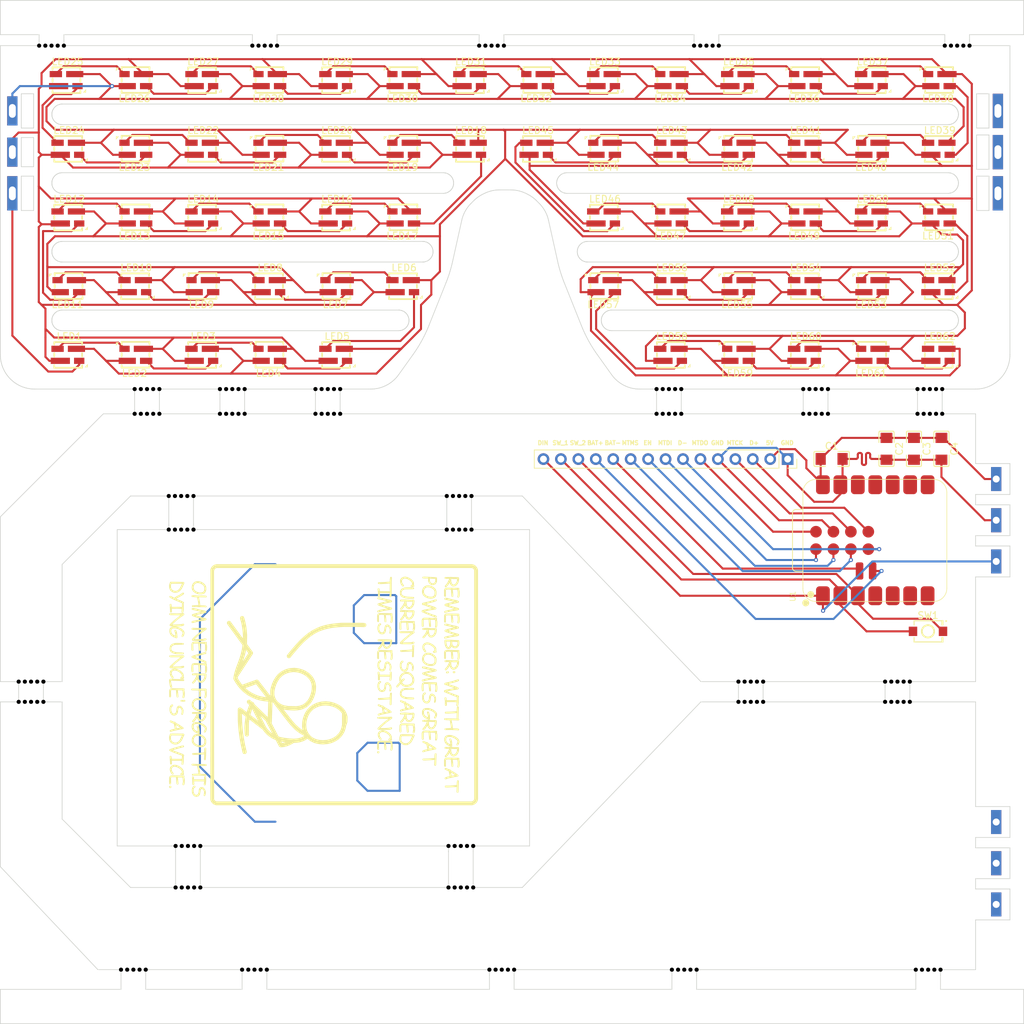
<source format=kicad_pcb>
(kicad_pcb (version 20240108) (generator "pcbnew") (generator_version "8.0")
  (layers (0 "F.Cu" signal) (31 "B.Cu" signal) (34 "B.Paste" user) (35 "F.Paste" user) (36 "B.SilkS" user "B.Silkscreen") (37 "F.SilkS" user "F.Silkscreen") (38 "B.Mask" user) (39 "F.Mask" user) (44 "Edge.Cuts" user))
  (net 0 "")
  (net 1 "LEDS_5V")
  (net 2 "LEDS_GND")
  (net 3 "LEDS_DIN")
  (net 4 "Net-(LED1-DOUT)")
  (net 5 "Net-(LED2-DOUT)")
  (net 6 "Net-(LED3-DOUT)")
  (net 7 "Net-(LED4-DOUT)")
  (net 8 "Net-(LED5-DOUT)")
  (net 9 "Net-(LED6-DOUT)")
  (net 10 "Net-(LED7-DOUT)")
  (net 11 "Net-(LED8-DOUT)")
  (net 12 "Net-(LED10-DIN)")
  (net 13 "Net-(LED10-DOUT)")
  (net 14 "Net-(LED11-DOUT)")
  (net 15 "Net-(LED12-DOUT)")
  (net 16 "Net-(LED13-DOUT)")
  (net 17 "Net-(LED14-DOUT)")
  (net 18 "Net-(LED15-DOUT)")
  (net 19 "Net-(LED16-DOUT)")
  (net 20 "Net-(LED17-DOUT)")
  (net 21 "Net-(LED18-DOUT)")
  (net 22 "Net-(LED19-DOUT)")
  (net 23 "Net-(LED20-DOUT)")
  (net 24 "Net-(LED21-DOUT)")
  (net 25 "Net-(LED22-DOUT)")
  (net 26 "Net-(LED23-DOUT)")
  (net 27 "Net-(LED24-DOUT)")
  (net 28 "Net-(LED25-DOUT)")
  (net 29 "Net-(LED26-DOUT)")
  (net 30 "Net-(LED27-DOUT)")
  (net 31 "Net-(LED28-DOUT)")
  (net 32 "Net-(LED29-DOUT)")
  (net 33 "Net-(LED30-DOUT)")
  (net 34 "Net-(LED31-DOUT)")
  (net 35 "Net-(LED32-DOUT)")
  (net 36 "Net-(LED33-DOUT)")
  (net 37 "Net-(LED34-DOUT)")
  (net 38 "Net-(LED35-DOUT)")
  (net 39 "Net-(LED36-DOUT)")
  (net 40 "Net-(LED37-DOUT)")
  (net 41 "Net-(LED38-DOUT)")
  (net 42 "Net-(LED39-DOUT)")
  (net 43 "Net-(LED40-DOUT)")
  (net 44 "Net-(LED41-DOUT)")
  (net 45 "Net-(LED42-DOUT)")
  (net 46 "Net-(LED43-DOUT)")
  (net 47 "Net-(LED44-DOUT)")
  (net 48 "Net-(LED45-DOUT)")
  (net 49 "Net-(LED46-DOUT)")
  (net 50 "Net-(LED47-DOUT)")
  (net 51 "Net-(LED48-DOUT)")
  (net 52 "Net-(LED49-DOUT)")
  (net 53 "Net-(LED50-DOUT)")
  (net 54 "Net-(LED51-DOUT)")
  (net 55 "Net-(LED52-DOUT)")
  (net 56 "Net-(LED53-DOUT)")
  (net 57 "Net-(LED54-DOUT)")
  (net 58 "Net-(LED55-DOUT)")
  (net 59 "Net-(LED56-DOUT)")
  (net 60 "Net-(LED57-DOUT)")
  (net 61 "Net-(LED58-DOUT)")
  (net 62 "Net-(LED59-DOUT)")
  (net 63 "Net-(LED60-DOUT)")
  (net 64 "Net-(LED61-DOUT)")
  (net 66 "D-")
  (net 67 "BAT+")
  (net 77 "SW_1")
  (net 78 "BAT-")
  (net 79 "D+")
  (net 80 "MTDI")
  (net 81 "EN")
  (net 82 "MTMS")
  (net 83 "SW_2")
  (net 84 "MTDO")
  (net 85 "MTCK")
  (footprint "NPTH" (layer "F.Cu") (at 150.623333 119.1999)
    (property "Reference" "KiKit_MB_20_3" (hide yes))
    (property "Value" "NPTH" (hide yes))
  )
  (footprint "led-glasses-custom:LED-SMD_4P-L3.7-W3.5-P1.75-BR-SK6812MINI" (layer "F.Cu") (at 78.657 61.614)
    (property "Reference" "LED6")
    (property "Value" "~")
  )
  (footprint "NPTH" (layer "F.Cu") (at 48.216666 149.170975)
    (property "Reference" "KiKit_MB_7_4" (hide yes))
    (property "Value" "NPTH" (hide yes))
  )
  (footprint "led-glasses-custom:LED-SMD_4P-L3.7-W3.5-P1.75-BR-SK6812MINI" (layer "F.Cu") (at 29.657 31.614)
    (property "Reference" "LED25")
    (property "Value" "~")
  )
  (footprint "NPTH" (layer "F.Cu") (at 152.423333 119.1999)
    (property "Reference" "KiKit_MB_20_5" (hide yes))
    (property "Value" "NPTH" (hide yes))
  )
  (footprint "NPTH" (layer "F.Cu") (at 25.65 26.6)
    (property "Reference" "KiKit_MB_3_1" (hide yes))
    (property "Value" "NPTH" (hide yes))
  )
  (footprint "led-glasses-custom:LED-SMD_4P-L3.7-W3.5-P1.75-BR-SK6812MINI" (layer "F.Cu") (at 39.657 31.614 180)
    (property "Reference" "LED26")
    (property "Value" "~")
  )
  (footprint "NPTH" (layer "F.Cu") (at 150.623333 122.141376)
    (property "Reference" "KiKit_MB_21_3" (hide yes))
    (property "Value" "NPTH" (hide yes))
  )
  (footprint "NPTH" (layer "F.Cu") (at 159.315 26.6)
    (property "Reference" "KiKit_MB_23_3" (hide yes))
    (property "Value" "NPTH" (hide yes))
  )
  (footprint "NPTH" (layer "F.Cu") (at 158.415 26.6)
    (property "Reference" "KiKit_MB_23_2" (hide yes))
    (property "Value" "NPTH" (hide yes))
  )
  (footprint "NPTH" (layer "F.Cu") (at 151.523333 122.141376)
    (property "Reference" "KiKit_MB_21_4" (hide yes))
    (property "Value" "NPTH" (hide yes))
  )
  (footprint "NPTH" (layer "F.Cu") (at 153.54157 80.2009)
    (property "Reference" "KiKit_MB_22_1" (hide yes))
    (property "Value" "NPTH" (hide yes))
  )
  (footprint "" (layer "F.Cu") (at 69.479998 76.600007)
    (property "Reference" "")
    (property "Value" "")
  )
  (footprint "NPTH" (layer "F.Cu") (at 28.35 26.6)
    (property "Reference" "KiKit_MB_3_4" (hide yes))
    (property "Value" "NPTH" (hide yes))
  )
  (footprint "led-glasses-custom:LED-SMD_4P-L3.7-W3.5-P1.75-BR-SK6812MINI" (layer "F.Cu") (at 146.907 71.614 180)
    (property "Reference" "LED61")
    (property "Value" "~")
  )
  (footprint "NPTH" (layer "F.Cu") (at 65.879998 80.2009)
    (property "Reference" "KiKit_MB_10_1" (hide yes))
    (property "Value" "NPTH" (hide yes))
  )
  (footprint "" (layer "F.Cu") (at 139.603268 76.600438)
    (property "Reference" "")
    (property "Value" "")
  )
  (footprint "led-glasses-custom:LED-SMD_4P-L3.7-W3.5-P1.75-BR-SK6812MINI" (layer "F.Cu") (at 78.6565 31.614 180)
    (property "Reference" "LED30")
    (property "Value" "~")
  )
  (footprint "NPTH" (layer "F.Cu") (at 152.423333 122.141376)
    (property "Reference" "KiKit_MB_21_5" (hide yes))
    (property "Value" "NPTH" (hide yes))
  )
  (footprint "" (layer "F.Cu") (at 156.24157 76.600744)
    (property "Reference" "")
    (property "Value" "")
  )
  (footprint "NPTH" (layer "F.Cu") (at 46.323333 97.065465)
    (property "Reference" "KiKit_MB_5_3" (hide yes))
    (property "Value" "NPTH" (hide yes))
  )
  (footprint "led-glasses-custom:LED-SMD_4P-L3.7-W3.5-P1.75-BR-SK6812MINI" (layer "F.Cu") (at 137.157 51.614 180)
    (property "Reference" "LED49")
    (property "Value" "~")
  )
  (footprint "" (layer "F.Cu") (at 56.101488 161.13775)
    (property "Reference" "")
    (property "Value" "")
  )
  (footprint "NPTH" (layer "F.Cu") (at 44.523333 97.065465)
    (property "Reference" "KiKit_MB_5_1" (hide yes))
    (property "Value" "NPTH" (hide yes))
  )
  (footprint "led-glasses-custom:LED-SMD_4P-L3.7-W3.5-P1.75-BR-SK6812MINI" (layer "F.Cu") (at 127.407 31.614)
    (property "Reference" "LED35")
    (property "Value" "~")
  )
  (footprint "NPTH" (layer "F.Cu") (at 41.356665 80.2009)
    (property "Reference" "KiKit_MB_4_3" (hide yes))
    (property "Value" "NPTH" (hide yes))
  )
  (footprint "NPTH" (layer "F.Cu") (at 67.679998 80.2009)
    (property "Reference" "KiKit_MB_10_3" (hide yes))
    (property "Value" "NPTH" (hide yes))
  )
  (footprint "" (layer "F.Cu") (at 119.581337 161.14046)
    (property "Reference" "")
    (property "Value" "")
  )
  (footprint "NPTH" (layer "F.Cu") (at 47.223333 97.065465)
    (property "Reference" "KiKit_MB_5_4" (hide yes))
    (property "Value" "NPTH" (hide yes))
  )
  (footprint "" (layer "F.Cu") (at 57.001488 161.13775)
    (property "Reference" "")
    (property "Value" "")
  )
  (footprint "NPTH" (layer "F.Cu") (at 129.266666 119.1999)
    (property "Reference" "KiKit_MB_17_3" (hide yes))
    (property "Value" "NPTH" (hide yes))
  )
  (footprint "NPTH" (layer "F.Cu") (at 27.45 26.6)
    (property "Reference" "KiKit_MB_3_3" (hide yes))
    (property "Value" "NPTH" (hide yes))
  )
  (footprint "" (layer "F.Cu") (at 67.679998 76.600007)
    (property "Reference" "")
    (property "Value" "")
  )
  (footprint "led-glasses-custom:LED-SMD_4P-L3.7-W3.5-P1.75-BR-SK6812MINI" (layer "F.Cu") (at 117.657 31.614 180)
    (property "Reference" "LED34")
    (property "Value" "~")
  )
  (footprint "led-glasses-custom:LED-SMD_4P-L3.7-W3.5-P1.75-BR-SK6812MINI" (layer "F.Cu") (at 156.657 51.614 180)
    (property "Reference" "LED51")
    (property "Value" "~")
  )
  (footprint "led-glasses-custom:LED-SMD_4P-L3.7-W3.5-P1.75-BR-SK6812MINI" (layer "F.Cu") (at 156.657 31.614 180)
    (property "Reference" "LED38")
    (property "Value" "~")
  )
  (footprint "NPTH" (layer "F.Cu") (at 127.466666 119.1999)
    (property "Reference" "KiKit_MB_17_1" (hide yes))
    (property "Value" "NPTH" (hide yes))
  )
  (footprint "NPTH" (layer "F.Cu") (at 160.215 26.6)
    (property "Reference" "KiKit_MB_23_4" (hide yes))
    (property "Value" "NPTH" (hide yes))
  )
  (footprint "NPTH" (layer "F.Cu") (at 66.779998 80.2009)
    (property "Reference" "KiKit_MB_10_2" (hide yes))
    (property "Value" "NPTH" (hide yes))
  )
  (footprint "" (layer "F.Cu") (at 121.381337 161.14046)
    (property "Reference" "")
    (property "Value" "")
  )
  (footprint "" (layer "F.Cu") (at 91.209757 161.13931)
    (property "Reference" "")
    (property "Value" "")
  )
  (footprint "NPTH" (layer "F.Cu") (at 60.291666 26.6)
    (property "Reference" "KiKit_MB_9_5" (hide yes))
    (property "Value" "NPTH" (hide yes))
  )
  (footprint "NPTH" (layer "F.Cu") (at 130.166666 122.141376)
    (property "Reference" "KiKit_MB_18_4" (hide yes))
    (property "Value" "NPTH" (hide yes))
  )
  (footprint "NPTH" (layer "F.Cu") (at 23.57 122.140876)
    (property "Reference" "KiKit_MB_2_2" (hide yes))
    (property "Value" "NPTH" (hide yes))
  )
  (footprint "" (layer "F.Cu") (at 156.893198 161.141998)
    (property "Reference" "")
    (property "Value" "")
  )
  (footprint "" (layer "F.Cu") (at 115.546606 76.600045)
    (property "Reference" "")
    (property "Value" "")
  )
  (footprint "led-glasses-custom:LED-SMD_4P-L3.7-W3.5-P1.75-BR-SK6812MINI" (layer "F.Cu") (at 59.157 71.614 180)
    (property "Reference" "LED4")
    (property "Value" "~")
  )
  (footprint "led-glasses-custom:LED-SMD_4P-L3.7-W3.5-P1.75-BR-SK6812MINI" (layer "F.Cu") (at 88.407 41.614)
    (property "Reference" "LED18")
    (property "Value" "~")
  )
  (footprint "NPTH" (layer "F.Cu") (at 124.609999 26.6)
    (property "Reference" "KiKit_MB_16_5" (hide yes))
    (property "Value" "NPTH" (hide yes))
  )
  (footprint "led-glasses-custom:LED-SMD_4P-L3.7-W3.5-P1.75-BR-SK6812MINI" (layer "F.Cu") (at 137.157 41.614)
    (property "Reference" "LED41")
    (property "Value" "~")
  )
  (footprint "NPTH" (layer "F.Cu") (at 40.456665 80.2009)
    (property "Reference" "KiKit_MB_4_2" (hide yes))
    (property "Value" "NPTH" (hide yes))
  )
  (footprint "" (layer "F.Cu") (at 153.54157 76.600744)
    (property "Reference" "")
    (property "Value" "")
  )
  (footprint "NPTH" (layer "F.Cu") (at 26.55 26.6)
    (property "Reference" "KiKit_MB_3_2" (hide yes))
    (property "Value" "NPTH" (hide yes))
  )
  (footprint "" (layer "F.Cu") (at 65.879998 76.600007)
    (property "Reference" "")
    (property "Value" "")
  )
  (footprint "NPTH" (layer "F.Cu") (at 45.516666 149.170975)
    (property "Reference" "KiKit_MB_7_1" (hide yes))
    (property "Value" "NPTH" (hide yes))
  )
  (footprint "led-glasses-custom:LED-SMD_4P-L3.7-W3.5-P1.75-BR-SK6812MINI" (layer "F.Cu") (at 39.657 51.614 180)
    (property "Reference" "LED13")
    (property "Value" "~")
  )
  (footprint "NPTH" (layer "F.Cu") (at 88.85 143.125663)
    (property "Reference" "KiKit_MB_12_5" (hide yes))
    (property "Value" "NPTH" (hide yes))
  )
  (footprint "NPTH" (layer "F.Cu") (at 118.246606 80.2009)
    (property "Reference" "KiKit_MB_15_4" (hide yes))
    (property "Value" "NPTH" (hide yes))
  )
  (footprint "NPTH" (layer "F.Cu") (at 45.423333 97.065465)
    (property "Reference" "KiKit_MB_5_2" (hide yes))
    (property "Value" "NPTH" (hide yes))
  )
  (footprint "led-glasses-custom:LED-SMD_4P-L3.7-W3.5-P1.75-BR-SK6812MINI" (layer "F.Cu") (at 146.907 51.614)
    (property "Reference" "LED50")
    (property "Value" "~")
  )
  (footprint "NPTH" (layer "F.Cu") (at 154.44157 80.2009)
    (property "Reference" "KiKit_MB_22_2" (hide yes))
    (property "Value" "NPTH" (hide yes))
  )
  (footprint "NPTH" (layer "F.Cu") (at 156.24157 80.2009)
    (property "Reference" "KiKit_MB_22_4" (hide yes))
    (property "Value" "NPTH" (hide yes))
  )
  (footprint "" (layer "F.Cu") (at 138.703268 76.600438)
    (property "Reference" "")
    (property "Value" "")
  )
  (footprint "NPTH" (layer "F.Cu") (at 117.346606 80.2009)
    (property "Reference" "KiKit_MB_15_3" (hide yes))
    (property "Value" "NPTH" (hide yes))
  )
  (footprint "NPTH" (layer "F.Cu") (at 56.691666 26.6)
    (property "Reference" "KiKit_MB_9_1" (hide yes))
    (property "Value" "NPTH" (hide yes))
  )
  (footprint "NPTH" (layer "F.Cu") (at 69.479998 80.2009)
    (property "Reference" "KiKit_MB_10_5" (hide yes))
    (property "Value" "NPTH" (hide yes))
  )
  (footprint "" (layer "F.Cu") (at 137.803268 76.600438)
    (property "Reference" "")
    (property "Value" "")
  )
  (footprint "" (layer "F.Cu") (at 46.323333 92.170301)
    (property "Reference" "")
    (property "Value" "")
  )
  (footprint "led-glasses-custom:LED-SMD_4P-L3.7-W3.5-P1.75-BR-SK6812MINI" (layer "F.Cu") (at 146.9065 31.614)
    (property "Reference" "LED37")
    (property "Value" "~")
  )
  (footprint "led-glasses-custom:LED-SMD_4P-L3.7-W3.5-P1.75-BR-SK6812MINI" (layer "F.Cu") (at 117.657 51.614 180)
    (property "Reference" "LED47")
    (property "Value" "~")
  )
  (footprint "NPTH" (layer "F.Cu") (at 122.809999 26.6)
    (property "Reference" "KiKit_MB_16_3" (hide yes))
    (property "Value" "NPTH" (hide yes))
  )
  (footprint "" (layer "F.Cu") (at 40.269757 161.136986)
    (property "Reference" "")
    (property "Value" "")
  )
  (footprint "" (layer "F.Cu") (at 48.123333 92.170301)
    (property "Reference" "")
    (property "Value" "")
  )
  (footprint "ProPrj_Wrench Glasses THT_2025-03-27:Pad_e697" (layer "F.Cu") (at 165 139.638876)
    (property "Reference" "")
    (property "Value" "")
  )
  (footprint "led-glasses-custom:LED-SMD_4P-L3.7-W3.5-P1.75-BR-SK6812MINI" (layer "F.Cu") (at 98.157 31.614 180)
    (property "Reference" "LED32")
    (property "Value" "~")
  )
  (footprint "led-glasses-custom:LED-SMD_4P-L3.7-W3.5-P1.75-BR-SK6812MINI" (layer "F.Cu") (at 49.407 71.614)
    (property "Reference" "LED3")
    (property "Value" "~")
  )
  (footprint "NPTH" (layer "F.Cu") (at 128.366666 122.141376)
    (property "Reference" "KiKit_MB_18_2" (hide yes))
    (property "Value" "NPTH" (hide yes))
  )
  (footprint "" (layer "F.Cu") (at 92.109757 161.13931)
    (property "Reference" "")
    (property "Value" "")
  )
  (footprint "" (layer "F.Cu") (at 41.356665 76.600002)
    (property "Reference" "")
    (property "Value" "")
  )
  (footprint "NPTH" (layer "F.Cu") (at 137.803268 80.2009)
    (property "Reference" "KiKit_MB_19_2" (hide yes))
    (property "Value" "NPTH" (hide yes))
  )
  (footprint "led-glasses-custom:LED-SMD_4P-L3.7-W3.5-P1.75-BR-SK6812MINI" (layer "F.Cu") (at 137.1565 31.614 180)
    (property "Reference" "LED36")
    (property "Value" "~")
  )
  (footprint "led-glasses-custom:LED-SMD_4P-L3.7-W3.5-P1.75-BR-SK6812MINI" (layer "F.Cu") (at 88.407 31.614)
    (property "Reference" "LED31")
    (property "Value" "~")
  )
  (footprint "" (layer "F.Cu") (at 55.201488 161.13775)
    (property "Reference" "")
    (property "Value" "")
  )
  (footprint "NPTH" (layer "F.Cu") (at 119.146606 80.2009)
    (property "Reference" "KiKit_MB_15_5" (hide yes))
    (property "Value" "NPTH" (hide yes))
  )
  (footprint "led-glasses-custom:Capacitor_C1206_SMD" (layer "F.Cu") (at 157.0275 85.2999 -90)
    (property "Reference" "C4")
    (property "Value" "4.7nF")
  )
  (footprint "" (layer "F.Cu") (at 54.673332 76.600004)
    (property "Reference" "")
    (property "Value" "")
  )
  (footprint "" (layer "F.Cu") (at 42.256665 76.600002)
    (property "Reference" "")
    (property "Value" "")
  )
  (footprint "NPTH" (layer "F.Cu") (at 161.115 26.6)
    (property "Reference" "KiKit_MB_23_5" (hide yes))
    (property "Value" "NPTH" (hide yes))
  )
  (footprint "led-glasses-custom:LED-SMD_4P-L3.7-W3.5-P1.75-BR-SK6812MINI" (layer "F.Cu") (at 78.657 41.614 180)
    (property "Reference" "LED19")
    (property "Value" "~")
  )
  (footprint "NPTH" (layer "F.Cu") (at 148.823333 122.141376)
    (property "Reference" "KiKit_MB_21_1" (hide yes))
    (property "Value" "NPTH" (hide yes))
  )
  (footprint "led-glasses-custom:LED-SMD_4P-L3.7-W3.5-P1.75-BR-SK6812MINI" (layer "F.Cu") (at 59.157 51.614 180)
    (property "Reference" "LED15")
    (property "Value" "~")
  )
  (footprint "led-glasses-custom:LED-SMD_4P-L3.7-W3.5-P1.75-BR-SK6812MINI" (layer "F.Cu") (at 29.907 71.614)
    (property "Reference" "LED1")
    (property "Value" "~")
  )
  (footprint "ProPrj_Wrench Glasses THT_2025-03-27:Pad_e2417" (layer "F.Cu") (at 165.25 48.1)
    (property "Reference" "")
    (property "Value" "")
  )
  (footprint "" (layer "F.Cu") (at 118.246606 76.600045)
    (property "Reference" "")
    (property "Value" "")
  )
  (footprint "ProPrj_Wrench Glasses THT_2025-03-27:Pad_e2416" (layer "F.Cu") (at 165.25 42.1)
    (property "Reference" "")
    (property "Value" "")
  )
  (footprint "NPTH" (layer "F.Cu") (at 46.416666 143.125663)
    (property "Reference" "KiKit_MB_6_2" (hide yes))
    (property "Value" "NPTH" (hide yes))
  )
  (footprint "led-glasses-custom:LED-SMD_4P-L3.7-W3.5-P1.75-BR-SK6812MINI" (layer "F.Cu") (at 156.657 41.614)
    (property "Reference" "LED39")
    (property "Value" "~")
  )
  (footprint "NPTH" (layer "F.Cu") (at 23.57 119.2004)
    (property "Reference" "KiKit_MB_1_2" (hide yes))
    (property "Value" "NPTH" (hide yes))
  )
  (footprint "ProPrj_Wrench Glasses THT_2025-03-27:Pad_e694" (layer "F.Cu") (at 165 151.638876)
    (property "Reference" "")
    (property "Value" "")
  )
  (footprint "" (layer "F.Cu") (at 66.779998 76.600007)
    (property "Reference" "")
    (property "Value" "")
  )
  (footprint "NPTH" (layer "F.Cu") (at 149.723333 122.141376)
    (property "Reference" "KiKit_MB_21_2" (hide yes))
    (property "Value" "NPTH" (hide yes))
  )
  (footprint "led-glasses-custom:LED-SMD_4P-L3.7-W3.5-P1.75-BR-SK6812MINI" (layer "F.Cu") (at 49.407 41.614)
    (property "Reference" "LED22")
    (property "Value" "~")
  )
  (footprint "led-glasses-custom:LED-SMD_4P-L3.7-W3.5-P1.75-BR-SK6812MINI" (layer "F.Cu") (at 127.407 71.614 180)
    (property "Reference" "LED59")
    (property "Value" "~")
  )
  (footprint "NPTH" (layer "F.Cu") (at 22.67 122.140876)
    (property "Reference" "KiKit_MB_2_1" (hide yes))
    (property "Value" "NPTH" (hide yes))
  )
  (footprint "led-glasses-custom:LED-SMD_4P-L3.7-W3.5-P1.75-BR-SK6812MINI" (layer "F.Cu") (at 127.407 61.614 180)
    (property "Reference" "LED55")
    (property "Value" "~")
  )
  (footprint "ProPrj_Wrench Glasses THT_2025-03-27:Pad_e718" (layer "F.Cu") (at 165 95.6984)
    (property "Reference" "")
    (property "Value" "")
  )
  (footprint "led-glasses-custom:LED-SMD_4P-L3.7-W3.5-P1.75-BR-SK6812MINI" (layer "F.Cu") (at 127.407 51.614)
    (property "Reference" "LED48")
    (property "Value" "~")
  )
  (footprint "" (layer "F.Cu") (at 68.579998 76.600007)
    (property "Reference" "")
    (property "Value" "")
  )
  (footprint "NPTH" (layer "F.Cu") (at 25.37 122.140876)
    (property "Reference" "KiKit_MB_2_4" (hide yes))
    (property "Value" "NPTH" (hide yes))
  )
  (footprint "Connector_PinSocket_2.54mm:PinSocket_1x15_P2.54mm_Vertical" (layer "F.Cu") (at 134.6375 86.7959 -90)
    (property "Reference" "J1" (hide yes))
    (property "Value" "Conn_01x15_Pin")
  )
  (footprint "NPTH" (layer "F.Cu") (at 49.116666 149.170975)
    (property "Reference" "KiKit_MB_7_5" (hide yes))
    (property "Value" "NPTH" (hide yes))
  )
  (footprint "" (layer "F.Cu") (at 47.223333 92.170301)
    (property "Reference" "")
    (property "Value" "")
  )
  (footprint "NPTH" (layer "F.Cu") (at 157.14157 80.2009)
    (property "Reference" "KiKit_MB_22_5" (hide yes))
    (property "Value" "NPTH" (hide yes))
  )
  (footprint "led-glasses-custom:LED-SMD_4P-L3.7-W3.5-P1.75-BR-SK6812MINI" (layer "F.Cu") (at 39.657 71.614 180)
    (property "Reference" "LED2")
    (property "Value" "~")
  )
  (footprint "NPTH" (layer "F.Cu") (at 57.591666 26.6)
    (property "Reference" "KiKit_MB_9_2" (hide yes))
    (property "Value" "NPTH" (hide yes))
  )
  (footprint "led-glasses-custom:LED-SMD_4P-L3.7-W3.5-P1.75-BR-SK6812MINI" (layer "F.Cu") (at 68.907 31.614)
    (property "Reference" "LED29")
    (property "Value" "~")
  )
  (footprint "" (layer "F.Cu") (at 57.901488 161.13775)
    (property "Reference" "")
    (property "Value" "")
  )
  (footprint "" (layer "F.Cu") (at 118.681337 161.14046)
    (property "Reference" "")
    (property "Value" "")
  )
  (footprint "led-glasses-custom:LED-SMD_4P-L3.7-W3.5-P1.75-BR-SK6812MINI" (layer "F.Cu") (at 39.657 61.614)
    (property "Reference" "LED10")
    (property "Value" "~")
  )
  (footprint "" (layer "F.Cu") (at 44.523333 92.170301)
    (property "Reference" "")
    (property "Value" "")
  )
  (footprint "NPTH" (layer "F.Cu") (at 86.15 149.170975)
    (property "Reference" "KiKit_MB_13_2" (hide yes))
    (property "Value" "NPTH" (hide yes))
  )
  (footprint "NPTH" (layer "F.Cu") (at 91.52 26.6)
    (property "Reference" "KiKit_MB_14_3" (hide yes))
    (property "Value" "NPTH" (hide yes))
  )
  (footprint "" (layer "F.Cu") (at 40.456665 76.600002)
    (property "Reference" "")
    (property "Value" "")
  )
  (footprint "NPTH" (layer "F.Cu") (at 87.05 143.125663)
    (property "Reference" "KiKit_MB_12_3" (hide yes))
    (property "Value" "NPTH" (hide yes))
  )
  (footprint "NPTH" (layer "F.Cu") (at 54.673332 80.2009)
    (property "Reference" "KiKit_MB_8_4" (hide yes))
    (property "Value" "NPTH" (hide yes))
  )
  (footprint "" (layer "F.Cu") (at 55.573332 76.600004)
    (property "Reference" "")
    (property "Value" "")
  )
  (footprint "" (layer "F.Cu") (at 58.801488 161.13775)
    (property "Reference" "")
    (property "Value" "")
  )
  (footprint "" (layer "F.Cu") (at 39.369757 161.136986)
    (property "Reference" "")
    (property "Value" "")
  )
  (footprint "NPTH" (layer "F.Cu") (at 157.515 26.6)
    (property "Reference" "KiKit_MB_23_1" (hide yes))
    (property "Value" "NPTH" (hide yes))
  )
  (footprint "ProPrj_Wrench Glasses THT_2025-03-27:Pad_e713" (layer "F.Cu") (at 165 101.6984)
    (property "Reference" "")
    (property "Value" "")
  )
  (footprint "NPTH" (layer "F.Cu") (at 148.823333 119.1999)
    (property "Reference" "KiKit_MB_20_1" (hide yes))
    (property "Value" "NPTH" (hide yes))
  )
  (footprint "NPTH" (layer "F.Cu") (at 22.67 119.2004)
    (property "Reference" "KiKit_MB_1_1" (hide yes))
    (property "Value" "NPTH" (hide yes))
  )
  (footprint "led-glasses-custom:LED-SMD_4P-L3.7-W3.5-P1.75-BR-SK6812MINI" (layer "F.Cu") (at 68.907 71.614)
    (property "Reference" "LED5")
    (property "Value" "~")
  )
  (footprint "led-glasses-custom:LED-SMD_4P-L3.7-W3.5-P1.75-BR-SK6812MINI" (layer "F.Cu") (at 49.407 31.614)
    (property "Reference" "LED27")
    (property "Value" "~")
  )
  (footprint "NPTH" (layer "F.Cu") (at 129.266666 122.141376)
    (property "Reference" "KiKit_MB_18_3" (hide yes))
    (property "Value" "NPTH" (hide yes))
  )
  (footprint "led-glasses-custom:LED-SMD_4P-L3.7-W3.5-P1.75-BR-SK6812MINI" (layer "F.Cu") (at 29.907 41.614)
    (property "Reference" "LED24")
    (property "Value" "~")
  )
  (footprint "NPTH" (layer "F.Cu") (at 55.573332 80.2009)
    (property "Reference" "KiKit_MB_8_5" (hide yes))
    (property "Value" "NPTH" (hide yes))
  )
  (footprint "led-glasses-custom:LED-SMD_4P-L3.7-W3.5-P1.75-BR-SK6812MINI" (layer "F.Cu") (at 78.657 51.614 180)
    (property "Reference" "LED17")
    (property "Value" "~")
  )
  (footprint "ProPrj_Wrench Glasses THT_2025-03-27:Pad_e717" (layer "F.Cu") (at 165 89.6984)
    (property "Reference" "")
    (property "Value" "")
  )
  (footprint "led-glasses-custom:LED-SMD_4P-L3.7-W3.5-P1.75-BR-SK6812MINI" (layer "F.Cu") (at 127.407 41.614 180)
    (property "Reference" "LED42")
    (property "Value" "~")
  )
  (footprint "led-glasses-custom:LED-SMD_4P-L3.7-W3.5-P1.75-BR-SK6812MINI" (layer "F.Cu") (at 156.657 61.614)
    (property "Reference" "LED52")
    (property "Value" "~")
  )
  (footprint "led-glasses-custom:LED-SMD_4P-L3.7-W3.5-P1.75-BR-SK6812MINI" (layer "F.Cu") (at 68.907 51.614)
    (property "Reference" "LED16")
    (property "Value" "~")
  )
  (footprint "" (layer "F.Cu") (at 117.346606 76.600045)
    (property "Reference" "")
    (property "Value" "")
  )
  (footprint "" (layer "F.Cu") (at 119.146606 76.600045)
    (property "Reference" "")
    (property "Value" "")
  )
  (footprint "" (layer "F.Cu") (at 38.469757 161.136986)
    (property "Reference" "")
    (property "Value" "")
  )
  (footprint "NPTH" (layer "F.Cu") (at 87.701666 97.065465)
    (property "Reference" "KiKit_MB_11_4" (hide yes))
    (property "Value" "NPTH" (hide yes))
  )
  (footprint "" (layer "F.Cu") (at 116.446606 76.600045)
    (property "Reference" "")
    (property "Value" "")
  )
  (footprint "NPTH" (layer "F.Cu") (at 25.37 119.2004)
    (property "Reference" "KiKit_MB_1_4" (hide yes))
    (property "Value" "NPTH" (hide yes))
  )
  (footprint "" (layer "F.Cu") (at 154.44157 76.600744)
    (property "Reference" "")
    (property "Value" "")
  )
  (footprint "" (layer "F.Cu") (at 93.009757 161.13931)
    (property "Reference" "")
    (property "Value" "")
  )
  (footprint "NPTH" (layer "F.Cu") (at 29.25 26.6)
    (property "Reference" "KiKit_MB_3_5" (hide yes))
    (property "Value" "NPTH" (hide yes))
  )
  (footprint "" (layer "F.Cu") (at 136.903268 76.600438)
    (property "Reference" "")
    (property "Value" "")
  )
  (footprint "" (layer "F.Cu") (at 93.909757 161.13931)
    (property "Reference" "")
    (property "Value" "")
  )
  (footprint "" (layer "F.Cu") (at 154.193198 161.141998)
    (property "Reference" "")
    (property "Value" "")
  )
  (footprint "NPTH" (layer "F.Cu") (at 26.27 122.140876)
    (property "Reference" "KiKit_MB_2_5" (hide yes))
    (property "Value" "NPTH" (hide yes))
  )
  (footprint "NPTH" (layer "F.Cu") (at 87.95 143.125663)
    (property "Reference" "KiKit_MB_12_4" (hide yes))
    (property "Value" "NPTH" (hide yes))
  )
  (footprint "led-glasses-custom:LED-SMD_4P-L3.7-W3.5-P1.75-BR-SK6812MINI" (layer "F.Cu") (at 39.657 41.614 180)
    (property "Reference" "LED23")
    (property "Value" "~")
  )
  (footprint "led-glasses-custom:LED-SMD_4P-L3.7-W3.5-P1.75-BR-SK6812MINI" (layer "F.Cu") (at 29.907 61.614 180)
    (property "Reference" "LED11")
    (property "Value" "~")
  )
  (footprint "led-glasses-custom:LED-SMD_4P-L3.7-W3.5-P1.75-BR-SK6812MINI" (layer "F.Cu") (at 49.407 61.614 180)
    (property "Reference" "LED9")
    (property "Value" "~")
  )
  (footprint "led-glasses-custom:LED-SMD_4P-L3.7-W3.5-P1.75-BR-SK6812MINI" (layer "F.Cu") (at 117.6565 71.614)
    (property "Reference" "LED58")
    (property "Value" "~")
  )
  (footprint "NPTH" (layer "F.Cu") (at 131.066666 119.1999)
    (property "Reference" "KiKit_MB_17_5" (hide yes))
    (property "Value" "NPTH" (hide yes))
  )
  (footprint "NPTH" (layer "F.Cu") (at 53.773332 80.2009)
    (property "Reference" "KiKit_MB_8_3" (hide yes))
    (property "Value" "NPTH" (hide yes))
  )
  (footprint "NPTH" (layer "F.Cu") (at 46.416666 149.170975)
    (property "Reference" "KiKit_MB_7_2" (hide yes))
    (property "Value" "NPTH" (hide yes))
  )
  (footprint "NPTH" (layer "F.Cu") (at 151.523333 119.1999)
    (property "Reference" "KiKit_MB_20_4" (hide yes))
    (property "Value" "NPTH" (hide yes))
  )
  (footprint "" (layer "F.Cu") (at 155.093198 161.141998)
    (property "Reference" "")
    (property "Value" "")
  )
  (footprint "NPTH" (layer "F.Cu") (at 93.32 26.6)
    (property "Reference" "KiKit_MB_14_5" (hide yes))
    (property "Value" "NPTH" (hide yes))
  )
  (footprint "NPTH" (layer "F.Cu") (at 128.366666 119.1999)
    (property "Reference" "KiKit_MB_17_2" (hide yes))
    (property "Value" "NPTH" (hide yes))
  )
  (footprint "ProPrj_Wrench Glasses THT_2025-03-27:Pad_e2413" (layer "F.Cu") (at 22.5 48.1)
    (property "Reference" "")
    (property "Value" "")
  )
  (footprint "NPTH" (layer "F.Cu") (at 87.95 149.170975)
    (property "Reference" "KiKit_MB_13_4" (hide yes))
    (property "Value" "NPTH" (hide yes))
  )
  (footprint "NPTH" (layer "F.Cu") (at 24.47 122.140876)
    (property "Reference" "KiKit_MB_2_3" (hide yes))
    (property "Value" "NPTH" (hide yes))
  )
  (footprint "NPTH" (layer "F.Cu") (at 90.62 26.6)
    (property "Reference" "KiKit_MB_14_2" (hide yes))
    (property "Value" "NPTH" (hide yes))
  )
  (footprint "led-glasses-custom:LED-SMD_4P-L3.7-W3.5-P1.75-BR-SK6812MINI" (layer "F.Cu") (at 137.157 71.614)
    (property "Reference" "LED60")
    (property "Value" "~")
  )
  (footprint "led-glasses-custom:LED-SMD_4P-L3.7-W3.5-P1.75-BR-SK6812MINI" (layer "F.Cu") (at 117.657 61.614)
    (property "Reference" "LED56")
    (property "Value" "~")
  )
  (footprint "" (layer "F.Cu") (at 88.601666 92.170301)
    (property "Reference" "")
    (property "Value" "")
  )
  (footprint "" (layer "F.Cu") (at 153.293198 161.141998)
    (property "Reference" "")
    (property "Value" "")
  )
  (footprint "NPTH" (layer "F.Cu") (at 68.579998 80.2009)
    (property "Reference" "KiKit_MB_10_4" (hide yes))
    (property "Value" "NPTH" (hide yes))
  )
  (footprint "NPTH" (layer "F.Cu") (at 149.723333 119.1999)
    (property "Reference" "KiKit_MB_20_2" (hide yes))
    (property "Value" "NPTH" (hide yes))
  )
  (footprint "" (layer "F.Cu") (at 120.481337 161.14046)
    (property "Reference" "")
    (property "Value" "")
  )
  (footprint "" (layer "F.Cu") (at 155.34157 76.600744)
    (property "Reference" "")
    (property "Value" "")
  )
  (footprint "led-glasses-custom:LED-SMD_4P-L3.7-W3.5-P1.75-BR-SK6812MINI" (layer "F.Cu") (at 146.907 61.614 180)
    (property "Reference" "LED53")
    (property "Value" "~")
  )
  (footprint "led-glasses-custom:LED-SMD_4P-L3.7-W3.5-P1.75-BR-SK6812MINI" (layer "F.Cu") (at 59.157 61.614)
    (property "Reference" "LED8")
    (property "Value" "~")
  )
  (footprint "ProPrj_Wrench Glasses THT_2025-03-27:Pad_e696" (layer "F.Cu") (at 165 145.638876)
    (property "Reference" "")
    (property "Value" "")
  )
  (footprint "" (layer "F.Cu") (at 155.993198 161.141998)
    (property "Reference" "")
    (property "Value" "")
  )
  (footprint "NPTH" (layer "F.Cu") (at 85.25 143.125663)
    (property "Reference" "KiKit_MB_12_1" (hide yes))
    (property "Value" "NPTH" (hide yes))
  )
  (footprint "" (layer "F.Cu") (at 39.556665 76.600002)
    (property "Reference" "")
    (property "Value" "")
  )
  (footprint "led-glasses-custom:Capacitor_C1206_SMD" (layer "F.Cu") (at 141.0375 86.7709)
    (property "Reference" "C1")
    (property "Value" "100uF")
  )
  (footprint "NPTH" (layer "F.Cu") (at 123.709999 26.6)
    (property "Reference" "KiKit_MB_16_4" (hide yes))
    (property "Value" "NPTH" (hide yes))
  )
  (footprint "NPTH" (layer "F.Cu") (at 88.601666 97.065465)
    (property "Reference" "KiKit_MB_11_5" (hide yes))
    (property "Value" "NPTH" (hide yes))
  )
  (footprint "NPTH" (layer "F.Cu") (at 85.901666 97.065465)
    (property "Reference" "KiKit_MB_11_2" (hide yes))
    (property "Value" "NPTH" (hide yes))
  )
  (footprint "led-glasses-custom:LED-SMD_4P-L3.7-W3.5-P1.75-BR-SK6812MINI" (layer "F.Cu") (at 68.907 61.614 180)
    (property "Reference" "LED7")
    (property "Value" "~")
  )
  (footprint "" (layer "F.Cu") (at 86.801666 92.170301)
    (property "Reference" "")
    (property "Value" "")
  )
  (footprint "NPTH" (layer "F.Cu") (at 42.256665 80.2009)
    (property "Reference" "KiKit_MB_4_4" (hide yes))
    (property "Value" "NPTH" (hide yes))
  )
  (footprint "" (layer "F.Cu") (at 41.169757 161.136986)
    (property "Reference" "")
    (property "Value" "")
  )
  (footprint "led-glasses-custom:LED-SMD_4P-L3.7-W3.5-P1.75-BR-SK6812MINI" (layer "F.Cu") (at 137.157 61.614)
    (property "Reference" "LED54")
    (property "Value" "~")
  )
  (footprint "NPTH" (layer "F.Cu") (at 26.27 119.2004)
    (property "Reference" "KiKit_MB_1_5" (hide yes))
    (property "Value" "NPTH" (hide yes))
  )
  (footprint "NPTH" (layer "F.Cu") (at 121.009999 26.6)
    (property "Reference" "KiKit_MB_16_1" (hide yes))
    (property "Value" "NPTH" (hide yes))
  )
  (footprint "" (layer "F.Cu") (at 53.773332 76.600004)
    (property "Reference" "")
    (property "Value" "")
  )
  (footprint "" (layer "F.Cu") (at 51.973332 76.600004)
    (property "Reference" "")
    (property "Value" "")
  )
  (footprint "led-glasses-custom:XIAO-ESP32S3-SMD" (layer "F.Cu") (at 147.344333 98.632536 90)
    (property "Reference" "U1")
    (property "Value" "~")
  )
  (footprint "NPTH" (layer "F.Cu") (at 49.116666 143.125663)
    (property "Reference" "KiKit_MB_6_5" (hide yes))
    (property "Value" "NPTH" (hide yes))
  )
  (footprint "NPTH" (layer "F.Cu") (at 116.446606 80.2009)
    (property "Reference" "KiKit_MB_15_2" (hide yes))
    (property "Value" "NPTH" (hide yes))
  )
  (footprint "" (layer "F.Cu") (at 94.809757 161.13931)
    (property "Reference" "")
    (property "Value" "")
  )
  (footprint "led-glasses-custom:LED-SMD_4P-L3.7-W3.5-P1.75-BR-SK6812MINI" (layer "F.Cu") (at 59.157 31.614 180)
    (property "Reference" "LED28")
    (property "Value" "~")
  )
  (footprint "NPTH" (layer "F.Cu") (at 127.466666 122.141376)
    (property "Reference" "KiKit_MB_18_1" (hide yes))
    (property "Value" "NPTH" (hide yes))
  )
  (footprint "NPTH" (layer "F.Cu") (at 92.42 26.6)
    (property "Reference" "KiKit_MB_14_4" (hide yes))
    (property "Value" "NPTH" (hide yes))
  )
  (footprint "NPTH" (layer "F.Cu") (at 51.973332 80.2009)
    (property "Reference" "KiKit_MB_8_1" (hide yes))
    (property "Value" "NPTH" (hide yes))
  )
  (footprint "led-glasses-custom:LED-SMD_4P-L3.7-W3.5-P1.75-BR-SK6812MINI" (layer "F.Cu") (at 49.407 51.614)
    (property "Reference" "LED14")
    (property "Value" "~")
  )
  (footprint "NPTH" (layer "F.Cu") (at 140.503268 80.2009)
    (property "Reference" "KiKit_MB_19_5" (hide yes))
    (property "Value" "NPTH" (hide yes))
  )
  (footprint "" (layer "F.Cu") (at 85.901666 92.170301)
    (property "Reference" "")
    (property "Value" "")
  )
  (footprint "led-glasses-custom:LED-SMD_4P-L3.7-W3.5-P1.75-BR-SK6812MINI" (layer "F.Cu") (at 98.157 41.614)
    (property "Reference" "LED45")
    (property "Value" "~")
  )
  (footprint "NPTH" (layer "F.Cu") (at 59.391666 26.6)
    (property "Reference" "KiKit_MB_9_4" (hide yes))
    (property "Value" "NPTH" (hide yes))
  )
  (footprint "NPTH" (layer "F.Cu") (at 85.001666 97.065465)
    (property "Reference" "KiKit_MB_11_1" (hide yes))
    (property "Value" "NPTH" (hide yes))
  )
  (footprint "NPTH" (layer "F.Cu") (at 58.491666 26.6)
    (property "Reference" "KiKit_MB_9_3" (hide yes))
    (property "Value" "NPTH" (hide yes))
  )
  (footprint "NPTH" (layer "F.Cu") (at 86.801666 97.065465)
    (property "Reference" "KiKit_MB_11_3" (hide yes))
    (property "Value" "NPTH" (hide yes))
  )
  (footprint "NPTH" (layer "F.Cu") (at 39.556665 80.2009)
    (property "Reference" "KiKit_MB_4_1" (hide yes))
    (property "Value" "NPTH" (hide yes))
  )
  (footprint "NPTH" (layer "F.Cu") (at 52.873332 80.2009)
    (property "Reference" "KiKit_MB_8_2" (hide yes))
    (property "Value" "NPTH" (hide yes))
  )
  (footprint "" (layer "F.Cu") (at 117.781337 161.14046)
    (property "Reference" "")
    (property "Value" "")
  )
  (footprint "NPTH" (layer "F.Cu") (at 131.066666 122.141376)
    (property "Reference" "KiKit_MB_18_5" (hide yes))
    (property "Value" "NPTH" (hide yes))
  )
  (footprint "" (layer "F.Cu") (at 37.569757 161.136986)
    (property "Reference" "")
    (property "Value" "")
  )
  (footprint "led-glasses-custom:LED-SMD_4P-L3.7-W3.5-P1.75-BR-SK6812MINI" (layer "F.Cu") (at 68.907 41.614)
    (property "Reference" "LED20")
    (property "Value" "~")
  )
  (footprint "NPTH" (layer "F.Cu") (at 89.72 26.6)
    (property "Reference" "KiKit_MB_14_1" (hide yes))
    (property "Value" "NPTH" (hide yes))
  )
  (footprint "NPTH" (layer "F.Cu") (at 88.85 149.170975)
    (property "Reference" "KiKit_MB_13_5" (hide yes))
    (property "Value" "NPTH" (hide yes))
  )
  (footprint "" (layer "F.Cu") (at 140.503268 76.600438)
    (property "Reference" "")
    (property "Value" "")
  )
  (footprint "NPTH" (layer "F.Cu") (at 43.156665 80.2009)
    (property "Reference" "KiKit_MB_4_5" (hide yes))
    (property "Value" "NPTH" (hide yes))
  )
  (footprint "NPTH" (layer "F.Cu") (at 47.316666 143.125663)
    (property "Reference" "KiKit_MB_6_3" (hide yes))
    (property "Value" "NPTH" (hide yes))
  )
  (footprint "led-glasses-custom:SW-SMD_L3.9-W3.0-P4.45" (layer "F.Cu") (at 155.070333 111.8759)
    (property "Reference" "SW1")
    (property "Value" "SW_Push_45deg" (hide yes))
  )
  (footprint "led-glasses-custom:LED-SMD_4P-L3.7-W3.5-P1.75-BR-SK6812MINI" (layer "F.Cu") (at 59.157 41.614 180)
    (property "Reference" "LED21")
    (property "Value" "~")
  )
  (footprint "NPTH" (layer "F.Cu") (at 85.25 149.170975)
    (property "Reference" "KiKit_MB_13_1" (hide yes))
    (property "Value" "NPTH" (hide yes))
  )
  (footprint "led-glasses-custom:LED-SMD_4P-L3.7-W3.5-P1.75-BR-SK6812MINI" (layer "F.Cu") (at 107.907 31.614)
    (property "Reference" "LED33")
    (property "Value" "~")
  )
  (footprint "NPTH" (layer "F.Cu") (at 48.123333 97.065465)
    (property "Reference" "KiKit_MB_5_5" (hide yes))
    (property "Value" "NPTH" (hide yes))
  )
  (footprint "NPTH" (layer "F.Cu") (at 24.47 119.2004)
    (property "Reference" "KiKit_MB_1_3" (hide yes))
    (property "Value" "NPTH" (hide yes))
  )
  (footprint "NPTH" (layer "F.Cu") (at 115.546606 80.2009)
    (property "Reference" "KiKit_MB_15_1" (hide yes))
    (property "Value" "NPTH" (hide yes))
  )
  (footprint "" (layer "F.Cu") (at 43.156665 76.600002)
    (property "Reference" "")
    (property "Value" "")
  )
  (footprint "ProPrj_Wrench Glasses THT_2025-03-27:Pad_e2415" (layer "F.Cu") (at 22.5 36.1)
    (property "Reference" "")
    (property "Value" "")
  )
  (footprint "NPTH" (layer "F.Cu") (at 47.316666 149.170975)
    (property "Reference" "KiKit_MB_7_3" (hide yes))
    (property "Value" "NPTH" (hide yes))
  )
  (footprint "NPTH" (layer "F.Cu") (at 155.34157 80.2009)
    (property "Reference" "KiKit_MB_22_3" (hide yes))
    (property "Value" "NPTH" (hide yes))
  )
  (footprint "led-glasses-custom:Capacitor_C1206_SMD" (layer "F.Cu") (at 149.0275 85.2999 -90)
    (property "Reference" "C2")
    (property "Value" "4.7nF")
  )
  (footprint "NPTH" (layer "F.Cu") (at 121.909999 26.6)
    (property "Reference" "KiKit_MB_16_2" (hide yes))
    (property "Value" "NPTH" (hide yes))
  )
  (footprint "led-glasses-custom:LED-SMD_4P-L3.7-W3.5-P1.75-BR-SK6812MINI" (layer "F.Cu") (at 107.907 41.614 180)
    (property "Reference" "LED44")
    (property "Value" "~")
  )
  (footprint "ProPrj_Wrench Glasses THT_2025-03-27:Pad_e2418" (layer "F.Cu") (at 165.25 36.1)
    (property "Reference" "")
    (property "Value" "")
  )
  (footprint "NPTH" (layer "F.Cu") (at 138.703268 80.2009)
    (property "Reference" "KiKit_MB_19_3" (hide yes))
    (property "Value" "NPTH" (hide yes))
  )
  (footprint "NPTH" (layer "F.Cu") (at 86.15 143.125663)
    (property "Reference" "KiKit_MB_12_2" (hide yes))
    (property "Value" "NPTH" (hide yes))
  )
  (footprint "led-glasses-custom:LED-SMD_4P-L3.7-W3.5-P1.75-BR-SK6812MINI" (layer "F.Cu") (at 156.657 71.614)
    (property "Reference" "LED62")
    (property "Value" "~")
  )
  (footprint "NPTH" (layer "F.Cu") (at 48.216666 143.125663)
    (property "Reference" "KiKit_MB_6_4" (hide yes))
    (property "Value" "NPTH" (hide yes))
  )
  (footprint "led-glasses-custom:LED-SMD_4P-L3.7-W3.5-P1.75-BR-SK6812MINI" (layer "F.Cu") (at 107.907 61.614 180)
    (property "Reference" "LED57")
    (property "Value" "~")
  )
  (footprint "" (layer "F.Cu") (at 87.701666 92.170301)
    (property "Reference" "")
    (property "Value" "")
  )
  (footprint "" (layer "F.Cu") (at 85.001666 92.170301)
    (property "Reference" "")
    (property "Value" "")
  )
  (footprint "" (layer "F.Cu") (at 52.873332 76.600004)
    (property "Reference" "")
    (property "Value" "")
  )
  (footprint "" (layer "F.Cu") (at 45.423333 92.170301)
    (property "Reference" "")
    (property "Value" "")
  )
  (footprint "NPTH" (layer "F.Cu") (at 130.166666 119.1999)
    (property "Reference" "KiKit_MB_17_4" (hide yes))
    (property "Value" "NPTH" (hide yes))
  )
  (footprint "NPTH" (layer "F.Cu") (at 139.603268 80.2009)
    (property "Reference" "KiKit_MB_19_4" (hide yes))
    (property "Value" "NPTH" (hide yes))
  )
  (footprint "led-glasses-custom:LED-SMD_4P-L3.7-W3.5-P1.75-BR-SK6812MINI" (layer "F.Cu") (at 117.657 41.614)
    (property "Reference" "LED43")
    (property "Value" "~")
  )
  (footprint "NPTH" (layer "F.Cu") (at 136.903268 80.2009)
    (property "Reference" "KiKit_MB_19_1" (hide yes))
    (property "Value" "NPTH" (hide yes))
  )
  (footprint "ProPrj_Wrench Glasses THT_2025-03-27:Pad_e2414" (layer "F.Cu") (at 22.5 42.1)
    (property "Reference" "")
    (property "Value" "")
  )
  (footprint "led-glasses-custom:LED-SMD_4P-L3.7-W3.5-P1.75-BR-SK6812MINI" (layer "F.Cu") (at 146.907 41.614 180)
    (property "Reference" "LED40")
    (property "Value" "~")
  )
  (footprint "NPTH" (layer "F.Cu") (at 87.05 149.170975)
    (property "Reference" "KiKit_MB_13_3" (hide yes))
    (property "Value" "NPTH" (hide yes))
  )
  (footprint "led-glasses-custom:Capacitor_C1206_SMD" (layer "F.Cu") (at 153.0275 85.2999 -90)
    (property "Reference" "C3")
    (property "Value" "4.7nF")
  )
  (footprint "led-glasses-custom:LED-SMD_4P-L3.7-W3.5-P1.75-BR-SK6812MINI" (layer "F.Cu") (at 107.907 51.614)
    (property "Reference" "LED46")
    (property "Value" "~")
  )
  (footprint "" (layer "F.Cu") (at 157.14157 76.600744)
    (property "Reference" "")
    (property "Value" "")
  )
  (footprint "NPTH" (layer "F.Cu") (at 45.516666 143.125663)
    (property "Reference" "KiKit_MB_6_1" (hide yes))
    (property "Value" "NPTH" (hide yes))
  )
  (footprint "led-glasses-custom:LED-SMD_4P-L3.7-W3.5-P1.75-BR-SK6812MINI" (layer "F.Cu") (at 29.907 51.614)
    (property "Reference" "LED12")
    (property "Value" "~")
  )
  (gr_poly (pts (xy 70.549278 124.705575) (xy 70.539664 125.085966) (xy 70.477363 125.2702) (xy 70.415447 125.454434) (xy 70.374297 125.564821) (xy 70.333533 125.675207) (xy 70.309689 125.822518) (xy 70.285846 125.969828) (xy 70.198163 126.234063) (xy 70.110865 126.498299) (xy 69.988187 126.712533) (xy 69.865123 126.927152) (xy 69.727062 127.099848) (xy 69.589 127.272543) (xy 69.399021 127.448315) (xy 69.209042 127.623703) (xy 69.018679 127.749859) (xy 68.828315 127.87563) (xy 68.620262 127.975632) (xy 68.411823 128.075634) (xy 68.244534 128.132558) (xy 68.07763 128.189482) (xy 67.851501 128.238329) (xy 67.625372 128.286791) (xy 67.306177 128.315638) (xy 66.986983 128.344485) (xy 66.753932 128.327561) (xy 66.52088 128.310638) (xy 66.312058 128.275253) (xy 66.103619 128.239483) (xy 65.88249 128.177174) (xy 65.661745 128.114865) (xy 65.407927 127.989479) (xy 65.154109 127.864092) (xy 65.039891 127.778706) (xy 64.925289 127.69332) (xy 64.826838 127.600241) (xy 64.728772 127.506778) (xy 64.520334 127.640626) (xy 64.311511 127.774475) (xy 64.127685 127.851399) (xy 63.943475 127.927939) (xy 63.746958 127.984094) (xy 63.550441 128.040249) (xy 63.378922 128.065634) (xy 63.207018 128.090634) (xy 62.961276 128.106788) (xy 62.715919 128.122942) (xy 62.590548 128.204482) (xy 62.464793 128.286022) (xy 62.271353 128.382947) (xy 62.077913 128.479487) (xy 61.86909 128.554873) (xy 61.660267 128.630259) (xy 61.443752 128.681029) (xy 61.226853 128.731799) (xy 60.984573 128.747569) (xy 60.741907 128.763723) (xy 60.661147 128.701029) (xy 60.580387 128.638336) (xy 60.335029 128.166405) (xy 60.089287 127.694473) (xy 60.020064 127.669858) (xy 59.950457 127.645242) (xy 59.737788 127.541778) (xy 59.524735 127.43793) (xy 59.377443 127.344083) (xy 59.230152 127.250619) (xy 59.028251 127.093309) (xy 58.825966 126.935999) (xy 58.627527 126.722918) (xy 58.428703 126.509837) (xy 58.315638 126.350219) (xy 58.202574 126.190985) (xy 57.256141 125.468281) (xy 56.309323 124.74596) (xy 56.28471 124.749422) (xy 56.260098 124.752883) (xy 56.227024 124.968656) (xy 56.193566 125.184429) (xy 56.186644 126.080214) (xy 56.179722 126.976384) (xy 56.17703 127.005231) (xy 56.174338 127.034077) (xy 56.098577 127.109463) (xy 56.023201 127.185234) (xy 55.904368 127.185234) (xy 55.78515 127.185234) (xy 55.711312 127.122925) (xy 55.637474 127.060616) (xy 55.611323 126.981769) (xy 55.585557 126.902921) (xy 55.562098 126.407528) (xy 55.538639 125.912519) (xy 55.561329 125.551359) (xy 55.584403 125.189814) (xy 55.622476 124.897501) (xy 55.660549 124.605188) (xy 55.691699 124.452878) (xy 55.722465 124.300568) (xy 55.463648 124.099026) (xy 55.204446 123.897868) (xy 55.183679 123.896715) (xy 55.162912 123.895561) (xy 55.178679 124.367877) (xy 55.194447 124.840577) (xy 55.218675 125.257892) (xy 55.242518 125.675207) (xy 55.279437 126.043675) (xy 55.316356 126.411759) (xy 55.377503 126.865997) (xy 55.439035 127.320236) (xy 55.538255 127.860246) (xy 55.637474 128.400255) (xy 55.747847 128.866802) (xy 55.858219 129.333348) (xy 55.862449 129.432581) (xy 55.867064 129.532198) (xy 55.823992 129.597968) (xy 55.78092 129.664123) (xy 55.719773 129.704124) (xy 55.658626 129.744125) (xy 55.562098 129.742586) (xy 55.46557 129.741432) (xy 55.401347 129.699509) (xy 55.337123 129.6572) (xy 55.303665 129.592584) (xy 55.269823 129.527582) (xy 55.147529 129.00065) (xy 55.025235 128.474102) (xy 54.937552 128.007171) (xy 54.84987 127.540625) (xy 54.776801 127.012923) (xy 54.703732 126.485221) (xy 54.666813 126.10483) (xy 54.629509 125.724439) (xy 54.601051 125.307124) (xy 54.572593 124.889809) (xy 54.569516 124.042871) (xy 54.56644 123.195548) (xy 54.609896 123.116316) (xy 54.652968 123.037084) (xy 54.725268 122.999776) (xy 54.797183 122.962467) (xy 54.878328 122.962467) (xy 54.959088 122.962467) (xy 55.045232 123.015161) (xy 55.130992 123.067469) (xy 55.477492 123.332858) (xy 55.823992 123.598632) (xy 55.851297 123.60594) (xy 55.878601 123.612863) (xy 56.022432 123.195548) (xy 56.166262 122.778233) (xy 56.206642 122.688232) (xy 56.247022 122.597846) (xy 56.125882 122.49669) (xy 56.004741 122.39515) (xy 55.952055 122.309764) (xy 55.899368 122.224378) (xy 55.899368 122.141299) (xy 55.899368 122.057836) (xy 55.942056 121.985527) (xy 55.984359 121.913603) (xy 56.052428 121.873218) (xy 56.120498 121.833217) (xy 56.205104 121.833217) (xy 56.28971 121.833217) (xy 56.385468 121.903603) (xy 56.481227 121.973989) (xy 56.553142 122.050913) (xy 56.625057 122.127837) (xy 56.660053 122.127837) (xy 56.67159 122.127837) (xy 56.67159 123.171702) (xy 56.57314 123.478246) (xy 56.474304 123.784789) (xy 56.444308 123.915946) (xy 56.413927 124.046717) (xy 56.435078 124.065179) (xy 56.456614 124.083641) (xy 56.980018 124.482879) (xy 57.503421 124.882116) (xy 57.511112 124.873655) (xy 57.519188 124.865193) (xy 57.095389 124.01864) (xy 56.67159 123.171702) (xy 56.67159 122.127837) (xy 56.694665 122.127837) (xy 56.773117 122.165146) (xy 56.851955 122.202454) (xy 56.944252 122.360149) (xy 57.03655 122.518229) (xy 57.85992 123.314583) (xy 57.85992 124.178258) (xy 58.269874 124.991349) (xy 58.679444 125.804825) (xy 58.823274 125.997905) (xy 58.967104 126.190985) (xy 59.16016 126.379835) (xy 59.353215 126.568684) (xy 59.469741 126.657148) (xy 59.586266 126.745611) (xy 59.585497 126.738303) (xy 59.584344 126.730995) (xy 59.131702 125.871749) (xy 58.679444 125.012503) (xy 58.678675 124.98558) (xy 58.677906 124.959041) (xy 58.269105 124.568649) (xy 57.85992 124.178258) (xy 57.85992 123.314583) (xy 57.970677 123.421706) (xy 58.904804 124.325184) (xy 58.922109 124.331722) (xy 58.9398 124.338645) (xy 58.969027 123.36209) (xy 58.998639 122.385534) (xy 59.012099 122.248993) (xy 59.025559 122.112068) (xy 58.710594 122.080913) (xy 58.395629 122.050144) (xy 58.076434 121.989758) (xy 57.757623 121.929372) (xy 57.54034 121.867833) (xy 57.323056 121.806293) (xy 57.012322 121.682445) (xy 56.701971 121.558597) (xy 56.493149 121.447056) (xy 56.28471 121.335131) (xy 56.063581 121.198975) (xy 55.842836 121.062819) (xy 55.585172 120.860892) (xy 55.327509 120.65935) (xy 55.077537 120.405499) (xy 54.827564 120.151649) (xy 54.719115 120.016646) (xy 54.610665 119.88126) (xy 54.428378 119.623564) (xy 54.246091 119.365867) (xy 54.103414 119.124709) (xy 53.960353 118.883551) (xy 53.939971 118.812011) (xy 53.919588 118.740856) (xy 53.956123 118.51316) (xy 53.992273 118.285848) (xy 54.065341 117.995458) (xy 54.13841 117.705453) (xy 54.23263 117.418525) (xy 54.327235 117.131982) (xy 54.560671 116.505817) (xy 54.794491 115.879652) (xy 54.894095 115.5608) (xy 54.9937 115.241564) (xy 55.057539 114.971559) (xy 55.121762 114.701554) (xy 55.181371 114.37001) (xy 55.241365 114.038466) (xy 55.241365 113.945772) (xy 55.241365 113.853078) (xy 54.145717 112.349975) (xy 53.05007 110.846871) (xy 53.015458 110.766101) (xy 52.981231 110.684945) (xy 52.997383 110.599175) (xy 53.013535 110.513404) (xy 53.083143 110.443787) (xy 53.15275 110.374171) (xy 53.241202 110.357632) (xy 53.329654 110.341093) (xy 53.419644 110.385325) (xy 53.509634 110.429556) (xy 54.406073 111.661116) (xy 55.302896 112.892292) (xy 55.310588 112.667673) (xy 55.318664 112.442669) (xy 55.290974 112.086893) (xy 55.263285 111.730733) (xy 55.216367 111.411497) (xy 55.169449 111.092645) (xy 55.11907 110.846871) (xy 55.068307 110.601482) (xy 54.992546 110.331478) (xy 54.916401 110.061473) (xy 54.913324 109.960702) (xy 54.909863 109.860316) (xy 54.944859 109.795314) (xy 54.979471 109.730313) (xy 55.042156 109.689159) (xy 55.104841 109.648004) (xy 55.206753 109.648004) (xy 55.30828 109.648004) (xy 55.382118 109.700697) (xy 55.455956 109.753391) (xy 55.482876 109.821469) (xy 55.509796 109.889547) (xy 55.583634 110.159552) (xy 55.657472 110.429556) (xy 55.720927 110.724177) (xy 55.771306 110.958089) (xy 55.771306 114.582706) (xy 55.742078 114.740017) (xy 55.712466 114.897712) (xy 55.647473 115.155408) (xy 55.582096 115.41349) (xy 55.507873 115.658879) (xy 55.433651 115.904268) (xy 55.372888 116.076194) (xy 55.312126 116.24812) (xy 55.335969 116.223504) (xy 55.359813 116.198888) (xy 55.721696 115.646956) (xy 56.083579 115.095023) (xy 56.09127 115.057714) (xy 56.098962 115.020406) (xy 55.935134 114.801556) (xy 55.771306 114.582706) (xy 55.771306 110.958089) (xy 55.784381 111.018797) (xy 55.830914 111.350342) (xy 55.877063 111.681886) (xy 55.906291 112.049969) (xy 55.935903 112.418053) (xy 55.922058 113.069987) (xy 55.908598 113.721922) (xy 56.336627 114.310009) (xy 56.764657 114.897712) (xy 56.779271 114.954251) (xy 56.793884 115.010791) (xy 56.780809 115.090407) (xy 56.768118 115.170024) (xy 55.682085 116.824284) (xy 54.595667 118.478544) (xy 54.572208 118.570853) (xy 54.548749 118.663162) (xy 54.629125 118.805857) (xy 54.709501 118.948552) (xy 54.914862 119.245865) (xy 55.120224 119.543178) (xy 55.174833 119.593179) (xy 55.229058 119.643179) (xy 56.247791 119.278173) (xy 57.239989 118.922299) (xy 57.239989 119.581255) (xy 56.480073 119.851644) (xy 55.720157 120.122418) (xy 55.710159 120.130495) (xy 55.699775 120.138956) (xy 55.746693 120.19088) (xy 55.793611 120.242804) (xy 55.990128 120.395884) (xy 56.186644 120.548964) (xy 56.395083 120.679735) (xy 56.603905 120.810507) (xy 56.922716 120.964355) (xy 57.241911 121.118204) (xy 57.493037 121.204744) (xy 57.744163 121.2909) (xy 58.045284 121.355131) (xy 58.346789 121.419363) (xy 58.512155 121.437441) (xy 58.677906 121.455518) (xy 58.677906 121.450902) (xy 58.677906 121.446287) (xy 57.99952 120.565887) (xy 57.321133 119.685102) (xy 57.280753 119.633179) (xy 57.239989 119.581255) (xy 57.239989 118.922299) (xy 57.266524 118.912782) (xy 57.352284 118.912397) (xy 57.438428 118.912013) (xy 57.503805 118.95509) (xy 57.569183 118.998168) (xy 58.409089 120.090494) (xy 59.248612 121.182436) (xy 59.276301 121.212437) (xy 59.30399 121.242053) (xy 59.304375 120.843969) (xy 59.304375 120.446269) (xy 59.348985 120.23742) (xy 59.393595 120.02857) (xy 59.480509 119.758565) (xy 59.567422 119.488561) (xy 59.647798 119.310619) (xy 59.647798 122.153222) (xy 59.631261 122.281686) (xy 59.615109 122.41015) (xy 59.57396 123.735942) (xy 59.533195 125.06135) (xy 59.511275 125.146352) (xy 59.489354 125.230969) (xy 59.998144 126.208293) (xy 60.506933 127.185234) (xy 60.629612 127.221388) (xy 60.752291 127.257927) (xy 60.924195 127.293229) (xy 60.924195 127.926401) (xy 60.916888 127.933324) (xy 60.909581 127.940247) (xy 60.952268 128.029095) (xy 60.994571 128.117942) (xy 61.069563 128.117173) (xy 61.144939 128.116019) (xy 61.32915 128.071788) (xy 61.51336 128.027172) (xy 61.427216 128.011402) (xy 61.341456 127.995248) (xy 61.132633 127.961017) (xy 60.924195 127.926401) (xy 60.924195 127.293229) (xy 60.997648 127.308313) (xy 61.243005 127.358698) (xy 61.611426 127.405622) (xy 61.979462 127.452931) (xy 62.349421 127.479854) (xy 62.719764 127.507162) (xy 63.013962 127.481393) (xy 63.308161 127.456008) (xy 63.546211 127.395622) (xy 63.784646 127.334852) (xy 63.986547 127.234081) (xy 64.188832 127.132925) (xy 64.20883 127.113309) (xy 64.229212 127.093309) (xy 63.976548 126.952153) (xy 63.724268 126.811381) (xy 63.539289 126.687148) (xy 63.354309 126.56253) (xy 63.120874 126.374066) (xy 62.887823 126.185601) (xy 62.555552 125.843287) (xy 62.223281 125.501358) (xy 61.890626 125.085197) (xy 61.55797 124.668651) (xy 60.664224 123.502092) (xy 59.770477 122.335533) (xy 59.708945 122.244378) (xy 59.647798 122.153222) (xy 59.647798 119.310619) (xy 59.686255 119.22548) (xy 59.804704 118.962014) (xy 59.951995 118.727779) (xy 60.099286 118.493544) (xy 60.248501 118.312771) (xy 60.398099 118.131999) (xy 60.538468 118.010458) (xy 60.678453 117.888918) (xy 60.83805 117.771608) (xy 60.997648 117.654298) (xy 61.243005 117.536604) (xy 61.488747 117.41891) (xy 61.686802 117.356985) (xy 61.884857 117.295061) (xy 62.088681 117.256214) (xy 62.292504 117.217752) (xy 62.567858 117.201983) (xy 62.698997 117.194472) (xy 62.698997 117.802763) (xy 62.462101 117.828917) (xy 62.225204 117.854687) (xy 62.035994 117.903149) (xy 61.847169 117.951611) (xy 61.655652 118.028151) (xy 61.464135 118.104691) (xy 61.279924 118.218924) (xy 61.095714 118.333541) (xy 60.891506 118.529698) (xy 60.686913 118.725856) (xy 60.540391 118.94509) (xy 60.393869 119.164325) (xy 60.28465 119.391252) (xy 60.175816 119.618564) (xy 60.090826 119.872798) (xy 60.00622 120.127033) (xy 59.955841 120.376268) (xy 59.905462 120.625503) (xy 59.905462 120.859738) (xy 59.905462 121.093588) (xy 59.941996 121.268592) (xy 59.978915 121.443595) (xy 60.061214 121.620136) (xy 60.143512 121.796293) (xy 60.256577 121.948219) (xy 60.369641 122.100145) (xy 60.533084 122.235147) (xy 60.696912 122.370534) (xy 60.859586 122.455535) (xy 61.022261 122.540537) (xy 61.181858 122.59323) (xy 61.341456 122.645539) (xy 61.623732 122.695924) (xy 61.906009 122.74631) (xy 62.52094 122.759387) (xy 63.135487 122.772464) (xy 63.373922 122.732079) (xy 63.612742 122.691309) (xy 63.817719 122.617077) (xy 64.022697 122.542845) (xy 64.207291 122.421689) (xy 64.391886 122.300533) (xy 64.567251 122.112452) (xy 64.743001 121.924372) (xy 64.875679 121.700907) (xy 65.008741 121.477057) (xy 65.08181 121.293207) (xy 65.155263 121.108973) (xy 65.217948 120.892046) (xy 65.280634 120.67512) (xy 65.305246 120.523963) (xy 65.329859 120.372422) (xy 65.341396 120.114725) (xy 65.352933 119.857028) (xy 65.31986 119.672794) (xy 65.286402 119.488561) (xy 65.22564 119.323174) (xy 65.164493 119.157786) (xy 65.08181 119.019707) (xy 64.998742 118.881243) (xy 64.839144 118.708163) (xy 64.679547 118.535083) (xy 64.508027 118.408542) (xy 64.336123 118.282386) (xy 64.201138 118.207) (xy 64.066153 118.131614) (xy 63.885404 118.053152) (xy 63.70427 117.974689) (xy 63.473527 117.915841) (xy 63.242399 117.857379) (xy 62.970506 117.830071) (xy 62.698997 117.802763) (xy 62.698997 117.194472) (xy 62.843212 117.186213) (xy 63.086262 117.216598) (xy 63.329697 117.246599) (xy 63.489294 117.282369) (xy 63.648892 117.318139) (xy 63.845024 117.381601) (xy 64.041541 117.445449) (xy 64.273053 117.552758) (xy 64.504181 117.660452) (xy 64.73954 117.816994) (xy 64.974898 117.973535) (xy 65.184875 118.178923) (xy 65.394852 118.383927) (xy 65.502148 118.542776) (xy 65.609443 118.701624) (xy 65.694049 118.87432) (xy 65.778271 119.04663) (xy 65.835187 119.212018) (xy 65.89172 119.37779) (xy 65.933253 119.641641) (xy 65.974787 119.905875) (xy 65.958635 120.17588) (xy 65.942868 120.446269) (xy 65.905949 120.660504) (xy 65.86903 120.875123) (xy 65.808652 121.08205) (xy 65.748659 121.289361) (xy 65.659438 121.505134) (xy 65.570217 121.720907) (xy 65.494456 121.856679) (xy 65.41908 121.992835) (xy 65.309477 122.160915) (xy 65.199873 122.328995) (xy 65.002588 122.53746) (xy 64.804917 122.745925) (xy 64.668779 122.850542) (xy 64.532255 122.95516) (xy 64.34843 123.055546) (xy 64.164219 123.155932) (xy 63.942321 123.230164) (xy 63.720422 123.304396) (xy 63.488141 123.340551) (xy 63.255859 123.376705) (xy 62.998195 123.392475) (xy 62.740531 123.408244) (xy 62.280582 123.380552) (xy 61.820634 123.353243) (xy 61.544126 123.307858) (xy 61.267618 123.262857) (xy 61.264157 123.265934) (xy 61.26108 123.269396) (xy 61.665651 123.797097) (xy 62.070221 124.325184) (xy 62.305195 124.619419) (xy 62.540554 124.91404) (xy 62.78245 125.188276) (xy 63.024346 125.462511) (xy 63.238168 125.655591) (xy 63.452375 125.848672) (xy 63.575054 125.948289) (xy 63.697733 126.047521) (xy 63.854638 126.153293) (xy 64.011544 126.258679) (xy 63.997699 126.200216) (xy 63.98347 126.141754) (xy 63.953858 125.934827) (xy 63.924246 125.7279) (xy 63.937706 125.394818) (xy 63.951166 125.06135) (xy 64.003083 124.809807) (xy 64.054616 124.558265) (xy 64.130377 124.331338) (xy 64.205753 124.104026) (xy 64.297666 123.90633) (xy 64.389963 123.70825) (xy 64.539178 123.485938) (xy 64.688776 123.263626) (xy 64.885293 123.056315) (xy 65.081425 122.848619) (xy 65.297939 122.694386) (xy 65.514454 122.540152) (xy 65.759811 122.422843) (xy 66.005169 122.305917) (xy 66.189379 122.243609) (xy 66.373589 122.1813) (xy 66.562414 122.142453) (xy 66.750855 122.103222) (xy 67.057744 122.075913) (xy 67.355402 122.049426) (xy 67.355402 122.674001) (xy 67.089278 122.695155) (xy 66.823155 122.716309) (xy 66.622792 122.764002) (xy 66.42243 122.811695) (xy 66.182457 122.909774) (xy 65.942483 123.007853) (xy 65.728276 123.149394) (xy 65.514454 123.29055) (xy 65.351395 123.455168) (xy 65.188336 123.619402) (xy 65.066427 123.800559) (xy 64.944517 123.981331) (xy 64.88337 124.104026) (xy 64.821839 124.22672) (xy 64.757999 124.398646) (xy 64.69416 124.570572) (xy 64.646473 124.75673) (xy 64.598402 124.942887) (xy 64.568021 125.18366) (xy 64.537639 125.424818) (xy 64.552253 125.685207) (xy 64.566867 125.945212) (xy 64.6184 126.141754) (xy 64.669932 126.338296) (xy 64.772229 126.543299) (xy 64.874525 126.748303) (xy 65.011048 126.910998) (xy 65.147572 127.073309) (xy 65.3064 127.201388) (xy 65.465229 127.329852) (xy 65.639055 127.417161) (xy 65.813267 127.504085) (xy 65.958251 127.554471) (xy 66.103619 127.604856) (xy 66.275139 127.64178) (xy 66.447043 127.679089) (xy 66.704706 127.700243) (xy 66.962754 127.721397) (xy 67.252721 127.697935) (xy 67.543074 127.674473) (xy 67.706902 127.637549) (xy 67.87073 127.600241) (xy 68.030327 127.549086) (xy 68.189925 127.497547) (xy 68.374135 127.408315) (xy 68.557961 127.318698) (xy 68.705252 127.222542) (xy 68.852543 127.126771) (xy 69.073673 126.904075) (xy 69.294417 126.680994) (xy 69.413635 126.480606) (xy 69.532468 126.280218) (xy 69.604768 126.070214) (xy 69.677067 125.86021) (xy 69.712833 125.65713) (xy 69.748598 125.454434) (xy 69.748213 124.644035) (xy 69.748213 123.834021) (xy 69.62092 123.664403) (xy 69.493626 123.494784) (xy 69.326722 123.357474) (xy 69.159817 123.220164) (xy 68.957147 123.103239) (xy 68.754477 122.985929) (xy 68.557961 122.909774) (xy 68.361829 122.834004) (xy 68.128393 122.776695) (xy 67.895342 122.719002) (xy 67.625372 122.696693) (xy 67.355402 122.674001) (xy 67.355402 122.049426) (xy 67.364632 122.048605) (xy 67.6546 122.077067) (xy 67.944567 122.105529) (xy 68.128393 122.142838) (xy 68.312603 122.180146) (xy 68.597572 122.274763) (xy 68.882925 122.36938) (xy 69.088287 122.472843) (xy 69.294033 122.576307) (xy 69.473628 122.697078) (xy 69.652839 122.818234) (xy 69.824359 122.98016) (xy 69.995878 123.142086) (xy 70.117788 123.304012) (xy 70.239697 123.465938) (xy 70.339686 123.669787) (xy 70.439675 123.873637) (xy 70.499284 124.09941) (xy 70.559277 124.325184)) (fill solid) (layer "F.SilkS"))
  (gr_poly (pts (xy 46.723465 118.580468) (xy 46.699237 118.565084) (xy 46.699237 118.37508) (xy 46.699237 118.184692) (xy 46.635782 118.057767) (xy 46.572328 117.930842) (xy 46.405808 117.776608) (xy 46.239288 117.622759) (xy 46.045848 117.509296) (xy 45.852408 117.395832) (xy 45.729345 117.358139) (xy 45.606666 117.320446) (xy 45.485141 117.305831) (xy 45.363231 117.29083) (xy 45.218632 117.319293) (xy 45.073648 117.348139) (xy 44.959815 117.426217) (xy 44.845981 117.50468) (xy 44.77945 117.600451) (xy 44.712919 117.696607) (xy 44.684076 117.821994) (xy 44.655233 117.947765) (xy 44.682153 118.10046) (xy 44.709073 118.25277) (xy 44.775604 118.384311) (xy 44.842135 118.515852) (xy 44.937894 118.627777) (xy 45.033653 118.739702) (xy 45.075571 118.739702) (xy 45.117105 118.739702) (xy 45.171714 118.701624) (xy 45.226323 118.663547) (xy 45.226323 118.6097) (xy 45.226323 118.555853) (xy 45.127873 118.408542) (xy 45.029807 118.261232) (xy 44.989811 118.157384) (xy 44.949816 118.053536) (xy 44.961737 117.928919) (xy 44.973659 117.804686) (xy 45.044805 117.730069) (xy 45.115951 117.655452) (xy 45.187866 117.617759) (xy 45.259781 117.580066) (xy 45.435916 117.591605) (xy 45.61205 117.602759) (xy 45.773186 117.678145) (xy 45.934322 117.753531) (xy 46.065076 117.851225) (xy 46.195831 117.948919) (xy 46.274284 118.031228) (xy 46.353121 118.113922) (xy 46.391194 118.205077) (xy 46.429267 118.296233) (xy 46.429267 118.370849) (xy 46.429267 118.445081) (xy 46.382349 118.488159) (xy 46.335431 118.531237) (xy 46.271977 118.575468) (xy 46.208137 118.619315) (xy 46.208137 118.678932) (xy 46.208137 118.738548) (xy 46.270438 118.779703) (xy 46.332739 118.820473) (xy 46.483491 118.804703) (xy 46.634244 118.788934) (xy 46.691161 118.751625) (xy 46.748077 118.714317) (xy 46.748077 118.654701) (xy 46.748077 118.595469)) (fill solid) (layer "F.SilkS"))
  (gr_poly (pts (xy 80.256276 105.201388) (xy 80.230125 105.185234) (xy 80.230125 104.996384) (xy 80.229741 104.807535) (xy 80.17244 104.68484) (xy 80.115138 104.562146) (xy 80.006689 104.450605) (xy 79.898239 104.339065) (xy 79.762101 104.238679) (xy 79.626346 104.138292) (xy 79.473286 104.060983) (xy 79.320611 103.984059) (xy 79.16832 103.944827) (xy 79.01603 103.90598) (xy 78.856047 103.917135) (xy 78.696065 103.928673) (xy 78.585693 103.984059) (xy 78.474936 104.039829) (xy 78.393022 104.116753) (xy 78.311108 104.194062) (xy 78.258421 104.292141) (xy 78.205735 104.39022) (xy 78.207658 104.574454) (xy 78.209581 104.758688) (xy 78.263805 104.898306) (xy 78.31803 105.037923) (xy 78.419557 105.175233) (xy 78.521085 105.312544) (xy 78.57954 105.327159) (xy 78.638379 105.341775) (xy 78.697988 105.314467) (xy 78.757212 105.287543) (xy 78.757212 105.222542) (xy 78.757212 105.157925) (xy 78.671837 105.041) (xy 78.586077 104.92446) (xy 78.537237 104.816766) (xy 78.488396 104.709456) (xy 78.488011 104.584069) (xy 78.487242 104.459067) (xy 78.542621 104.375604) (xy 78.598384 104.292141) (xy 78.708371 104.235602) (xy 78.818744 104.179447) (xy 78.966035 104.195601) (xy 79.113326 104.21214) (xy 79.241774 104.259833) (xy 79.370221 104.307526) (xy 79.511744 104.402143) (xy 79.653266 104.49676) (xy 79.768254 104.609839) (xy 79.882856 104.723302) (xy 79.923621 104.829458) (xy 79.964001 104.935614) (xy 79.955925 105.006) (xy 79.947849 105.076386) (xy 79.84363 105.146002) (xy 79.739411 105.216003) (xy 79.739411 105.271774) (xy 79.739411 105.327928) (xy 79.784021 105.368698) (xy 79.829016 105.409084) (xy 79.986691 105.408699) (xy 80.144366 105.408315) (xy 80.205513 105.377545) (xy 80.267044 105.346775) (xy 80.274736 105.282158) (xy 80.282043 105.217542)) (fill solid) (layer "F.SilkS"))
  (gr_poly (pts (xy 77.101627 128.216021) (xy 77.067015 128.081019) (xy 77.080091 127.982171) (xy 77.093551 127.882938) (xy 77.053555 127.849861) (xy 77.013944 127.816783) (xy 76.541689 127.809475) (xy 76.069434 127.802552) (xy 75.664479 127.79486) (xy 75.259524 127.787167) (xy 75.142998 127.820629) (xy 75.026857 127.854092) (xy 74.968018 127.912939) (xy 74.909178 127.971786) (xy 74.881874 128.080249) (xy 74.854569 128.188713) (xy 74.854569 128.569104) (xy 74.854569 128.949495) (xy 74.880335 129.017958) (xy 74.906486 129.086805) (xy 74.935714 129.105267) (xy 74.964941 129.123729) (xy 75.018397 129.124114) (xy 75.071852 129.124498) (xy 75.109541 129.086805) (xy 75.147229 129.049113) (xy 75.13223 128.611797) (xy 75.116847 128.174482) (xy 75.170688 128.121019) (xy 75.224143 128.067557) (xy 75.536416 128.07448) (xy 75.848305 128.081019) (xy 75.891377 128.559873) (xy 75.934449 129.038728) (xy 75.945986 129.069497) (xy 75.957523 129.100267) (xy 76.01867 129.128345) (xy 76.079817 129.156037) (xy 76.142118 129.115268) (xy 76.204419 129.074498) (xy 76.204419 128.942572) (xy 76.204419 128.810647) (xy 76.180191 128.556412) (xy 76.155578 128.302176) (xy 76.141734 128.198328) (xy 76.127889 128.09448) (xy 76.454776 128.106788) (xy 76.781278 128.119096) (xy 76.800122 128.18602) (xy 76.818966 128.252945) (xy 76.843194 128.424871) (xy 76.867807 128.596797) (xy 76.84204 128.781031) (xy 76.815889 128.96488) (xy 76.802045 129.066805) (xy 76.787816 129.16873) (xy 76.853193 129.211423) (xy 76.918186 129.254116) (xy 76.980102 129.226039) (xy 77.041634 129.197961) (xy 77.081629 129.106037) (xy 77.121625 129.014112) (xy 77.128547 128.682568) (xy 77.135854 128.351408)) (fill solid) (layer "F.SilkS"))
  (gr_poly (pts (xy 80.277812 109.264151) (xy 80.252046 109.472232) (xy 80.191284 109.605696) (xy 80.130521 109.738775) (xy 80.039377 109.851085) (xy 79.948234 109.963394) (xy 79.899008 110.007626) (xy 79.849783 110.051857) (xy 79.727104 110.111474) (xy 79.604426 110.171475) (xy 79.48367 110.171475) (xy 79.362914 110.17186) (xy 79.257541 110.109935) (xy 79.151784 110.048011) (xy 79.07833 109.941471) (xy 79.005262 109.834931) (xy 78.964497 109.73339) (xy 78.923732 109.631465) (xy 78.781825 109.847238) (xy 78.639533 110.063011) (xy 78.527238 110.166475) (xy 78.414943 110.269938) (xy 78.354565 110.269938) (xy 78.294571 110.269938) (xy 78.256114 110.231476) (xy 78.217272 110.193014) (xy 78.217272 110.139551) (xy 78.217657 110.086089) (xy 78.35841 109.923009) (xy 78.499549 109.759929) (xy 78.617228 109.562233) (xy 78.734522 109.364538) (xy 78.782594 109.224151) (xy 78.83105 109.084148) (xy 78.83105 109.068379) (xy 78.83105 109.052994) (xy 78.586077 109.062994) (xy 78.341489 109.07261) (xy 78.283419 109.058378) (xy 78.225733 109.043763) (xy 78.199197 108.9853) (xy 78.172662 108.926838) (xy 78.201889 108.867991) (xy 78.231117 108.809528) (xy 78.426864 108.789528) (xy 78.622227 108.769527) (xy 79.039489 108.788374) (xy 79.142939 108.793042) (xy 79.142939 109.059917) (xy 79.155629 109.266074) (xy 79.168705 109.472232) (xy 79.199855 109.575311) (xy 79.230621 109.678005) (xy 79.304075 109.767237) (xy 79.377912 109.856469) (xy 79.439444 109.879931) (xy 79.500976 109.903393) (xy 79.581351 109.876854) (xy 79.661727 109.850315) (xy 79.764023 109.73916) (xy 79.86632 109.628004) (xy 79.922852 109.501079) (xy 79.979384 109.374153) (xy 79.994382 109.232997) (xy 80.009765 109.092225) (xy 79.754794 109.093764) (xy 79.499437 109.095302) (xy 79.32138 109.07761) (xy 79.142939 109.059917) (xy 79.142939 108.793042) (xy 79.457134 108.80722) (xy 79.833246 108.808374) (xy 80.209743 108.809528) (xy 80.256661 108.867221) (xy 80.303963 108.925299) (xy 80.303963 108.990685) (xy 80.303963 109.056071)) (fill solid) (layer "F.SilkS"))
  (gr_poly (pts (xy 75.169534 129.40335) (xy 75.144152 129.351041) (xy 75.091081 129.327964) (xy 75.038395 129.304886) (xy 74.977632 129.319887) (xy 74.916485 129.335271) (xy 74.880335 129.400273) (xy 74.843801 129.464889) (xy 74.868029 129.533736) (xy 74.892257 129.602584) (xy 74.955712 129.624892) (xy 75.019166 129.6472) (xy 75.079928 129.631815) (xy 75.140691 129.616815) (xy 75.169149 129.553737) (xy 75.197992 129.490659) (xy 75.196454 129.473351) (xy 75.194916 129.456043)) (fill solid) (layer "F.SilkS"))
  (gr_poly (pts (xy 83.584753 124.03364) (xy 83.574754 124.184412) (xy 83.508992 124.327876) (xy 83.443615 124.470955) (xy 83.404004 124.514418) (xy 83.364777 124.558265) (xy 83.302861 124.558265) (xy 83.240945 124.558265) (xy 83.196334 124.517495) (xy 83.151339 124.477109) (xy 83.151339 124.443263) (xy 83.151339 124.409416) (xy 83.212102 124.289414) (xy 83.272864 124.169412) (xy 83.29517 124.069794) (xy 83.317475 123.970177) (xy 83.268634 123.871714) (xy 83.220178 123.773251) (xy 83.069041 123.659787) (xy 82.918288 123.545939) (xy 82.758691 123.466707) (xy 82.599093 123.38709) (xy 82.488336 123.360936) (xy 82.377964 123.334397) (xy 82.213367 123.317474) (xy 82.049154 123.30055) (xy 81.927629 123.329781) (xy 81.806489 123.359013) (xy 81.748803 123.420168) (xy 81.691502 123.481323) (xy 81.682656 123.660557) (xy 81.673427 123.840175) (xy 81.721114 123.947485) (xy 81.768801 124.054794) (xy 81.834947 124.133257) (xy 81.901478 124.21172) (xy 82.051462 124.286721) (xy 82.201829 124.361723) (xy 82.234518 124.361723) (xy 82.267591 124.361723) (xy 82.267591 124.294414) (xy 82.267207 124.22672) (xy 82.219904 124.042871) (xy 82.172602 123.858637) (xy 82.141067 123.75325) (xy 82.109532 123.647864) (xy 82.136068 123.60594) (xy 82.162603 123.564016) (xy 82.256439 123.564016) (xy 82.350659 123.564016) (xy 82.385655 123.623456) (xy 82.385655 125.043658) (xy 82.402192 125.236738) (xy 82.418344 125.429818) (xy 82.454109 125.558667) (xy 82.489874 125.687131) (xy 82.563712 125.771747) (xy 82.637935 125.85598) (xy 82.708312 125.871365) (xy 82.779073 125.887134) (xy 82.87637 125.837133) (xy 82.973667 125.787517) (xy 83.050966 125.690592) (xy 83.12788 125.593283) (xy 83.176337 125.483281) (xy 83.225177 125.372894) (xy 83.24056 125.22443) (xy 83.256328 125.076351) (xy 83.001356 125.079428) (xy 82.746384 125.082505) (xy 82.56602 125.063273) (xy 82.385655 125.043658) (xy 82.385655 123.623456) (xy 82.39527 123.639787) (xy 82.439495 123.715942) (xy 82.489105 123.909792) (xy 82.538715 124.103641) (xy 82.554098 124.387877) (xy 82.569096 124.671728) (xy 82.504104 124.723267) (xy 82.438726 124.774422) (xy 82.696774 124.792115) (xy 82.954823 124.809423) (xy 83.18249 124.792499) (xy 83.409772 124.775576) (xy 83.477072 124.828269) (xy 83.543988 124.880963) (xy 83.543988 125.020196) (xy 83.543603 125.159814) (xy 83.518606 125.319432) (xy 83.493609 125.47905) (xy 83.421309 125.625976) (xy 83.34901 125.773286) (xy 83.248252 125.890211) (xy 83.147109 126.007136) (xy 83.039813 126.06983) (xy 82.932518 126.132908) (xy 82.800225 126.146369) (xy 82.667547 126.160216) (xy 82.578711 126.130984) (xy 82.490259 126.101753) (xy 82.381425 125.980597) (xy 82.272591 125.859441) (xy 82.227211 125.749055) (xy 82.181832 125.638668) (xy 82.167603 125.638668) (xy 82.153373 125.638284) (xy 82.036079 125.823671) (xy 81.918399 126.009444) (xy 81.795336 126.1306) (xy 81.671888 126.25214) (xy 81.609588 126.25214) (xy 81.547287 126.25214) (xy 81.502292 126.21137) (xy 81.457681 126.170985) (xy 81.457681 126.127138) (xy 81.457681 126.083291) (xy 81.586898 125.928289) (xy 81.716114 125.773286) (xy 81.779953 125.687515) (xy 81.843408 125.601744) (xy 81.919938 125.450203) (xy 81.996083 125.298662) (xy 82.04377 125.174045) (xy 82.091073 125.049042) (xy 81.806873 125.049042) (xy 81.522674 125.049042) (xy 81.478064 125.008657) (xy 81.433069 124.967887) (xy 81.433453 124.916348) (xy 81.433838 124.865193) (xy 81.456912 124.828654) (xy 81.479602 124.792499) (xy 81.683426 124.775576) (xy 81.887249 124.758653) (xy 82.117223 124.75673) (xy 82.347198 124.754806) (xy 82.320662 124.722883) (xy 82.294511 124.690959) (xy 82.145297 124.646343) (xy 81.996468 124.601727) (xy 81.854945 124.510187) (xy 81.713807 124.419031) (xy 81.619202 124.310568) (xy 81.524982 124.202104) (xy 81.460758 124.067102) (xy 81.39615 123.9321) (xy 81.39615 123.699019) (xy 81.39615 123.465938) (xy 81.449221 123.367474) (xy 81.502292 123.269396) (xy 81.571899 123.203241) (xy 81.641507 123.137086) (xy 81.739958 123.095547) (xy 81.838024 123.054007) (xy 82.058768 123.042469) (xy 82.279898 123.030545) (xy 82.418344 123.0567) (xy 82.55679 123.082469) (xy 82.749846 123.157086) (xy 82.942516 123.231703) (xy 83.097115 123.332858) (xy 83.251328 123.434014) (xy 83.374007 123.553632) (xy 83.496686 123.672864) (xy 83.545911 123.777866) (xy 83.595136 123.883253)) (fill solid) (layer "F.SilkS"))
  (gr_poly (pts (xy 77.102012 109.622235) (xy 77.069323 109.478001) (xy 77.081245 109.388) (xy 77.093166 109.298383) (xy 77.051632 109.263767) (xy 77.009714 109.228766) (xy 76.52746 109.220689) (xy 76.044821 109.212612) (xy 75.615254 109.207227) (xy 75.185686 109.202227) (xy 75.063007 109.263382) (xy 74.940329 109.324922) (xy 74.89841 109.447616) (xy 74.856492 109.570311) (xy 74.855723 109.975318) (xy 74.855338 110.380709) (xy 74.885335 110.439557) (xy 74.915716 110.498404) (xy 74.958788 110.525327) (xy 75.002245 110.552251) (xy 75.069545 110.514558) (xy 75.136845 110.476865) (xy 75.136845 110.007626) (xy 75.136845 109.538002) (xy 75.155689 109.519156) (xy 75.174533 109.499925) (xy 75.327593 109.481463) (xy 75.480269 109.463001) (xy 75.666017 109.477232) (xy 75.851766 109.491078) (xy 75.893684 109.984549) (xy 75.935603 110.478019) (xy 75.969445 110.51225) (xy 76.003672 110.546097) (xy 76.067126 110.546097) (xy 76.130581 110.546097) (xy 76.1675 110.515712) (xy 76.204419 110.484942) (xy 76.204419 110.355709) (xy 76.204419 110.226091) (xy 76.180191 109.971856) (xy 76.155578 109.717621) (xy 76.141734 109.613004) (xy 76.127889 109.508386) (xy 76.459006 109.51454) (xy 76.790123 109.520694) (xy 76.822427 109.680697) (xy 76.854347 109.840315) (xy 76.851655 110.040319) (xy 76.848963 110.240322) (xy 76.818581 110.366094) (xy 76.788585 110.491865) (xy 76.802814 110.548789) (xy 76.817043 110.605329) (xy 76.872806 110.630714) (xy 76.928569 110.656099) (xy 76.985101 110.635329) (xy 77.041249 110.61456) (xy 77.081629 110.52225) (xy 77.121625 110.429556) (xy 77.128162 110.098397) (xy 77.135085 109.766852)) (fill solid) (layer "F.SilkS"))
  (gr_poly (pts (xy 85.262643 117.733531) (xy 85.214187 117.685068) (xy 85.096892 117.700068) (xy 84.979982 117.715453) (xy 84.93691 117.752762) (xy 84.894223 117.79007) (xy 84.894223 117.859302) (xy 84.894223 117.928534) (xy 84.953447 117.967381) (xy 85.012671 118.006228) (xy 85.106891 117.989689) (xy 85.201112 117.97315) (xy 85.256105 117.938534) (xy 85.311484 117.903918) (xy 85.311484 117.843148) (xy 85.311484 117.782378)) (fill solid) (layer "F.SilkS"))
  (gr_poly (pts (xy 49.910803 135.228067) (xy 49.893113 135.10768) (xy 49.862731 135.031525) (xy 49.83235 134.95537) (xy 49.765819 134.856907) (xy 49.699673 134.758828) (xy 49.629296 134.687673) (xy 49.558919 134.616518) (xy 49.452777 134.569209) (xy 49.347019 134.521901) (xy 49.248184 134.53844) (xy 49.149734 134.554978) (xy 49.068589 134.626518) (xy 48.987059 134.698058) (xy 48.947448 134.79729) (xy 48.907837 134.896523) (xy 48.884763 135.116911) (xy 48.862073 135.3373) (xy 48.801311 135.469994) (xy 48.740933 135.602304) (xy 48.666326 135.640767) (xy 48.591719 135.679229) (xy 48.520573 135.679229) (xy 48.449042 135.679229) (xy 48.365975 135.624228) (xy 48.282522 135.568842) (xy 48.210992 135.421532) (xy 48.139846 135.274222) (xy 48.138308 135.065756) (xy 48.136385 134.856907) (xy 48.177534 134.781136) (xy 48.218299 134.705366) (xy 48.303674 134.63998) (xy 48.389434 134.574594) (xy 48.405586 134.524208) (xy 48.421353 134.474208) (xy 48.382127 134.413822) (xy 48.342516 134.353821) (xy 48.291752 134.353821) (xy 48.240604 134.353821) (xy 48.159459 134.392283) (xy 48.07793 134.43113) (xy 48.016014 134.524593) (xy 47.954097 134.618056) (xy 47.912563 134.760366) (xy 47.871414 134.903061) (xy 47.882567 135.140373) (xy 47.894104 135.37807) (xy 47.968327 135.534995) (xy 48.042549 135.691537) (xy 48.137923 135.785769) (xy 48.233297 135.880001) (xy 48.30675 135.910771) (xy 48.380588 135.941926) (xy 48.47404 135.959234) (xy 48.567491 135.976926) (xy 48.696707 135.939233) (xy 48.825924 135.90154) (xy 48.916298 135.813846) (xy 49.006288 135.726153) (xy 49.041284 135.658844) (xy 49.07628 135.591535) (xy 49.102047 135.444994) (xy 49.128198 135.298837) (xy 49.152041 135.131142) (xy 49.1755 134.963062) (xy 49.216265 134.901138) (xy 49.257029 134.838829) (xy 49.358941 134.852291) (xy 49.460468 134.866138) (xy 49.528922 134.947293) (xy 49.597761 135.028833) (xy 49.636603 135.162681) (xy 49.675829 135.296914) (xy 49.640448 135.518841) (xy 49.605068 135.740768) (xy 49.615451 135.784615) (xy 49.626219 135.828462) (xy 49.672368 135.853078) (xy 49.718517 135.877694) (xy 49.764665 135.852693) (xy 49.810814 135.828078) (xy 49.851194 135.727307) (xy 49.891574 135.626151) (xy 49.910034 135.486918) (xy 49.928493 135.348069)) (fill solid) (layer "F.SilkS"))
  (gr_poly (pts (xy 83.402465 121.475134) (xy 83.358239 121.350516) (xy 83.266327 121.225514) (xy 83.174414 121.100127) (xy 83.06058 121.024741) (xy 82.946362 120.949355) (xy 82.845989 120.949355) (xy 82.745615 120.949355) (xy 82.659856 120.995125) (xy 82.57448 121.040511) (xy 82.50718 121.172821) (xy 82.43988 121.305515) (xy 82.414498 121.534365) (xy 82.389501 121.763216) (xy 82.351813 121.853602) (xy 82.314125 121.943603) (xy 82.251439 122.008989) (xy 82.188754 122.074759) (xy 82.129145 122.08976) (xy 82.069536 122.10476) (xy 81.972624 122.078606) (xy 81.876096 122.052451) (xy 81.814565 121.972065) (xy 81.753033 121.891295) (xy 81.712653 121.782447) (xy 81.672273 121.673599) (xy 81.67035 121.477057) (xy 81.668043 121.280899) (xy 81.709961 121.202437) (xy 81.751879 121.123589) (xy 81.838408 121.057819) (xy 81.924553 120.992048) (xy 81.939551 120.932816) (xy 81.954165 120.873585) (xy 81.910708 120.825507) (xy 81.867251 120.777429) (xy 81.801105 120.777429) (xy 81.734958 120.777429) (xy 81.651506 120.833584) (xy 81.568438 120.889739) (xy 81.4946 121.035895) (xy 81.420762 121.182436) (xy 81.421532 121.489365) (xy 81.422301 121.796293) (xy 81.486524 121.934372) (xy 81.550363 122.072452) (xy 81.640353 122.172454) (xy 81.730728 122.272071) (xy 81.834947 122.322841) (xy 81.939551 122.373226) (xy 82.072998 122.372842) (xy 82.20606 122.372072) (xy 82.30451 122.326687) (xy 82.402576 122.281302) (xy 82.468723 122.210531) (xy 82.534869 122.140145) (xy 82.584095 122.028605) (xy 82.633705 121.917064) (xy 82.661778 121.684753) (xy 82.689852 121.452826) (xy 82.722156 121.374747) (xy 82.75446 121.297054) (xy 82.799455 121.273976) (xy 82.84445 121.251284) (xy 82.922134 121.272438) (xy 82.999818 121.293592) (xy 83.063272 121.368593) (xy 83.126342 121.443595) (xy 83.167107 121.583212) (xy 83.207872 121.72283) (xy 83.179413 121.888987) (xy 83.151339 122.055144) (xy 83.151339 122.150145) (xy 83.151339 122.245147) (xy 83.190181 122.260147) (xy 83.229023 122.275148) (xy 83.277479 122.275148) (xy 83.325935 122.275148) (xy 83.378237 122.158607) (xy 83.430539 122.041682) (xy 83.438615 121.820909) (xy 83.447076 121.600136)) (fill solid) (layer "F.SilkS"))
  (gr_poly (pts (xy 77.00856 127.541009) (xy 76.979717 127.491778) (xy 76.987024 127.33639) (xy 76.994716 127.181003) (xy 76.917801 127.024846) (xy 76.840887 126.86869) (xy 76.685135 126.725995) (xy 76.528998 126.583685) (xy 76.348634 126.47599) (xy 76.167885 126.368296) (xy 76.0329 126.321757) (xy 75.89753 126.275218) (xy 75.726011 126.260987) (xy 75.554107 126.24714) (xy 75.406815 126.301757) (xy 75.259524 126.356758) (xy 75.136076 126.482529) (xy 75.013013 126.608301) (xy 74.982632 126.709072) (xy 74.952635 126.810227) (xy 74.952635 126.931768) (xy 74.952635 127.053308) (xy 74.990323 127.180234) (xy 75.028011 127.307159) (xy 75.131461 127.458315) (xy 75.234911 127.609472) (xy 75.297981 127.656396) (xy 75.361051 127.703704) (xy 75.427582 127.673319) (xy 75.493729 127.642934) (xy 75.507189 127.589472) (xy 75.520649 127.535624) (xy 75.398355 127.347929) (xy 75.275676 127.160618) (xy 75.24914 127.036) (xy 75.222605 126.911767) (xy 75.237988 126.845997) (xy 75.253755 126.779842) (xy 75.31298 126.700225) (xy 75.372588 126.620224) (xy 75.450272 126.580223) (xy 75.527956 126.539838) (xy 75.671401 126.542146) (xy 75.814847 126.544069) (xy 75.905606 126.5733) (xy 75.995981 126.602531) (xy 76.118659 126.664071) (xy 76.241338 126.72561) (xy 76.382091 126.833689) (xy 76.522845 126.941768) (xy 76.587453 127.026769) (xy 76.652061 127.111386) (xy 76.681674 127.197542) (xy 76.711286 127.283697) (xy 76.700518 127.358698) (xy 76.689365 127.4337) (xy 76.594376 127.493701) (xy 76.499002 127.554086) (xy 76.499002 127.62678) (xy 76.499002 127.699473) (xy 76.562456 127.741013) (xy 76.625526 127.782552) (xy 76.796661 127.756013) (xy 76.967411 127.729474) (xy 77.003176 127.699858) (xy 77.038942 127.670242) (xy 77.038172 127.630241) (xy 77.037788 127.590241)) (fill solid) (layer "F.SilkS"))
  (gr_poly (pts (xy 86.205615 117.722761) (xy 86.167158 117.684299) (xy 86.076014 117.684299) (xy 85.985255 117.684299) (xy 85.930646 117.722377) (xy 85.876037 117.760454) (xy 85.876037 117.832378) (xy 85.876037 117.903918) (xy 85.935261 117.942765) (xy 85.994485 117.981612) (xy 86.083706 117.965073) (xy 86.172927 117.948534) (xy 86.208692 117.912764) (xy 86.244073 117.876995) (xy 86.244073 117.819301) (xy 86.244073 117.761223)) (fill solid) (layer "F.SilkS"))
  (gr_poly (pts (xy 80.251662 119.186633) (xy 80.223972 119.316635) (xy 80.167825 119.427406) (xy 80.111677 119.537793) (xy 80.00515 119.639718) (xy 79.898624 119.741642) (xy 79.775945 119.804335) (xy 79.653266 119.867413) (xy 79.493669 119.908568) (xy 79.334071 119.949722) (xy 79.100636 119.952415) (xy 78.8672 119.955107) (xy 78.702987 119.874336) (xy 78.53839 119.793566) (xy 78.420711 119.661256) (xy 78.303032 119.529331) (xy 78.073057 119.785104) (xy 77.843083 120.040878) (xy 77.786551 120.040878) (xy 77.730019 120.040878) (xy 77.679255 119.976646) (xy 77.628491 119.912029) (xy 77.678486 119.823182) (xy 77.72848 119.733949) (xy 77.946533 119.492408) (xy 78.164201 119.25048) (xy 78.125744 119.148555) (xy 78.087287 119.04663) (xy 78.085748 118.813549) (xy 78.08421 118.580468) (xy 78.149587 118.438158) (xy 78.215349 118.296233) (xy 78.306878 118.184692) (xy 78.398021 118.073152) (xy 78.531083 117.97815) (xy 78.663761 117.883149) (xy 78.823743 117.830071) (xy 78.964881 117.782906) (xy 78.964881 118.06969) (xy 78.84951 118.120845) (xy 78.734522 118.171615) (xy 78.611075 118.287002) (xy 78.488011 118.402388) (xy 78.42648 118.532775) (xy 78.364564 118.663162) (xy 78.364564 118.812011) (xy 78.364564 118.96086) (xy 78.384561 118.96086) (xy 78.404559 118.96086) (xy 78.476474 118.885089) (xy 78.548774 118.809319) (xy 78.61492 118.774318) (xy 78.681451 118.739702) (xy 78.742598 118.739702) (xy 78.803745 118.739702) (xy 78.841818 118.794318) (xy 78.880275 118.848935) (xy 78.880275 118.883166) (xy 78.880275 118.917013) (xy 78.696065 119.093554) (xy 78.511855 119.270096) (xy 78.511855 119.294712) (xy 78.511855 119.319328) (xy 78.588 119.422791) (xy 78.664146 119.526254) (xy 78.778364 119.593179) (xy 78.892582 119.660486) (xy 79.137939 119.658948) (xy 79.383296 119.657409) (xy 79.527511 119.600871) (xy 79.672111 119.543947) (xy 79.768638 119.456638) (xy 79.865551 119.369328) (xy 79.916699 119.269327) (xy 79.967847 119.169325) (xy 79.975538 118.997783) (xy 79.98323 118.825857) (xy 79.95131 118.715471) (xy 79.919006 118.6047) (xy 79.880164 118.529698) (xy 79.840938 118.454312) (xy 79.729796 118.330849) (xy 79.61904 118.20777) (xy 79.469441 118.140461) (xy 79.320227 118.073537) (xy 79.142554 118.071613) (xy 78.964881 118.06969) (xy 78.964881 117.782906) (xy 78.983726 117.776608) (xy 79.199471 117.786993) (xy 79.415601 117.797378) (xy 79.599042 117.888149) (xy 79.782483 117.978535) (xy 79.932851 118.139307) (xy 80.083219 118.300079) (xy 80.14052 118.415466) (xy 80.197821 118.531237) (xy 80.225895 118.641623) (xy 80.253969 118.75201) (xy 80.262814 118.825857) (xy 80.272044 118.89932) (xy 80.275505 118.978168) (xy 80.279351 119.056631)) (fill solid) (layer "F.SilkS"))
  (gr_poly (pts (xy 83.605904 126.79215) (xy 83.570908 126.632532) (xy 83.58283 126.534453) (xy 83.594367 126.436374) (xy 83.570139 126.399451) (xy 83.545526 126.362527) (xy 83.219409 126.361758) (xy 82.893676 126.360604) (xy 82.365657 126.339834) (xy 81.838024 126.319065) (xy 81.696501 126.348681) (xy 81.555363 126.378681) (xy 81.482294 126.439836) (xy 81.409225 126.501376) (xy 81.378459 126.603685) (xy 81.347309 126.706379) (xy 81.348463 127.114463) (xy 81.349616 127.522932) (xy 81.391919 127.587164) (xy 81.434222 127.651396) (xy 81.501138 127.651011) (xy 81.568054 127.650626) (xy 81.604204 127.627934) (xy 81.640738 127.604856) (xy 81.641123 127.131771) (xy 81.641507 126.659071) (xy 81.703039 126.627916) (xy 81.76457 126.596762) (xy 82.039155 126.596377) (xy 82.31374 126.595993) (xy 82.329892 126.622147) (xy 82.346044 126.648301) (xy 82.391039 127.130617) (xy 82.436034 127.612934) (xy 82.479106 127.644473) (xy 82.522563 127.676012) (xy 82.57525 127.676012) (xy 82.628321 127.676012) (xy 82.6737 127.626011) (xy 82.71908 127.57601) (xy 82.688698 127.239465) (xy 82.658317 126.902921) (xy 82.644473 126.767534) (xy 82.630243 126.632532) (xy 82.933671 126.640224) (xy 83.237099 126.647532) (xy 83.265557 126.656763) (xy 83.293631 126.665994) (xy 83.323243 126.84292) (xy 83.35324 127.019846) (xy 83.338242 127.243696) (xy 83.322859 127.467546) (xy 83.30863 127.580241) (xy 83.2944 127.692935) (xy 83.335165 127.733705) (xy 83.375545 127.774475) (xy 83.431693 127.774475) (xy 83.487456 127.774475) (xy 83.524375 127.731397) (xy 83.561678 127.688319) (xy 83.59206 127.602549) (xy 83.622441 127.516393) (xy 83.631671 127.234081) (xy 83.640516 126.951768)) (fill solid) (layer "F.SilkS"))
  (gr_poly (pts (xy 46.725003 132.599175) (xy 46.699237 132.583021) (xy 46.699237 132.387248) (xy 46.699237 132.191475) (xy 46.64655 132.088012) (xy 46.593864 131.984549) (xy 46.531563 131.902624) (xy 46.468878 131.8207) (xy 46.298512 131.687236) (xy 46.127762 131.553772) (xy 45.977778 131.470309) (xy 45.827795 131.386846) (xy 45.677043 131.347999) (xy 45.525906 131.309537) (xy 45.380537 131.309537) (xy 45.235169 131.309537) (xy 45.12172 131.347999) (xy 45.008271 131.386846) (xy 44.895206 131.486078) (xy 44.782527 131.585695) (xy 44.732917 131.682236) (xy 44.683691 131.77916) (xy 44.669847 131.894932) (xy 44.656002 132.010703) (xy 44.696767 132.169552) (xy 44.737147 132.328401) (xy 44.8156 132.458018) (xy 44.893668 132.587251) (xy 44.960584 132.66033) (xy 45.027115 132.733408) (xy 45.088262 132.733408) (xy 45.149024 132.733408) (xy 45.187866 132.694946) (xy 45.226323 132.656099) (xy 45.226323 132.607636) (xy 45.226323 132.558789) (xy 45.130565 132.417633) (xy 45.034422 132.276477) (xy 44.99558 132.182629) (xy 44.956353 132.089166) (xy 44.956353 131.975318) (xy 44.956353 131.861854) (xy 45.005194 131.781853) (xy 45.054035 131.701851) (xy 45.134026 131.653004) (xy 45.214017 131.604157) (xy 45.295547 131.588772) (xy 45.377076 131.573388) (xy 45.516291 131.60108) (xy 45.655891 131.628389) (xy 45.827795 131.71339) (xy 45.999699 131.798391) (xy 46.128146 131.904932) (xy 46.256978 132.011472) (xy 46.319279 132.095704) (xy 46.38158 132.180321) (xy 46.4085 132.270707) (xy 46.43542 132.360709) (xy 46.419652 132.424172) (xy 46.4035 132.488019) (xy 46.305819 132.549558) (xy 46.208137 132.611098) (xy 46.208137 132.668407) (xy 46.208137 132.725715) (xy 46.253132 132.766485) (xy 46.298127 132.806871) (xy 46.455418 132.806871) (xy 46.613092 132.806486) (xy 46.674624 132.775332) (xy 46.735771 132.744562) (xy 46.743463 132.679945) (xy 46.751154 132.615329)) (fill solid) (layer "F.SilkS"))
  (gr_poly (pts (xy 76.938953 111.515729) (xy 76.917032 111.423805) (xy 76.856654 111.304572) (xy 76.796276 111.185339) (xy 76.727822 111.104184) (xy 76.659753 111.023028) (xy 76.55015 110.953412) (xy 76.440547 110.883795) (xy 76.345942 110.883795) (xy 76.251337 110.883795) (xy 76.180191 110.920719) (xy 76.109045 110.957258) (xy 76.049821 111.037259) (xy 75.990981 111.116876) (xy 75.972522 111.166108) (xy 75.954062 111.215339) (xy 75.92022 111.468421) (xy 75.886377 111.721117) (xy 75.829076 111.836504) (xy 75.772159 111.951891) (xy 75.684477 111.999584) (xy 75.596794 112.047277) (xy 75.492575 112.016123) (xy 75.38874 111.984968) (xy 75.331054 111.922659) (xy 75.272984 111.860351) (xy 75.22222 111.72381) (xy 75.171072 111.587654) (xy 75.170688 111.419189) (xy 75.169918 111.251109) (xy 75.197608 111.167646) (xy 75.225297 111.084183) (xy 75.334516 110.994566) (xy 75.443734 110.904949) (xy 75.443734 110.847256) (xy 75.443734 110.789178) (xy 75.404892 110.750716) (xy 75.366435 110.711869) (xy 75.305673 110.711869) (xy 75.24491 110.711869) (xy 75.17338 110.748793) (xy 75.101849 110.786101) (xy 75.037241 110.895718) (xy 74.973017 111.00572) (xy 74.938406 111.134953) (xy 74.904179 111.264186) (xy 74.903794 111.412651) (xy 74.90341 111.561115) (xy 74.940329 111.701886) (xy 74.976863 111.842658) (xy 75.027242 111.941121) (xy 75.077236 112.039585) (xy 75.174149 112.136509) (xy 75.270677 112.23305) (xy 75.359897 112.270358) (xy 75.449503 112.307666) (xy 75.584103 112.307666) (xy 75.718319 112.307666) (xy 75.803694 112.267281) (xy 75.888685 112.226896) (xy 75.96483 112.151125) (xy 76.040591 112.07497) (xy 76.085971 111.972276) (xy 76.131735 111.869197) (xy 76.1675 111.596885) (xy 76.20365 111.324572) (xy 76.229032 111.276494) (xy 76.254798 111.228801) (xy 76.297486 111.205724) (xy 76.340173 111.183031) (xy 76.407089 111.195724) (xy 76.474389 111.208801) (xy 76.547073 111.283033) (xy 76.619757 111.357265) (xy 76.657446 111.468805) (xy 76.695518 111.579961) (xy 76.695518 111.654193) (xy 76.695518 111.728425) (xy 76.666291 111.929967) (xy 76.637063 112.131894) (xy 76.669367 112.170741) (xy 76.701287 112.209588) (xy 76.759357 112.209588) (xy 76.817043 112.209588) (xy 76.855116 112.15151) (xy 76.892804 112.093816) (xy 76.928954 111.924583) (xy 76.964719 111.755349) (xy 76.962412 111.681886) (xy 76.960489 111.608039)) (fill solid) (layer "F.SilkS"))
  (gr_poly (pts (xy 83.606289 110.368401) (xy 83.571677 110.208783) (xy 83.584753 110.097243) (xy 83.598213 109.985702) (xy 83.557833 109.95224) (xy 83.517837 109.918778) (xy 83.045966 109.911086) (xy 82.57448 109.903393) (xy 82.132606 109.896855) (xy 81.690732 109.890316) (xy 81.573053 109.944163) (xy 81.455759 109.99801) (xy 81.401534 110.115705) (xy 81.347694 110.233399) (xy 81.348463 110.663022) (xy 81.349232 111.092645) (xy 81.379613 111.147646) (xy 81.409994 111.202262) (xy 81.470757 111.217647) (xy 81.531519 111.233032) (xy 81.588821 111.195724) (xy 81.645737 111.158031) (xy 81.634585 110.706869) (xy 81.623048 110.255323) (xy 81.664966 110.213783) (xy 81.7065 110.17186) (xy 82.023772 110.17186) (xy 82.341045 110.17186) (xy 82.342198 110.178013) (xy 82.343352 110.184167) (xy 82.388347 110.673791) (xy 82.433727 111.163415) (xy 82.489105 111.208416) (xy 82.544484 111.253417) (xy 82.596401 111.237647) (xy 82.647934 111.222263) (xy 82.683699 111.188416) (xy 82.71908 111.154569) (xy 82.688698 110.804563) (xy 82.657933 110.454172) (xy 82.643703 110.325708) (xy 82.62909 110.197245) (xy 82.952131 110.203014) (xy 83.275172 110.208783) (xy 83.304399 110.306862) (xy 83.333627 110.404941) (xy 83.334011 110.687253) (xy 83.334781 110.96995) (xy 83.313629 111.120338) (xy 83.292093 111.27111) (xy 83.355547 111.312649) (xy 83.418617 111.354188) (xy 83.486302 111.321495) (xy 83.554371 111.288802) (xy 83.587829 111.178416) (xy 83.621672 111.068029) (xy 83.630901 110.798024) (xy 83.640516 110.52802)) (fill solid) (layer "F.SilkS"))
  (gr_poly (pts (xy 80.366649 125.790594) (xy 80.332806 125.61136) (xy 80.318962 125.57559) (xy 80.305117 125.53982) (xy 80.332422 125.479435) (xy 80.360111 125.419049) (xy 80.322807 125.363279) (xy 80.285504 125.307124) (xy 79.809788 125.296739) (xy 79.334071 125.286739) (xy 78.867969 125.284431) (xy 78.401483 125.282508) (xy 78.304955 125.333278) (xy 78.208427 125.383664) (xy 78.159202 125.478665) (xy 78.109976 125.573282) (xy 78.099208 125.910596) (xy 78.08844 126.248294) (xy 78.105746 126.38522) (xy 78.122667 126.522145) (xy 78.16074 126.560223) (xy 78.198813 126.598685) (xy 78.275343 126.590993) (xy 78.351873 126.583685) (xy 78.377639 126.522145) (xy 78.403405 126.46099) (xy 78.39033 126.129446) (xy 78.37687 125.797902) (xy 78.391484 125.693284) (xy 78.406097 125.589052) (xy 78.424172 125.57059) (xy 78.442247 125.552513) (xy 78.74106 125.545205) (xy 79.039489 125.538282) (xy 79.069101 125.558282) (xy 79.098713 125.578667) (xy 79.139093 126.044444) (xy 79.179858 126.509837) (xy 79.214469 126.565223) (xy 79.249465 126.620608) (xy 79.322149 126.620608) (xy 79.394449 126.620608) (xy 79.432522 126.562146) (xy 79.470979 126.503683) (xy 79.428676 126.047137) (xy 79.385988 125.59059) (xy 79.397141 125.583667) (xy 79.407909 125.577129) (xy 79.718259 125.584436) (xy 80.028609 125.592129) (xy 80.058221 125.707131) (xy 80.087449 125.822518) (xy 80.100524 126.007905) (xy 80.113985 126.193678) (xy 80.07322 126.394835) (xy 80.032455 126.596377) (xy 80.058221 126.64484) (xy 80.084372 126.693687) (xy 80.148981 126.709841) (xy 80.213204 126.725995) (xy 80.252431 126.701764) (xy 80.291657 126.677532) (xy 80.335498 126.54753) (xy 80.37934 126.417528) (xy 80.390108 126.193678) (xy 80.400876 125.969828)) (fill solid) (layer "F.SilkS"))
  (gr_poly (pts (xy 86.848236 130.683372) (xy 86.815163 130.536062) (xy 86.825162 130.450291) (xy 86.835161 130.364136) (xy 86.811702 130.329135) (xy 86.788243 130.294134) (xy 86.301374 130.28375) (xy 85.814505 130.273749) (xy 85.372631 130.269903) (xy 84.930757 130.266057) (xy 84.808078 130.327596) (xy 84.6854 130.388751) (xy 84.643481 130.511446) (xy 84.601563 130.634525) (xy 84.600794 131.03184) (xy 84.59964 131.429154) (xy 84.623099 131.490694) (xy 84.646173 131.551849) (xy 84.696937 131.579157) (xy 84.7477 131.606465) (xy 84.814616 131.574157) (xy 84.881916 131.541849) (xy 84.881916 131.069148) (xy 84.881916 130.596063) (xy 84.916912 130.574139) (xy 84.952293 130.552216) (xy 85.097277 130.535292) (xy 85.242261 130.518369) (xy 85.419164 130.535292) (xy 85.596068 130.551831) (xy 85.638371 131.031455) (xy 85.680674 131.511463) (xy 85.705671 131.557618) (xy 85.730284 131.604157) (xy 85.812582 131.604157) (xy 85.894496 131.604157) (xy 85.926031 131.56608) (xy 85.957181 131.528387) (xy 85.953336 131.400692) (xy 85.94949 131.272613) (xy 85.924493 131.014916) (xy 85.89988 130.757219) (xy 85.887574 130.66491) (xy 85.875267 130.572985) (xy 86.204462 130.572985) (xy 86.533271 130.572985) (xy 86.566345 130.738758) (xy 86.599418 130.90453) (xy 86.597495 131.088379) (xy 86.595957 131.272613) (xy 86.562883 131.437616) (xy 86.530195 131.603003) (xy 86.575959 131.653774) (xy 86.622108 131.704544) (xy 86.697099 131.697236) (xy 86.772091 131.689928) (xy 86.820162 131.591849) (xy 86.868619 131.493771) (xy 86.874772 131.162226) (xy 86.880925 130.830682)) (fill solid) (layer "F.SilkS"))
  (gr_poly (pts (xy 86.78209 108.58337) (xy 86.762092 108.529523) (xy 86.693254 108.493753) (xy 86.624415 108.458368) (xy 86.379058 108.396059) (xy 86.1337 108.33375) (xy 85.851424 108.24798) (xy 85.569148 108.161824) (xy 85.411473 108.102208) (xy 85.253798 108.042591) (xy 85.338019 108.016053) (xy 85.421856 107.989129) (xy 85.618373 107.940667) (xy 85.814505 107.892204) (xy 86.158313 107.827972) (xy 86.502121 107.764125) (xy 86.618646 107.726047) (xy 86.735556 107.688354) (xy 86.760938 107.640661) (xy 86.78632 107.593353) (xy 86.754785 107.526044) (xy 86.722866 107.45912) (xy 86.610186 107.403349) (xy 86.497506 107.347195) (xy 86.190232 107.288347) (xy 85.882959 107.229116) (xy 85.516846 107.129499) (xy 85.150733 107.029497) (xy 84.967291 107.006419) (xy 84.78385 106.983342) (xy 84.722319 107.012958) (xy 84.660787 107.042189) (xy 84.65348 107.116806) (xy 84.646173 107.191423) (xy 84.691553 107.232577) (xy 84.737317 107.273732) (xy 85.042668 107.336041) (xy 85.348403 107.398349) (xy 85.691826 107.480274) (xy 86.035634 107.562583) (xy 85.94949 107.579891) (xy 85.86373 107.597584) (xy 85.356479 107.721047) (xy 84.849228 107.844896) (xy 84.772698 107.891435) (xy 84.696168 107.937974) (xy 84.681939 107.974898) (xy 84.667709 108.011437) (xy 84.683092 108.072592) (xy 84.698475 108.133747) (xy 84.814616 108.19144) (xy 84.930757 108.249134) (xy 85.493387 108.430675) (xy 86.056017 108.612217) (xy 85.984486 108.630294) (xy 85.912956 108.648371) (xy 85.374938 108.751835) (xy 84.837306 108.855298) (xy 84.736932 108.906068) (xy 84.636559 108.956838) (xy 84.628867 109.031455) (xy 84.621561 109.106456) (xy 84.672709 109.152611) (xy 84.723857 109.198766) (xy 84.876532 109.160688) (xy 85.029208 109.122226) (xy 85.311484 109.047609) (xy 85.59376 108.972992) (xy 86.077168 108.897606) (xy 86.560191 108.822605) (xy 86.656719 108.783758) (xy 86.752862 108.745296) (xy 86.777475 108.691449) (xy 86.802088 108.637602)) (fill solid) (layer "F.SilkS"))
  (gr_poly (pts (xy 46.889216 121.905141) (xy 46.834222 121.852448) (xy 46.56579 121.868217) (xy 46.297358 121.883602) (xy 46.265054 121.910526) (xy 46.23275 121.937449) (xy 46.23275 121.995143) (xy 46.23275 122.052836) (xy 46.288129 122.088221) (xy 46.343122 122.123607) (xy 46.612323 122.115145) (xy 46.881524 122.106683) (xy 46.913059 122.063221) (xy 46.944594 122.020143) (xy 46.944594 121.988989) (xy 46.944594 121.957834)) (fill solid) (layer "F.SilkS"))
  (gr_poly (pts (xy 80.193206 120.167803) (xy 80.131675 120.119341) (xy 79.855552 120.102802) (xy 79.579813 120.085878) (xy 79.211393 120.112033) (xy 78.843356 120.138187) (xy 78.729138 120.173572) (xy 78.615305 120.208958) (xy 78.543774 120.245881) (xy 78.472244 120.282805) (xy 78.391484 120.364345) (xy 78.311108 120.446269) (xy 78.263036 120.539348) (xy 78.215349 120.632427) (xy 78.188045 120.821661) (xy 78.16074 121.010895) (xy 78.202658 121.154359) (xy 78.244961 121.298207) (xy 78.360333 121.413979) (xy 78.47609 121.52975) (xy 78.61069 121.592443) (xy 78.74529 121.655521) (xy 78.904504 121.694753) (xy 79.064101 121.733984) (xy 79.369836 121.761677) (xy 79.675187 121.78937) (xy 79.925159 121.780139) (xy 80.174747 121.770908) (xy 80.214743 121.737446) (xy 80.254738 121.704368) (xy 80.254738 121.647829) (xy 80.254738 121.591289) (xy 80.19436 121.543981) (xy 80.134367 121.496672) (xy 79.685186 121.483211) (xy 79.236005 121.469749) (xy 79.039489 121.429748) (xy 78.843356 121.389747) (xy 78.684913 121.3109) (xy 78.526469 121.231668) (xy 78.476474 121.145897) (xy 78.42648 121.060126) (xy 78.428403 120.924355) (xy 78.430325 120.788968) (xy 78.46186 120.728197) (xy 78.493395 120.667043) (xy 78.568772 120.587041) (xy 78.644532 120.507424) (xy 78.780671 120.453962) (xy 78.91681 120.400499) (xy 79.55097 120.386268) (xy 80.18513 120.372422) (xy 80.220127 120.324729) (xy 80.254738 120.277036) (xy 80.254738 120.246651) (xy 80.254738 120.216265)) (fill solid) (layer "F.SilkS"))
  (gr_poly (pts (xy 50.005023 118.350464) (xy 49.990794 118.587007) (xy 49.943492 118.722009) (xy 49.895805 118.857012) (xy 49.792355 119.009322) (xy 49.688905 119.161633) (xy 49.579301 119.239326) (xy 49.469698 119.316635) (xy 49.39163 119.345482) (xy 49.313177 119.374329) (xy 49.20665 119.376252) (xy 49.099739 119.378175) (xy 49.017056 119.338943) (xy 48.933988 119.299327) (xy 48.844768 119.200864) (xy 48.755547 119.102016) (xy 48.695553 118.966629) (xy 48.635945 118.831242) (xy 48.545185 118.986629) (xy 48.454042 119.142401) (xy 48.297905 119.309327) (xy 48.141384 119.476253) (xy 48.072161 119.476253) (xy 48.002938 119.476253) (xy 47.964481 119.421637) (xy 47.926408 119.367405) (xy 47.926408 119.336251) (xy 47.926408 119.305097) (xy 48.056394 119.151248) (xy 48.186379 118.997783) (xy 48.261755 118.887012) (xy 48.337132 118.776626) (xy 48.405201 118.642393) (xy 48.472886 118.507775) (xy 48.516343 118.381619) (xy 48.559799 118.255463) (xy 48.279446 118.267771) (xy 47.999477 118.280463) (xy 47.950636 118.236232) (xy 47.901795 118.192) (xy 47.901795 118.13623) (xy 47.901795 118.08046) (xy 47.93833 118.044305) (xy 47.97448 118.008151) (xy 48.214453 117.990074) (xy 48.454042 117.971996) (xy 48.822462 117.99315) (xy 48.871688 117.99598) (xy 48.871688 118.285848) (xy 48.878995 118.469697) (xy 48.886686 118.653931) (xy 48.921298 118.776626) (xy 48.955909 118.89932) (xy 49.029747 118.988553) (xy 49.103585 119.07817) (xy 49.167809 119.093939) (xy 49.232032 119.110093) (xy 49.339328 119.058169) (xy 49.447008 119.006245) (xy 49.533537 118.888166) (xy 49.620451 118.769703) (xy 49.65737 118.680855) (xy 49.694673 118.592392) (xy 49.710056 118.445081) (xy 49.725439 118.297771) (xy 49.402783 118.292771) (xy 49.080126 118.287771) (xy 48.975907 118.286617) (xy 48.871688 118.285848) (xy 48.871688 117.99598) (xy 49.190498 118.014305) (xy 49.549689 118.014689) (xy 49.909265 118.015459) (xy 49.964259 118.06469) (xy 50.019252 118.113922)) (fill solid) (layer "F.SilkS"))
  (gr_poly (pts (xy 46.638859 126.050214) (xy 46.578866 126.097522) (xy 46.362736 126.139446) (xy 46.14699 126.180985) (xy 45.680504 126.279449) (xy 45.214017 126.377912) (xy 45.015578 126.441759) (xy 44.817138 126.505222) (xy 44.752145 126.488683) (xy 44.687153 126.472529) (xy 44.67177 126.411374) (xy 44.656387 126.350604) (xy 44.671001 126.312526) (xy 44.685614 126.274449) (xy 44.822138 126.211755) (xy 44.958661 126.149446) (xy 45.165176 126.107522) (xy 45.371692 126.065599) (xy 45.383614 126.05406) (xy 45.395535 126.042137) (xy 45.333619 125.724823) (xy 45.271703 125.407126) (xy 45.248244 125.363279) (xy 45.224401 125.319432) (xy 45.200557 125.319432) (xy 45.176329 125.319432) (xy 44.944047 125.210584) (xy 44.711381 125.10212) (xy 44.682922 125.039811) (xy 44.654849 124.977503) (xy 44.697536 124.912502) (xy 44.740224 124.847116) (xy 44.820984 124.860193) (xy 44.901744 124.87327) (xy 45.093646 124.962118) (xy 45.285932 125.050966) (xy 45.35131 125.03635) (xy 45.417072 125.022119) (xy 45.487448 125.104813) (xy 45.557825 125.187891) (xy 45.587822 125.20494) (xy 45.587822 125.513666) (xy 45.60282 125.588667) (xy 45.617818 125.663669) (xy 45.647431 125.822902) (xy 45.676658 125.982136) (xy 45.7155 125.982136) (xy 45.753957 125.98252) (xy 45.956627 125.940212) (xy 46.158912 125.898288) (xy 46.158912 125.885211) (xy 46.158912 125.871749) (xy 45.873559 125.692515) (xy 45.587822 125.513666) (xy 45.587822 125.20494) (xy 45.766263 125.306355) (xy 45.975086 125.424818) (xy 46.245056 125.600591) (xy 46.515026 125.776363) (xy 46.606939 125.857133) (xy 46.699237 125.938289) (xy 46.699237 125.970597) (xy 46.699237 126.00329)) (fill solid) (layer "F.SilkS"))
  (gr_poly (pts (xy 83.583214 104.427143) (xy 83.57783 104.660224) (xy 83.52399 104.764072) (xy 83.47015 104.867536) (xy 83.395543 104.952537) (xy 83.320936 105.037539) (xy 83.212102 105.090232) (xy 83.102883 105.142925) (xy 82.953284 105.142541) (xy 82.803686 105.141771) (xy 82.697159 105.090232) (xy 82.590632 105.038308) (xy 82.488336 104.927537) (xy 82.38604 104.816381) (xy 82.333738 104.701379) (xy 82.281821 104.586762) (xy 82.280667 104.38445) (xy 82.279898 104.181755) (xy 81.910323 104.181755) (xy 81.540749 104.181755) (xy 81.496139 104.149062) (xy 81.451528 104.116369) (xy 81.451528 104.04906) (xy 81.451528 103.981751) (xy 81.477679 103.955597) (xy 81.50383 103.929058) (xy 81.631893 103.91675) (xy 81.76034 103.904442) (xy 82.537561 103.94402) (xy 82.537561 104.199063) (xy 82.537561 104.357911) (xy 82.537561 104.516376) (xy 82.605246 104.64984) (xy 82.672546 104.783304) (xy 82.782919 104.839843) (xy 82.893676 104.896767) (xy 82.999433 104.885613) (xy 83.105191 104.874844) (xy 83.164799 104.818689) (xy 83.224408 104.762534) (xy 83.273633 104.660994) (xy 83.323243 104.559069) (xy 83.323243 104.394835) (xy 83.323243 104.230602) (xy 83.13288 104.230602) (xy 82.942516 104.230602) (xy 82.740231 104.214832) (xy 82.537561 104.199063) (xy 82.537561 103.94402) (xy 82.621398 103.948289) (xy 83.482841 103.992136) (xy 83.524375 104.02829) (xy 83.565909 104.06406) (xy 83.577061 104.129061) (xy 83.588214 104.194062)) (fill solid) (layer "F.SilkS"))
  (gr_poly (pts (xy 49.923109 128.837186) (xy 49.863501 128.798339) (xy 49.802738 128.826032) (xy 49.741976 128.853724) (xy 49.71544 128.921803) (xy 49.688905 128.989496) (xy 49.675829 129.248731) (xy 49.662754 129.507582) (xy 49.242416 129.536813) (xy 48.822462 129.566045) (xy 48.409431 129.582199) (xy 47.9964 129.598738) (xy 47.959481 129.654892) (xy 47.922562 129.711432) (xy 47.936407 129.755663) (xy 47.950636 129.799895) (xy 48.006015 129.836049) (xy 48.061393 129.871819) (xy 48.319057 129.866435) (xy 48.577105 129.86105) (xy 48.957447 129.836434) (xy 49.33779 129.811818) (xy 49.507386 129.796818) (xy 49.676598 129.781818) (xy 49.659292 130.163363) (xy 49.641602 130.545293) (xy 49.692366 130.596063) (xy 49.742745 130.646833) (xy 49.776972 130.646833) (xy 49.811199 130.646833) (xy 49.867346 130.601063) (xy 49.923494 130.555677) (xy 49.941953 130.214518) (xy 49.960028 129.873358) (xy 49.971181 129.374887) (xy 49.982333 128.876417)) (fill solid) (layer "F.SilkS"))
  (gr_poly (pts (xy 83.506684 118.533929) (xy 83.466689 118.493928) (xy 83.424771 118.47162) (xy 83.382852 118.449312) (xy 83.113651 118.383157) (xy 82.84445 118.317387) (xy 82.430266 118.182769) (xy 82.016465 118.048536) (xy 82.037617 118.027766) (xy 82.058768 118.007382) (xy 82.365657 117.933919) (xy 82.672546 117.860456) (xy 82.905982 117.819686) (xy 83.139033 117.779301) (xy 83.286324 117.741992) (xy 83.433616 117.704684) (xy 83.476688 117.666222) (xy 83.519375 117.627375) (xy 83.519375 117.561604) (xy 83.519375 117.495449) (xy 83.475534 117.455833) (xy 83.431693 117.416217) (xy 83.344779 117.379678) (xy 83.257481 117.343139) (xy 82.940594 117.280061) (xy 82.623706 117.217368) (xy 82.261823 117.11852) (xy 81.89994 117.020057) (xy 81.724575 116.998133) (xy 81.54921 116.975825) (xy 81.496139 116.99621) (xy 81.443068 117.01621) (xy 81.410764 117.055442) (xy 81.378459 117.094289) (xy 81.394227 117.157751) (xy 81.410379 117.220829) (xy 81.489216 117.253522) (xy 81.568054 117.28583) (xy 81.678426 117.302754) (xy 81.788798 117.319293) (xy 82.242979 117.426602) (xy 82.697159 117.533527) (xy 82.746384 117.542373) (xy 82.795225 117.550835) (xy 82.586787 117.594682) (xy 82.377964 117.638914) (xy 81.961472 117.748146) (xy 81.544979 117.857379) (xy 81.488832 117.894303) (xy 81.433069 117.930842) (xy 81.429992 117.97315) (xy 81.4273 118.015459) (xy 81.43153 118.052382) (xy 81.435761 118.089306) (xy 81.501523 118.143922) (xy 81.567669 118.198539) (xy 82.186831 118.400465) (xy 82.806378 118.602007) (xy 82.799455 118.608931) (xy 82.792533 118.615854) (xy 82.327585 118.702009) (xy 81.862636 118.788164) (xy 81.666504 118.835473) (xy 81.470757 118.883166) (xy 81.414994 118.947783) (xy 81.359231 119.012784) (xy 81.359231 119.047015) (xy 81.359231 119.081631) (xy 81.413071 119.131632) (xy 81.466911 119.181633) (xy 81.487678 119.181633) (xy 81.508445 119.181633) (xy 81.93109 119.073554) (xy 82.353351 118.965475) (xy 82.697159 118.912013) (xy 83.040967 118.858935) (xy 83.224793 118.824319) (xy 83.408618 118.789703) (xy 83.47015 118.743933) (xy 83.531682 118.698163) (xy 83.539373 118.636239) (xy 83.54668 118.574315)) (fill solid) (layer "F.SilkS"))
  (gr_poly (pts (xy 86.78209 112.33959) (xy 86.762092 112.285743) (xy 86.688254 112.247665) (xy 86.614416 112.209203) (xy 86.447512 112.171125) (xy 86.280992 112.132663) (xy 86.023328 112.058431) (xy 85.765664 111.984199) (xy 85.511462 111.896505) (xy 85.257644 111.809196) (xy 85.290717 111.791119) (xy 85.32379 111.772657) (xy 85.581454 111.70881) (xy 85.839118 111.644962) (xy 86.166774 111.584577) (xy 86.494429 111.524576) (xy 86.615185 111.484575) (xy 86.735556 111.444574) (xy 86.759785 111.398804) (xy 86.784397 111.353419) (xy 86.760169 111.290341) (xy 86.736326 111.227647) (xy 86.657104 111.179185) (xy 86.577882 111.131107) (xy 86.404824 111.09226) (xy 86.231766 111.053413) (xy 86.011022 111.008413) (xy 85.789892 110.963796) (xy 85.398782 110.861487) (xy 85.007672 110.759178) (xy 84.847305 110.766101) (xy 84.686553 110.773409) (xy 84.658095 110.830717) (xy 84.629637 110.888026) (xy 84.640789 110.92995) (xy 84.651942 110.972258) (xy 84.701936 111.003413) (xy 84.751931 111.034952) (xy 84.988827 111.080722) (xy 85.22534 111.126876) (xy 85.581454 111.212647) (xy 85.937184 111.298418) (xy 85.986409 111.307649) (xy 86.035634 111.31688) (xy 85.839118 111.359957) (xy 85.642986 111.403035) (xy 85.22534 111.511883) (xy 84.808078 111.620731) (xy 84.746931 111.666117) (xy 84.6854 111.711502) (xy 84.6854 111.794196) (xy 84.6854 111.877274) (xy 84.791926 111.935737) (xy 84.898453 111.994584) (xy 85.477235 112.18651) (xy 86.056017 112.378437) (xy 85.996792 112.391129) (xy 85.937184 112.404206) (xy 85.532229 112.478438) (xy 85.127274 112.552671) (xy 84.938448 112.598441) (xy 84.749623 112.644211) (xy 84.686938 112.684981) (xy 84.624253 112.726135) (xy 84.624253 112.795367) (xy 84.624253 112.864599) (xy 84.674247 112.910369) (xy 84.724626 112.955754) (xy 85.183806 112.839983) (xy 85.642986 112.724212) (xy 86.113703 112.651518) (xy 86.584804 112.57844) (xy 86.669795 112.538055) (xy 86.754785 112.497285) (xy 86.778629 112.445361) (xy 86.802088 112.393822)) (fill solid) (layer "F.SilkS"))
  (gr_poly (pts (xy 49.990025 131.249536) (xy 49.942723 131.206843) (xy 49.345866 131.198766) (xy 48.748624 131.191073) (xy 48.337132 131.172996) (xy 47.926024 131.155303) (xy 47.877183 131.19915) (xy 47.828342 131.243382) (xy 47.828342 131.286844) (xy 47.828342 131.330306) (xy 47.888335 131.378) (xy 47.948713 131.425308) (xy 48.250603 131.442616) (xy 48.552492 131.459924) (xy 48.605179 131.472617) (xy 48.65825 131.485309) (xy 48.721704 131.821084) (xy 48.785543 132.156475) (xy 48.809771 132.328401) (xy 48.833615 132.500327) (xy 48.834 132.549174) (xy 48.834384 132.598406) (xy 48.546339 132.603021) (xy 48.25791 132.607636) (xy 48.103696 132.623406) (xy 47.949482 132.639175) (xy 47.910641 132.698792) (xy 47.871799 132.758024) (xy 47.912948 132.820717) (xy 47.954097 132.883795) (xy 48.400586 132.877257) (xy 48.847075 132.871103) (xy 49.399321 132.898411) (xy 49.951568 132.925719) (xy 49.995794 132.886103) (xy 50.039635 132.846487) (xy 50.032328 132.797255) (xy 50.025021 132.748024) (xy 49.939261 132.697638) (xy 49.853502 132.647637) (xy 49.485466 132.635329) (xy 49.117045 132.623021) (xy 49.077049 132.328401) (xy 49.037054 132.03378) (xy 48.985137 131.763775) (xy 48.932835 131.493771) (xy 48.932835 131.471463) (xy 48.932835 131.449539) (xy 49.44547 131.466847) (xy 49.957721 131.483771) (xy 49.997716 131.444155) (xy 50.037327 131.404154) (xy 50.037327 131.348384) (xy 50.037327 131.292613)) (fill solid) (layer "F.SilkS"))
  (gr_poly (pts (xy 76.930877 119.903183) (xy 76.900495 119.777412) (xy 76.830888 119.659333) (xy 76.761665 119.541255) (xy 76.656292 119.43856) (xy 76.550919 119.336251) (xy 76.443239 119.30625) (xy 76.335558 119.275865) (xy 76.233646 119.303173) (xy 76.132119 119.330482) (xy 76.070972 119.410868) (xy 76.009825 119.491254) (xy 75.974829 119.575871) (xy 75.939833 119.660486) (xy 75.923296 119.84472) (xy 75.90676 120.02857) (xy 75.869456 120.14588) (xy 75.832153 120.263189) (xy 75.751392 120.348575) (xy 75.671017 120.433962) (xy 75.580642 120.433962) (xy 75.490268 120.433962) (xy 75.419891 120.397422) (xy 75.349129 120.360883) (xy 75.302596 120.29319) (xy 75.256063 120.225112) (xy 75.212221 120.107417) (xy 75.168765 119.990108) (xy 75.169534 119.808951) (xy 75.170303 119.627795) (xy 75.20876 119.552793) (xy 75.247602 119.477792) (xy 75.345668 119.387406) (xy 75.443734 119.296635) (xy 75.443734 119.243172) (xy 75.443734 119.189325) (xy 75.396047 119.146248) (xy 75.348745 119.103555) (xy 75.271446 119.120478) (xy 75.194531 119.137401) (xy 75.111463 119.210095) (xy 75.02878 119.282788) (xy 74.975709 119.422791) (xy 74.923023 119.562409) (xy 74.910332 119.758565) (xy 74.897256 119.955107) (xy 74.938021 120.112802) (xy 74.978401 120.270112) (xy 75.031857 120.356652) (xy 75.085313 120.443577) (xy 75.157612 120.525886) (xy 75.230296 120.60858) (xy 75.33067 120.660504) (xy 75.431428 120.712043) (xy 75.578719 120.712043) (xy 75.726011 120.712043) (xy 75.827153 120.660119) (xy 75.928296 120.607811) (xy 75.990981 120.533579) (xy 76.053282 120.458962) (xy 76.101353 120.329729) (xy 76.149425 120.200496) (xy 76.166731 120.004339) (xy 76.184421 119.807797) (xy 76.229801 119.703564) (xy 76.275565 119.598948) (xy 76.359402 119.598948) (xy 76.443239 119.598948) (xy 76.508616 119.650486) (xy 76.573993 119.702026) (xy 76.622834 119.797797) (xy 76.671675 119.893567) (xy 76.687058 120.004723) (xy 76.702056 120.115494) (xy 76.67129 120.297421) (xy 76.64014 120.478962) (xy 76.655138 120.539348) (xy 76.670521 120.599734) (xy 76.722438 120.61358) (xy 76.774356 120.627042) (xy 76.830119 120.571272) (xy 76.885882 120.515501) (xy 76.925877 120.340883) (xy 76.965488 120.166265) (xy 76.963181 120.097417) (xy 76.961258 120.02857)) (fill solid) (layer "F.SilkS"))
  (gr_poly (pts (xy 80.321269 127.045231) (xy 80.309347 127.099078) (xy 80.146673 127.455238) (xy 79.983999 127.811014) (xy 79.894009 127.941785) (xy 79.804404 128.072557) (xy 79.679802 128.182174) (xy 79.5552 128.291792) (xy 79.395987 128.370639) (xy 79.237159 128.449487) (xy 79.015645 128.449487) (xy 78.794131 128.449487) (xy 78.648763 128.381409) (xy 78.50301 128.312946) (xy 78.397252 128.226406) (xy 78.29111 128.139481) (xy 78.226117 128.027941) (xy 78.16074 127.9164) (xy 78.128051 127.777936) (xy 78.095363 127.639088) (xy 78.095363 127.491778) (xy 78.095363 127.344852) (xy 78.12882 127.221773) (xy 78.162663 127.099078) (xy 78.212273 126.985999) (xy 78.261498 126.872921) (xy 78.29611 126.859843) (xy 78.330337 126.846766) (xy 79.211777 126.859355) (xy 79.211777 127.137156) (xy 78.463399 127.137156) (xy 78.421096 127.216388) (xy 78.378793 127.29562) (xy 78.380716 127.497931) (xy 78.382254 127.700243) (xy 78.424172 127.80986) (xy 78.466091 127.919477) (xy 78.553773 127.996402) (xy 78.64184 128.073711) (xy 78.754905 128.122173) (xy 78.867969 128.170636) (xy 79.017568 128.171789) (xy 79.167551 128.172559) (xy 79.281769 128.122173) (xy 79.395987 128.071403) (xy 79.521358 127.941401) (xy 79.646729 127.811014) (xy 79.80325 127.488316) (xy 79.960155 127.165233) (xy 79.960155 127.151002) (xy 79.960155 127.137156) (xy 79.211777 127.137156) (xy 79.211777 126.859355) (xy 79.272924 126.860228) (xy 80.215512 126.873305) (xy 80.274351 126.932537) (xy 80.333576 126.991769)) (fill solid) (layer "F.SilkS"))
  (gr_poly (pts (xy 86.848236 114.997713) (xy 86.815932 114.851942) (xy 86.827469 114.749247) (xy 86.839007 114.646553) (xy 86.805933 114.626168) (xy 86.773245 114.605783) (xy 86.294067 114.594629) (xy 85.814505 114.583475) (xy 85.360325 114.581168) (xy 84.906529 114.578475) (xy 84.795772 114.640015) (xy 84.6854 114.701554) (xy 84.642712 114.824249) (xy 84.59964 114.946943) (xy 84.605793 115.378874) (xy 84.611946 115.810805) (xy 84.645404 115.851574) (xy 84.679247 115.89196) (xy 84.760776 115.89196) (xy 84.842305 115.89196) (xy 84.861919 115.86119) (xy 84.881916 115.830805) (xy 84.881916 115.371951) (xy 84.881916 114.913096) (xy 84.908067 114.886558) (xy 84.934218 114.860019) (xy 85.131119 114.845018) (xy 85.328021 114.829633) (xy 85.463006 114.846557) (xy 85.597606 114.86348) (xy 85.629141 115.248872) (xy 85.660676 115.634263) (xy 85.679135 115.753496) (xy 85.697595 115.872729) (xy 85.731437 115.894268) (xy 85.765664 115.915806) (xy 85.829888 115.916191) (xy 85.894496 115.916576) (xy 85.926031 115.878883) (xy 85.957181 115.840805) (xy 85.953336 115.713111) (xy 85.94949 115.585031) (xy 85.924493 115.327335) (xy 85.899496 115.069638) (xy 85.887189 114.971559) (xy 85.874883 114.873096) (xy 86.204077 114.880788) (xy 86.533656 114.888096) (xy 86.566345 115.05233) (xy 86.599418 115.216948) (xy 86.597495 115.401182) (xy 86.595957 115.585031) (xy 86.562883 115.750419) (xy 86.530195 115.915422) (xy 86.575959 115.966192) (xy 86.622108 116.017347) (xy 86.697099 116.010039) (xy 86.772091 116.002346) (xy 86.820162 115.904268) (xy 86.868619 115.806189) (xy 86.874772 115.474645) (xy 86.880925 115.143101)) (fill solid) (layer "F.SilkS"))
  (gr_poly (pts (xy 50.000793 106.71026) (xy 49.963874 106.679875) (xy 49.613913 106.66026) (xy 49.264336 106.641028) (xy 49.108969 106.654875) (xy 48.953602 106.668721) (xy 48.436351 106.636413) (xy 47.918717 106.604105) (xy 47.873337 106.659875) (xy 47.828342 106.715645) (xy 47.828342 106.749876) (xy 47.828342 106.784108) (xy 47.871799 106.82757) (xy 47.915255 106.870648) (xy 48.282138 106.902571) (xy 48.649405 106.93411) (xy 48.65402 106.939111) (xy 48.659019 106.943726) (xy 48.732472 107.336425) (xy 48.805541 107.729124) (xy 48.822462 107.89105) (xy 48.839384 108.052592) (xy 48.404432 108.068361) (xy 47.96948 108.084131) (xy 47.93833 108.1099) (xy 47.907179 108.13567) (xy 47.894489 108.184132) (xy 47.881798 108.232595) (xy 47.924485 108.285288) (xy 47.967173 108.337981) (xy 48.677094 108.347212) (xy 49.387015 108.356058) (xy 49.558919 108.355674) (xy 49.730823 108.355289) (xy 49.816583 108.375674) (xy 49.902342 108.395675) (xy 49.957336 108.371828) (xy 50.011946 108.347597) (xy 50.026175 108.303365) (xy 50.040019 108.258749) (xy 50.014638 108.211441) (xy 49.989256 108.164132) (xy 49.909265 108.133362) (xy 49.828889 108.102208) (xy 49.469698 108.091054) (xy 49.110507 108.0799) (xy 49.093586 107.904512) (xy 49.076665 107.729124) (xy 49.005134 107.337964) (xy 48.933604 106.946803) (xy 48.947448 106.932957) (xy 48.961678 106.91911) (xy 49.465083 106.926033) (xy 49.968873 106.933341) (xy 50.0031 106.904495) (xy 50.037327 106.876033) (xy 50.037327 106.808339) (xy 50.037327 106.74103)) (fill solid) (layer "F.SilkS"))
  (gr_poly (pts (xy 86.839007 113.694998) (xy 86.829008 113.768461) (xy 86.790935 113.889617) (xy 86.752862 114.010773) (xy 86.615185 114.150775) (xy 86.477508 114.291163) (xy 86.34137 114.321163) (xy 86.205231 114.350779) (xy 86.071015 114.323086) (xy 85.936799 114.295393) (xy 85.802968 114.194238) (xy 85.669521 114.093082) (xy 85.661445 114.117698) (xy 85.653369 114.142314) (xy 85.581069 114.256162) (xy 85.50877 114.37001) (xy 85.428394 114.418857) (xy 85.348403 114.468089) (xy 85.247645 114.468089) (xy 85.146887 114.468089) (xy 85.049205 114.397318) (xy 84.951524 114.326548) (xy 84.873071 114.208084) (xy 84.794618 114.089621) (xy 84.746162 113.931925) (xy 84.697321 113.773846) (xy 84.675016 113.516534) (xy 84.652326 113.259221) (xy 84.677708 113.203451) (xy 84.70309 113.147681) (xy 84.760776 113.116911) (xy 84.818846 113.086141) (xy 85.32879 113.101911) (xy 85.430317 113.105048) (xy 85.430317 113.363454) (xy 85.186498 113.363454) (xy 84.943063 113.363454) (xy 84.944217 113.430763) (xy 84.944986 113.498456) (xy 84.978444 113.687306) (xy 85.012286 113.876155) (xy 85.08151 114.003465) (xy 85.150733 114.130775) (xy 85.209572 114.169237) (xy 85.268796 114.208084) (xy 85.324559 114.142698) (xy 85.380707 114.077697) (xy 85.434547 113.935387) (xy 85.488387 113.793077) (xy 85.501463 113.594227) (xy 85.514154 113.395762) (xy 85.472235 113.379608) (xy 85.430317 113.363454) (xy 85.430317 113.105048) (xy 85.802199 113.116539) (xy 85.802199 113.399993) (xy 85.802199 113.561919) (xy 85.802199 113.723845) (xy 85.858346 113.830001) (xy 85.914878 113.936541) (xy 85.977179 113.98308) (xy 86.03948 114.029619) (xy 86.132931 114.050389) (xy 86.225998 114.071543) (xy 86.290606 114.047312) (xy 86.35483 114.023081) (xy 86.413285 113.969234) (xy 86.47174 113.915771) (xy 86.516735 113.817693) (xy 86.562114 113.719229) (xy 86.562883 113.580381) (xy 86.563268 113.441148) (xy 86.385211 113.427301) (xy 86.207538 113.41307) (xy 86.004868 113.406532) (xy 85.802199 113.399993) (xy 85.802199 113.116539) (xy 85.839118 113.11768) (xy 86.292144 113.140373) (xy 86.745171 113.162681) (xy 86.775552 113.204605) (xy 86.805933 113.246144) (xy 86.820932 113.384608) (xy 86.83593 113.523072) (xy 86.842468 113.571919) (xy 86.84939 113.621151)) (fill solid) (layer "F.SilkS"))
  (gr_poly (pts (xy 80.186284 123.084777) (xy 80.142827 123.138624) (xy 79.897855 123.187087) (xy 79.653266 123.235549) (xy 79.18678 123.333628) (xy 78.720678 123.432091) (xy 78.536468 123.495938) (xy 78.352257 123.56017) (xy 78.285342 123.543247) (xy 78.218041 123.526323) (xy 78.201889 123.461707) (xy 78.185737 123.396706) (xy 78.209196 123.357474) (xy 78.232271 123.318627) (xy 78.341874 123.263242) (xy 78.451477 123.208241) (xy 78.683374 123.157471) (xy 78.915656 123.107085) (xy 78.92104 123.101701) (xy 78.926424 123.096316) (xy 78.860278 122.753233) (xy 78.793747 122.41015) (xy 78.597615 122.31861) (xy 78.401483 122.226685) (xy 78.316107 122.183223) (xy 78.230732 122.140145) (xy 78.207273 122.073221) (xy 78.183814 122.006681) (xy 78.228809 121.956681) (xy 78.274189 121.90668) (xy 78.334567 121.90668) (xy 78.394945 121.90668) (xy 78.611459 122.00322) (xy 78.828358 122.099375) (xy 78.87643 122.086683) (xy 78.924117 122.074375) (xy 78.974111 122.100914) (xy 79.024106 122.127837) (xy 79.038335 122.172069) (xy 79.052179 122.216685) (xy 79.137939 122.264509) (xy 79.137939 122.573614) (xy 79.130632 122.581307) (xy 79.122941 122.588615) (xy 79.166013 122.812465) (xy 79.208701 123.036315) (xy 79.240235 123.036315) (xy 79.271386 123.036315) (xy 79.462518 122.995545) (xy 79.653266 122.954775) (xy 79.67288 122.937852) (xy 79.692877 122.920544) (xy 79.415216 122.747079) (xy 79.137939 122.573614) (xy 79.137939 122.264509) (xy 79.242543 122.322841) (xy 79.432522 122.428996) (xy 79.715567 122.60823) (xy 79.998997 122.787464) (xy 80.114369 122.889389) (xy 80.230125 122.991314) (xy 80.230125 123.01093) (xy 80.230125 123.030545)) (fill solid) (layer "F.SilkS"))
  (gr_poly (pts (xy 46.671932 113.618843) (xy 46.620399 113.571919) (xy 46.078536 113.564611) (xy 45.537058 113.556919) (xy 45.340542 113.59692) (xy 45.14441 113.636536) (xy 45.044421 113.686921) (xy 44.944047 113.736922) (xy 44.862133 113.814231) (xy 44.780219 113.891156) (xy 44.735224 113.978465) (xy 44.690229 114.065774) (xy 44.661386 114.223854) (xy 44.632543 114.382318) (xy 44.648311 114.50232) (xy 44.664463 114.622707) (xy 44.710227 114.712708) (xy 44.756376 114.803095) (xy 44.859826 114.896558) (xy 44.963276 114.990021) (xy 45.114413 115.058484) (xy 45.265165 115.126946) (xy 45.448222 115.167332) (xy 45.631278 115.207717) (xy 46.115455 115.221948) (xy 46.599248 115.235794) (xy 46.661549 115.195025) (xy 46.723465 115.154255) (xy 46.723465 115.09733) (xy 46.723465 115.040406) (xy 46.672701 114.994252) (xy 46.621553 114.948097) (xy 46.13853 114.931174) (xy 45.655891 114.914635) (xy 45.570131 114.897327) (xy 45.483987 114.880019) (xy 45.349002 114.842711) (xy 45.214017 114.805787) (xy 45.123258 114.760017) (xy 45.032883 114.714247) (xy 44.965968 114.626553) (xy 44.899437 114.539244) (xy 44.897514 114.399241) (xy 44.895591 114.259624) (xy 44.94597 114.162699) (xy 44.996734 114.065774) (xy 45.083262 113.995773) (xy 45.169791 113.925771) (xy 45.302084 113.888079) (xy 45.434762 113.850386) (xy 46.023927 113.837693) (xy 46.613092 113.825001) (xy 46.668471 113.79) (xy 46.723465 113.754999) (xy 46.723465 113.710383) (xy 46.723465 113.665767)) (fill solid) (layer "F.SilkS"))
  (gr_poly (pts (xy 46.62886 123.240549) (xy 46.581558 123.113624) (xy 46.505412 123.003237) (xy 46.429267 122.892466) (xy 46.336969 122.816311) (xy 46.245056 122.740156) (xy 46.152759 122.71554) (xy 46.060846 122.69054) (xy 45.965857 122.715925) (xy 45.871252 122.741694) (xy 45.804721 122.808234) (xy 45.73819 122.874774) (xy 45.701271 122.961698) (xy 45.664736 123.048238) (xy 45.6432 123.252857) (xy 45.621664 123.457476) (xy 45.582053 123.577094) (xy 45.542058 123.696711) (xy 45.457067 123.771328) (xy 45.371692 123.846329) (xy 45.280548 123.846329) (xy 45.189405 123.845944) (xy 45.11249 123.79902) (xy 45.035575 123.752097) (xy 44.970967 123.61594) (xy 44.906744 123.479784) (xy 44.891361 123.334397) (xy 44.876362 123.18901) (xy 44.893668 123.069777) (xy 44.911358 122.950159) (xy 45.029807 122.838234) (xy 45.148255 122.726309) (xy 45.155178 122.690924) (xy 45.1621 122.655539) (xy 45.144025 122.601692) (xy 45.125565 122.54746) (xy 45.077494 122.53246) (xy 45.029038 122.517075) (xy 44.944432 122.545152) (xy 44.859826 122.572845) (xy 44.799448 122.644769) (xy 44.73907 122.716309) (xy 44.684461 122.85785) (xy 44.629467 122.999391) (xy 44.628698 123.220164) (xy 44.627928 123.441322) (xy 44.669078 123.579401) (xy 44.710612 123.717865) (xy 44.792141 123.837098) (xy 44.87367 123.956716) (xy 44.986735 124.03364) (xy 45.099799 124.11018) (xy 45.212863 124.127103) (xy 45.325543 124.144027) (xy 45.45399 124.106718) (xy 45.582438 124.06941) (xy 45.671659 123.976331) (xy 45.760879 123.883253) (xy 45.80049 123.804021) (xy 45.840486 123.725173) (xy 45.865868 123.534016) (xy 45.891634 123.342859) (xy 45.915478 123.221318) (xy 45.939706 123.099777) (xy 45.979317 123.055546) (xy 46.019312 123.011699) (xy 46.087382 123.011699) (xy 46.155451 123.011699) (xy 46.234288 123.078239) (xy 46.31351 123.144394) (xy 46.358505 123.243626) (xy 46.4035 123.342859) (xy 46.403885 123.487477) (xy 46.404654 123.632094) (xy 46.375427 123.789405) (xy 46.346584 123.946715) (xy 46.398886 123.999024) (xy 46.451572 124.051333) (xy 46.511181 124.024409) (xy 46.570405 123.997486) (xy 46.612323 123.879022) (xy 46.653857 123.760174) (xy 46.66501 123.564016) (xy 46.676162 123.367474)) (fill solid) (layer "F.SilkS"))
  (gr_poly (pts (xy 86.806702 124.663651) (xy 86.787474 124.611727) (xy 86.734787 124.595188) (xy 86.682485 124.578265) (xy 86.695946 124.543649) (xy 86.709406 124.508648) (xy 86.722481 124.073256) (xy 86.735556 123.637479) (xy 86.748247 123.252088) (xy 86.760938 122.866312) (xy 86.702483 122.82785) (xy 86.643644 122.789387) (xy 86.581727 122.812849) (xy 86.520196 122.836311) (xy 86.493276 122.913236) (xy 86.466356 122.990545) (xy 86.450204 123.242088) (xy 86.434052 123.494015) (xy 86.050633 123.5244) (xy 85.667214 123.554785) (xy 85.22957 123.569401) (xy 84.791542 123.584017) (xy 84.75693 123.618633) (xy 84.722319 123.653249) (xy 84.722319 123.709019) (xy 84.722319 123.765174) (xy 84.774236 123.811713) (xy 84.826153 123.858637) (xy 85.111891 123.852483) (xy 85.397244 123.846714) (xy 85.802199 123.821329) (xy 86.207538 123.795944) (xy 86.325987 123.783251) (xy 86.444435 123.770558) (xy 86.436359 124.175566) (xy 86.428283 124.580573) (xy 86.293298 124.570188) (xy 86.158313 124.559418) (xy 85.41878 124.546341) (xy 84.679631 124.533264) (xy 84.650019 124.568649) (xy 84.620407 124.604419) (xy 84.628483 124.672882) (xy 84.636559 124.741345) (xy 84.694245 124.769807) (xy 84.751931 124.798653) (xy 85.093047 124.815961) (xy 85.434163 124.833654) (xy 85.434163 124.837116) (xy 85.434163 124.840577) (xy 85.507231 125.218276) (xy 85.579916 125.595975) (xy 85.596452 125.776747) (xy 85.612604 125.95752) (xy 85.480311 125.959443) (xy 85.348403 125.961751) (xy 85.050359 125.978674) (xy 84.7527 125.995982) (xy 84.713089 126.028675) (xy 84.673093 126.061752) (xy 84.673093 126.118292) (xy 84.673093 126.175216) (xy 84.712704 126.214447) (xy 84.751931 126.253679) (xy 85.209572 126.247525) (xy 85.667214 126.241371) (xy 86.194463 126.268679) (xy 86.721712 126.295603) (xy 86.753247 126.283295) (xy 86.784782 126.271372) (xy 86.79978 126.211755) (xy 86.814778 126.152139) (xy 86.771322 126.104061) (xy 86.727865 126.055983) (xy 86.639413 126.031367) (xy 86.550962 126.007136) (xy 86.268685 126.006367) (xy 85.986409 126.005982) (xy 85.934876 125.992136) (xy 85.882959 125.978289) (xy 85.868345 125.789825) (xy 85.853731 125.601744) (xy 85.790661 125.2702) (xy 85.727592 124.938656) (xy 85.714516 124.879424) (xy 85.701441 124.820577) (xy 86.207154 124.836731) (xy 86.713251 124.852885) (xy 86.757862 124.829039) (xy 86.802472 124.805192) (xy 86.814394 124.760576) (xy 86.825931 124.71596)) (fill solid) (layer "F.SilkS"))
  (gr_poly (pts (xy 83.51053 116.113118) (xy 83.499762 116.346199) (xy 83.459382 116.460047) (xy 83.418617 116.573895) (xy 83.331319 116.67582) (xy 83.244021 116.77736) (xy 83.154801 116.822745) (xy 83.065195 116.868131) (xy 82.927518 116.898901) (xy 82.789841 116.92967) (xy 82.571788 116.917747) (xy 82.353351 116.906208) (xy 82.194138 116.851207) (xy 82.03454 116.796206) (xy 81.893787 116.71082) (xy 81.753033 116.625434) (xy 81.644584 116.516971) (xy 81.536134 116.408507) (xy 81.484986 116.302736) (xy 81.433838 116.19735) (xy 81.409225 116.067347) (xy 81.384613 115.93773) (xy 81.408072 115.772727) (xy 81.43153 115.607339) (xy 81.484986 115.486183) (xy 81.538442 115.365412) (xy 81.676119 115.227717) (xy 81.813796 115.089638) (xy 81.948781 115.043099) (xy 82.083381 114.996175) (xy 82.292204 114.996559) (xy 82.43065 114.996815) (xy 82.43065 115.278488) (xy 82.26913 115.278872) (xy 82.107994 115.279257) (xy 82.008005 115.324642) (xy 81.908016 115.370028) (xy 81.83264 115.461568) (xy 81.757263 115.553108) (xy 81.714576 115.688495) (xy 81.672273 115.823882) (xy 81.685348 115.953115) (xy 81.698808 116.082348) (xy 81.748418 116.178888) (xy 81.797644 116.275813) (xy 81.896479 116.36543) (xy 81.995314 116.454662) (xy 82.08915 116.502355) (xy 82.182985 116.550433) (xy 82.329892 116.593126) (xy 82.476414 116.635819) (xy 82.67793 116.635819) (xy 82.879831 116.635819) (xy 82.994818 116.576587) (xy 83.109806 116.517355) (xy 83.161338 116.419661) (xy 83.212486 116.321583) (xy 83.219024 116.10081) (xy 83.225177 115.879652) (xy 83.175183 115.781958) (xy 83.125188 115.683879) (xy 83.034045 115.590031) (xy 82.942516 115.496184) (xy 82.819838 115.426567) (xy 82.697159 115.356566) (xy 82.563712 115.317334) (xy 82.43065 115.278488) (xy 82.43065 114.996815) (xy 82.500642 114.996944) (xy 82.683699 115.056561) (xy 82.866371 115.115792) (xy 83.046736 115.236179) (xy 83.2271 115.35695) (xy 83.328627 115.491568) (xy 83.430155 115.625801) (xy 83.475534 115.752727) (xy 83.520914 115.879652)) (fill solid) (layer "F.SilkS"))
  (gr_poly (pts (xy 76.945106 117.773916) (xy 76.900111 117.733146) (xy 76.835118 117.733146) (xy 76.770125 117.733146) (xy 76.729361 117.795839) (xy 76.688596 117.858148) (xy 76.702441 118.02392) (xy 76.716285 118.190077) (xy 75.992519 118.185462) (xy 75.269138 118.180846) (xy 75.252986 118.164692) (xy 75.237219 118.148922) (xy 75.220298 117.985843) (xy 75.203376 117.822378) (xy 75.15915 117.79007) (xy 75.114925 117.757762) (xy 75.062238 117.757762) (xy 75.009167 117.757762) (xy 74.964172 117.807378) (xy 74.919177 117.857379) (xy 74.948405 118.108153) (xy 74.977248 118.359311) (xy 74.977248 118.630085) (xy 74.977248 118.900859) (xy 75.01532 118.955475) (xy 75.053393 119.010091) (xy 75.121847 119.010091) (xy 75.190301 119.010091) (xy 75.231066 118.965091) (xy 75.27183 118.92009) (xy 75.27183 118.693163) (xy 75.27183 118.466236) (xy 75.969445 118.474313) (xy 76.66706 118.482005) (xy 76.682443 118.49739) (xy 76.697826 118.51316) (xy 76.672444 118.715855) (xy 76.647062 118.918551) (xy 76.677443 118.982399) (xy 76.708209 119.04663) (xy 76.782816 119.053938) (xy 76.857423 119.061246) (xy 76.897034 119.017399) (xy 76.936261 118.973168) (xy 76.963181 118.75201) (xy 76.989716 118.531237) (xy 76.990101 118.172769) (xy 76.990101 117.814686)) (fill solid) (layer "F.SilkS"))
  (gr_poly (pts (xy 86.789397 116.407738) (xy 86.780936 116.54274) (xy 86.756708 116.67082) (xy 86.732095 116.798899) (xy 86.659411 116.943901) (xy 86.587111 117.088904) (xy 86.491737 117.197367) (xy 86.396748 117.305446) (xy 86.274069 117.371986) (xy 86.151391 117.43891) (xy 86.041403 117.45391) (xy 85.931031 117.468911) (xy 85.843733 117.440064) (xy 85.756435 117.411217) (xy 85.659138 117.316985) (xy 85.562225 117.222752) (xy 85.488772 117.069673) (xy 85.414934 116.916593) (xy 85.371477 116.987364) (xy 85.327636 117.058134) (xy 85.241107 117.188136) (xy 85.154578 117.318139) (xy 85.030746 117.439679) (xy 84.907298 117.561604) (xy 84.853458 117.561604) (xy 84.799618 117.561604) (xy 84.750008 117.498526) (xy 84.700398 117.435448) (xy 84.715781 117.394294) (xy 84.731548 117.352755) (xy 84.876148 117.180829) (xy 85.020747 117.008902) (xy 85.12189 116.837361) (xy 85.222648 116.665435) (xy 85.263797 116.555048) (xy 85.305331 116.444277) (xy 85.323406 116.386199) (xy 85.341096 116.327737) (xy 85.062281 116.345045) (xy 84.783466 116.361968) (xy 84.728472 116.310429) (xy 84.673093 116.258505) (xy 84.673093 116.211965) (xy 84.673093 116.165426) (xy 84.710781 116.128118) (xy 84.74847 116.090425) (xy 84.837306 116.073886) (xy 84.926142 116.056963) (xy 85.493002 116.076578) (xy 85.648754 116.081964) (xy 85.648754 116.342737) (xy 85.660676 116.577741) (xy 85.672598 116.812745) (xy 85.714132 116.910824) (xy 85.755665 117.008902) (xy 85.832964 117.088904) (xy 85.910264 117.168521) (xy 85.997946 117.168521) (xy 86.085629 117.168521) (xy 86.17408 117.10852) (xy 86.262532 117.048519) (xy 86.339831 116.931593) (xy 86.41713 116.815053) (xy 86.45328 116.692743) (xy 86.489815 116.570433) (xy 86.489815 116.469662) (xy 86.489815 116.368507) (xy 86.262532 116.377353) (xy 86.035634 116.386199) (xy 85.842194 116.364276) (xy 85.648754 116.342737) (xy 85.648754 116.081964) (xy 86.060247 116.096194) (xy 86.362136 116.090425) (xy 86.664411 116.084655) (xy 86.722481 116.122733) (xy 86.780551 116.160811) (xy 86.789012 116.216581) (xy 86.797473 116.272736)) (fill solid) (layer "F.SilkS"))
  (gr_poly (pts (xy 46.845759 120.720505) (xy 46.823069 120.577426) (xy 46.798456 120.488193) (xy 46.773844 120.398576) (xy 46.797687 120.374345) (xy 46.821915 120.350499) (xy 46.821915 120.310882) (xy 46.821915 120.271266) (xy 46.788073 120.225496) (xy 46.754615 120.179342) (xy 46.278899 120.172418) (xy 45.803182 120.16588) (xy 45.385921 120.158572) (xy 44.96866 120.151649) (xy 44.851365 120.185496) (xy 44.73407 120.219727) (xy 44.674462 120.290497) (xy 44.614468 120.361653) (xy 44.59524 120.452808) (xy 44.575627 120.544348) (xy 44.575627 120.970125) (xy 44.575627 121.395517) (xy 44.63562 121.443979) (xy 44.695613 121.492442) (xy 44.758299 121.477057) (xy 44.821368 121.461287) (xy 44.841751 121.441287) (xy 44.862518 121.421287) (xy 44.856749 121.068588) (xy 44.851365 120.716274) (xy 44.85598 120.606657) (xy 44.860595 120.49704) (xy 44.88713 120.465501) (xy 44.913281 120.433962) (xy 45.241706 120.433962) (xy 45.570131 120.433962) (xy 45.570131 120.472424) (xy 45.570131 120.510886) (xy 45.608204 120.932816) (xy 45.646277 121.354362) (xy 45.672043 121.420517) (xy 45.697425 121.486672) (xy 45.73819 121.495903) (xy 45.77857 121.50475) (xy 45.846255 121.482441) (xy 45.913939 121.460133) (xy 45.927399 121.405902) (xy 45.940859 121.352055) (xy 45.902787 120.987817) (xy 45.86433 120.623965) (xy 45.86433 120.540886) (xy 45.86433 120.457808) (xy 46.181987 120.464347) (xy 46.499644 120.470501) (xy 46.527333 120.579733) (xy 46.555022 120.688581) (xy 46.568482 120.886662) (xy 46.582327 121.084358) (xy 46.540793 121.288207) (xy 46.498874 121.492057) (xy 46.52964 121.528981) (xy 46.560021 121.565904) (xy 46.603478 121.588982) (xy 46.646935 121.612059) (xy 46.708466 121.588597) (xy 46.770383 121.565135) (xy 46.808071 121.437825) (xy 46.845759 121.310131) (xy 46.856912 121.08705) (xy 46.868064 120.863584)) (fill solid) (layer "F.SilkS"))
  (gr_poly (pts (xy 73.198984 110.75187) (xy 73.114378 110.667253) (xy 72.92286 110.648406) (xy 72.730959 110.62956) (xy 71.196898 110.627637) (xy 69.662838 110.626098) (xy 69.294417 110.658407) (xy 68.926381 110.690715) (xy 68.619492 110.726869) (xy 68.312603 110.763024) (xy 68.091859 110.799563) (xy 67.87073 110.836487) (xy 67.585377 110.897641) (xy 67.300024 110.959181) (xy 67.045438 111.031875) (xy 66.79085 111.104568) (xy 66.508574 111.207647) (xy 66.226298 111.31111) (xy 65.833265 111.509575) (xy 65.440616 111.708425) (xy 65.121421 111.919967) (xy 64.80261 112.131509) (xy 64.534563 112.346898) (xy 64.266516 112.562671) (xy 63.968856 112.837291) (xy 63.670813 113.111526) (xy 63.362001 113.439994) (xy 63.052804 113.768461) (xy 62.786295 114.075774) (xy 62.519787 114.382703) (xy 62.186747 114.78771) (xy 61.854091 115.192332) (xy 61.784868 115.284641) (xy 61.715645 115.376951) (xy 61.712953 115.472337) (xy 61.710646 115.567339) (xy 61.745257 115.63234) (xy 61.780253 115.697341) (xy 61.862937 115.748496) (xy 61.946004 115.79965) (xy 62.032918 115.785804) (xy 62.119831 115.771573) (xy 62.17444 115.735419) (xy 62.229434 115.699649) (xy 62.557475 115.298872) (xy 62.885515 114.897712) (xy 63.181252 114.554629) (xy 63.476988 114.211161) (xy 63.786569 113.879232) (xy 64.095765 113.547688) (xy 64.338815 113.324607) (xy 64.581481 113.101526) (xy 64.837991 112.887676) (xy 65.094116 112.673826) (xy 65.377931 112.482669) (xy 65.661745 112.291512) (xy 65.88249 112.167664) (xy 66.103619 112.0442) (xy 66.348977 111.932275) (xy 66.594334 111.820735) (xy 66.888917 111.721502) (xy 67.183498 111.62227) (xy 67.428856 111.559192) (xy 67.674597 111.495729) (xy 68.005715 111.434189) (xy 68.337216 111.373034) (xy 68.766784 111.325341) (xy 69.196351 111.278033) (xy 69.662838 111.253032) (xy 70.129325 111.227647) (xy 71.024994 111.23034) (xy 71.921049 111.233032) (xy 72.448682 111.248801) (xy 72.976701 111.264186) (xy 73.046308 111.254955) (xy 73.116301 111.245725) (xy 73.199753 111.162262) (xy 73.28359 111.078414) (xy 73.28359 110.957643) (xy 73.28359 110.836487)) (fill solid) (layer "F.SilkS"))
  (gr_poly (pts (xy 50.080784 117.008902) (xy 50.055787 116.886208) (xy 50.05271 116.728513) (xy 50.049634 116.571202) (xy 49.983872 116.531202) (xy 49.917725 116.491201) (xy 49.965412 116.461585) (xy 50.013099 116.431585) (xy 50.013099 116.37043) (xy 50.013099 116.309275) (xy 49.964643 116.261197) (xy 49.916572 116.212735) (xy 49.792739 116.150426) (xy 49.669291 116.087732) (xy 49.368556 115.980038) (xy 49.06782 115.872729) (xy 48.717089 115.743496) (xy 48.365975 115.614647) (xy 48.385588 115.595801) (xy 48.405201 115.576954) (xy 49.018979 115.40349) (xy 49.632372 115.23041) (xy 49.767357 115.202332) (xy 49.902342 115.174255) (xy 49.945415 115.151562) (xy 49.988487 115.129254) (xy 49.988487 115.04733) (xy 49.988487 114.96502) (xy 49.951183 114.934251) (xy 49.91388 114.903096) (xy 49.785432 114.917327) (xy 49.656985 114.931174) (xy 49.301255 115.032714) (xy 48.945141 115.13387) (xy 48.601333 115.232717) (xy 48.25791 115.33195) (xy 48.066008 115.405797) (xy 47.874491 115.47926) (xy 47.851416 115.540031) (xy 47.828342 115.600801) (xy 47.855262 115.650802) (xy 47.881798 115.700803) (xy 48.063316 115.78465) (xy 48.24445 115.868498) (xy 48.877072 116.101194) (xy 49.509694 116.334275) (xy 49.664292 116.408123) (xy 49.81889 116.48197) (xy 49.801969 116.509278) (xy 49.785048 116.536586) (xy 49.402013 116.518894) (xy 49.018979 116.500817) (xy 48.589027 116.497355) (xy 48.159459 116.493893) (xy 48.042164 116.547741) (xy 47.924485 116.601972) (xy 47.878337 116.707359) (xy 47.832188 116.812745) (xy 47.814882 117.013518) (xy 47.797576 117.214675) (xy 47.815267 117.471603) (xy 47.832572 117.728915) (xy 47.880644 117.78007) (xy 47.928331 117.831609) (xy 47.971788 117.831609) (xy 48.015244 117.831609) (xy 48.062931 117.796609) (xy 48.110618 117.761993) (xy 48.102158 117.309677) (xy 48.093697 116.857746) (xy 48.134462 116.816591) (xy 48.175611 116.775821) (xy 48.314826 116.77236) (xy 48.454042 116.768898) (xy 48.625946 116.775052) (xy 48.79785 116.781206) (xy 48.805926 116.788899) (xy 48.814386 116.796206) (xy 48.859766 117.282753) (xy 48.904761 117.7693) (xy 48.954371 117.809686) (xy 49.003981 117.849686) (xy 49.068589 117.837379) (xy 49.133197 117.825071) (xy 49.159348 117.767377) (xy 49.185884 117.709684) (xy 49.156656 117.383909) (xy 49.127428 117.058134) (xy 49.11243 116.928516) (xy 49.097816 116.799283) (xy 49.420857 116.805822) (xy 49.744283 116.812745) (xy 49.77428 116.910824) (xy 49.804276 117.008902) (xy 49.798508 117.328139) (xy 49.792739 117.647375) (xy 49.786201 117.7693) (xy 49.779664 117.890841) (xy 49.836965 117.919688) (xy 49.894266 117.948534) (xy 49.942338 117.935842) (xy 49.99041 117.923534) (xy 50.023867 117.858533) (xy 50.057325 117.793532) (xy 50.084245 117.648529) (xy 50.111165 117.503527) (xy 50.108089 117.317754) (xy 50.105397 117.131982)) (fill solid) (layer "F.SilkS"))
  (gr_poly (pts (xy 77.102012 115.020406) (xy 77.068169 114.873096) (xy 77.08086 114.774248) (xy 77.093551 114.675015) (xy 77.053555 114.641938) (xy 77.01356 114.608476) (xy 76.811659 114.620784) (xy 76.609374 114.633092) (xy 76.314791 114.613091) (xy 76.020593 114.593091) (xy 75.64525 114.589629) (xy 75.270292 114.586168) (xy 75.151074 114.615014) (xy 75.032241 114.643476) (xy 74.969941 114.709247) (xy 74.908025 114.775017) (xy 74.881489 114.873096) (xy 74.854569 114.971559) (xy 74.854569 115.356566) (xy 74.854569 115.741573) (xy 74.880335 115.810035) (xy 74.906486 115.878883) (xy 74.935714 115.897345) (xy 74.964941 115.915806) (xy 75.014167 115.915806) (xy 75.063007 115.915806) (xy 75.099926 115.892344) (xy 75.136845 115.869267) (xy 75.136845 115.40349) (xy 75.136845 114.937328) (xy 75.16838 114.905404) (xy 75.2003 114.873096) (xy 75.524494 114.873096) (xy 75.848305 114.873096) (xy 75.892531 115.363489) (xy 75.936756 115.853882) (xy 75.976367 115.897729) (xy 76.015594 115.941191) (xy 76.069434 115.941191) (xy 76.123274 115.941191) (xy 76.164039 115.896191) (xy 76.204419 115.85119) (xy 76.204419 115.723495) (xy 76.204419 115.595416) (xy 76.180191 115.35695) (xy 76.155578 115.118869) (xy 76.142503 115.003867) (xy 76.129812 114.888865) (xy 76.455545 114.902712) (xy 76.781278 114.916558) (xy 76.786662 114.920789) (xy 76.792046 114.924635) (xy 76.831657 115.154255) (xy 76.871268 115.383489) (xy 76.84281 115.582724) (xy 76.814736 115.781573) (xy 76.801276 115.87119) (xy 76.787816 115.960807) (xy 76.852039 116.002731) (xy 76.915878 116.044655) (xy 76.974718 116.030039) (xy 77.033558 116.015424) (xy 77.077399 115.910806) (xy 77.120856 115.806189) (xy 77.128547 115.486953) (xy 77.135854 115.167716)) (fill solid) (layer "F.SilkS"))
  (gr_poly (pts (xy 46.758461 111.895736) (xy 46.695391 111.768811) (xy 46.568482 111.653809) (xy 46.441188 111.539191) (xy 46.30928 111.45419) (xy 46.177756 111.369573) (xy 46.041233 111.309187) (xy 45.905094 111.249186) (xy 45.71973 111.205339) (xy 45.533982 111.161492) (xy 45.951243 111.148415) (xy 46.36812 111.135338) (xy 46.519641 111.092645) (xy 46.671163 111.050336) (xy 46.725003 110.993028) (xy 46.778843 110.935719) (xy 46.762691 110.872256) (xy 46.746924 110.808409) (xy 46.684623 110.779947) (xy 46.622322 110.75187) (xy 46.458879 110.795332) (xy 46.295435 110.838794) (xy 45.791645 110.860718) (xy 45.287471 110.882257) (xy 45.165946 110.883026) (xy 45.044036 110.883795) (xy 45.177867 110.746485) (xy 45.312083 110.60956) (xy 45.570131 110.382248) (xy 45.827795 110.154936) (xy 46.110071 109.946856) (xy 46.392348 109.73839) (xy 46.539639 109.638773) (xy 46.68693 109.539156) (xy 46.745385 109.476078) (xy 46.804225 109.412615) (xy 46.775382 109.343768) (xy 46.746924 109.274536) (xy 46.698852 109.244536) (xy 46.651165 109.214535) (xy 46.190063 109.239151) (xy 45.729345 109.263767) (xy 45.207864 109.247613) (xy 44.686383 109.231458) (xy 44.637158 109.27569) (xy 44.587933 109.320306) (xy 44.587933 109.37723) (xy 44.587933 109.434154) (xy 44.654464 109.477617) (xy 44.72061 109.521464) (xy 45.469758 109.533771) (xy 46.218905 109.545695) (xy 46.08469 109.64185) (xy 45.950474 109.737621) (xy 45.60282 110.015703) (xy 45.255166 110.293785) (xy 44.981351 110.556097) (xy 44.70792 110.818409) (xy 44.671385 110.88918) (xy 44.634466 110.95995) (xy 44.649849 111.008413) (xy 44.665617 111.056875) (xy 44.718688 111.090722) (xy 44.772143 111.124569) (xy 44.980966 111.143415) (xy 45.189405 111.161877) (xy 45.097107 111.182262) (xy 45.004425 111.202262) (xy 44.910589 111.25034) (xy 44.816754 111.298418) (xy 44.740608 111.384958) (xy 44.664463 111.471882) (xy 44.638696 111.564576) (xy 44.61293 111.65727) (xy 44.61293 111.834196) (xy 44.612546 112.011123) (xy 44.663309 112.147279) (xy 44.714457 112.283435) (xy 44.812908 112.407668) (xy 44.911358 112.532286) (xy 45.060188 112.628826) (xy 45.209018 112.724981) (xy 45.346695 112.76652) (xy 45.483987 112.80806) (xy 45.520906 112.837291) (xy 45.557825 112.866522) (xy 45.612434 112.883446) (xy 45.667428 112.899984) (xy 45.729729 112.837676) (xy 45.79203 112.775367) (xy 45.776262 112.535363) (xy 45.760495 112.295358) (xy 45.727037 112.112663) (xy 45.693195 111.929583) (xy 45.637816 111.819581) (xy 45.582053 111.709194) (xy 45.543211 111.685732) (xy 45.503985 111.66227) (xy 45.437838 111.678809) (xy 45.371307 111.695348) (xy 45.35131 111.74958) (xy 45.331312 111.803811) (xy 45.387075 111.96766) (xy 45.442838 112.131125) (xy 45.469373 112.30382) (xy 45.496293 112.4769) (xy 45.496293 112.490362) (xy 45.496293 112.503823) (xy 45.370538 112.45613) (xy 45.244398 112.408053) (xy 45.149794 112.345744) (xy 45.055573 112.28305) (xy 44.982504 112.155356) (xy 44.909436 112.027661) (xy 44.893284 111.898813) (xy 44.877132 111.769964) (xy 44.910589 111.665347) (xy 44.944047 111.560345) (xy 45.027499 111.504575) (xy 45.110952 111.44842) (xy 45.330543 111.44842) (xy 45.550518 111.44842) (xy 45.699348 111.486883) (xy 45.848177 111.525729) (xy 45.98547 111.594961) (xy 46.122378 111.664193) (xy 46.276207 111.777657) (xy 46.43042 111.89112) (xy 46.478877 111.970737) (xy 46.526948 112.049969) (xy 46.527333 112.13574) (xy 46.527333 112.221895) (xy 46.452341 112.38036) (xy 46.377349 112.538824) (xy 46.39004 112.58921) (xy 46.402731 112.63921) (xy 46.451957 112.669596) (xy 46.501182 112.699981) (xy 46.56156 112.676903) (xy 46.621938 112.654211) (xy 46.683085 112.54844) (xy 46.743847 112.442669) (xy 46.783074 112.309589) (xy 46.821915 112.176125) (xy 46.821915 112.099586) (xy 46.821915 112.022661)) (fill solid) (layer "F.SilkS"))
  (gr_poly (pts (xy 86.730942 133.598423) (xy 86.700945 133.568038) (xy 86.63826 133.568423) (xy 86.575574 133.568807) (xy 86.544424 133.588807) (xy 86.513274 133.608423) (xy 86.489045 133.692655) (xy 86.464817 133.776888) (xy 86.44905 134.016123) (xy 86.433282 134.255358) (xy 86.405593 134.255358) (xy 86.377904 134.255358) (xy 85.929877 134.291897) (xy 85.48185 134.328436) (xy 85.144964 134.331128) (xy 84.808078 134.334205) (xy 84.765391 134.372283) (xy 84.722319 134.41036) (xy 84.722319 134.479592) (xy 84.722319 134.548824) (xy 84.798079 134.588056) (xy 84.874225 134.627287) (xy 85.381092 134.600748) (xy 85.888343 134.573825) (xy 86.168312 134.558055) (xy 86.448281 134.542286) (xy 86.434052 134.916138) (xy 86.419438 135.289991) (xy 86.46674 135.337684) (xy 86.514043 135.384993) (xy 86.571729 135.384993) (xy 86.629414 135.384993) (xy 86.669025 135.341146) (xy 86.708636 135.297299) (xy 86.722096 134.831522) (xy 86.735556 134.366129) (xy 86.748247 133.997276) (xy 86.761323 133.628424)) (fill solid) (layer "F.SilkS"))
  (gr_poly (pts (xy 76.976256 120.841276) (xy 76.937414 120.802045) (xy 76.881651 120.802045) (xy 76.825888 120.802045) (xy 76.785893 120.846276) (xy 76.745897 120.890508) (xy 76.7209 121.06128) (xy 76.696287 121.231668) (xy 76.695903 121.358208) (xy 76.695518 121.484749) (xy 76.55438 121.499365) (xy 76.413242 121.513596) (xy 76.069434 121.538981) (xy 75.726011 121.563981) (xy 75.390279 121.570905) (xy 75.054931 121.578212) (xy 75.016089 121.610521) (xy 74.977248 121.642829) (xy 74.977248 121.71283) (xy 74.977248 121.782831) (xy 75.054547 121.822832) (xy 75.131846 121.862833) (xy 75.674478 121.83514) (xy 76.216725 121.807447) (xy 76.46016 121.791678) (xy 76.70321 121.776293) (xy 76.68898 122.145915) (xy 76.674751 122.515152) (xy 76.710901 122.567076) (xy 76.747436 122.618615) (xy 76.815889 122.618615) (xy 76.884343 122.618615) (xy 76.923954 122.575153) (xy 76.963181 122.531306) (xy 76.977025 122.065529) (xy 76.990485 121.600136) (xy 77.003176 121.240129) (xy 77.015483 120.880123)) (fill solid) (layer "F.SilkS"))
  (gr_poly (pts (xy 86.848236 105.93717) (xy 86.815163 105.78986) (xy 86.825162 105.703704) (xy 86.835161 105.617934) (xy 86.811702 105.582548) (xy 86.787858 105.547163) (xy 86.301374 105.537932) (xy 85.814505 105.528701) (xy 85.372631 105.524086) (xy 84.930757 105.51947) (xy 84.808078 105.58101) (xy 84.6854 105.642549) (xy 84.643481 105.765244) (xy 84.601563 105.887938) (xy 84.600794 106.285253) (xy 84.59964 106.682568) (xy 84.623099 106.744107) (xy 84.646173 106.805647) (xy 84.696937 106.83257) (xy 84.7477 106.859878) (xy 84.814616 106.82757) (xy 84.881916 106.795262) (xy 84.881916 106.322561) (xy 84.881916 105.849476) (xy 84.916143 105.828322) (xy 84.95037 105.806783) (xy 85.104199 105.790629) (xy 85.257644 105.77409) (xy 85.42724 105.790629) (xy 85.596452 105.807552) (xy 85.638755 106.286022) (xy 85.680674 106.764877) (xy 85.705671 106.811416) (xy 85.730284 106.857571) (xy 85.812582 106.857571) (xy 85.894496 106.857571) (xy 85.926031 106.819878) (xy 85.957181 106.7818) (xy 85.953336 106.654106) (xy 85.94949 106.526026) (xy 85.924493 106.26833) (xy 85.89988 106.010633) (xy 85.887574 105.918323) (xy 85.875267 105.82563) (xy 86.204462 105.827937) (xy 86.53404 105.830245) (xy 86.566729 105.994094) (xy 86.599418 106.157943) (xy 86.597495 106.342177) (xy 86.595957 106.526026) (xy 86.562883 106.691414) (xy 86.530195 106.856417) (xy 86.575959 106.907187) (xy 86.622108 106.958342) (xy 86.697099 106.951034) (xy 86.772091 106.943726) (xy 86.820162 106.845263) (xy 86.868619 106.747184) (xy 86.874772 106.41564) (xy 86.880925 106.08448)) (fill solid) (layer "F.SilkS"))
  (gr_poly (pts (xy 46.710774 106.283714) (xy 46.671163 106.243714) (xy 46.608478 106.243714) (xy 46.546177 106.243714) (xy 46.301589 106.404101) (xy 46.057 106.564489) (xy 45.856638 106.664875) (xy 45.655891 106.765261) (xy 45.50437 106.872571) (xy 45.352463 106.980265) (xy 45.332466 106.981034) (xy 45.312083 106.981804) (xy 45.042113 106.841801) (xy 44.772143 106.701799) (xy 44.704843 106.718722) (xy 44.637927 106.735645) (xy 44.621775 106.800262) (xy 44.605239 106.865263) (xy 44.629851 106.904495) (xy 44.654079 106.943726) (xy 44.884823 107.076036) (xy 45.115951 107.208346) (xy 45.398227 107.336041) (xy 45.680504 107.463735) (xy 45.987393 107.588353) (xy 46.293897 107.713355) (xy 46.411961 107.779125) (xy 46.530025 107.84528) (xy 46.479646 107.880666) (xy 46.429267 107.916051) (xy 46.429267 108.126824) (xy 46.429267 108.337597) (xy 46.27813 108.321827) (xy 46.127377 108.306058) (xy 45.543596 108.306058) (xy 44.959815 108.306058) (xy 44.944432 108.164901) (xy 44.929049 108.023745) (xy 44.918665 107.97259) (xy 44.908282 107.92182) (xy 44.852519 107.896435) (xy 44.796756 107.870665) (xy 44.742916 107.890666) (xy 44.68946 107.910666) (xy 44.661386 107.962975) (xy 44.633312 108.015283) (xy 44.646388 108.049515) (xy 44.659463 108.083746) (xy 44.687922 108.569139) (xy 44.715996 109.054917) (xy 44.754068 109.097995) (xy 44.792141 109.140688) (xy 44.845981 109.140688) (xy 44.899437 109.140688) (xy 44.940201 109.096071) (xy 44.980966 109.051071) (xy 44.980966 108.819528) (xy 44.980966 108.58837) (xy 45.294008 108.581832) (xy 45.606666 108.575678) (xy 46.006621 108.590678) (xy 46.406577 108.606063) (xy 46.389656 108.849144) (xy 46.373119 109.092225) (xy 46.41696 109.141072) (xy 46.461186 109.189919) (xy 46.503874 109.189919) (xy 46.546561 109.189919) (xy 46.598094 109.146842) (xy 46.650011 109.104149) (xy 46.67847 108.907607) (xy 46.706928 108.711065) (xy 46.709236 108.327212) (xy 46.711543 107.942974) (xy 46.664625 107.891435) (xy 46.617707 107.839511) (xy 46.657703 107.839511) (xy 46.697314 107.839511) (xy 46.725003 107.788356) (xy 46.752308 107.736817) (xy 46.737694 107.67797) (xy 46.722696 107.618738) (xy 46.508489 107.512198) (xy 46.293897 107.405273) (xy 45.975086 107.274886) (xy 45.655891 107.144499) (xy 45.646277 107.136806) (xy 45.636663 107.128729) (xy 45.693964 107.08219) (xy 45.75165 107.035651) (xy 46.022773 106.896418) (xy 46.293897 106.757184) (xy 46.515026 106.604874) (xy 46.735771 106.452564) (xy 46.743463 106.387947) (xy 46.750769 106.323715)) (fill solid) (layer "F.SilkS"))
  (gr_poly (pts (xy 83.543603 111.779965) (xy 83.518606 111.939583) (xy 83.493609 112.099201) (xy 83.420156 112.246896) (xy 83.346318 112.394206) (xy 83.246713 112.510747) (xy 83.147109 112.627287) (xy 83.03866 112.69075) (xy 82.93021 112.754212) (xy 82.787149 112.76729) (xy 82.643703 112.780367) (xy 82.553329 112.737289) (xy 82.46257 112.694211) (xy 82.367196 112.585748) (xy 82.271437 112.4769) (xy 82.226442 112.368052) (xy 82.181832 112.258819) (xy 82.167603 112.258819) (xy 82.153373 112.258819) (xy 82.040694 112.436515) (xy 81.927629 112.614595) (xy 81.798028 112.743443) (xy 81.668427 112.872291) (xy 81.608049 112.872291) (xy 81.547287 112.872291) (xy 81.502292 112.831906) (xy 81.457681 112.791136) (xy 81.457681 112.747289) (xy 81.457681 112.703442) (xy 81.588052 112.54844) (xy 81.718422 112.393822) (xy 81.798028 112.276896) (xy 81.87725 112.159971) (xy 81.961472 111.982276) (xy 82.045693 111.80458) (xy 82.060307 111.730733) (xy 82.07492 111.65727) (xy 81.801489 111.665347) (xy 81.527674 111.673809) (xy 81.480371 111.631116) (xy 81.433069 111.588038) (xy 81.433069 111.532268) (xy 81.433069 111.476498) (xy 81.469219 111.440343) (xy 81.505368 111.404189) (xy 81.794182 111.386112) (xy 82.083381 111.368034) (xy 82.385655 111.389628) (xy 82.385655 111.66304) (xy 82.402192 111.856504) (xy 82.418344 112.049969) (xy 82.454109 112.178818) (xy 82.489874 112.307666) (xy 82.562943 112.391129) (xy 82.636397 112.474592) (xy 82.699851 112.490362) (xy 82.763306 112.506131) (xy 82.870986 112.454207) (xy 82.978282 112.401899) (xy 83.052889 112.307666) (xy 83.12788 112.213434) (xy 83.176337 112.103432) (xy 83.225177 111.993045) (xy 83.240945 111.843427) (xy 83.256328 111.694194) (xy 83.013662 111.697271) (xy 82.770997 111.700732) (xy 82.578326 111.681886) (xy 82.385655 111.66304) (xy 82.385655 111.389628) (xy 82.39027 111.389958) (xy 82.697159 111.411497) (xy 83.068656 111.411497) (xy 83.440538 111.411497) (xy 83.492071 111.458421) (xy 83.543988 111.505344) (xy 83.543988 111.642655)) (fill solid) (layer "F.SilkS"))
  (gr_poly (pts (xy 46.845759 133.413035) (xy 46.823069 133.269956) (xy 46.799226 133.1838) (xy 46.775767 133.097645) (xy 46.801148 133.04149) (xy 46.826915 132.984951) (xy 46.798841 132.933027) (xy 46.771152 132.880718) (xy 46.753461 132.87841) (xy 46.735771 132.875718) (xy 46.257363 132.863795) (xy 45.77857 132.851871) (xy 45.336696 132.847641) (xy 44.894822 132.843794) (xy 44.780604 132.900334) (xy 44.666001 132.956489) (xy 44.622929 133.059952) (xy 44.579857 133.163031) (xy 44.568704 133.488036) (xy 44.557936 133.813427) (xy 44.574473 133.945737) (xy 44.591009 134.078047) (xy 44.62216 134.12074) (xy 44.65331 134.163433) (xy 44.720995 134.163433) (xy 44.78868 134.163433) (xy 44.825983 134.126509) (xy 44.862902 134.089201) (xy 44.863671 134.031123) (xy 44.864825 133.973045) (xy 44.858672 133.583807) (xy 44.852903 133.19457) (xy 44.892899 133.154569) (xy 44.932895 133.114568) (xy 45.237092 133.114184) (xy 45.541288 133.113799) (xy 45.55321 133.126107) (xy 45.565132 133.138415) (xy 45.60705 133.604962) (xy 45.648584 134.071508) (xy 45.68358 134.126509) (xy 45.718192 134.181895) (xy 45.7878 134.181895) (xy 45.857023 134.181895) (xy 45.900095 134.134202) (xy 45.943167 134.086509) (xy 45.90394 133.685732) (xy 45.86433 133.284956) (xy 45.86433 133.218032) (xy 45.86433 133.150723) (xy 46.180833 133.150723) (xy 46.496952 133.150723) (xy 46.526948 133.267263) (xy 46.556945 133.383804) (xy 46.569636 133.580346) (xy 46.582327 133.776888) (xy 46.542331 133.971122) (xy 46.502336 134.164971) (xy 46.540024 134.222665) (xy 46.577327 134.279973) (xy 46.646935 134.279973) (xy 46.716158 134.279973) (xy 46.754231 134.23728) (xy 46.792303 134.194203) (xy 46.819223 134.096124) (xy 46.846143 133.997661) (xy 46.856912 133.776888) (xy 46.868064 133.55573)) (fill solid) (layer "F.SilkS"))
  (gr_poly (pts (xy 77.046633 113.349223) (xy 77.037403 113.47384) (xy 77.011637 113.621151) (xy 76.985486 113.768461) (xy 76.91011 113.910771) (xy 76.834734 114.053081) (xy 76.738206 114.162699) (xy 76.641678 114.272701) (xy 76.532459 114.336548) (xy 76.423625 114.400395) (xy 76.27095 114.411549) (xy 76.118659 114.423088) (xy 76.004826 114.349625) (xy 75.890992 114.276162) (xy 75.818693 114.169622) (xy 75.746393 114.063082) (xy 75.709474 113.968465) (xy 75.67294 113.873848) (xy 75.559106 114.056158) (xy 75.445273 114.238854) (xy 75.311441 114.378087) (xy 75.17761 114.51732) (xy 75.119155 114.51732) (xy 75.060315 114.51732) (xy 75.02032 114.486551) (xy 74.980709 114.455781) (xy 74.976094 114.418857) (xy 74.971479 114.382318) (xy 74.974171 114.353856) (xy 74.977248 114.325779) (xy 75.130692 114.14116) (xy 75.284137 113.956541) (xy 75.366435 113.82) (xy 75.448734 113.683844) (xy 75.504881 113.541919) (xy 75.561029 113.400378) (xy 75.577181 113.346915) (xy 75.592948 113.293837) (xy 75.31298 113.307299) (xy 75.033395 113.321146) (xy 74.980709 113.268837) (xy 74.928022 113.216144) (xy 74.928022 113.170758) (xy 74.928022 113.125373) (xy 74.979555 113.078834) (xy 75.030703 113.032679) (xy 75.525648 113.034987) (xy 75.909836 113.036778) (xy 75.909836 113.307299) (xy 75.909836 113.477302) (xy 75.909836 113.647305) (xy 75.94291 113.77423) (xy 75.975983 113.90154) (xy 76.034822 113.988465) (xy 76.094047 114.075005) (xy 76.173653 114.113082) (xy 76.253644 114.15116) (xy 76.358633 114.104621) (xy 76.464005 114.058082) (xy 76.532075 113.977311) (xy 76.600144 113.89654) (xy 76.663214 113.771538) (xy 76.726669 113.646536) (xy 76.738975 113.492687) (xy 76.751281 113.338838) (xy 76.481311 113.338838) (xy 76.211726 113.338838) (xy 76.060973 113.323069) (xy 75.909836 113.307299) (xy 75.909836 113.036778) (xy 76.020593 113.037294) (xy 76.476696 113.04691) (xy 76.933184 113.056525) (xy 76.976641 113.09268) (xy 77.020098 113.12845) (xy 77.037788 113.176528) (xy 77.055478 113.224605)) (fill solid) (layer "F.SilkS"))
  (gr_poly (pts (xy 77.018944 124.361338) (xy 76.974333 124.305952) (xy 76.902418 124.310183) (xy 76.830503 124.31403) (xy 75.893684 124.320953) (xy 74.956865 124.327876) (xy 74.918023 124.360184) (xy 74.878797 124.392492) (xy 74.878797 124.462109) (xy 74.878797 124.53211) (xy 74.934175 124.563649) (xy 74.989554 124.595188) (xy 75.747931 124.607496) (xy 76.505924 124.619419) (xy 76.177499 124.869424) (xy 75.848689 125.119428) (xy 75.566413 125.363279) (xy 75.284137 125.606744) (xy 75.106079 125.79444) (xy 74.928022 125.982136) (xy 74.928022 126.055214) (xy 74.928022 126.128292) (xy 74.994553 126.171754) (xy 75.061084 126.215217) (xy 75.872148 126.215217) (xy 76.683212 126.215217) (xy 76.82012 126.172908) (xy 76.956643 126.1306) (xy 76.999715 126.082907) (xy 77.042787 126.035598) (xy 77.034711 125.966366) (xy 77.026635 125.897519) (xy 76.969334 125.868672) (xy 76.911648 125.84021) (xy 76.76128 125.875595) (xy 76.610528 125.910596) (xy 76.31556 125.933673) (xy 76.020593 125.956366) (xy 75.676785 125.956366) (xy 75.332977 125.956366) (xy 75.566413 125.729439) (xy 75.799464 125.502512) (xy 76.042129 125.30097) (xy 76.284795 125.099428) (xy 76.592453 124.88404) (xy 76.899726 124.668651) (xy 76.98164 124.59865) (xy 77.063554 124.528649) (xy 77.063554 124.472494) (xy 77.063554 124.416339)) (fill solid) (layer "F.SilkS"))
  (gr_poly (pts (xy 46.696545 127.170618) (xy 46.596171 127.393699) (xy 46.513104 127.572933) (xy 46.430036 127.752551) (xy 46.318125 127.895246) (xy 46.206215 128.037941) (xy 46.108918 128.116019) (xy 46.011621 128.194098) (xy 45.893942 128.255252) (xy 45.776262 128.316407) (xy 45.612434 128.343331) (xy 45.448606 128.370639) (xy 45.299392 128.338715) (xy 45.149794 128.307176) (xy 45.010194 128.224483) (xy 44.870209 128.141789) (xy 44.777912 128.037941) (xy 44.685614 127.933708) (xy 44.634851 127.798706) (xy 44.584087 127.663704) (xy 44.572165 127.455238) (xy 44.559859 127.246389) (xy 44.596393 127.123694) (xy 44.632543 127.001) (xy 44.666386 126.911767) (xy 44.700228 126.822535) (xy 44.72984 126.786381) (xy 44.759837 126.750226) (xy 44.944047 126.751334) (xy 44.944047 127.025616) (xy 44.914435 127.062155) (xy 44.884823 127.099078) (xy 44.857518 127.228311) (xy 44.829829 127.357929) (xy 44.856749 127.53524) (xy 44.883669 127.712935) (xy 44.951739 127.811014) (xy 45.019808 127.908708) (xy 45.174022 127.988709) (xy 45.32862 128.068711) (xy 45.487064 128.068711) (xy 45.645123 128.068711) (xy 45.763187 128.009094) (xy 45.881251 127.949093) (xy 46.009698 127.808706) (xy 46.138145 127.667934) (xy 46.283514 127.365237) (xy 46.429267 127.062539) (xy 46.429267 127.051001) (xy 46.429267 127.039077) (xy 45.686657 127.032539) (xy 44.944047 127.025616) (xy 44.944047 126.751334) (xy 45.718576 126.755995) (xy 46.677316 126.761765) (xy 46.737309 126.81792) (xy 46.797303 126.874459) (xy 46.797303 126.910998) (xy 46.797303 126.947537)) (fill solid) (layer "F.SilkS"))
  (gr_poly (pts (xy 44.850211 134.407283) (xy 44.793679 134.353821) (xy 44.742531 134.353821) (xy 44.691767 134.353821) (xy 44.63562 134.398822) (xy 44.579857 134.444207) (xy 44.579857 134.525747) (xy 44.579857 134.606902) (xy 44.63562 134.652288) (xy 44.691767 134.697288) (xy 44.745608 134.697288) (xy 44.799832 134.697288) (xy 44.853288 134.647288) (xy 44.907128 134.597287) (xy 44.907128 134.528824) (xy 44.907128 134.460361)) (fill solid) (layer "F.SilkS"))
  (gr_poly (pts (xy 49.965412 110.01378) (xy 49.91811 109.970702) (xy 49.824274 109.93724) (xy 49.730823 109.904163) (xy 49.690058 109.903009) (xy 49.649294 109.901855) (xy 49.34625 109.815315) (xy 49.043207 109.728775) (xy 48.785543 109.639927) (xy 48.52788 109.551079) (xy 48.507497 109.533002) (xy 48.48673 109.51454) (xy 48.850921 109.426846) (xy 49.215111 109.339153) (xy 49.387015 109.311075) (xy 49.558919 109.283382) (xy 49.705057 109.246843) (xy 49.851194 109.210304) (xy 49.919648 109.174919) (xy 49.988487 109.139534) (xy 49.988487 109.070686) (xy 49.988487 109.002224) (xy 49.933108 108.951838) (xy 49.878114 108.901453) (xy 49.824659 108.87376) (xy 49.771203 108.846452) (xy 49.407397 108.773373) (xy 49.043207 108.700295) (xy 48.724396 108.612217) (xy 48.405201 108.523754) (xy 48.215222 108.496061) (xy 48.025628 108.467984) (xy 47.957943 108.49183) (xy 47.890643 108.515677) (xy 47.86603 108.585293) (xy 47.841418 108.65491) (xy 47.907179 108.711065) (xy 47.972557 108.767604) (xy 48.152152 108.79722) (xy 48.331363 108.826836) (xy 48.771314 108.93453) (xy 49.211265 109.042609) (xy 49.218957 109.050301) (xy 49.226264 109.057994) (xy 48.99975 109.103764) (xy 48.773237 109.149534) (xy 48.381358 109.252997) (xy 47.989478 109.356845) (xy 47.93333 109.422231) (xy 47.877183 109.487232) (xy 47.877183 109.507233) (xy 47.877183 109.526848) (xy 47.928716 109.592234) (xy 47.980248 109.65762) (xy 48.069854 109.695697) (xy 48.159459 109.733775) (xy 48.724396 109.920701) (xy 49.288949 110.107243) (xy 49.153964 110.128782) (xy 49.018979 110.150321) (xy 48.530187 110.248399) (xy 48.041395 110.346093) (xy 47.959481 110.380709) (xy 47.877567 110.414941) (xy 47.849494 110.47648) (xy 47.82142 110.53802) (xy 47.863723 110.602636) (xy 47.906026 110.667637) (xy 48.008322 110.656483) (xy 48.110618 110.645329) (xy 48.503267 110.544558) (xy 48.895916 110.443787) (xy 49.313177 110.380325) (xy 49.730823 110.316477) (xy 49.821967 110.289554) (xy 49.913495 110.26263) (xy 49.963105 110.216476) (xy 50.013099 110.169936) (xy 50.013099 110.113397) (xy 50.013099 110.056858)) (fill solid) (layer "F.SilkS"))
  (gr_poly (pts (xy 46.690007 129.825665) (xy 46.607708 129.747971) (xy 46.413884 129.67297) (xy 46.220444 129.598353) (xy 45.661275 129.39258) (xy 45.102107 129.186807) (xy 45.231707 129.142576) (xy 45.361308 129.098344) (xy 45.925861 128.941803) (xy 46.490414 128.785262) (xy 46.576558 128.767954) (xy 46.662318 128.750646) (xy 46.70539 128.712953) (xy 46.748077 128.674875) (xy 46.748077 128.621413) (xy 46.748077 128.567566) (xy 46.703467 128.526796) (xy 46.658472 128.48641) (xy 46.585019 128.48641) (xy 46.511181 128.48641) (xy 45.936245 128.647182) (xy 45.361308 128.807954) (xy 45.164792 128.868725) (xy 44.96866 128.92988) (xy 44.802524 128.992573) (xy 44.636389 129.055651) (xy 44.610238 129.104498) (xy 44.583703 129.15373) (xy 44.598316 129.211808) (xy 44.61293 129.269886) (xy 44.799832 129.358349) (xy 44.986735 129.447196) (xy 45.71127 129.714893) (xy 46.436189 129.98259) (xy 46.440035 129.989514) (xy 46.443881 129.996052) (xy 46.434266 130.218364) (xy 46.424652 130.440675) (xy 45.702809 130.437598) (xy 44.981351 130.434137) (xy 44.96866 130.421829) (xy 44.956353 130.409521) (xy 44.940586 130.251826) (xy 44.925203 130.094131) (xy 44.8879 130.051438) (xy 44.850596 130.00836) (xy 44.797525 130.00836) (xy 44.744839 130.00836) (xy 44.700997 130.040284) (xy 44.657156 130.072592) (xy 44.655618 130.132593) (xy 44.654464 130.192594) (xy 44.68523 130.69568) (xy 44.715996 131.19915) (xy 44.754837 131.229535) (xy 44.793679 131.260305) (xy 44.857903 131.260305) (xy 44.921742 131.260305) (xy 44.951354 131.231074) (xy 44.980966 131.201458) (xy 44.980966 130.961069) (xy 44.980966 130.720296) (xy 45.578977 130.720296) (xy 46.176603 130.720296) (xy 46.29159 130.736065) (xy 46.406192 130.751835) (xy 46.39004 130.988762) (xy 46.373504 131.226074) (xy 46.415422 131.267613) (xy 46.456956 131.309537) (xy 46.51195 131.309537) (xy 46.566944 131.309537) (xy 46.608093 131.278767) (xy 46.649242 131.247997) (xy 46.676932 131.064148) (xy 46.705005 130.879914) (xy 46.710005 130.474907) (xy 46.715004 130.0699) (xy 46.743847 130.016053) (xy 46.77269 129.96259) (xy 46.77269 129.932974) (xy 46.77269 129.903743)) (fill solid) (layer "F.SilkS"))
  (gr_poly (pts (xy 83.493609 107.249116) (xy 83.44323 107.198731) (xy 83.38939 107.214885) (xy 83.33555 107.230654) (xy 82.917904 107.363349) (xy 82.500642 107.496428) (xy 81.976854 107.615276) (xy 81.452682 107.734509) (xy 81.430761 107.76874) (xy 81.409225 107.802972) (xy 81.408841 107.89105) (xy 81.408456 107.979129) (xy 81.451528 108.016822) (xy 81.494216 108.054515) (xy 81.605357 108.066053) (xy 81.716499 108.077977) (xy 82.121069 108.239133) (xy 82.525255 108.400675) (xy 82.6787 108.445291) (xy 82.832144 108.490292) (xy 82.832144 108.508753) (xy 82.832144 108.527215) (xy 82.773689 108.527215) (xy 82.715234 108.527215) (xy 82.190292 108.624909) (xy 81.665735 108.722219) (xy 81.543057 108.762989) (xy 81.420762 108.803374) (xy 81.388458 108.833375) (xy 81.356154 108.863375) (xy 81.354231 108.939915) (xy 81.351924 109.016455) (xy 81.381536 109.05184) (xy 81.410764 109.087225) (xy 81.648814 109.186842) (xy 81.887249 109.286844) (xy 82.39027 109.493001) (xy 82.893676 109.699159) (xy 83.140571 109.779545) (xy 83.387852 109.860316) (xy 83.450921 109.844546) (xy 83.513607 109.828777) (xy 83.526682 109.77916) (xy 83.539373 109.729929) (xy 83.526682 109.681082) (xy 83.513991 109.632235) (xy 83.437077 109.584926) (xy 83.359778 109.537618) (xy 83.133264 109.47377) (xy 82.906367 109.410308) (xy 82.433342 109.228381) (xy 81.960702 109.046455) (xy 81.879173 109.011839) (xy 81.798028 108.976839) (xy 82.173756 108.898376) (xy 82.549868 108.820297) (xy 82.94867 108.760296) (xy 83.347471 108.70068) (xy 83.392466 108.676449) (xy 83.437461 108.652602) (xy 83.468996 108.614525) (xy 83.500531 108.576832) (xy 83.484764 108.514138) (xy 83.468996 108.451445) (xy 83.354009 108.378367) (xy 83.238637 108.305288) (xy 82.710235 108.133747) (xy 82.181832 107.962205) (xy 82.083381 107.917205) (xy 81.985315 107.872204) (xy 82.10684 107.853742) (xy 82.228365 107.83528) (xy 82.696005 107.717201) (xy 83.163646 107.599122) (xy 83.307476 107.54489) (xy 83.451306 107.490274) (xy 83.497839 107.444119) (xy 83.543988 107.39758) (xy 83.543988 107.348733) (xy 83.543988 107.299501)) (fill solid) (layer "F.SilkS"))
  (gr_poly (pts (xy 80.242432 113.885002) (xy 80.202821 113.830001) (xy 80.13129 113.830001) (xy 80.059375 113.830001) (xy 80.015919 113.896156) (xy 79.972462 113.962695) (xy 79.963617 114.240008) (xy 79.954771 114.51732) (xy 79.914391 114.51732) (xy 79.874396 114.517705) (xy 79.426753 114.553859) (xy 78.979495 114.590399) (xy 78.641456 114.592322) (xy 78.303416 114.594629) (xy 78.260344 114.633476) (xy 78.217272 114.672323) (xy 78.217272 114.725786) (xy 78.217272 114.779633) (xy 78.260344 114.818479) (xy 78.303416 114.856942) (xy 78.364564 114.872327) (xy 78.426095 114.887327) (xy 78.904504 114.861557) (xy 79.383296 114.835403) (xy 79.67288 114.819633) (xy 79.962463 114.804248) (xy 79.945542 115.183486) (xy 79.928621 115.562339) (xy 79.970924 115.604647) (xy 80.012842 115.646571) (xy 80.070528 115.646571) (xy 80.128598 115.646571) (xy 80.167056 115.608109) (xy 80.205513 115.569262) (xy 80.207051 115.565031) (xy 80.208589 115.5608) (xy 80.231664 114.824249) (xy 80.254354 114.087697) (xy 80.268198 114.01385) (xy 80.282043 113.940387)) (fill solid) (layer "F.SilkS"))
  (gr_poly (pts (xy 89.521016 136.449627) (xy 89.483713 136.592322) (xy 89.422566 136.696939) (xy 89.361034 136.801941) (xy 89.272967 136.892327) (xy 89.185284 136.982713) (xy 89.083373 137.04733) (xy 88.981076 137.111946) (xy 88.838015 137.156947) (xy 88.69457 137.201563) (xy 70.059332 137.201179) (xy 51.424481 137.201179) (xy 51.311032 137.166563) (xy 51.197583 137.132331) (xy 51.097594 137.081176) (xy 50.997605 137.030022) (xy 50.876849 136.90925) (xy 50.755709 136.788479) (xy 50.6961 136.681169) (xy 50.636107 136.57386) (xy 50.60611 136.464243) (xy 50.576114 136.354625) (xy 50.583036 119.598948) (xy 50.589958 102.843654) (xy 50.668027 102.678267) (xy 50.746479 102.512879) (xy 50.867235 102.392108) (xy 50.987991 102.271336) (xy 51.095671 102.216335) (xy 51.203352 102.16095) (xy 51.32603 102.128257) (xy 51.449094 102.095564) (xy 70.080099 102.095564) (xy 88.646498 102.095564) (xy 88.646498 102.65942) (xy 70.047795 102.659805) (xy 51.449094 102.659805) (xy 51.358719 102.714806) (xy 51.268729 102.770191) (xy 51.219119 102.833654) (xy 51.169509 102.897117) (xy 51.142589 103.00558) (xy 51.116054 103.113659) (xy 51.122976 119.723564) (xy 51.129898 136.333471) (xy 51.199121 136.438088) (xy 51.26796 136.542705) (xy 51.370641 136.589245) (xy 51.473322 136.635784) (xy 70.062409 136.636169) (xy 88.651497 136.636938) (xy 88.730335 136.603091) (xy 88.809172 136.569244) (xy 88.875319 136.498858) (xy 88.941081 136.428088) (xy 88.967232 136.359241) (xy 88.993383 136.290009) (xy 88.992613 119.640487) (xy 88.99146 102.990964) (xy 88.958771 102.917502) (xy 88.925698 102.843654) (xy 88.855321 102.777884) (xy 88.784944 102.711729) (xy 88.715721 102.685574) (xy 88.646498 102.65942) (xy 88.646498 102.095564) (xy 88.711106 102.095564) (xy 88.831862 102.132103) (xy 88.952618 102.168642) (xy 89.05376 102.227874) (xy 89.154518 102.287106) (xy 89.268352 102.408647) (xy 89.381801 102.529803) (xy 89.436795 102.637497) (xy 89.492173 102.745576) (xy 89.522939 102.855962) (xy 89.553705 102.966349) (xy 89.556012 119.637025) (xy 89.557935 136.307317)) (fill solid) (layer "F.SilkS"))
  (gr_poly (pts (xy 80.303579 107.456427) (xy 80.303579 107.508351) (xy 80.278197 107.727586) (xy 80.2532 107.947205) (xy 80.173978 108.107977) (xy 80.09514 108.268749) (xy 79.947849 108.417598) (xy 79.800558 108.566447) (xy 79.669034 108.607986) (xy 79.537126 108.64991) (xy 79.477901 108.64991) (xy 79.418677 108.64991) (xy 79.327533 108.611832) (xy 79.236774 108.573755) (xy 79.178704 108.519908) (xy 79.120249 108.465676) (xy 79.052949 108.367597) (xy 78.985264 108.269134) (xy 78.954883 108.175671) (xy 78.924501 108.082208) (xy 78.834896 108.233364) (xy 78.74529 108.384521) (xy 78.620689 108.535677) (xy 78.496087 108.686449) (xy 78.428403 108.722603) (xy 78.360718 108.758373) (xy 78.29534 108.721834) (xy 78.229579 108.68491) (xy 78.222272 108.621832) (xy 78.21458 108.558754) (xy 78.328798 108.42606) (xy 78.443016 108.29375) (xy 78.540698 108.151055) (xy 78.638379 108.008745) (xy 78.721447 107.832203) (xy 78.80413 107.655662) (xy 78.821436 107.584122) (xy 78.838357 107.512582) (xy 78.568772 107.527967) (xy 78.299571 107.543352) (xy 78.246115 107.506044) (xy 78.19266 107.468735) (xy 78.19266 107.396811) (xy 78.19266 107.325271) (xy 78.248038 107.290271) (xy 78.303416 107.254885) (xy 78.634534 107.244501) (xy 78.966035 107.233731) (xy 79.150245 107.249051) (xy 79.150245 107.519505) (xy 79.150245 107.650661) (xy 79.150245 107.781433) (xy 79.176781 107.926436) (xy 79.203701 108.071438) (xy 79.24985 108.161824) (xy 79.295998 108.252211) (xy 79.361376 108.30375) (xy 79.426753 108.355289) (xy 79.505591 108.355289) (xy 79.584428 108.355289) (xy 79.685955 108.281826) (xy 79.787482 108.208364) (xy 79.848245 108.116054) (xy 79.909007 108.023745) (xy 79.943619 107.925666) (xy 79.977846 107.827203) (xy 79.994382 107.692201) (xy 80.011304 107.557198) (xy 79.648267 107.556044) (xy 79.28523 107.554891) (xy 79.217546 107.537198) (xy 79.150245 107.519505) (xy 79.150245 107.249051) (xy 79.322149 107.263347) (xy 79.677879 107.292963) (xy 79.937466 107.28104) (xy 80.197437 107.268732) (xy 80.250508 107.33681) (xy 80.303963 107.404503)) (fill solid) (layer "F.SilkS"))
  (gr_poly (pts (xy 49.953491 122.981314) (xy 49.918879 123.110547) (xy 49.856963 123.216318) (xy 49.795047 123.322089) (xy 49.69775 123.389398) (xy 49.600453 123.456707) (xy 49.48162 123.493631) (xy 49.362402 123.530939) (xy 49.115507 123.531323) (xy 48.868996 123.531708) (xy 48.685939 123.470169) (xy 48.503267 123.408244) (xy 48.387511 123.343243) (xy 48.271754 123.278242) (xy 48.153306 123.172086) (xy 48.035242 123.065546) (xy 47.970634 122.946313) (xy 47.906026 122.827465) (xy 47.87949 122.682462) (xy 47.852955 122.53746) (xy 47.878721 122.375534) (xy 47.904487 122.213608) (xy 47.962942 122.085144) (xy 48.021782 121.956681) (xy 48.141 121.837063) (xy 48.260602 121.717446) (xy 48.406739 121.662829) (xy 48.552492 121.607828) (xy 48.760931 121.608982) (xy 48.822462 121.609209) (xy 48.822462 121.882833) (xy 48.71209 121.883218) (xy 48.601333 121.883218) (xy 48.503267 121.929372) (xy 48.405201 121.975527) (xy 48.337516 122.040528) (xy 48.270216 122.105145) (xy 48.221375 122.200531) (xy 48.172919 122.295917) (xy 48.157152 122.428996) (xy 48.141384 122.561691) (xy 48.18138 122.699001) (xy 48.221375 122.836311) (xy 48.331748 122.946698) (xy 48.442505 123.057469) (xy 48.570952 123.119778) (xy 48.699784 123.182087) (xy 48.845921 123.219395) (xy 48.992443 123.257088) (xy 49.128198 123.256319) (xy 49.264336 123.255934) (xy 49.36048 123.233626) (xy 49.457007 123.211318) (xy 49.520077 123.164009) (xy 49.583532 123.117085) (xy 49.626988 123.042469) (xy 49.670445 122.968237) (xy 49.689289 122.811695) (xy 49.707749 122.655539) (xy 49.689289 122.548614) (xy 49.67083 122.441689) (xy 49.608529 122.335533) (xy 49.546228 122.228993) (xy 49.442009 122.144376) (xy 49.33779 122.060144) (xy 49.23434 122.007835) (xy 49.13089 121.955527) (xy 48.976676 121.919372) (xy 48.822462 121.882833) (xy 48.822462 121.609209) (xy 48.969754 121.609751) (xy 49.129351 121.659368) (xy 49.288949 121.708599) (xy 49.43624 121.797062) (xy 49.583532 121.885141) (xy 49.690058 121.98822) (xy 49.796969 122.090914) (xy 49.854271 122.179761) (xy 49.911572 122.268994) (xy 49.948107 122.388611) (xy 49.985026 122.508229) (xy 49.986564 122.680155) (xy 49.987718 122.852081)) (fill solid) (layer "F.SilkS"))
  (gr_poly (pts (xy 86.847083 109.696082) (xy 86.814394 109.551849) (xy 86.826316 109.461847) (xy 86.838237 109.371846) (xy 86.797473 109.337999) (xy 86.756708 109.304152) (xy 86.2733 109.29569) (xy 85.789892 109.287229) (xy 85.360325 109.281844) (xy 84.930757 109.276459) (xy 84.818846 109.327999) (xy 84.706551 109.379538) (xy 84.659249 109.474924) (xy 84.611946 109.570311) (xy 84.605024 110.012241) (xy 84.598102 110.454172) (xy 84.629637 110.513019) (xy 84.660787 110.572251) (xy 84.704244 110.599175) (xy 84.747316 110.626098) (xy 84.814616 110.588021) (xy 84.881916 110.550328) (xy 84.881916 110.081089) (xy 84.881916 109.61185) (xy 84.901914 109.591465) (xy 84.921912 109.57108) (xy 85.086124 109.556849) (xy 85.249952 109.542618) (xy 85.423395 109.553387) (xy 85.597221 109.564157) (xy 85.637986 110.040319) (xy 85.678751 110.516866) (xy 85.702979 110.562251) (xy 85.727207 110.607636) (xy 85.774894 110.620329) (xy 85.822581 110.632637) (xy 85.877575 110.604944) (xy 85.932184 110.576867) (xy 85.948721 110.52802) (xy 85.965257 110.478788) (xy 85.934876 110.147244) (xy 85.904495 109.816084) (xy 85.89142 109.698774) (xy 85.878344 109.581849) (xy 86.206769 109.588388) (xy 86.535579 109.594926) (xy 86.567498 109.754545) (xy 86.599802 109.914163) (xy 86.597879 110.11032) (xy 86.596341 110.306862) (xy 86.564806 110.436095) (xy 86.533656 110.565713) (xy 86.547885 110.622252) (xy 86.562114 110.679176) (xy 86.617877 110.704561) (xy 86.67364 110.729946) (xy 86.730172 110.709177) (xy 86.78632 110.688022) (xy 86.8267 110.595713) (xy 86.866696 110.503404) (xy 86.873234 110.17186) (xy 86.880156 109.840315)) (fill solid) (layer "F.SilkS"))
  (gr_poly (pts (xy 83.51053 106.305253) (xy 83.50207 106.526026) (xy 83.458613 106.649105) (xy 83.415541 106.7718) (xy 83.343626 106.862571) (xy 83.272095 106.953342) (xy 83.144032 107.015266) (xy 83.016354 107.077575) (xy 82.84022 107.10219) (xy 82.664086 107.126806) (xy 82.484106 107.103729) (xy 82.30451 107.080652) (xy 82.169525 107.033343) (xy 82.03454 106.98565) (xy 81.918784 106.919879) (xy 81.803028 106.854494) (xy 81.684579 106.747953) (xy 81.566131 106.641413) (xy 81.498446 106.516795) (xy 81.430761 106.392563) (xy 81.407687 106.251406) (xy 81.384613 106.11025) (xy 81.40961 105.949862) (xy 81.434607 105.78986) (xy 81.499984 105.654857) (xy 81.564977 105.52024) (xy 81.678426 105.406776) (xy 81.791875 105.293312) (xy 81.936474 105.239465) (xy 82.081074 105.185234) (xy 82.20606 105.185489) (xy 82.20606 105.451392) (xy 82.100687 105.480623) (xy 81.994929 105.509855) (xy 81.896094 105.599087) (xy 81.797644 105.688319) (xy 81.749957 105.781398) (xy 81.70227 105.874861) (xy 81.687271 106.019094) (xy 81.672273 106.163328) (xy 81.714191 106.289099) (xy 81.755725 106.414871) (xy 81.860329 106.522565) (xy 81.964933 106.630259) (xy 82.122608 106.704491) (xy 82.279898 106.778723) (xy 82.409883 106.806031) (xy 82.539869 106.832955) (xy 82.69216 106.832186) (xy 82.84445 106.831032) (xy 82.938286 106.79757) (xy 83.031737 106.764107) (xy 83.081732 106.718722) (xy 83.131726 106.673721) (xy 83.167107 106.605259) (xy 83.202488 106.536796) (xy 83.220562 106.384101) (xy 83.239022 106.231406) (xy 83.220562 106.124866) (xy 83.202103 106.017941) (xy 83.139802 105.911785) (xy 83.077501 105.805629) (xy 82.985589 105.729089) (xy 82.893676 105.652165) (xy 82.741 105.579087) (xy 82.58871 105.505624) (xy 82.397577 105.4787) (xy 82.20606 105.451392) (xy 82.20606 105.185489) (xy 82.269514 105.185618) (xy 82.458339 105.186003) (xy 82.577557 105.214465) (xy 82.697159 105.242927) (xy 82.879062 105.331005) (xy 83.06058 105.418699) (xy 83.205949 105.552932) (xy 83.350933 105.68755) (xy 83.402465 105.787552) (xy 83.453998 105.887938) (xy 83.486302 105.986017) (xy 83.518991 106.08448)) (fill solid) (layer "F.SilkS"))
  (gr_poly (pts (xy 46.661164 105.164464) (xy 46.524641 105.470623) (xy 46.473108 105.568702) (xy 46.421575 105.666781) (xy 46.337354 105.783321) (xy 46.253517 105.899477) (xy 46.124301 106.009864) (xy 45.995469 106.12025) (xy 45.8501 106.187559) (xy 45.705116 106.254868) (xy 45.483987 106.255637) (xy 45.263242 106.256022) (xy 45.102491 106.179866) (xy 44.94174 106.103711) (xy 44.849827 106.023325) (xy 44.757914 105.942555) (xy 44.69369 105.832937) (xy 44.629467 105.72332) (xy 44.596778 105.584471) (xy 44.564474 105.446007) (xy 44.564089 105.298697) (xy 44.564089 105.151387) (xy 44.597932 105.028692) (xy 44.63139 104.905998) (xy 44.680999 104.792919) (xy 44.730609 104.67984) (xy 44.764067 104.667148) (xy 44.79714 104.654071) (xy 45.680504 104.666316) (xy 45.680504 104.945614) (xy 44.931741 104.945614) (xy 44.889438 105.024077) (xy 44.847519 105.102155) (xy 44.849442 105.304467) (xy 44.851365 105.507162) (xy 44.892899 105.616395) (xy 44.934817 105.726012) (xy 45.022885 105.803321) (xy 45.110952 105.88063) (xy 45.223631 105.929093) (xy 45.336696 105.977555) (xy 45.483987 105.979863) (xy 45.631278 105.981786) (xy 45.748189 105.930247) (xy 45.864714 105.878323) (xy 45.990085 105.747936) (xy 46.115455 105.617934) (xy 46.272361 105.296774) (xy 46.429267 104.975999) (xy 46.429267 104.960999) (xy 46.429267 104.945999) (xy 45.680504 104.945614) (xy 45.680504 104.666316) (xy 45.740497 104.667148) (xy 46.684238 104.67984) (xy 46.740771 104.736764) (xy 46.797303 104.793304) (xy 46.797303 104.825997) (xy 46.797303 104.858305)) (fill solid) (layer "F.SilkS"))
  (gr_poly (pts (xy 49.932339 133.052644) (xy 49.901189 132.991105) (xy 49.825043 132.983797) (xy 49.748898 132.976104) (xy 49.709287 133.016105) (xy 49.669291 133.056106) (xy 49.669291 133.244955) (xy 49.669291 133.433805) (xy 49.00052 133.429574) (xy 48.331363 133.424958) (xy 48.267139 133.422651) (xy 48.202916 133.420728) (xy 48.185995 133.249186) (xy 48.169073 133.077645) (xy 48.13177 133.040721) (xy 48.094851 133.003413) (xy 48.03678 133.003413) (xy 47.979095 133.003413) (xy 47.937561 133.044952) (xy 47.896027 133.086491) (xy 47.911794 133.259956) (xy 47.927562 133.433036) (xy 47.942176 133.801504) (xy 47.956789 134.169587) (xy 47.994477 134.212665) (xy 48.032166 134.255358) (xy 48.101389 134.255358) (xy 48.170612 134.255358) (xy 48.211761 134.193049) (xy 48.252526 134.130355) (xy 48.237912 133.921121) (xy 48.223298 133.711887) (xy 48.932066 133.719964) (xy 49.640833 133.727656) (xy 49.65237 133.739964) (xy 49.664292 133.752272) (xy 49.637756 133.978814) (xy 49.611605 134.205357) (xy 49.6566 134.254973) (xy 49.701595 134.304589) (xy 49.770819 134.304589) (xy 49.840042 134.304589) (xy 49.875038 134.249204) (xy 49.910418 134.194203) (xy 49.936954 133.941506) (xy 49.963874 133.688809) (xy 49.963489 133.401497) (xy 49.963105 133.113799)) (fill solid) (layer "F.SilkS"))
  (gr_poly (pts (xy 83.611673 119.783181) (xy 83.58706 119.660486) (xy 83.583984 119.508177) (xy 83.580907 119.356251) (xy 83.55091 119.326251) (xy 83.521298 119.296635) (xy 83.035583 119.287404) (xy 82.549868 119.278173) (xy 82.1203 119.273173) (xy 81.690732 119.267788) (xy 81.573053 119.32202) (xy 81.455759 119.376252) (xy 81.40961 119.481638) (xy 81.363077 119.587025) (xy 81.346155 119.787796) (xy 81.32885 119.988954) (xy 81.346155 120.245881) (xy 81.363846 120.502809) (xy 81.413456 120.556271) (xy 81.463065 120.609734) (xy 81.527674 120.59358) (xy 81.592666 120.57781) (xy 81.617279 120.553579) (xy 81.641507 120.529732) (xy 81.633047 120.080878) (xy 81.624586 119.632025) (xy 81.665735 119.590871) (xy 81.7065 119.550101) (xy 81.833793 119.545485) (xy 81.960702 119.540485) (xy 82.144913 119.548178) (xy 82.329123 119.555486) (xy 82.337199 119.562793) (xy 82.345275 119.570486) (xy 82.39027 120.052416) (xy 82.434881 120.533963) (xy 82.464877 120.569733) (xy 82.494489 120.605503) (xy 82.577942 120.605503) (xy 82.661394 120.605503) (xy 82.689083 120.544733) (xy 82.716772 120.483962) (xy 82.687545 120.158187) (xy 82.658317 119.832412) (xy 82.643703 119.702795) (xy 82.628705 119.573178) (xy 82.952131 119.580101) (xy 83.275172 119.587025) (xy 83.300554 119.672794) (xy 83.32632 119.758565) (xy 83.340549 119.976261) (xy 83.354778 120.193573) (xy 83.322474 120.402038) (xy 83.289786 120.610888) (xy 83.315167 120.651273) (xy 83.340549 120.691658) (xy 83.428616 120.698966) (xy 83.516683 120.706659) (xy 83.552833 120.637427) (xy 83.588598 120.56781) (xy 83.615519 120.422807) (xy 83.642054 120.27742) (xy 83.639362 120.091648) (xy 83.636285 119.905875)) (fill solid) (layer "F.SilkS"))
  (gr_poly (pts (xy 76.972411 103.979059) (xy 76.924724 103.935981) (xy 76.886651 103.935981) (xy 76.848194 103.935981) (xy 76.796661 103.979059) (xy 76.744744 104.022136) (xy 76.720515 104.194062) (xy 76.696287 104.365604) (xy 76.695903 104.502529) (xy 76.695518 104.63907) (xy 76.272104 104.668302) (xy 75.848689 104.697533) (xy 75.443734 104.712918) (xy 75.038395 104.728303) (xy 75.008013 104.752534) (xy 74.977248 104.776765) (xy 74.977248 104.846766) (xy 74.977248 104.917152) (xy 75.043779 104.960614) (xy 75.109925 105.004077) (xy 75.356436 104.997923) (xy 75.602947 104.992153) (xy 75.983674 104.967153) (xy 76.364017 104.942537) (xy 76.529767 104.927921) (xy 76.695518 104.913306) (xy 76.692057 105.388314) (xy 76.688596 105.863322) (xy 76.705902 105.949093) (xy 76.723207 106.035249) (xy 75.991366 106.026402) (xy 75.259524 106.017941) (xy 75.241449 105.989863) (xy 75.223374 105.961401) (xy 75.22299 105.831399) (xy 75.222605 105.701397) (xy 75.162996 105.64178) (xy 75.103387 105.582164) (xy 75.028011 105.608703) (xy 74.95225 105.634857) (xy 74.938021 105.691781) (xy 74.923792 105.748705) (xy 74.950328 105.965632) (xy 74.976863 106.182559) (xy 74.977248 106.444871) (xy 74.977248 106.707183) (xy 75.000707 106.769492) (xy 75.02455 106.831801) (xy 75.086851 106.847186) (xy 75.149536 106.862955) (xy 75.210683 106.822955) (xy 75.27183 106.782954) (xy 75.27183 106.539488) (xy 75.27183 106.296407) (xy 75.971368 106.302561) (xy 76.670521 106.3091) (xy 76.685519 106.3241) (xy 76.700518 106.3391) (xy 76.673598 106.54295) (xy 76.647062 106.747184) (xy 76.660907 106.799493) (xy 76.675136 106.851417) (xy 76.731283 106.881802) (xy 76.787816 106.911802) (xy 76.839733 106.895264) (xy 76.892035 106.878725) (xy 76.915109 106.835263) (xy 76.938568 106.791416) (xy 76.962796 106.585258) (xy 76.987409 106.378716) (xy 76.98664 105.466392) (xy 76.985486 104.554069) (xy 77.002792 104.28791) (xy 77.020098 104.022136)) (fill solid) (layer "F.SilkS"))
  (gr_poly (pts (xy 80.159749 116.857746) (xy 80.112446 116.730436) (xy 80.036301 116.620049) (xy 79.96054 116.509663) (xy 79.868243 116.433508) (xy 79.775945 116.357353) (xy 79.684032 116.332352) (xy 79.592119 116.307352) (xy 79.49713 116.333121) (xy 79.402141 116.358506) (xy 79.335609 116.425046) (xy 79.269078 116.491586) (xy 79.232544 116.57851) (xy 79.195625 116.665435) (xy 79.174858 116.865438) (xy 79.153707 117.065057) (xy 79.122172 117.170444) (xy 79.090637 117.27583) (xy 79.001416 117.369678) (xy 78.912195 117.463141) (xy 78.816436 117.463141) (xy 78.720678 117.463141) (xy 78.643379 117.416217) (xy 78.566464 117.369293) (xy 78.499549 117.227752) (xy 78.433017 117.086596) (xy 78.419942 116.946209) (xy 78.407251 116.805437) (xy 78.424941 116.686205) (xy 78.442247 116.567356) (xy 78.56108 116.455047) (xy 78.679529 116.343122) (xy 78.686451 116.307736) (xy 78.693373 116.272736) (xy 78.674914 116.218504) (xy 78.656839 116.164657) (xy 78.608383 116.149272) (xy 78.560311 116.133887) (xy 78.475705 116.161965) (xy 78.390714 116.190042) (xy 78.330337 116.261582) (xy 78.270343 116.333121) (xy 78.215349 116.474662) (xy 78.160355 116.616203) (xy 78.159971 116.837361) (xy 78.159202 117.058134) (xy 78.200351 117.196598) (xy 78.2415 117.334677) (xy 78.32303 117.454295) (xy 78.404559 117.573912) (xy 78.518008 117.650452) (xy 78.631072 117.727377) (xy 78.743752 117.7443) (xy 78.856817 117.760839) (xy 78.985264 117.72353) (xy 79.113711 117.686222) (xy 79.202932 117.593143) (xy 79.292153 117.500065) (xy 79.331764 117.421217) (xy 79.371375 117.34237) (xy 79.397141 117.151213) (xy 79.422907 116.960055) (xy 79.446751 116.838515) (xy 79.470594 116.71659) (xy 79.51059 116.672743) (xy 79.550586 116.628511) (xy 79.61827 116.628511) (xy 79.68634 116.628511) (xy 79.765562 116.695051) (xy 79.844399 116.76159) (xy 79.889394 116.860823) (xy 79.934389 116.960055) (xy 79.935158 117.104289) (xy 79.935543 117.248907) (xy 79.9067 117.406217) (xy 79.877857 117.563528) (xy 79.930159 117.615836) (xy 79.982461 117.668529) (xy 80.042069 117.641221) (xy 80.101678 117.614298) (xy 80.143212 117.495834) (xy 80.18513 117.37737) (xy 80.195899 117.180829) (xy 80.207051 116.984671)) (fill solid) (layer "F.SilkS"))
  (gr_poly (pts (xy 86.829008 128.037941) (xy 86.810164 128.142174) (xy 86.758631 128.26256) (xy 86.706714 128.383332) (xy 86.649797 128.436794) (xy 86.59288 128.489872) (xy 86.523657 128.481795) (xy 86.454049 128.474102) (xy 86.424437 128.414486) (xy 86.39521 128.355254) (xy 86.464817 128.21679) (xy 86.53481 128.078326) (xy 86.551346 127.989863) (xy 86.567883 127.901785) (xy 86.525964 127.813322) (xy 86.483661 127.724474) (xy 86.3456 127.614472) (xy 86.207538 127.504085) (xy 86.011022 127.408699) (xy 85.814505 127.312928) (xy 85.694134 127.284466) (xy 85.573763 127.256004) (xy 85.383399 127.25485) (xy 85.192651 127.253696) (xy 85.106891 127.282158) (xy 85.020747 127.310236) (xy 84.979598 127.373699) (xy 84.938064 127.436777) (xy 84.925758 127.574856) (xy 84.913067 127.712935) (xy 84.94114 127.816399) (xy 84.969214 127.919477) (xy 85.048052 128.022556) (xy 85.127274 128.12525) (xy 85.249952 128.193713) (xy 85.372631 128.262176) (xy 85.444162 128.279484) (xy 85.515692 128.297176) (xy 85.499155 128.14102) (xy 85.483003 127.984863) (xy 85.416857 127.782552) (xy 85.351095 127.579856) (xy 85.397628 127.528701) (xy 85.443777 127.477162) (xy 85.518384 127.48447) (xy 85.592991 127.491778) (xy 85.630679 127.56031) (xy 85.630679 128.682568) (xy 85.597606 128.682568) (xy 85.614143 128.699106) (xy 85.630679 128.715261) (xy 85.646831 128.699106) (xy 85.654907 128.69103) (xy 85.654907 128.97565) (xy 85.654907 129.15296) (xy 85.654907 129.329887) (xy 85.696057 129.476043) (xy 85.737206 129.622199) (xy 85.827196 129.717201) (xy 85.91757 129.811818) (xy 85.983717 129.811818) (xy 86.050248 129.811818) (xy 86.118317 129.776818) (xy 86.186387 129.741432) (xy 86.279453 129.638738) (xy 86.37252 129.53566) (xy 86.419822 129.428735) (xy 86.46674 129.322194) (xy 86.485584 129.166422) (xy 86.504428 129.011035) (xy 86.208692 129.012573) (xy 85.912956 129.014112) (xy 85.784124 128.994881) (xy 85.654907 128.97565) (xy 85.654907 128.69103) (xy 85.663368 128.682568) (xy 85.630679 128.682568) (xy 85.630679 127.56031) (xy 85.647985 127.591779) (xy 85.702979 127.691781) (xy 85.743744 127.849476) (xy 85.784893 128.007556) (xy 85.787585 128.325638) (xy 85.789892 128.643721) (xy 85.733745 128.672183) (xy 85.677213 128.700645) (xy 85.848732 128.717568) (xy 86.019867 128.734492) (xy 86.35406 128.728722) (xy 86.688254 128.722953) (xy 86.742094 128.7768) (xy 86.795934 128.831032) (xy 86.789012 129.026035) (xy 86.78209 129.221039) (xy 86.745171 129.362964) (xy 86.708636 129.50489) (xy 86.629799 129.6372) (xy 86.550962 129.76951) (xy 86.447127 129.874127) (xy 86.343292 129.979129) (xy 86.23292 130.032591) (xy 86.122163 130.086054) (xy 85.991793 130.087208) (xy 85.861423 130.088362) (xy 85.7872 130.049899) (xy 85.712593 130.011437) (xy 85.624911 129.914512) (xy 85.537228 129.817203) (xy 85.479542 129.691816) (xy 85.422241 129.566429) (xy 85.409935 129.567199) (xy 85.397244 129.567968) (xy 85.311869 129.717201) (xy 85.226493 129.866435) (xy 85.082663 130.02336) (xy 84.938833 130.180286) (xy 84.878455 130.195671) (xy 84.818462 130.210671) (xy 84.77039 130.167209) (xy 84.722319 130.123362) (xy 84.722319 130.058361) (xy 84.722319 129.993744) (xy 84.840382 129.859896) (xy 84.958831 129.726047) (xy 85.038053 129.609507) (xy 85.11689 129.493351) (xy 85.212264 129.290655) (xy 85.307638 129.087575) (xy 85.323406 129.032574) (xy 85.339173 128.977188) (xy 85.051128 128.977188) (xy 84.763083 128.977188) (xy 84.718088 128.936803) (xy 84.673093 128.896033) (xy 84.673093 128.850648) (xy 84.673093 128.805262) (xy 84.722319 128.756415) (xy 84.771544 128.707183) (xy 84.91499 128.707183) (xy 85.058435 128.707183) (xy 85.321483 128.691029) (xy 85.584146 128.674875) (xy 85.552226 128.646413) (xy 85.519922 128.617951) (xy 85.38263 128.576412) (xy 85.244953 128.535257) (xy 85.099584 128.441025) (xy 84.953831 128.346793) (xy 84.849997 128.226406) (xy 84.746547 128.105634) (xy 84.694629 127.970632) (xy 84.643097 127.83563) (xy 84.640789 127.637165) (xy 84.638866 127.439084) (xy 84.708089 127.297159) (xy 84.777313 127.155618) (xy 84.884224 127.087924) (xy 84.99075 127.020231) (xy 85.139965 126.988692) (xy 85.288794 126.957153) (xy 85.49031 126.971384) (xy 85.691826 126.985999) (xy 85.888343 127.050231) (xy 86.084475 127.114079) (xy 86.247149 127.210234) (xy 86.409439 127.306005) (xy 86.547116 127.418315) (xy 86.685177 127.530624) (xy 86.751324 127.643703) (xy 86.817855 127.757167) (xy 86.832853 127.845245) (xy 86.847852 127.933708)) (fill solid) (layer "F.SilkS"))
  (gr_poly (pts (xy 86.790935 104.304449) (xy 86.780167 104.464067) (xy 86.744402 104.611377) (xy 86.708636 104.758688) (xy 86.629799 104.890613) (xy 86.550962 105.022923) (xy 86.44405 105.131002) (xy 86.337139 105.238696) (xy 86.268685 105.274081) (xy 86.200231 105.309467) (xy 86.085629 105.335236) (xy 85.970641 105.361006) (xy 85.867961 105.333698) (xy 85.765664 105.30639) (xy 85.640294 105.177926) (xy 85.515307 105.049462) (xy 85.471466 104.934845) (xy 85.427625 104.819843) (xy 85.412242 104.820612) (xy 85.397244 104.821381) (xy 85.311869 104.970615) (xy 85.226493 105.119848) (xy 85.082663 105.276774) (xy 84.938833 105.434084) (xy 84.878455 105.449084) (xy 84.818462 105.464085) (xy 84.77039 105.420622) (xy 84.722319 105.37716) (xy 84.722319 105.312159) (xy 84.722319 105.247158) (xy 84.840382 105.113309) (xy 84.958831 104.979461) (xy 85.038053 104.863305) (xy 85.11689 104.746764) (xy 85.212264 104.544069) (xy 85.307638 104.341373) (xy 85.323406 104.285987) (xy 85.339173 104.230602) (xy 85.046898 104.230602) (xy 84.754623 104.230602) (xy 84.710781 104.182524) (xy 84.667325 104.134446) (xy 84.682708 104.072906) (xy 84.698475 104.011367) (xy 84.741547 103.987905) (xy 84.785004 103.964828) (xy 85.201496 103.959058) (xy 85.618373 103.953289) (xy 85.654907 103.954437) (xy 85.654907 104.229063) (xy 85.654907 104.406374) (xy 85.654907 104.583685) (xy 85.696057 104.729841) (xy 85.737206 104.875613) (xy 85.827196 104.970615) (xy 85.91757 105.065616) (xy 85.988716 105.065232) (xy 86.060247 105.065232) (xy 86.141776 105.015615) (xy 86.223306 104.965614) (xy 86.28253 104.899075) (xy 86.342139 104.832151) (xy 86.404055 104.708687) (xy 86.465586 104.584839) (xy 86.4852 104.424451) (xy 86.504428 104.263679) (xy 86.208692 104.265602) (xy 85.912956 104.267525) (xy 85.784124 104.248294) (xy 85.654907 104.229063) (xy 85.654907 103.954437) (xy 86.156775 103.970212) (xy 86.695176 103.986751) (xy 86.730172 104.015982) (xy 86.765169 104.044829) (xy 86.783628 104.09483) (xy 86.802088 104.144831)) (fill solid) (layer "F.SilkS"))
  (gr_poly (pts (xy 50.038097 120.59358) (xy 50.01733 120.470501) (xy 50.029636 120.393192) (xy 50.041942 120.315498) (xy 49.990794 120.264343) (xy 49.939261 120.212804) (xy 48.910145 120.212804) (xy 47.881029 120.212804) (xy 47.842187 120.251266) (xy 47.803729 120.290113) (xy 47.803729 120.346652) (xy 47.803729 120.403192) (xy 47.84411 120.437038) (xy 47.884874 120.470501) (xy 48.377512 120.482809) (xy 48.870534 120.495116) (xy 48.901684 120.630119) (xy 48.933219 120.765121) (xy 48.92822 121.068973) (xy 48.92322 121.372439) (xy 48.969369 121.406671) (xy 49.015902 121.440518) (xy 49.070896 121.440518) (xy 49.12589 121.440518) (xy 49.16204 121.403979) (xy 49.198574 121.367439) (xy 49.216265 121.178975) (xy 49.233955 120.990894) (xy 49.217803 120.828968) (xy 49.201651 120.667043) (xy 49.187037 120.587426) (xy 49.172808 120.507424) (xy 49.4547 120.507424) (xy 49.736592 120.507424) (xy 49.750821 120.599349) (xy 49.764665 120.691658) (xy 49.780433 120.863584) (xy 49.7962 121.035126) (xy 49.768127 121.194744) (xy 49.740053 121.354362) (xy 49.726208 121.443979) (xy 49.712748 121.533596) (xy 49.776972 121.575905) (xy 49.841195 121.617828) (xy 49.89965 121.579366) (xy 49.95849 121.540904) (xy 50.000408 121.42321) (xy 50.042327 121.305515) (xy 50.050403 121.010895) (xy 50.058479 120.716274)) (fill solid) (layer "F.SilkS"))
  (gr_poly (pts (xy 49.953491 105.943324) (xy 49.918879 106.072557) (xy 49.856963 106.178328) (xy 49.795047 106.284099) (xy 49.69775 106.351793) (xy 49.600453 106.419101) (xy 49.48162 106.456025) (xy 49.362402 106.492949) (xy 49.129351 106.492564) (xy 48.895916 106.492564) (xy 48.751701 106.453717) (xy 48.607486 106.414871) (xy 48.450196 106.336408) (xy 48.292906 106.257945) (xy 48.164074 106.143327) (xy 48.035627 106.02871) (xy 47.971019 105.909093) (xy 47.906026 105.78986) (xy 47.87949 105.644857) (xy 47.852955 105.499855) (xy 47.878721 105.337929) (xy 47.904487 105.176003) (xy 47.962942 105.047539) (xy 48.021782 104.918691) (xy 48.141 104.799458) (xy 48.260602 104.67984) (xy 48.406739 104.624455) (xy 48.552492 104.569069) (xy 48.760931 104.570608) (xy 48.839768 104.571189) (xy 48.839768 104.844458) (xy 48.720551 104.845228) (xy 48.601333 104.845612) (xy 48.503267 104.890998) (xy 48.405201 104.935999) (xy 48.339824 104.997538) (xy 48.274446 105.059078) (xy 48.220991 105.163695) (xy 48.167535 105.268312) (xy 48.15446 105.395622) (xy 48.141384 105.523317) (xy 48.18138 105.661011) (xy 48.221375 105.798321) (xy 48.327517 105.904477) (xy 48.433659 106.010633) (xy 48.566722 106.077557) (xy 48.699784 106.144097) (xy 48.845921 106.18179) (xy 48.992443 106.219483) (xy 49.128198 106.218713) (xy 49.264336 106.218329) (xy 49.36048 106.195636) (xy 49.457007 106.173328) (xy 49.520077 106.126404) (xy 49.583532 106.079095) (xy 49.626988 106.004863) (xy 49.670445 105.930247) (xy 49.688905 105.77409) (xy 49.706979 105.617934) (xy 49.693135 105.518316) (xy 49.679675 105.418699) (xy 49.612759 105.304851) (xy 49.546228 105.191388) (xy 49.442009 105.106771) (xy 49.33779 105.022154) (xy 49.238185 104.972153) (xy 49.138581 104.921768) (xy 48.989367 104.883305) (xy 48.839768 104.844458) (xy 48.839768 104.571189) (xy 48.969754 104.572146) (xy 49.129351 104.621378) (xy 49.288949 104.670994) (xy 49.43624 104.759072) (xy 49.583532 104.847535) (xy 49.690058 104.95023) (xy 49.796969 105.053308) (xy 49.854271 105.142156) (xy 49.911572 105.231004) (xy 49.948107 105.351006) (xy 49.985026 105.470623) (xy 49.986564 105.642549) (xy 49.987718 105.814091)) (fill solid) (layer "F.SilkS"))
  (gr_poly (pts (xy 86.757862 118.905474) (xy 86.732864 118.862781) (xy 86.668256 118.862781) (xy 86.603648 118.862781) (xy 86.18831 118.999322) (xy 85.772971 119.135863) (xy 85.241492 119.25625) (xy 84.710397 119.376636) (xy 84.679631 119.418945) (xy 84.648481 119.461253) (xy 84.648481 119.524716) (xy 84.648481 119.588178) (xy 84.684246 119.639333) (xy 84.720011 119.690102) (xy 84.841921 119.704718) (xy 84.96383 119.718949) (xy 85.303408 119.859336) (xy 85.642986 119.999723) (xy 85.888343 120.080109) (xy 86.1337 120.160495) (xy 86.081014 120.162034) (xy 86.028712 120.163957) (xy 85.479927 120.26242) (xy 84.930757 120.361268) (xy 84.808078 120.400884) (xy 84.6854 120.440115) (xy 84.642328 120.477424) (xy 84.59964 120.515117) (xy 84.59964 120.59358) (xy 84.59964 120.671658) (xy 84.642712 120.710889) (xy 84.686169 120.750121) (xy 85.078433 120.908585) (xy 85.471082 121.066665) (xy 85.753358 121.184359) (xy 86.035634 121.302054) (xy 86.256379 121.377824) (xy 86.477508 121.453595) (xy 86.465202 121.490134) (xy 86.452896 121.526288) (xy 86.455972 121.730523) (xy 86.459049 121.934757) (xy 86.357522 121.916295) (xy 86.256379 121.897833) (xy 85.636448 121.900141) (xy 85.016132 121.902449) (xy 84.991904 121.857063) (xy 84.967676 121.811678) (xy 84.967676 121.701291) (xy 84.967676 121.59052) (xy 84.910759 121.523981) (xy 84.853458 121.457441) (xy 84.786927 121.47398) (xy 84.72078 121.490903) (xy 84.693476 121.550135) (xy 84.666556 121.609751) (xy 84.694245 121.827447) (xy 84.722319 122.045144) (xy 84.722319 122.333226) (xy 84.722319 122.620923) (xy 84.784235 122.682847) (xy 84.845766 122.744387) (xy 84.90076 122.728232) (xy 84.95537 122.712078) (xy 84.986135 122.672847) (xy 85.016901 122.634) (xy 85.016901 122.405535) (xy 85.016901 122.176684) (xy 85.526075 122.177069) (xy 86.035634 122.177069) (xy 86.239842 122.193223) (xy 86.44405 122.208993) (xy 86.428668 122.333995) (xy 86.413285 122.459382) (xy 86.399825 122.562076) (xy 86.386365 122.665154) (xy 86.446358 122.725156) (xy 86.506736 122.785157) (xy 86.572498 122.772849) (xy 86.63826 122.760156) (xy 86.659411 122.720155) (xy 86.680563 122.680155) (xy 86.709406 122.46092) (xy 86.738249 122.241686) (xy 86.733249 121.864371) (xy 86.72825 121.486672) (xy 86.756323 121.458595) (xy 86.784397 121.430517) (xy 86.784397 121.388209) (xy 86.784397 121.346285) (xy 86.769014 121.306284) (xy 86.753631 121.266284) (xy 86.66018 121.218975) (xy 86.566729 121.171282) (xy 86.387134 121.121666) (xy 86.207538 121.072434) (xy 85.753358 120.8982) (xy 85.299178 120.724351) (xy 85.194958 120.684351) (xy 85.090355 120.64435) (xy 85.090355 120.62858) (xy 85.090355 120.612811) (xy 85.464928 120.535117) (xy 85.839118 120.457423) (xy 86.195232 120.407038) (xy 86.550962 120.356652) (xy 86.637106 120.315498) (xy 86.722866 120.274343) (xy 86.730942 120.205111) (xy 86.738633 120.136264) (xy 86.707867 120.098956) (xy 86.676717 120.061647) (xy 86.540194 119.9928) (xy 86.40367 119.923568) (xy 86.011022 119.798566) (xy 85.618373 119.673179) (xy 85.434163 119.60164) (xy 85.249952 119.530101) (xy 85.286871 119.517023) (xy 85.32379 119.503946) (xy 85.67952 119.425868) (xy 86.035634 119.348174) (xy 86.315219 119.263942) (xy 86.594418 119.17971) (xy 86.670948 119.140478) (xy 86.747478 119.101247) (xy 86.765553 119.073939) (xy 86.783628 119.04663) (xy 86.783244 118.997783) (xy 86.782859 118.948552)) (fill solid) (layer "F.SilkS"))
  (gr_poly (pts (xy 46.779997 115.474645) (xy 46.766152 115.437721) (xy 46.734617 115.401182) (xy 46.702698 115.364258) (xy 45.680504 115.36772) (xy 44.658694 115.371566) (xy 44.624083 115.416951) (xy 44.589471 115.462337) (xy 44.589087 115.499261) (xy 44.588702 115.536184) (xy 44.606777 115.563108) (xy 44.624852 115.590031) (xy 44.686383 115.623109) (xy 44.747531 115.656571) (xy 45.369 115.650417) (xy 45.990085 115.643879) (xy 46.098534 115.660033) (xy 46.206599 115.676571) (xy 45.992777 115.837728) (xy 45.77857 115.9985) (xy 45.545519 116.18735) (xy 45.312083 116.375814) (xy 45.039037 116.625434) (xy 44.765605 116.875439) (xy 44.697152 116.974286) (xy 44.628698 117.073134) (xy 44.651772 117.139289) (xy 44.674846 117.205444) (xy 44.760606 117.234676) (xy 44.845981 117.263907) (xy 45.570131 117.265061) (xy 46.293897 117.26583) (xy 46.463109 117.23006) (xy 46.632321 117.19429) (xy 46.690007 117.156597) (xy 46.747308 117.118904) (xy 46.763076 117.05698) (xy 46.778459 116.994671) (xy 46.735002 116.946594) (xy 46.691545 116.898516) (xy 46.627706 116.898516) (xy 46.564252 116.898516) (xy 46.392348 116.936594) (xy 46.220444 116.974286) (xy 45.643585 116.988133) (xy 45.066726 117.002364) (xy 45.250936 116.813514) (xy 45.434762 116.624665) (xy 45.655891 116.434662) (xy 45.876636 116.244658) (xy 46.073152 116.097733) (xy 46.269669 115.950807) (xy 46.508489 115.785419) (xy 46.747308 115.620032) (xy 46.772306 115.573493) (xy 46.797303 115.526953) (xy 46.79538 115.519261) (xy 46.793457 115.511569)) (fill solid) (layer "F.SilkS"))
  (gr_poly (pts (xy 80.207436 105.533701) (xy 80.160133 105.486393) (xy 80.047838 105.469469) (xy 79.935543 105.452546) (xy 79.426369 105.464469) (xy 78.91681 105.476393) (xy 78.769519 105.517163) (xy 78.622227 105.558317) (xy 78.512624 105.625241) (xy 78.403021 105.69255) (xy 78.32303 105.797552) (xy 78.243423 105.902169) (xy 78.213426 106.005633) (xy 78.183814 106.108711) (xy 78.182661 106.305253) (xy 78.181507 106.501795) (xy 78.249576 106.625259) (xy 78.317646 106.748723) (xy 78.402252 106.816416) (xy 78.487242 106.88411) (xy 78.606075 106.943726) (xy 78.724908 107.003342) (xy 78.867969 107.040651) (xy 79.011415 107.077959) (xy 79.209085 107.10296) (xy 79.406755 107.127575) (xy 79.775945 107.127575) (xy 80.145519 107.127575) (xy 80.200129 107.089498) (xy 80.254738 107.05142) (xy 80.254738 106.991804) (xy 80.254738 106.932572) (xy 80.19936 106.897187) (xy 80.144366 106.862186) (xy 79.727104 106.844878) (xy 79.309843 106.82757) (xy 79.113326 106.796031) (xy 78.91681 106.764107) (xy 78.769519 106.709107) (xy 78.622227 106.654106) (xy 78.532622 106.561027) (xy 78.443016 106.467948) (xy 78.426864 106.371024) (xy 78.410328 106.274099) (xy 78.438786 106.166789) (xy 78.467244 106.059864) (xy 78.52993 105.977171) (xy 78.592615 105.894092) (xy 78.730292 105.830245) (xy 78.867969 105.766013) (xy 79.509821 105.753321) (xy 80.151673 105.740243) (xy 80.203205 105.693704) (xy 80.254738 105.647165) (xy 80.254738 105.614087) (xy 80.254738 105.58101)) (fill solid) (layer "F.SilkS"))
  (gr_poly (pts (xy 76.930108 123.697865) (xy 76.894727 123.727096) (xy 76.432855 123.822098) (xy 75.971368 123.917099) (xy 75.689092 123.979024) (xy 75.406815 124.041332) (xy 75.274138 124.092487) (xy 75.141845 124.143257) (xy 75.066084 124.135949) (xy 74.990708 124.128642) (xy 74.960326 124.067487) (xy 74.929945 124.006332) (xy 74.96148 123.9571) (xy 74.99263 123.907484) (xy 75.105695 123.85056) (xy 75.218759 123.793636) (xy 75.435658 123.749789) (xy 75.652173 123.705942) (xy 75.659864 123.666326) (xy 75.66794 123.626325) (xy 75.60487 123.314781) (xy 75.5418 123.003237) (xy 75.531417 122.992853) (xy 75.521033 122.982852) (xy 75.282983 122.875543) (xy 75.044548 122.768233) (xy 74.998784 122.726309) (xy 74.952635 122.68477) (xy 74.952635 122.630923) (xy 74.952635 122.577461) (xy 75.001091 122.533614) (xy 75.049547 122.489767) (xy 75.124154 122.504767) (xy 75.199146 122.519383) (xy 75.384125 122.605153) (xy 75.569105 122.69054) (xy 75.637943 122.677078) (xy 75.706397 122.663231) (xy 75.765237 122.738233) (xy 75.824077 122.812849) (xy 75.870994 122.840794) (xy 75.870994 123.162471) (xy 75.916374 123.38709) (xy 75.962138 123.61171) (xy 75.972522 123.622479) (xy 75.98329 123.633248) (xy 76.198266 123.589017) (xy 76.413242 123.54517) (xy 76.430932 123.5294) (xy 76.449007 123.513631) (xy 76.185575 123.351705) (xy 75.922143 123.190164) (xy 75.896761 123.176317) (xy 75.870994 123.162471) (xy 75.870994 122.840794) (xy 76.170192 123.019007) (xy 76.516307 123.225164) (xy 76.636679 123.307089) (xy 76.756665 123.388629) (xy 76.861269 123.473246) (xy 76.965488 123.557478) (xy 76.965488 123.612863) (xy 76.965488 123.668249)) (fill solid) (layer "F.SilkS"))
  (gr_poly (pts (xy 83.500916 114.77694) (xy 83.482841 114.758478) (xy 83.482841 114.570398) (xy 83.482456 114.382318) (xy 83.423617 114.262316) (xy 83.364777 114.142698) (xy 83.234792 114.012311) (xy 83.104421 113.882309) (xy 82.954438 113.780384) (xy 82.80407 113.678459) (xy 82.650626 113.606535) (xy 82.497181 113.534611) (xy 82.302203 113.506149) (xy 82.107225 113.477687) (xy 81.935705 113.529995) (xy 81.764186 113.582304) (xy 81.656505 113.68769) (xy 81.548825 113.793077) (xy 81.500369 113.90154) (xy 81.451528 114.009619) (xy 81.453451 114.171545) (xy 81.454989 114.333086) (xy 81.493062 114.440011) (xy 81.53075 114.546936) (xy 81.64343 114.716555) (xy 81.75611 114.885788) (xy 81.801489 114.910404) (xy 81.847253 114.934635) (xy 81.874174 114.934635) (xy 81.901478 114.934635) (xy 81.961472 114.874634) (xy 82.021465 114.814633) (xy 82.005313 114.770402) (xy 81.989161 114.725786) (xy 81.891479 114.580783) (xy 81.794182 114.43578) (xy 81.760725 114.325394) (xy 81.727651 114.215007) (xy 81.727651 114.136544) (xy 81.727651 114.058082) (xy 81.783414 113.975388) (xy 81.839177 113.892309) (xy 81.921861 113.836539) (xy 82.004928 113.780769) (xy 82.159526 113.780769) (xy 82.314509 113.780769) (xy 82.469492 113.836924) (xy 82.62409 113.893079) (xy 82.759075 113.982696) (xy 82.893676 114.072313) (xy 83.000202 114.175007) (xy 83.106729 114.277701) (xy 83.153262 114.354625) (xy 83.20018 114.431165) (xy 83.20018 114.546167) (xy 83.200565 114.661169) (xy 83.096345 114.73117) (xy 82.992126 114.801171) (xy 82.98405 114.842711) (xy 82.975974 114.88425) (xy 83.040967 114.949251) (xy 83.10596 115.014252) (xy 83.253636 114.997329) (xy 83.401312 114.98079) (xy 83.460536 114.958097) (xy 83.519375 114.935789) (xy 83.519375 114.865788) (xy 83.519375 114.795402)) (fill solid) (layer "F.SilkS"))
  (gr_poly (pts (xy 50.075016 113.854232) (xy 50.040404 113.694998) (xy 50.053864 113.583458) (xy 50.066939 113.471917) (xy 50.027328 113.43884) (xy 49.987718 113.405762) (xy 49.515462 113.400378) (xy 49.043207 113.395378) (xy 48.736318 113.378839) (xy 48.429814 113.362685) (xy 48.250603 113.387301) (xy 48.071777 113.412301) (xy 47.996785 113.451148) (xy 47.922178 113.48961) (xy 47.869491 113.604612) (xy 47.81642 113.719229) (xy 47.817574 114.148852) (xy 47.818343 114.578475) (xy 47.848724 114.633476) (xy 47.878721 114.688477) (xy 47.939484 114.703862) (xy 48.000631 114.719247) (xy 48.057547 114.681554) (xy 48.114464 114.644246) (xy 48.103312 114.192699) (xy 48.092159 113.741537) (xy 48.133693 113.699614) (xy 48.175611 113.658074) (xy 48.492884 113.658074) (xy 48.810156 113.658074) (xy 48.81131 113.664228) (xy 48.812463 113.670382) (xy 48.857074 114.155776) (xy 48.901684 114.641169) (xy 48.947064 114.69117) (xy 48.992059 114.74117) (xy 49.05436 114.725786) (xy 49.117045 114.710401) (xy 49.152426 114.675785) (xy 49.188191 114.640784) (xy 49.157425 114.290393) (xy 49.126659 113.940387) (xy 49.11243 113.812693) (xy 49.098201 113.684613) (xy 49.421242 113.689614) (xy 49.743898 113.694998) (xy 49.773126 113.793077) (xy 49.802353 113.891156) (xy 49.803123 114.173468) (xy 49.803892 114.455781) (xy 49.782356 114.606553) (xy 49.761204 114.757325) (xy 49.828504 114.801556) (xy 49.895805 114.845788) (xy 49.958105 114.810402) (xy 50.020791 114.775017) (xy 50.055787 114.676939) (xy 50.091168 114.578475) (xy 50.100397 114.296163) (xy 50.109627 114.01385)) (fill solid) (layer "F.SilkS"))
  (gr_poly (pts (xy 83.414002 129.037574) (xy 83.35747 129.074498) (xy 83.150186 129.113344) (xy 82.942516 129.152191) (xy 82.437957 129.261039) (xy 81.933013 129.369887) (xy 81.750726 129.432196) (xy 81.568054 129.49412) (xy 81.51306 129.464889) (xy 81.458451 129.435658) (xy 81.444221 129.391426) (xy 81.430377 129.347195) (xy 81.455374 129.300655) (xy 81.479987 129.254116) (xy 81.536134 129.217577) (xy 81.592666 129.181038) (xy 81.715345 129.141422) (xy 81.838024 129.101806) (xy 82.003775 129.07219) (xy 82.169525 129.042574) (xy 82.169525 129.016035) (xy 82.169525 128.989496) (xy 82.104148 128.662183) (xy 82.038771 128.334869) (xy 81.754187 128.195636) (xy 81.469988 128.056787) (xy 81.469988 127.971786) (xy 81.469988 127.886784) (xy 81.532673 127.851399) (xy 81.595743 127.816014) (xy 81.802643 127.908323) (xy 82.009928 128.000633) (xy 82.083381 128.011787) (xy 82.157219 128.022556) (xy 82.210675 128.033325) (xy 82.26413 128.04448) (xy 82.279129 128.091403) (xy 82.294127 128.137943) (xy 82.365657 128.178579) (xy 82.365657 128.487949) (xy 82.366042 128.493334) (xy 82.366427 128.498334) (xy 82.413729 128.728338) (xy 82.461416 128.958342) (xy 82.468723 128.965265) (xy 82.476414 128.972573) (xy 82.697159 128.92488) (xy 82.917904 128.877571) (xy 82.940594 128.870648) (xy 82.963283 128.864109) (xy 82.66447 128.676029) (xy 82.365657 128.487949) (xy 82.365657 128.178579) (xy 82.520256 128.266406) (xy 82.746384 128.39487) (xy 83.016354 128.571027) (xy 83.286324 128.7468) (xy 83.378237 128.82757) (xy 83.470535 128.908725) (xy 83.470535 128.954495) (xy 83.470535 129.00065)) (fill solid) (layer "F.SilkS"))
  (gr_poly (pts (xy 86.67364 132.963027) (xy 86.636721 132.999951) (xy 86.495968 133.028413) (xy 86.35483 133.05649) (xy 85.770279 133.1788) (xy 85.186113 133.30111) (xy 85.027285 133.361111) (xy 84.868456 133.420728) (xy 84.821538 133.420728) (xy 84.775005 133.420728) (xy 84.725395 133.358034) (xy 84.675785 133.294956) (xy 84.691937 133.253417) (xy 84.707705 133.212262) (xy 84.758084 133.169569) (xy 84.808078 133.126876) (xy 84.962292 133.078029) (xy 85.116121 133.029182) (xy 85.271488 133.002259) (xy 85.42724 132.974951) (xy 85.406089 132.860333) (xy 85.385322 132.745716) (xy 85.334174 132.499173) (xy 85.282641 132.25263) (xy 85.143426 132.198014) (xy 85.004595 132.143013) (xy 84.857304 132.063781) (xy 84.710012 131.984549) (xy 84.702321 131.930701) (xy 84.694629 131.876854) (xy 84.72155 131.826469) (xy 84.74847 131.776083) (xy 84.827307 131.776083) (xy 84.906529 131.776468) (xy 85.102661 131.864931) (xy 85.299178 131.95301) (xy 85.348403 131.950317) (xy 85.397244 131.947625) (xy 85.451084 131.960317) (xy 85.504539 131.972625) (xy 85.519153 132.018395) (xy 85.533382 132.064165) (xy 85.63914 132.126007) (xy 85.63914 132.438787) (xy 85.626834 132.438787) (xy 85.614143 132.438787) (xy 85.662214 132.665714) (xy 85.710286 132.893026) (xy 85.716439 132.899949) (xy 85.722208 132.907257) (xy 85.950259 132.857256) (xy 86.178311 132.80764) (xy 86.18831 132.79764) (xy 86.197924 132.78764) (xy 85.918724 132.613406) (xy 85.63914 132.438787) (xy 85.63914 132.126007) (xy 85.819504 132.231476) (xy 86.105242 132.398787) (xy 86.316757 132.537635) (xy 86.527887 132.676099) (xy 86.619416 132.756485) (xy 86.710559 132.836871) (xy 86.710559 132.881487) (xy 86.710559 132.926488)) (fill solid) (layer "F.SilkS"))
  (gr_poly (pts (xy 50.054633 126.09483) (xy 50.043865 126.244448) (xy 49.968104 126.403297) (xy 49.892343 126.562146) (xy 49.830043 126.595223) (xy 49.767742 126.628685) (xy 49.708518 126.601377) (xy 49.648909 126.574454) (xy 49.633526 126.525222) (xy 49.617759 126.47599) (xy 49.679675 126.353681) (xy 49.741976 126.231371) (xy 49.763896 126.133292) (xy 49.785817 126.035214) (xy 49.741976 125.937135) (xy 49.698134 125.838672) (xy 49.554689 125.726362) (xy 49.411628 125.613668) (xy 49.236647 125.527128) (xy 49.061667 125.440588) (xy 48.892839 125.404818) (xy 48.724396 125.369048) (xy 48.570183 125.368663) (xy 48.415969 125.368279) (xy 48.336747 125.401741) (xy 48.25791 125.435203) (xy 48.209069 125.489819) (xy 48.160228 125.544436) (xy 48.150999 125.726747) (xy 48.142153 125.909057) (xy 48.208684 126.045598) (xy 48.2756 126.182139) (xy 48.377127 126.255987) (xy 48.478654 126.329834) (xy 48.554415 126.361758) (xy 48.630176 126.393681) (xy 48.686708 126.411759) (xy 48.743625 126.429451) (xy 48.725935 126.273295) (xy 48.708629 126.117138) (xy 48.64902 125.938673) (xy 48.589027 125.760209) (xy 48.589027 125.712131) (xy 48.589027 125.664053) (xy 48.651712 125.623283) (xy 48.714013 125.582513) (xy 48.773237 125.609437) (xy 48.832461 125.63636) (xy 48.872457 125.714054) (xy 48.912837 125.792132) (xy 48.946295 125.905596) (xy 48.979368 126.019059) (xy 49.005134 126.22714) (xy 49.030901 126.434836) (xy 49.030901 126.585992) (xy 49.030901 126.737149) (xy 48.994366 126.767534) (xy 48.957832 126.797919) (xy 48.969754 126.816766) (xy 48.981291 126.835997) (xy 49.066666 126.851766) (xy 49.151657 126.86792) (xy 49.269336 126.91946) (xy 49.387015 126.971384) (xy 49.522769 127.063308) (xy 49.658908 127.155233) (xy 49.752744 127.259466) (xy 49.846579 127.363314) (xy 49.911572 127.501393) (xy 49.97618 127.639088) (xy 49.97618 127.897169) (xy 49.97618 128.154866) (xy 49.928109 128.284099) (xy 49.880037 128.413717) (xy 49.814275 128.493718) (xy 49.748129 128.57372) (xy 49.628142 128.639105) (xy 49.507771 128.704491) (xy 49.337021 128.732184) (xy 49.165886 128.759492) (xy 48.994366 128.743338) (xy 48.822462 128.726799) (xy 48.675171 128.678337) (xy 48.52788 128.630259) (xy 48.366744 128.535257) (xy 48.205992 128.44064) (xy 48.100619 128.326408) (xy 47.995631 128.212559) (xy 47.932946 128.075634) (xy 47.87026 127.938708) (xy 47.872183 127.739859) (xy 47.874106 127.541009) (xy 47.910256 127.424084) (xy 47.946406 127.306774) (xy 48.024859 127.184849) (xy 48.102927 127.063308) (xy 48.224067 126.974076) (xy 48.345208 126.885228) (xy 48.458657 126.850997) (xy 48.57249 126.816766) (xy 48.694784 126.816766) (xy 48.694784 127.081386) (xy 48.557876 127.121002) (xy 48.421353 127.160618) (xy 48.320595 127.275235) (xy 48.220222 127.389468) (xy 48.180611 127.524855) (xy 48.141384 127.660242) (xy 48.154844 127.792167) (xy 48.168689 127.924093) (xy 48.231374 128.031018) (xy 48.29406 128.137943) (xy 48.386357 128.210636) (xy 48.478654 128.28333) (xy 48.582489 128.335638) (xy 48.685939 128.388332) (xy 48.826693 128.424871) (xy 48.967831 128.461795) (xy 49.128198 128.46141) (xy 49.288949 128.46141) (xy 49.380093 128.436025) (xy 49.471236 128.41064) (xy 49.547766 128.346408) (xy 49.624296 128.281791) (xy 49.649678 128.218329) (xy 49.67506 128.154866) (xy 49.691212 128.007556) (xy 49.707364 127.859861) (xy 49.690058 127.757551) (xy 49.672368 127.655242) (xy 49.631988 127.576779) (xy 49.591223 127.497931) (xy 49.485466 127.395237) (xy 49.379708 127.292543) (xy 49.223572 127.216388) (xy 49.06782 127.140233) (xy 48.881302 127.111002) (xy 48.694784 127.081386) (xy 48.694784 126.816766) (xy 48.705168 126.816766) (xy 48.83823 126.816766) (xy 48.804387 126.783304) (xy 48.77093 126.749457) (xy 48.637098 126.710225) (xy 48.503267 126.670994) (xy 48.346746 126.5783) (xy 48.190225 126.485221) (xy 48.086006 126.362527) (xy 47.982171 126.239833) (xy 47.950636 126.179831) (xy 47.919486 126.119446) (xy 47.886413 125.995597) (xy 47.853339 125.871749) (xy 47.852955 125.747132) (xy 47.852955 125.622899) (xy 47.889874 125.498281) (xy 47.926793 125.374048) (xy 48.02409 125.276354) (xy 48.121386 125.179045) (xy 48.259833 125.135582) (xy 48.398663 125.09212) (xy 48.622869 125.093659) (xy 48.847075 125.095582) (xy 48.994366 125.133659) (xy 49.141658 125.171737) (xy 49.387015 125.294431) (xy 49.632372 125.417126) (xy 49.783509 125.552513) (xy 49.935031 125.687515) (xy 50.000408 125.816364) (xy 50.065786 125.945212)) (fill solid) (layer "F.SilkS"))
  (gr_poly (pts (xy 83.467458 129.661816) (xy 83.418617 129.612969) (xy 83.364777 129.629123) (xy 83.310937 129.645277) (xy 83.280556 129.673739) (xy 83.250175 129.702201) (xy 83.225562 129.834126) (xy 83.200565 129.966052) (xy 83.200565 130.142209) (xy 83.200565 130.318366) (xy 82.813685 130.348751) (xy 82.427189 130.379136) (xy 81.977239 130.394136) (xy 81.527289 130.409136) (xy 81.49037 130.465291) (xy 81.453451 130.521446) (xy 81.469988 130.574139) (xy 81.486909 130.626448) (xy 81.568438 130.660679) (xy 81.650352 130.694911) (xy 82.099918 130.671064) (xy 82.549868 130.647217) (xy 82.746384 130.633756) (xy 82.942516 130.620294) (xy 83.075194 130.606832) (xy 83.207487 130.592986) (xy 83.189797 130.985685) (xy 83.172106 131.378) (xy 83.228638 131.417231) (xy 83.284786 131.456847) (xy 83.326704 131.456847) (xy 83.368623 131.456847) (xy 83.416694 131.395692) (xy 83.465151 131.334153) (xy 83.479764 130.87376) (xy 83.494763 130.413367) (xy 83.505531 130.062207) (xy 83.516299 129.710663)) (fill solid) (layer "F.SilkS"))
  (gr_poly (pts (xy 80.310886 111.964199) (xy 80.297426 111.927275) (xy 80.265506 111.890351) (xy 80.233587 111.853427) (xy 79.211777 111.857274) (xy 78.189583 111.860735) (xy 78.155356 111.906121) (xy 78.120744 111.951891) (xy 78.12036 111.98843) (xy 78.119975 112.025354) (xy 78.13805 112.052277) (xy 78.156125 112.079585) (xy 78.217272 112.112663) (xy 78.278804 112.14574) (xy 78.899889 112.139586) (xy 79.520973 112.133432) (xy 79.629423 112.149587) (xy 79.737872 112.165741) (xy 79.523666 112.326897) (xy 79.309843 112.488054) (xy 79.076408 112.676519) (xy 78.843356 112.864984) (xy 78.571848 113.112296) (xy 78.30034 113.359608) (xy 78.229963 113.461148) (xy 78.159586 113.562304) (xy 78.183045 113.628459) (xy 78.20612 113.694998) (xy 78.291495 113.72423) (xy 78.37687 113.753461) (xy 79.10102 113.75423) (xy 79.82517 113.755384) (xy 79.994382 113.719614) (xy 80.163594 113.683844) (xy 80.220896 113.646151) (xy 80.278582 113.608458) (xy 80.293965 113.546149) (xy 80.309732 113.484225) (xy 80.266275 113.436148) (xy 80.222434 113.38807) (xy 80.15898 113.38807) (xy 80.09514 113.38807) (xy 79.923236 113.425763) (xy 79.751717 113.46384) (xy 79.174858 113.477687) (xy 78.597999 113.491533) (xy 78.781825 113.302684) (xy 78.966035 113.113834) (xy 79.18678 112.924215) (xy 79.407909 112.734212) (xy 79.604426 112.587286) (xy 79.800558 112.440361) (xy 80.039762 112.274973) (xy 80.278582 112.109586) (xy 80.303579 112.063047) (xy 80.328576 112.016507) (xy 80.326269 112.00843) (xy 80.324346 112.000738)) (fill solid) (layer "F.SilkS"))
  (gr_poly (pts (xy 80.367802 110.871487) (xy 80.334345 110.699561) (xy 80.327422 110.650714) (xy 80.3205 110.601482) (xy 80.339729 110.53302) (xy 80.358573 110.464557) (xy 80.319346 110.42071) (xy 80.279735 110.377248) (xy 79.807096 110.368017) (xy 79.334071 110.359171) (xy 78.867969 110.357632) (xy 78.401483 110.356094) (xy 78.303416 110.404941) (xy 78.204966 110.454172) (xy 78.156125 110.552251) (xy 78.1069 110.650714) (xy 78.1069 111.108414) (xy 78.1069 111.566115) (xy 78.154587 111.618808) (xy 78.202658 111.671886) (xy 78.277266 111.664578) (xy 78.351873 111.65727) (xy 78.377639 111.595731) (xy 78.403405 111.534576) (xy 78.39033 111.203031) (xy 78.37687 110.871487) (xy 78.389176 110.762255) (xy 78.401483 110.652637) (xy 78.463014 110.635714) (xy 78.524161 110.61879) (xy 78.812591 110.616098) (xy 79.10102 110.61379) (xy 79.10102 110.64456) (xy 79.100636 110.67533) (xy 79.140631 111.129184) (xy 79.180627 111.583423) (xy 79.215238 111.638808) (xy 79.249465 111.693809) (xy 79.322149 111.693809) (xy 79.394449 111.693809) (xy 79.433291 111.634962) (xy 79.471748 111.57573) (xy 79.427138 111.111107) (xy 79.382143 110.646868) (xy 79.701723 110.657637) (xy 80.021687 110.668791) (xy 80.031301 110.678022) (xy 80.0413 110.686869) (xy 80.073604 110.853025) (xy 80.105524 111.018797) (xy 80.106678 111.161108) (xy 80.107447 111.303418) (xy 80.069759 111.486113) (xy 80.032071 111.669193) (xy 80.058221 111.71804) (xy 80.084372 111.766888) (xy 80.142827 111.781888) (xy 80.200898 111.796503) (xy 80.251662 111.769195) (xy 80.302041 111.742272) (xy 80.340498 111.613808) (xy 80.378955 111.485344) (xy 80.390108 111.264186) (xy 80.400876 111.043413)) (fill solid) (layer "F.SilkS"))
  (gr_poly (pts (xy 50.012715 123.868637) (xy 50.012715 124.005947) (xy 49.987718 124.165565) (xy 49.962336 124.325184) (xy 49.888882 124.47634) (xy 49.815429 124.627881) (xy 49.705057 124.750576) (xy 49.594684 124.873655) (xy 49.467391 124.936733) (xy 49.340482 125.000195) (xy 49.208958 125.000195) (xy 49.077819 125.000195) (xy 49.008211 124.964041) (xy 48.938603 124.928271) (xy 48.839384 124.815577) (xy 48.740164 124.702882) (xy 48.695553 124.59365) (xy 48.650558 124.484802) (xy 48.632868 124.484802) (xy 48.615178 124.484417) (xy 48.574028 124.564419) (xy 48.532879 124.644035) (xy 48.399432 124.821731) (xy 48.265986 124.999426) (xy 48.200608 125.044812) (xy 48.135231 125.090197) (xy 48.093697 125.105197) (xy 48.052163 125.120197) (xy 47.989478 125.070581) (xy 47.926408 125.020965) (xy 47.926408 124.977118) (xy 47.926408 124.933271) (xy 48.098312 124.727498) (xy 48.270216 124.521341) (xy 48.366359 124.337107) (xy 48.462502 124.153257) (xy 48.513266 124.024409) (xy 48.56403 123.895561) (xy 48.277907 123.895561) (xy 47.991785 123.895561) (xy 47.94679 123.854791) (xy 47.901795 123.814021) (xy 47.901795 123.760174) (xy 47.901795 123.706711) (xy 47.947175 123.665557) (xy 47.99217 123.624787) (xy 48.444043 123.621325) (xy 48.895916 123.617479) (xy 48.898992 123.617558) (xy 48.898992 123.894791) (xy 48.877456 123.91633) (xy 48.85592 123.938254) (xy 48.882456 124.17595) (xy 48.908991 124.414031) (xy 48.956678 124.507494) (xy 49.004365 124.601342) (xy 49.080895 124.665574) (xy 49.157425 124.730191) (xy 49.207035 124.730191) (xy 49.257029 124.730191) (xy 49.340097 124.690575) (xy 49.423549 124.650959) (xy 49.500849 124.56288) (xy 49.578532 124.474417) (xy 49.636218 124.348646) (xy 49.693904 124.222489) (xy 49.710056 124.067487) (xy 49.726208 123.912099) (xy 49.552381 123.928254) (xy 49.37817 123.944408) (xy 49.138581 123.919792) (xy 48.898992 123.894791) (xy 48.898992 123.617558) (xy 49.406244 123.630556) (xy 49.916187 123.643633) (xy 49.964643 123.68748) (xy 50.013099 123.731327)) (fill solid) (layer "F.SilkS"))
  (gr_poly (pts (xy 80.278582 124.190566) (xy 80.253584 124.398646) (xy 80.168978 124.572496) (xy 80.083988 124.746729) (xy 79.963232 124.869424) (xy 79.842861 124.992118) (xy 79.747871 125.037504) (xy 79.653266 125.082889) (xy 79.513282 125.093659) (xy 79.372913 125.104043) (xy 79.259464 125.037504) (xy 79.1464 124.971349) (xy 79.052949 124.826731) (xy 78.959497 124.682113) (xy 78.942961 124.616727) (xy 78.926424 124.551341) (xy 78.783748 124.769807) (xy 78.641071 124.987887) (xy 78.533775 125.090197) (xy 78.426095 125.192506) (xy 78.389176 125.197507) (xy 78.352257 125.202507) (xy 78.323414 125.19943) (xy 78.294571 125.196353) (xy 78.256114 125.15789) (xy 78.217272 125.119428) (xy 78.217272 125.067889) (xy 78.217272 125.01635) (xy 78.334951 124.879424) (xy 78.452246 124.742499) (xy 78.540313 124.619419) (xy 78.62838 124.496725) (xy 78.683759 124.387492) (xy 78.738753 124.27826) (xy 78.784901 124.144411) (xy 78.83105 124.010563) (xy 78.83105 124.002101) (xy 78.83105 123.993639) (xy 78.553389 123.993639) (xy 78.275727 123.993639) (xy 78.231117 123.960946) (xy 78.186506 123.928254) (xy 78.186506 123.858637) (xy 78.186506 123.788636) (xy 78.22804 123.758635) (xy 78.26919 123.72825) (xy 78.605306 123.710173) (xy 78.941423 123.692096) (xy 79.142554 123.709031) (xy 79.142554 123.988639) (xy 79.157168 124.205951) (xy 79.172166 124.423262) (xy 79.212162 124.538649) (xy 79.252157 124.654035) (xy 79.348685 124.741345) (xy 79.444828 124.828269) (xy 79.502899 124.828269) (xy 79.560584 124.828269) (xy 79.653651 124.765191) (xy 79.746333 124.702113) (xy 79.793251 124.648651) (xy 79.840553 124.595188) (xy 79.910161 124.447878) (xy 79.979769 124.300568) (xy 79.994767 124.159411) (xy 80.009765 124.01864) (xy 79.770177 124.024024) (xy 79.530588 124.029409) (xy 79.336763 124.009024) (xy 79.142554 123.988639) (xy 79.142554 123.709031) (xy 79.315996 123.723635) (xy 79.69057 123.755174) (xy 79.911315 123.73825) (xy 80.132059 123.721711) (xy 80.187053 123.751327) (xy 80.242432 123.780559) (xy 80.272428 123.81979) (xy 80.302425 123.858637) (xy 80.303194 123.920561) (xy 80.303963 123.982485)) (fill solid) (layer "F.SilkS"))
  (gr_poly (pts (xy 76.932415 116.883516) (xy 76.900495 116.757744) (xy 76.833195 116.643511) (xy 76.76628 116.529279) (xy 76.681289 116.444277) (xy 76.596298 116.359276) (xy 76.517076 116.318121) (xy 76.437855 116.276967) (xy 76.339019 116.276967) (xy 76.240569 116.276582) (xy 76.168269 116.311583) (xy 76.095969 116.346199) (xy 76.026746 116.458124) (xy 75.957908 116.570049) (xy 75.924065 116.826207) (xy 75.890223 117.08275) (xy 75.848305 117.186983) (xy 75.806386 117.2916) (xy 75.733702 117.352755) (xy 75.660633 117.414294) (xy 75.575643 117.414294) (xy 75.490268 117.414294) (xy 75.419891 117.377755) (xy 75.349129 117.341216) (xy 75.302211 117.273522) (xy 75.255294 117.205444) (xy 75.212606 117.095827) (xy 75.169534 116.98621) (xy 75.169534 116.797745) (xy 75.169534 116.608895) (xy 75.206453 116.538894) (xy 75.242987 116.468893) (xy 75.343361 116.371968) (xy 75.443734 116.275043) (xy 75.443734 116.22235) (xy 75.443734 116.169657) (xy 75.394509 116.125041) (xy 75.345284 116.080809) (xy 75.248371 116.109656) (xy 75.151459 116.138887) (xy 75.077236 116.228889) (xy 75.003014 116.31889) (xy 74.963788 116.430815) (xy 74.924561 116.54274) (xy 74.911101 116.72659) (xy 74.897256 116.910824) (xy 74.926484 117.051596) (xy 74.955712 117.191983) (xy 75.017628 117.309292) (xy 75.079159 117.426602) (xy 75.157228 117.508527) (xy 75.234911 117.590451) (xy 75.332977 117.641221) (xy 75.431428 117.692376) (xy 75.578719 117.69353) (xy 75.726011 117.694299) (xy 75.827153 117.641221) (xy 75.928296 117.588143) (xy 75.990981 117.513911) (xy 76.053282 117.439295) (xy 76.101353 117.310062) (xy 76.149425 117.180829) (xy 76.166731 116.984671) (xy 76.184421 116.788129) (xy 76.229801 116.683897) (xy 76.275565 116.57928) (xy 76.359402 116.57928) (xy 76.443239 116.57928) (xy 76.508616 116.630819) (xy 76.573993 116.682358) (xy 76.622834 116.778129) (xy 76.671675 116.8739) (xy 76.687058 116.985056) (xy 76.702056 117.095827) (xy 76.67129 117.277753) (xy 76.64014 117.459295) (xy 76.655138 117.520065) (xy 76.670521 117.580451) (xy 76.710901 117.59622) (xy 76.751281 117.611605) (xy 76.808583 117.574297) (xy 76.865499 117.536989) (xy 76.903957 117.40814) (xy 76.942414 117.279292) (xy 76.953182 117.144289) (xy 76.964334 117.008902)) (fill solid) (layer "F.SilkS"))
  (gr_poly (pts (xy 49.980795 111.403804) (xy 49.923878 111.350342) (xy 49.37317 111.369188) (xy 48.822462 111.388419) (xy 48.405201 111.373419) (xy 47.98794 111.358803) (xy 47.931792 111.378804) (xy 47.876029 111.398804) (xy 47.855647 111.45342) (xy 47.835649 111.508037) (xy 47.845648 111.546884) (xy 47.856031 111.586115) (xy 47.909487 111.6215) (xy 47.963327 111.65727) (xy 48.697861 111.663424) (xy 49.432395 111.669578) (xy 49.440471 111.67804) (xy 49.448931 111.686501) (xy 49.160886 111.904967) (xy 48.872457 112.123432) (xy 48.639021 112.319205) (xy 48.405201 112.514593) (xy 48.153691 112.762674) (xy 47.901795 113.01114) (xy 47.901795 113.100757) (xy 47.901795 113.190374) (xy 47.96948 113.22499) (xy 48.03678 113.259606) (xy 48.625946 113.276914) (xy 49.215111 113.293837) (xy 49.470467 113.267298) (xy 49.725824 113.240375) (xy 49.819659 113.212297) (xy 49.913495 113.18422) (xy 49.963105 113.137681) (xy 50.013099 113.091526) (xy 50.013099 113.034987) (xy 50.013099 112.978063) (xy 49.968104 112.937677) (xy 49.923109 112.896907) (xy 49.863885 112.897292) (xy 49.804276 112.897677) (xy 49.669291 112.934985) (xy 49.534306 112.972293) (xy 48.932835 112.993063) (xy 48.331363 113.014217) (xy 48.32098 113.004217) (xy 48.310212 112.994217) (xy 48.406739 112.893446) (xy 48.503267 112.792675) (xy 48.793619 112.536516) (xy 49.083972 112.279973) (xy 49.358172 112.076893) (xy 49.632372 111.874197) (xy 49.779664 111.774195) (xy 49.926955 111.674194) (xy 49.982333 111.621885) (xy 50.037327 111.569192) (xy 50.037327 111.513037) (xy 50.037327 111.456882)) (fill solid) (layer "F.SilkS"))
  (gr_poly (pts (xy 46.729618 118.881628) (xy 46.68693 118.844319) (xy 46.060846 118.827011) (xy 45.434762 118.810088) (xy 45.106721 118.788164) (xy 44.778296 118.766241) (xy 44.696767 118.800472) (xy 44.615622 118.834319) (xy 44.587548 118.938167) (xy 44.559474 119.042015) (xy 44.575627 119.191633) (xy 44.591394 119.341251) (xy 44.62639 119.551639) (xy 44.661771 119.761642) (xy 44.697921 119.883952) (xy 44.73407 120.005877) (xy 44.784834 120.060109) (xy 44.835598 120.114725) (xy 44.883669 120.114725) (xy 44.931741 120.114725) (xy 44.983274 120.063186) (xy 45.034806 120.011646) (xy 45.022885 119.958953) (xy 45.011347 119.905875) (xy 44.947508 119.660486) (xy 44.884054 119.415098) (xy 44.867133 119.233172) (xy 44.850211 119.051246) (xy 45.093646 119.067785) (xy 45.336696 119.083939) (xy 46.01239 119.099708) (xy 46.688084 119.115478) (xy 46.730387 119.073169) (xy 46.77269 119.030861) (xy 46.77269 118.975091) (xy 46.77269 118.919321)) (fill solid) (layer "F.SilkS"))
  (gr_poly (pts (xy 77.005484 107.442581) (xy 76.977795 107.385272) (xy 76.865115 107.329502) (xy 76.752435 107.273732) (xy 76.445161 107.2145) (xy 76.137888 107.155653) (xy 75.771775 107.055651) (xy 75.405662 106.956034) (xy 75.22222 106.932957) (xy 75.038779 106.909879) (xy 74.979555 106.939111) (xy 74.920715 106.967957) (xy 74.900718 107.022958) (xy 74.88072 107.077959) (xy 74.934945 107.140653) (xy 74.989554 107.203731) (xy 75.197992 107.24027) (xy 75.406815 107.277193) (xy 75.848689 107.383349) (xy 76.290563 107.489505) (xy 76.143272 107.519121) (xy 75.995981 107.548737) (xy 75.554107 107.658739) (xy 75.112233 107.76874) (xy 75.026088 107.812587) (xy 74.940329 107.856819) (xy 74.931868 107.899127) (xy 74.923792 107.94182) (xy 74.938406 108.001052) (xy 74.953404 108.060284) (xy 75.069545 108.117977) (xy 75.185686 108.175671) (xy 75.744085 108.355674) (xy 76.3021 108.535677) (xy 76.294024 108.543754) (xy 76.285948 108.552216) (xy 75.939064 108.613755) (xy 75.592564 108.675679) (xy 75.317594 108.73645) (xy 75.04301 108.79722) (xy 74.967249 108.841452) (xy 74.891103 108.885299) (xy 74.883796 108.959146) (xy 74.87649 109.032993) (xy 74.927253 109.078763) (xy 74.977632 109.124533) (xy 75.081851 109.098764) (xy 75.185686 109.072994) (xy 75.517188 108.98607) (xy 75.848689 108.899145) (xy 76.33402 108.823759) (xy 76.819351 108.747988) (xy 76.898573 108.714911) (xy 76.977795 108.681833) (xy 77.010099 108.642602) (xy 77.042787 108.603755) (xy 77.034711 108.535677) (xy 77.026635 108.467984) (xy 76.953182 108.42529) (xy 76.879344 108.382213) (xy 76.535921 108.294519) (xy 76.192113 108.20644) (xy 75.853304 108.092208) (xy 75.514496 107.977975) (xy 75.547184 107.959898) (xy 75.579488 107.94182) (xy 75.787542 107.888358) (xy 75.995981 107.83528) (xy 76.420549 107.751432) (xy 76.845117 107.6672) (xy 76.926262 107.633354) (xy 77.007407 107.599507) (xy 77.020482 107.549891) (xy 77.033558 107.49989)) (fill solid) (layer "F.SilkS"))
  (gr_line (start 39.556665 80.2009) (end 34.9975 80.2009) (stroke (width 0.1)) (layer "Edge.Cuts"))
  (gr_line (start 80.590907 70.840042) (end 80.824566 70.472073) (stroke (width 0.1)) (layer "Edge.Cuts"))
  (gr_line (start 82.811519 57.327952) (end 82.772966 57.393446) (stroke (width 0.1)) (layer "Edge.Cuts"))
  (gr_line (start 159.272966 37.393446) (end 159.231145 37.456902) (stroke (width 0.1)) (layer "Edge.Cuts"))
  (gr_line (start 85.001666 96.266464) (end 85.001666 97.065465) (stroke (width 0.1)) (layer "Edge.Cuts"))
  (gr_line (start 162.522562 76.573507) (end 162.782095 76.539339) (stroke (width 0.1)) (layer "Edge.Cuts"))
  (gr_line (start 162 93.4484) (end 162 91.9484) (stroke (width 0.1)) (layer "Edge.Cuts"))
  (gr_line (start 89.842405 48.450309) (end 89.968083 48.375524) (stroke (width 0.1)) (layer "Edge.Cuts"))
  (gr_line (start 104.839408 57.946706) (end 104.772047 57.911519) (stroke (width 0.1)) (layer "Edge.Cuts"))
  (gr_line (start 23.503184 76.370696) (end 23.746737 76.440385) (stroke (width 0.1)) (layer "Edge.Cuts"))
  (gr_line (start 161.115 25.801) (end 161.115 25.799) (stroke (width 0.1)) (layer "Edge.Cuts"))
  (gr_line (start 27.966549 45.51281) (end 28.022941 45.461862) (stroke (width 0.1)) (layer "Edge.Cuts"))
  (gr_line (start 82.477058 55.461862) (end 82.53345 55.51281) (stroke (width 0.1)) (layer "Edge.Cuts"))
  (gr_line (start 92.259342 47.617774) (end 92.469654 47.604458) (stroke (width 0.1)) (layer "Edge.Cuts"))
  (gr_line (start 159.378436 37.191533) (end 159.346706 37.260591) (stroke (width 0.1)) (layer "Edge.Cuts"))
  (gr_line (start 158.918158 37.786163) (end 158.856902 37.831145) (stroke (width 0.1)) (layer "Edge.Cuts"))
  (gr_line (start 27.766354 65.745597) (end 27.811336 65.684341) (stroke (width 0.1)) (layer "Edge.Cuts"))
  (gr_line (start 75.231828 76.426722) (end 75.484781 76.351115) (stroke (width 0.1)) (layer "Edge.Cuts"))
  (gr_line (start 159.138137 35.622941) (end 159.186163 35.681841) (stroke (width 0.1)) (layer "Edge.Cuts"))
  (gr_line (start 158.151752 65.107696) (end 158.227141 65.117297) (stroke (width 0.1)) (layer "Edge.Cuts"))
  (gr_line (start 27.91031 65.569049) (end 27.964049 65.51531) (stroke (width 0.1)) (layer "Edge.Cuts"))
  (gr_line (start 158.793446 57.872966) (end 158.727952 57.911519) (stroke (width 0.1)) (layer "Edge.Cuts"))
  (gr_line (start 56.691666 26.6) (end 29.25 26.6) (stroke (width 0.1)) (layer "Edge.Cuts"))
  (gr_line (start 21.743137 75.39379) (end 21.93947 75.553878) (stroke (width 0.1)) (layer "Edge.Cuts"))
  (gr_line (start 28.624021 58.052115) (end 28.550955 58.031208) (stroke (width 0.1)) (layer "Edge.Cuts"))
  (gr_line (start 159.498074 36.524026) (end 159.5 36.6) (stroke (width 0.1)) (layer "Edge.Cuts"))
  (gr_line (start 94.323657 47.6) (end 94.535118 47.604472) (stroke (width 0.1)) (layer "Edge.Cuts"))
  (gr_line (start 97.057534 143.125663) (end 97.057534 97.065465) (stroke (width 0.1)) (layer "Edge.Cuts"))
  (gr_line (start 28.020441 65.464362) (end 28.079341 65.416336) (stroke (width 0.1)) (layer "Edge.Cuts"))
  (gr_line (start 121.381337 161.941538) (end 121.381337 161.939538) (stroke (width 0.1)) (layer "Edge.Cuts"))
  (gr_line (start 162.15 38.6) (end 162.15 33.6) (stroke (width 0.1)) (layer "Edge.Cuts"))
  (gr_line (start 27.528205 66.904447) (end 27.514797 66.829641) (stroke (width 0.1)) (layer "Edge.Cuts"))
  (gr_line (start 90.095894 48.304447) (end 90.225728 48.237136) (stroke (width 0.1)) (layer "Edge.Cuts"))
  (gr_line (start 158.375978 38.052115) (end 158.301947 38.069294) (stroke (width 0.1)) (layer "Edge.Cuts"))
  (gr_line (start 158.227141 35.117297) (end 158.301947 35.130705) (stroke (width 0.1)) (layer "Edge.Cuts"))
  (gr_line (start 84.727141 45.117297) (end 84.801947 45.130705) (stroke (width 0.1)) (layer "Edge.Cuts"))
  (gr_line (start 158.856902 65.368854) (end 158.918158 65.413836) (stroke (width 0.1)) (layer "Edge.Cuts"))
  (gr_line (start 158.301947 55.130705) (end 158.375978 55.147884) (stroke (width 0.1)) (layer "Edge.Cuts"))
  (gr_line (start 107.501925 66.524026) (end 107.507696 66.448247) (stroke (width 0.1)) (layer "Edge.Cuts"))
  (gr_line (start 60.291666 25.799) (end 60.291666 25) (stroke (width 0.1)) (layer "Edge.Cuts"))
  (gr_line (start 48.123333 96.266464) (end 48.123333 96.264464) (stroke (width 0.1)) (layer "Edge.Cuts"))
  (gr_line (start 107.547884 66.224021) (end 107.568791 66.150955) (stroke (width 0.1)) (layer "Edge.Cuts"))
  (gr_line (start 27.568791 57.049044) (end 27.547884 56.975978) (stroke (width 0.1)) (layer "Edge.Cuts"))
  (gr_line (start 55.201488 164) (end 41.169757 164) (stroke (width 0.1)) (layer "Edge.Cuts"))
  (gr_line (start 28.848247 38.092303) (end 28.772858 38.082702) (stroke (width 0.1)) (layer "Edge.Cuts"))
  (gr_line (start 159.231145 45.743097) (end 159.272966 45.806553) (stroke (width 0.1)) (layer "Edge.Cuts"))
  (gr_line (start 105.348247 55.107696) (end 105.424026 55.101925) (stroke (width 0.1)) (layer "Edge.Cuts"))
  (gr_line (start 159.138137 65.622941) (end 159.186163 65.681841) (stroke (width 0.1)) (layer "Edge.Cuts"))
  (gr_line (start 27.593371 46.079042) (end 27.621563 46.008466) (stroke (width 0.1)) (layer "Edge.Cuts"))
  (gr_line (start 159.272966 35.806553) (end 159.311519 35.872047) (stroke (width 0.1)) (layer "Edge.Cuts"))
  (gr_line (start 102.272858 45.117297) (end 102.348247 45.107696) (stroke (width 0.1)) (layer "Edge.Cuts"))
  (gr_line (start 87.745485 50.587842) (end 87.880896 50.368732) (stroke (width 0.1)) (layer "Edge.Cuts"))
  (gr_line (start 107.68848 67.327952) (end 107.653293 67.260591) (stroke (width 0.1)) (layer "Edge.Cuts"))
  (gr_line (start 82.952115 56.224021) (end 82.969294 56.298052) (stroke (width 0.1)) (layer "Edge.Cuts"))
  (gr_line (start 159.346706 65.939408) (end 159.378436 66.008466) (stroke (width 0.1)) (layer "Edge.Cuts"))
  (gr_line (start 159.272966 67.393446) (end 159.231145 67.456902) (stroke (width 0.1)) (layer "Edge.Cuts"))
  (gr_line (start 91.429285 47.75906) (end 91.634381 47.710645) (stroke (width 0.1)) (layer "Edge.Cuts"))
  (gr_line (start 28.921526 68.100574) (end 28.845747 68.094803) (stroke (width 0.1)) (layer "Edge.Cuts"))
  (gr_line (start 22.67 119.999399) (end 22.67 120.001399) (stroke (width 0.1)) (layer "Edge.Cuts"))
  (gr_line (start 158.977058 55.461862) (end 159.03345 55.51281) (stroke (width 0.1)) (layer "Edge.Cuts"))
  (gr_line (start 96.907839 48.305024) (end 97.034868 48.375912) (stroke (width 0.1)) (layer "Edge.Cuts"))
  (gr_line (start 28.204053 65.329533) (end 28.269547 65.29098) (stroke (width 0.1)) (layer "Edge.Cuts"))
  (gr_line (start 104.522941 57.738137) (end 104.466549 57.687189) (stroke (width 0.1)) (layer "Edge.Cuts"))
  (gr_line (start 28.339408 47.946706) (end 28.272047 47.911519) (stroke (width 0.1)) (layer "Edge.Cuts"))
  (gr_line (start 27.501925 36.524026) (end 27.507696 36.448247) (stroke (width 0.1)) (layer "Edge.Cuts"))
  (gr_line (start 82.160591 55.253293) (end 82.227952 55.28848) (stroke (width 0.1)) (layer "Edge.Cuts"))
  (gr_line (start 27.966549 57.687189) (end 27.91281 57.63345) (stroke (width 0.1)) (layer "Edge.Cuts"))
  (gr_line (start 87.509381 51.045509) (end 87.621537 50.813634) (stroke (width 0.1)) (layer "Edge.Cuts"))
  (gr_line (start 27.768854 55.743097) (end 27.813836 55.681841) (stroke (width 0.1)) (layer "Edge.Cuts"))
  (gr_line (start 85.731145 47.456902) (end 85.686163 47.518158) (stroke (width 0.1)) (layer "Edge.Cuts"))
  (gr_line (start 159.138137 45.622941) (end 159.186163 45.681841) (stroke (width 0.1)) (layer "Edge.Cuts"))
  (gr_line (start 159.492303 56.751752) (end 159.482702 56.827141) (stroke (width 0.1)) (layer "Edge.Cuts"))
  (gr_line (start 101.148157 58.016707) (end 101.214099 58.30347) (stroke (width 0.1)) (layer "Edge.Cuts"))
  (gr_line (start 158 58.1) (end 105.5 58.1) (stroke (width 0.1)) (layer "Edge.Cuts"))
  (gr_line (start 158.449044 58.031208) (end 158.375978 58.052115) (stroke (width 0.1)) (layer "Edge.Cuts"))
  (gr_line (start 85.731145 45.743097) (end 85.772966 45.806553) (stroke (width 0.1)) (layer "Edge.Cuts"))
  (gr_line (start 24.494158 76.574346) (end 24.746754 76.593582) (stroke (width 0.1)) (layer "Edge.Cuts"))
  (gr_line (start 99.254518 50.58784) (end 99.378466 50.813632) (stroke (width 0.1)) (layer "Edge.Cuts"))
  (gr_line (start 91.209757 164) (end 58.801488 164) (stroke (width 0.1)) (layer "Edge.Cuts"))
  (gr_line (start 27.545384 66.978478) (end 27.528205 66.904447) (stroke (width 0.1)) (layer "Edge.Cuts"))
  (gr_line (start 85.25 149.170975) (end 49.116666 149.170975) (stroke (width 0.1)) (layer "Edge.Cuts"))
  (gr_line (start 122.0005 119.1999) (end 127.466666 119.1999) (stroke (width 0.1)) (layer "Edge.Cuts"))
  (gr_line (start 108.339408 67.946706) (end 108.272047 67.911519) (stroke (width 0.1)) (layer "Edge.Cuts"))
  (gr_line (start 105.732426 69.721307) (end 105.949832 70.099107) (stroke (width 0.1)) (layer "Edge.Cuts"))
  (gr_line (start 27.727033 55.806553) (end 27.768854 55.743097) (stroke (width 0.1)) (layer "Edge.Cuts"))
  (gr_line (start 101.068791 46.150955) (end 101.093371 46.079042) (stroke (width 0.1)) (layer "Edge.Cuts"))
  (gr_line (start 22.57349 75.971733) (end 22.798029 76.089022) (stroke (width 0.1)) (layer "Edge.Cuts"))
  (gr_line (start 159.087189 45.566549) (end 159.138137 45.622941) (stroke (width 0.1)) (layer "Edge.Cuts"))
  (gr_line (start 85.477058 45.461862) (end 85.53345 45.51281) (stroke (width 0.1)) (layer "Edge.Cuts"))
  (gr_line (start 157.14157 77.399777) (end 157.14157 76.60081) (stroke (width 0.1)) (layer "Edge.Cuts"))
  (gr_line (start 167 103.9484) (end 167 99.4484) (stroke (width 0.1)) (layer "Edge.Cuts"))
  (gr_line (start 27.530705 36.298052) (end 27.547884 36.224021) (stroke (width 0.1)) (layer "Edge.Cuts"))
  (gr_line (start 20.40521 73.571779) (end 20.510977 73.80197) (stroke (width 0.1)) (layer "Edge.Cuts"))
  (gr_line (start 140.503268 77.399471) (end 140.503268 76.600504) (stroke (width 0.1)) (layer "Edge.Cuts"))
  (gr_line (start 51.973332 80.2009) (end 43.156665 80.2009) (stroke (width 0.1)) (layer "Edge.Cuts"))
  (gr_line (start 27.653293 35.939408) (end 27.68848 35.872047) (stroke (width 0.1)) (layer "Edge.Cuts"))
  (gr_line (start 27.964049 65.51531) (end 28.020441 65.464362) (stroke (width 0.1)) (layer "Edge.Cuts"))
  (gr_line (start 22.798029 76.089022) (end 23.02822 76.194789) (stroke (width 0.1)) (layer "Edge.Cuts"))
  (gr_line (start 84.875978 45.147884) (end 84.949044 45.168791) (stroke (width 0.1)) (layer "Edge.Cuts"))
  (gr_line (start 158.449044 68.031208) (end 158.375978 68.052115) (stroke (width 0.1)) (layer "Edge.Cuts"))
  (gr_line (start 25.65 25.799) (end 25.65 25.801) (stroke (width 0.1)) (layer "Edge.Cuts"))
  (gr_line (start 159.406628 36.079042) (end 159.431208 36.150955) (stroke (width 0.1)) (layer "Edge.Cuts"))
  (gr_line (start 102.424026 48.098074) (end 102.348247 48.092303) (stroke (width 0.1)) (layer "Edge.Cuts"))
  (gr_line (start 28.081841 35.413836) (end 28.143097 35.368854) (stroke (width 0.1)) (layer "Edge.Cuts"))
  (gr_line (start 82.772966 57.393446) (end 82.731145 57.456902) (stroke (width 0.1)) (layer "Edge.Cuts"))
  (gr_line (start 109 65.1) (end 158 65.1) (stroke (width 0.1)) (layer "Edge.Cuts"))
  (gr_line (start 93.32 25.801) (end 93.32 25.799) (stroke (width 0.1)) (layer "Edge.Cuts"))
  (gr_line (start 28.770358 68.085202) (end 28.695552 68.071794) (stroke (width 0.1)) (layer "Edge.Cuts"))
  (gr_line (start 136.903268 77.399471) (end 136.903268 77.401471) (stroke (width 0.1)) (layer "Edge.Cuts"))
  (gr_line (start 85.969294 46.901947) (end 85.952115 46.975978) (stroke (width 0.1)) (layer "Edge.Cuts"))
  (gr_line (start 85.931208 47.049044) (end 85.906628 47.120957) (stroke (width 0.1)) (layer "Edge.Cuts"))
  (gr_line (start 108.143097 65.368854) (end 108.206553 65.327033) (stroke (width 0.1)) (layer "Edge.Cuts"))
  (gr_line (start 167 137.388876) (end 162 137.388876) (stroke (width 0.1)) (layer "Edge.Cuts"))
  (gr_line (start 27.861862 47.577058) (end 27.813836 47.518158) (stroke (width 0.1)) (layer "Edge.Cuts"))
  (gr_line (start 101.51983 59.439892) (end 101.606669 59.721033) (stroke (width 0.1)) (layer "Edge.Cuts"))
  (gr_line (start 26.27 119.2004) (end 29 119.2004) (stroke (width 0.1)) (layer "Edge.Cuts"))
  (gr_line (start 107.501925 66.675973) (end 107.5 66.6) (stroke (width 0.1)) (layer "Edge.Cuts"))
  (gr_line (start 117.781337 164) (end 94.809757 164) (stroke (width 0.1)) (layer "Edge.Cuts"))
  (gr_line (start 105.050955 58.031208) (end 104.979042 58.006628) (stroke (width 0.1)) (layer "Edge.Cuts"))
  (gr_line (start 158.301947 48.069294) (end 158.227141 48.082702) (stroke (width 0.1)) (layer "Edge.Cuts"))
  (gr_line (start 164.723145 75.794239) (end 164.938879 75.645969) (stroke (width 0.1)) (layer "Edge.Cuts"))
  (gr_line (start 102.5 48.1) (end 102.424026 48.098074) (stroke (width 0.1)) (layer "Edge.Cuts"))
  (gr_line (start 75.73339 76.262261) (end 75.976962 76.160409) (stroke (width 0.1)) (layer "Edge.Cuts"))
  (gr_line (start 163.95 33.6) (end 163.95 38.6) (stroke (width 0.1)) (layer "Edge.Cuts"))
  (gr_line (start 101.89187 60.556365) (end 101.995095 60.831912) (stroke (width 0.1)) (layer "Edge.Cuts"))
  (gr_line (start 23.05 50.6) (end 23.05 45.6) (stroke (width 0.1)) (layer "Edge.Cuts"))
  (gr_line (start 159.498074 36.675973) (end 159.492303 36.751752) (stroke (width 0.1)) (layer "Edge.Cuts"))
  (gr_line (start 27.724533 67.395946) (end 27.68598 67.330452) (stroke (width 0.1)) (layer "Edge.Cuts"))
  (gr_line (start 148.823333 119.998899) (end 148.823333 120.000899) (stroke (width 0.1)) (layer "Edge.Cuts"))
  (gr_line (start 88.85 149.170975) (end 88.85 143.926662) (stroke (width 0.1)) (layer "Edge.Cuts"))
  (gr_line (start 79.428708 67.051544) (end 79.404128 67.123457) (stroke (width 0.1)) (layer "Edge.Cuts"))
  (gr_line (start 158.660591 45.253293) (end 158.727952 45.28848) (stroke (width 0.1)) (layer "Edge.Cuts"))
  (gr_line (start 88.85 143.924662) (end 88.85 143.125663) (stroke (width 0.1)) (layer "Edge.Cuts"))
  (gr_line (start 27.813836 45.681841) (end 27.861862 45.622941) (stroke (width 0.1)) (layer "Edge.Cuts"))
  (gr_line (start 89.139021 48.973075) (end 89.249711 48.877496) (stroke (width 0.1)) (layer "Edge.Cuts"))
  (gr_line (start 167 141.888876) (end 167 137.388876) (stroke (width 0.1)) (layer "Edge.Cuts"))
  (gr_line (start 104.153293 55.939408) (end 104.18848 55.872047) (stroke (width 0.1)) (layer "Edge.Cuts"))
  (gr_line (start 91.02612 47.881585) (end 91.226412 47.816074) (stroke (width 0.1)) (layer "Edge.Cuts"))
  (gr_line (start 89.72 25.801) (end 89.72 26.6) (stroke (width 0.1)) (layer "Edge.Cuts"))
  (gr_line (start 20 95.1984) (end 20 119.2004) (stroke (width 0.1)) (layer "Edge.Cuts"))
  (gr_line (start 28.022941 35.461862) (end 28.081841 35.413836) (stroke (width 0.1)) (layer "Edge.Cuts"))
  (gr_line (start 108.022941 67.738137) (end 107.966549 67.687189) (stroke (width 0.1)) (layer "Edge.Cuts"))
  (gr_line (start 27.590871 66.081542) (end 27.619063 66.010966) (stroke (width 0.1)) (layer "Edge.Cuts"))
  (gr_line (start 161.115 25.799) (end 161.115 25) (stroke (width 0.1)) (layer "Edge.Cuts"))
  (gr_line (start 20.628266 74.026509) (end 20.756778 74.24482) (stroke (width 0.1)) (layer "Edge.Cuts"))
  (gr_line (start 107.593371 67.120957) (end 107.568791 67.049044) (stroke (width 0.1)) (layer "Edge.Cuts"))
  (gr_line (start 108.143097 67.831145) (end 108.081841 67.786163) (stroke (width 0.1)) (layer "Edge.Cuts"))
  (gr_line (start 23.02822 76.194789) (end 23.263473 76.28876) (stroke (width 0.1)) (layer "Edge.Cuts"))
  (gr_line (start 124.609999 25) (end 157.515 25) (stroke (width 0.1)) (layer "Edge.Cuts"))
  (gr_line (start 159.492303 56.448247) (end 159.498074 56.524026) (stroke (width 0.1)) (layer "Edge.Cuts"))
  (gr_line (start 56.691666 25) (end 56.691666 25.799) (stroke (width 0.1)) (layer "Edge.Cuts"))
  (gr_line (start 101.839408 45.253293) (end 101.908466 45.221563) (stroke (width 0.1)) (layer "Edge.Cuts"))
  (gr_line (start 81.476676 69.338849) (end 81.677412 68.951934) (stroke (width 0.1)) (layer "Edge.Cuts"))
  (gr_line (start 111.768173 76.426713) (end 112.024763 76.488864) (stroke (width 0.1)) (layer "Edge.Cuts"))
  (gr_line (start 159.03345 35.51281) (end 159.087189 35.566549) (stroke (width 0.1)) (layer "Edge.Cuts"))
  (gr_line (start 27.68848 37.327952) (end 27.653293 37.260591) (stroke (width 0.1)) (layer "Edge.Cuts"))
  (gr_line (start 27.91281 55.566549) (end 27.966549 55.51281) (stroke (width 0.1)) (layer "Edge.Cuts"))
  (gr_line (start 111.02304 76.160401) (end 111.266612 76.262253) (stroke (width 0.1)) (layer "Edge.Cuts"))
  (gr_line (start 107.966549 67.687189) (end 107.91281 67.63345) (stroke (width 0.1)) (layer "Edge.Cuts"))
  (gr_line (start 104.007696 56.751752) (end 104.001925 56.675973) (stroke (width 0.1)) (layer "Edge.Cuts"))
  (gr_line (start 111.515221 76.351106) (end 111.768173 76.426713) (stroke (width 0.1)) (layer "Edge.Cuts"))
  (gr_line (start 27.507696 36.448247) (end 27.517297 36.372858) (stroke (width 0.1)) (layer "Edge.Cuts"))
  (gr_line (start 78.589033 65.224063) (end 78.658091 65.255793) (stroke (width 0.1)) (layer "Edge.Cuts"))
  (gr_line (start 159.186163 67.518158) (end 159.138137 67.577058) (stroke (width 0.1)) (layer "Edge.Cuts"))
  (gr_line (start 101.001925 46.675973) (end 101 46.6) (stroke (width 0.1)) (layer "Edge.Cuts"))
  (gr_line (start 167 143.388876) (end 162 143.388876) (stroke (width 0.1)) (layer "Edge.Cuts"))
  (gr_line (start 104.643097 55.368854) (end 104.706553 55.327033) (stroke (width 0.1)) (layer "Edge.Cuts"))
  (gr_line (start 117.781337 161.939538) (end 117.781337 161.941538) (stroke (width 0.1)) (layer "Edge.Cuts"))
  (gr_line (start 28.022941 47.738137) (end 27.966549 47.687189) (stroke (width 0.1)) (layer "Edge.Cuts"))
  (gr_line (start 104.522941 55.461862) (end 104.581841 55.413836) (stroke (width 0.1)) (layer "Edge.Cuts"))
  (gr_line (start 79.228645 67.459402) (end 79.183663 67.520658) (stroke (width 0.1)) (layer "Edge.Cuts"))
  (gr_line (start 158.856902 45.368854) (end 158.918158 45.413836) (stroke (width 0.1)) (layer "Edge.Cuts"))
  (gr_line (start 105.124021 55.147884) (end 105.198052 55.130705) (stroke (width 0.1)) (layer "Edge.Cuts"))
  (gr_line (start 162 153.888876) (end 167 153.888876) (stroke (width 0.1)) (layer "Edge.Cuts"))
  (gr_line (start 24.85 39.975) (end 24.85 44.225) (stroke (width 0.1)) (layer "Edge.Cuts"))
  (gr_line (start 159.087189 55.566549) (end 159.138137 55.622941) (stroke (width 0.1)) (layer "Edge.Cuts"))
  (gr_line (start 27.530705 56.901947) (end 27.517297 56.827141) (stroke (width 0.1)) (layer "Edge.Cuts"))
  (gr_line (start 159.469294 36.901947) (end 159.452115 36.975978) (stroke (width 0.1)) (layer "Edge.Cuts"))
  (gr_line (start 131.066666 122.141376) (end 131.066666 120.000899) (stroke (width 0.1)) (layer "Edge.Cuts"))
  (gr_line (start 27.517297 46.827141) (end 27.507696 46.751752) (stroke (width 0.1)) (layer "Edge.Cuts"))
  (gr_line (start 69.479998 77.401007) (end 69.479998 77.399007) (stroke (width 0.1)) (layer "Edge.Cuts"))
  (gr_line (start 102.198052 48.069294) (end 102.124021 48.052115) (stroke (width 0.1)) (layer "Edge.Cuts"))
  (gr_line (start 27.91281 35.566549) (end 27.966549 35.51281) (stroke (width 0.1)) (layer "Edge.Cuts"))
  (gr_line (start 28.272047 55.28848) (end 28.339408 55.253293) (stroke (width 0.1)) (layer "Edge.Cuts"))
  (gr_line (start 167 26.6) (end 161.115 26.6) (stroke (width 0.1)) (layer "Edge.Cuts"))
  (gr_line (start 74.190829 76.593038) (end 74.454011 76.572146) (stroke (width 0.1)) (layer "Edge.Cuts"))
  (gr_line (start 159.272966 65.806553) (end 159.311519 65.872047) (stroke (width 0.1)) (layer "Edge.Cuts"))
  (gr_line (start 82.982702 56.827141) (end 82.969294 56.901947) (stroke (width 0.1)) (layer "Edge.Cuts"))
  (gr_line (start 158.918158 55.413836) (end 158.977058 55.461862) (stroke (width 0.1)) (layer "Edge.Cuts"))
  (gr_line (start 41.169757 164) (end 41.169757 161.938064) (stroke (width 0.1)) (layer "Edge.Cuts"))
  (gr_line (start 105.198052 58.069294) (end 105.124021 58.052115) (stroke (width 0.1)) (layer "Edge.Cuts"))
  (gr_line (start 74.975238 76.488872) (end 75.231828 76.426722) (stroke (width 0.1)) (layer "Edge.Cuts"))
  (gr_line (start 108.624021 65.147884) (end 108.698052 65.130705) (stroke (width 0.1)) (layer "Edge.Cuts"))
  (gr_line (start 158.977058 65.461862) (end 159.03345 65.51281) (stroke (width 0.1)) (layer "Edge.Cuts"))
  (gr_line (start 85.160591 45.253293) (end 85.227952 45.28848) (stroke (width 0.1)) (layer "Edge.Cuts"))
  (gr_line (start 28.479042 55.193371) (end 28.550955 55.168791) (stroke (width 0.1)) (layer "Edge.Cuts"))
  (gr_line (start 85.160591 47.946706) (end 85.091533 47.978436) (stroke (width 0.1)) (layer "Edge.Cuts"))
  (gr_line (start 82.356902 57.831145) (end 82.293446 57.872966) (stroke (width 0.1)) (layer "Edge.Cuts"))
  (gr_line (start 158.301947 45.130705) (end 158.375978 45.147884) (stroke (width 0.1)) (layer "Edge.Cuts"))
  (gr_line (start 51.973332 76.600004) (end 51.973332 77.399005) (stroke (width 0.1)) (layer "Edge.Cuts"))
  (gr_line (start 94.535118 47.604472) (end 94.7462 47.617884) (stroke (width 0.1)) (layer "Edge.Cuts"))
  (gr_line (start 92.469654 47.604458) (end 92.68034 47.6) (stroke (width 0.1)) (layer "Edge.Cuts"))
  (gr_line (start 78.073473 68.100574) (end 77.9975 68.1025) (stroke (width 0.1)) (layer "Edge.Cuts"))
  (gr_line (start 101.706553 47.872966) (end 101.643097 47.831145) (stroke (width 0.1)) (layer "Edge.Cuts"))
  (gr_line (start 29.25 25) (end 56.691666 25) (stroke (width 0.1)) (layer "Edge.Cuts"))
  (gr_line (start 82.020957 58.006628) (end 81.949044 58.031208) (stroke (width 0.1)) (layer "Edge.Cuts"))
  (gr_line (start 162 103.9484) (end 167 103.9484) (stroke (width 0.1)) (layer "Edge.Cuts"))
  (gr_line (start 81.727141 58.082702) (end 81.651752 58.092303) (stroke (width 0.1)) (layer "Edge.Cuts"))
  (gr_line (start 20 26.6) (end 20 71.6) (stroke (width 0.1)) (layer "Edge.Cuts"))
  (gr_line (start 79.4975 66.6025) (end 79.495574 66.678473) (stroke (width 0.1)) (layer "Edge.Cuts"))
  (gr_line (start 23.05 38.6) (end 23.05 33.6) (stroke (width 0.1)) (layer "Edge.Cuts"))
  (gr_line (start 78.915658 65.416336) (end 78.974558 65.464362) (stroke (width 0.1)) (layer "Edge.Cuts"))
  (gr_line (start 159.378436 57.191533) (end 159.346706 57.260591) (stroke (width 0.1)) (layer "Edge.Cuts"))
  (gr_line (start 28.624021 48.052115) (end 28.550955 48.031208) (stroke (width 0.1)) (layer "Edge.Cuts"))
  (gr_line (start 27.547884 46.975978) (end 27.530705 46.901947) (stroke (width 0.1)) (layer "Edge.Cuts"))
  (gr_line (start 29 122.140876) (end 26.27 122.140876) (stroke (width 0.1)) (layer "Edge.Cuts"))
  (gr_line (start 44.523333 96.266464) (end 44.523333 97.065465) (stroke (width 0.1)) (layer "Edge.Cuts"))
  (gr_line (start 28.408466 45.221563) (end 28.479042 45.193371) (stroke (width 0.1)) (layer "Edge.Cuts"))
  (gr_line (start 94.809757 161.139465) (end 117.781337 161.14046) (stroke (width 0.1)) (layer "Edge.Cuts"))
  (gr_line (start 108.408466 67.978436) (end 108.339408 67.946706) (stroke (width 0.1)) (layer "Edge.Cuts"))
  (gr_line (start 159.482702 36.372858) (end 159.492303 36.448247) (stroke (width 0.1)) (layer "Edge.Cuts"))
  (gr_line (start 164.269896 76.055922) (end 164.499946 75.931015) (stroke (width 0.1)) (layer "Edge.Cuts"))
  (gr_line (start 79.228645 65.745597) (end 79.270466 65.809053) (stroke (width 0.1)) (layer "Edge.Cuts"))
  (gr_line (start 73.926911 76.600008) (end 74.190829 76.593038) (stroke (width 0.1)) (layer "Edge.Cuts"))
  (gr_line (start 158.227141 48.082702) (end 158.151752 48.092303) (stroke (width 0.1)) (layer "Edge.Cuts"))
  (gr_line (start 20.510977 73.80197) (end 20.628266 74.026509) (stroke (width 0.1)) (layer "Edge.Cuts"))
  (gr_line (start 169 20) (end 20 20) (stroke (width 0.1)) (layer "Edge.Cuts"))
  (gr_line (start 58.801488 161.936828) (end 58.801488 161.137906) (stroke (width 0.1)) (layer "Edge.Cuts"))
  (gr_line (start 159.469294 56.901947) (end 159.452115 56.975978) (stroke (width 0.1)) (layer "Edge.Cuts"))
  (gr_line (start 159.452115 56.975978) (end 159.431208 57.049044) (stroke (width 0.1)) (layer "Edge.Cuts"))
  (gr_line (start 88.601666 96.266464) (end 88.601666 96.264464) (stroke (width 0.1)) (layer "Edge.Cuts"))
  (gr_line (start 37.569757 161.136986) (end 37.569757 161.936064) (stroke (width 0.1)) (layer "Edge.Cuts"))
  (gr_line (start 85.906628 47.120957) (end 85.878436 47.191533) (stroke (width 0.1)) (layer "Edge.Cuts"))
  (gr_line (start 102.050955 48.031208) (end 101.979042 48.006628) (stroke (width 0.1)) (layer "Edge.Cuts"))
  (gr_line (start 98.81536 49.952865) (end 98.972591 50.156884) (stroke (width 0.1)) (layer "Edge.Cuts"))
  (gr_line (start 99.590687 51.282851) (end 99.678398 51.525034) (stroke (width 0.1)) (layer "Edge.Cuts"))
  (gr_line (start 20 71.6) (end 20.006417 71.853245) (stroke (width 0.1)) (layer "Edge.Cuts"))
  (gr_line (start 102.050955 45.168791) (end 102.124021 45.147884) (stroke (width 0.1)) (layer "Edge.Cuts"))
  (gr_line (start 65.879998 77.399007) (end 65.879998 77.401007) (stroke (width 0.1)) (layer "Edge.Cuts"))
  (gr_line (start 21.93947 75.553878) (end 22.143658 75.703817) (stroke (width 0.1)) (layer "Edge.Cuts"))
  (gr_line (start 28.550955 55.168791) (end 28.624021 55.147884) (stroke (width 0.1)) (layer "Edge.Cuts"))
  (gr_line (start 28.140597 67.833645) (end 28.079341 67.788663) (stroke (width 0.1)) (layer "Edge.Cuts"))
  (gr_line (start 82.992303 56.448247) (end 82.998074 56.524026) (stroke (width 0.1)) (layer "Edge.Cuts"))
  (gr_line (start 25 76.6) (end 39.556665 76.600002) (stroke (width 0.1)) (layer "Edge.Cuts"))
  (gr_line (start 27.547884 36.975978) (end 27.530705 36.901947) (stroke (width 0.1)) (layer "Edge.Cuts"))
  (gr_line (start 159.311519 55.872047) (end 159.346706 55.939408) (stroke (width 0.1)) (layer "Edge.Cuts"))
  (gr_line (start 29.25 25.799) (end 29.25 25) (stroke (width 0.1)) (layer "Edge.Cuts"))
  (gr_line (start 105.124021 58.052115) (end 105.050955 58.031208) (stroke (width 0.1)) (layer "Edge.Cuts"))
  (gr_line (start 29 58.1) (end 28.924026 58.098074) (stroke (width 0.1)) (layer "Edge.Cuts"))
  (gr_line (start 82.227952 57.911519) (end 82.160591 57.946706) (stroke (width 0.1)) (layer "Edge.Cuts"))
  (gr_line (start 91.209757 161.13931) (end 91.209757 161.938387) (stroke (width 0.1)) (layer "Edge.Cuts"))
  (gr_line (start 159.498074 46.524026) (end 159.5 46.6) (stroke (width 0.1)) (layer "Edge.Cuts"))
  (gr_line (start 124.609999 26.6) (end 124.609999 25.801) (stroke (width 0.1)) (layer "Edge.Cuts"))
  (gr_line (start 159.311519 65.872047) (end 159.346706 65.939408) (stroke (width 0.1)) (layer "Edge.Cuts"))
  (gr_line (start 104.047884 56.224021) (end 104.068791 56.150955) (stroke (width 0.1)) (layer "Edge.Cuts"))
  (gr_line (start 27.507696 36.751752) (end 27.501925 36.675973) (stroke (width 0.1)) (layer "Edge.Cuts"))
  (gr_line (start 41.169757 161.936064) (end 41.169757 161.137142) (stroke (width 0.1)) (layer "Edge.Cuts"))
  (gr_line (start 159.311519 67.327952) (end 159.272966 67.393446) (stroke (width 0.1)) (layer "Edge.Cuts"))
  (gr_line (start 102.5 45.1) (end 158 45.1) (stroke (width 0.1)) (layer "Edge.Cuts"))
  (gr_line (start 79.183663 67.520658) (end 79.135637 67.579558) (stroke (width 0.1)) (layer "Edge.Cuts"))
  (gr_line (start 159.431208 46.150955) (end 159.452115 46.224021) (stroke (width 0.1)) (layer "Edge.Cuts"))
  (gr_line (start 158.301947 58.069294) (end 158.227141 58.082702) (stroke (width 0.1)) (layer "Edge.Cuts"))
  (gr_line (start 101.017297 46.372858) (end 101.030705 46.298052) (stroke (width 0.1)) (layer "Edge.Cuts"))
  (gr_line (start 159.311519 45.872047) (end 159.346706 45.939408) (stroke (width 0.1)) (layer "Edge.Cuts"))
  (gr_line (start 159.186163 65.681841) (end 159.231145 65.743097) (stroke (width 0.1)) (layer "Edge.Cuts"))
  (gr_line (start 159.378436 67.191533) (end 159.346706 67.260591) (stroke (width 0.1)) (layer "Edge.Cuts"))
  (gr_line (start 109.704188 75.294649) (end 109.903901 75.467321) (stroke (width 0.1)) (layer "Edge.Cuts"))
  (gr_line (start 158.793446 45.327033) (end 158.856902 45.368854) (stroke (width 0.1)) (layer "Edge.Cuts"))
  (gr_line (start 156.893198 161.941076) (end 156.893198 161.142154) (stroke (width 0.1)) (layer "Edge.Cuts"))
  (gr_line (start 107.91281 65.566549) (end 107.966549 65.51281) (stroke (width 0.1)) (layer "Edge.Cuts"))
  (gr_line (start 85.227952 47.911519) (end 85.160591 47.946706) (stroke (width 0.1)) (layer "Edge.Cuts"))
  (gr_line (start 165.535496 75.136413) (end 165.715689 74.94653) (stroke (width 0.1)) (layer "Edge.Cuts"))
  (gr_line (start 79.309019 65.874547) (end 79.344206 65.941908) (stroke (width 0.1)) (layer "Edge.Cuts"))
  (gr_line (start 91.209757 161.938387) (end 91.209757 161.940387) (stroke (width 0.1)) (layer "Edge.Cuts"))
  (gr_line (start 108.339408 65.253293) (end 108.408466 65.221563) (stroke (width 0.1)) (layer "Edge.Cuts"))
  (gr_line (start 164.499946 75.931015) (end 164.723145 75.794239) (stroke (width 0.1)) (layer "Edge.Cuts"))
  (gr_line (start 76.446297 75.91888) (end 76.670751 75.779876) (stroke (width 0.1)) (layer "Edge.Cuts"))
  (gr_line (start 159.231145 57.456902) (end 159.186163 57.518158) (stroke (width 0.1)) (layer "Edge.Cuts"))
  (gr_line (start 78.073473 65.104425) (end 78.149252 65.110196) (stroke (width 0.1)) (layer "Edge.Cuts"))
  (gr_line (start 159.231145 47.456902) (end 159.186163 47.518158) (stroke (width 0.1)) (layer "Edge.Cuts"))
  (gr_line (start 85.001666 96.264464) (end 85.001666 96.266464) (stroke (width 0.1)) (layer "Edge.Cuts"))
  (gr_line (start 81.5 58.1) (end 29 58.1) (stroke (width 0.1)) (layer "Edge.Cuts"))
  (gr_line (start 131.066666 120.000899) (end 131.066666 119.998899) (stroke (width 0.1)) (layer "Edge.Cuts"))
  (gr_line (start 20 164) (end 20 169) (stroke (width 0.1)) (layer "Edge.Cuts"))
  (gr_line (start 162 99.4484) (end 162 97.9484) (stroke (width 0.1)) (layer "Edge.Cuts"))
  (gr_line (start 115.546606 80.2009) (end 69.479998 80.2009) (stroke (width 0.1)) (layer "Edge.Cuts"))
  (gr_line (start 165.715689 74.94653) (end 165.885697 74.747476) (stroke (width 0.1)) (layer "Edge.Cuts"))
  (gr_line (start 109.33347 74.918911) (end 109.513867 75.111675) (stroke (width 0.1)) (layer "Edge.Cuts"))
  (gr_line (start 167 99.4484) (end 162 99.4484) (stroke (width 0.1)) (layer "Edge.Cuts"))
  (gr_line (start 82.772966 55.806553) (end 82.811519 55.872047) (stroke (width 0.1)) (layer "Edge.Cuts"))
  (gr_line (start 34.20203 161.136841) (end 37.569757 161.136986) (stroke (width 0.1)) (layer "Edge.Cuts"))
  (gr_line (start 121.381337 161.939538) (end 121.381337 161.140616) (stroke (width 0.1)) (layer "Edge.Cuts"))
  (gr_line (start 107.507696 66.751752) (end 107.501925 66.675973) (stroke (width 0.1)) (layer "Edge.Cuts"))
  (gr_line (start 28.206553 47.872966) (end 28.143097 47.831145) (stroke (width 0.1)) (layer "Edge.Cuts"))
  (gr_line (start 104.030705 56.298052) (end 104.047884 56.224021) (stroke (width 0.1)) (layer "Edge.Cuts"))
  (gr_line (start 101.227033 45.806553) (end 101.268854 45.743097) (stroke (width 0.1)) (layer "Edge.Cuts"))
  (gr_line (start 85.356902 45.368854) (end 85.418158 45.413836) (stroke (width 0.1)) (layer "Edge.Cuts"))
  (gr_line (start 158.151752 35.107696) (end 158.227141 35.117297) (stroke (width 0.1)) (layer "Edge.Cuts"))
  (gr_line (start 82.418158 57.786163) (end 82.356902 57.831145) (stroke (width 0.1)) (layer "Edge.Cuts"))
  (gr_line (start 158.075973 38.098074) (end 158 38.1) (stroke (width 0.1)) (layer "Edge.Cuts"))
  (gr_line (start 28.550955 58.031208) (end 28.479042 58.006628) (stroke (width 0.1)) (layer "Edge.Cuts"))
  (gr_line (start 101.007696 46.448247) (end 101.017297 46.372858) (stroke (width 0.1)) (layer "Edge.Cuts"))
  (gr_line (start 79.183663 65.684341) (end 79.228645 65.745597) (stroke (width 0.1)) (layer "Edge.Cuts"))
  (gr_line (start 101.979042 48.006628) (end 101.908466 47.978436) (stroke (width 0.1)) (layer "Edge.Cuts"))
  (gr_line (start 102.272858 48.082702) (end 102.198052 48.069294) (stroke (width 0.1)) (layer "Edge.Cuts"))
  (gr_line (start 28.476542 68.009128) (end 28.405966 67.980936) (stroke (width 0.1)) (layer "Edge.Cuts"))
  (gr_line (start 27.966549 55.51281) (end 28.022941 55.461862) (stroke (width 0.1)) (layer "Edge.Cuts"))
  (gr_line (start 82.846706 57.260591) (end 82.811519 57.327952) (stroke (width 0.1)) (layer "Edge.Cuts"))
  (gr_line (start 78.224641 68.085202) (end 78.149252 68.094803) (stroke (width 0.1)) (layer "Edge.Cuts"))
  (gr_line (start 28.339408 35.253293) (end 28.408466 35.221563) (stroke (width 0.1)) (layer "Edge.Cuts"))
  (gr_line (start 158.793446 35.327033) (end 158.856902 35.368854) (stroke (width 0.1)) (layer "Edge.Cuts"))
  (gr_line (start 27.859362 65.625441) (end 27.91031 65.569049) (stroke (width 0.1)) (layer "Edge.Cuts"))
  (gr_line (start 28.081841 47.786163) (end 28.022941 47.738137) (stroke (width 0.1)) (layer "Edge.Cuts"))
  (gr_line (start 158.449044 48.031208) (end 158.375978 48.052115) (stroke (width 0.1)) (layer "Edge.Cuts"))
  (gr_line (start 110.785184 76.045834) (end 111.02304 76.160401) (stroke (width 0.1)) (layer "Edge.Cuts"))
  (gr_line (start 27.621563 46.008466) (end 27.653293 45.939408) (stroke (width 0.1)) (layer "Edge.Cuts"))
  (gr_line (start 27.507696 56.751752) (end 27.501925 56.675973) (stroke (width 0.1)) (layer "Edge.Cuts"))
  (gr_line (start 101.017297 46.827141) (end 101.007696 46.751752) (stroke (width 0.1)) (layer "Edge.Cuts"))
  (gr_line (start 104.706553 57.872966) (end 104.643097 57.831145) (stroke (width 0.1)) (layer "Edge.Cuts"))
  (gr_line (start 28.140597 65.371354) (end 28.204053 65.329533) (stroke (width 0.1)) (layer "Edge.Cuts"))
  (gr_line (start 27.653293 47.260591) (end 27.621563 47.191533) (stroke (width 0.1)) (layer "Edge.Cuts"))
  (gr_line (start 159.431208 37.049044) (end 159.406628 37.120957) (stroke (width 0.1)) (layer "Edge.Cuts"))
  (gr_line (start 29 45.1) (end 84.5 45.1) (stroke (width 0.1)) (layer "Edge.Cuts"))
  (gr_line (start 104.18848 57.327952) (end 104.153293 57.260591) (stroke (width 0.1)) (layer "Edge.Cuts"))
  (gr_line (start 107.727033 65.806553) (end 107.768854 65.743097) (stroke (width 0.1)) (layer "Edge.Cuts"))
  (gr_line (start 85.846706 47.260591) (end 85.811519 47.327952) (stroke (width 0.1)) (layer "Edge.Cuts"))
  (gr_line (start 107.861862 67.577058) (end 107.813836 67.518158) (stroke (width 0.1)) (layer "Edge.Cuts"))
  (gr_line (start 27.505196 66.754252) (end 27.499425 66.678473) (stroke (width 0.1)) (layer "Edge.Cuts"))
  (gr_line (start 79.449615 66.978478) (end 79.428708 67.051544) (stroke (width 0.1)) (layer "Edge.Cuts"))
  (gr_line (start 65.879998 77.401007) (end 65.879998 80.2009) (stroke (width 0.1)) (layer "Edge.Cuts"))
  (gr_line (start 158.727952 67.911519) (end 158.660591 67.946706) (stroke (width 0.1)) (layer "Edge.Cuts"))
  (gr_line (start 85.715747 58.589232) (end 85.785901 58.303471) (stroke (width 0.1)) (layer "Edge.Cuts"))
  (gr_line (start 78.446544 65.171291) (end 78.518457 65.195871) (stroke (width 0.1)) (layer "Edge.Cuts"))
  (gr_line (start 121.381337 164) (end 121.381337 161.941538) (stroke (width 0.1)) (layer "Edge.Cuts"))
  (gr_line (start 81.875978 58.052115) (end 81.801947 58.069294) (stroke (width 0.1)) (layer "Edge.Cuts"))
  (gr_line (start 27.861862 45.622941) (end 27.91281 45.566549) (stroke (width 0.1)) (layer "Edge.Cuts"))
  (gr_line (start 27.68848 57.327952) (end 27.653293 57.260591) (stroke (width 0.1)) (layer "Edge.Cuts"))
  (gr_line (start 158.591533 65.221563) (end 158.660591 65.253293) (stroke (width 0.1)) (layer "Edge.Cuts"))
  (gr_line (start 107.768854 65.743097) (end 107.813836 65.681841) (stroke (width 0.1)) (layer "Edge.Cuts"))
  (gr_line (start 85.686163 47.518158) (end 85.638137 47.577058) (stroke (width 0.1)) (layer "Edge.Cuts"))
  (gr_line (start 27.653293 45.939408) (end 27.68848 45.872047) (stroke (width 0.1)) (layer "Edge.Cuts"))
  (gr_line (start 88.601666 96.264464) (end 88.601666 92.170301) (stroke (width 0.1)) (layer "Edge.Cuts"))
  (gr_line (start 162 149.388876) (end 162 147.888876) (stroke (width 0.1)) (layer "Edge.Cuts"))
  (gr_line (start 22.355179 75.843221) (end 22.57349 75.971733) (stroke (width 0.1)) (layer "Edge.Cuts"))
  (gr_line (start 37.569757 161.936064) (end 37.569757 161.938064) (stroke (width 0.1)) (layer "Edge.Cuts"))
  (gr_line (start 105.198052 55.130705) (end 105.272858 55.117297) (stroke (width 0.1)) (layer "Edge.Cuts"))
  (gr_line (start 84.727141 48.082702) (end 84.651752 48.092303) (stroke (width 0.1)) (layer "Edge.Cuts"))
  (gr_line (start 28.772858 38.082702) (end 28.698052 38.069294) (stroke (width 0.1)) (layer "Edge.Cuts"))
  (gr_line (start 79.466794 66.904447) (end 79.449615 66.978478) (stroke (width 0.1)) (layer "Edge.Cuts"))
  (gr_line (start 28.408466 55.221563) (end 28.479042 55.193371) (stroke (width 0.1)) (layer "Edge.Cuts"))
  (gr_line (start 104.007696 56.448247) (end 104.017297 56.372858) (stroke (width 0.1)) (layer "Edge.Cuts"))
  (gr_line (start 78.149252 68.094803) (end 78.073473 68.100574) (stroke (width 0.1)) (layer "Edge.Cuts"))
  (gr_line (start 159.469294 36.298052) (end 159.482702 36.372858) (stroke (width 0.1)) (layer "Edge.Cuts"))
  (gr_line (start 163.95 39.6) (end 163.95 44.6) (stroke (width 0.1)) (layer "Edge.Cuts"))
  (gr_line (start 89.363149 48.785195) (end 89.479238 48.696251) (stroke (width 0.1)) (layer "Edge.Cuts"))
  (gr_line (start 22.67 119.2004) (end 22.67 119.999399) (stroke (width 0.1)) (layer "Edge.Cuts"))
  (gr_line (start 78.854402 65.371354) (end 78.915658 65.416336) (stroke (width 0.1)) (layer "Edge.Cuts"))
  (gr_line (start 28.548455 68.033708) (end 28.476542 68.009128) (stroke (width 0.1)) (layer "Edge.Cuts"))
  (gr_line (start 28.9975 65.1025) (end 77.9975 65.1025) (stroke (width 0.1)) (layer "Edge.Cuts"))
  (gr_line (start 28.479042 35.193371) (end 28.550955 35.168791) (stroke (width 0.1)) (layer "Edge.Cuts"))
  (gr_line (start 28.204053 67.875466) (end 28.140597 67.833645) (stroke (width 0.1)) (layer "Edge.Cuts"))
  (gr_line (start 157.14157 76.60081) (end 161.999913 76.600899) (stroke (width 0.1)) (layer "Edge.Cuts"))
  (gr_line (start 48.123333 97.065465) (end 48.123333 96.266464) (stroke (width 0.1)) (layer "Edge.Cuts"))
  (gr_line (start 159.272966 57.393446) (end 159.231145 57.456902) (stroke (width 0.1)) (layer "Edge.Cuts"))
  (gr_line (start 162.0005 122.141376) (end 152.423333 122.141376) (stroke (width 0.1)) (layer "Edge.Cuts"))
  (gr_line (start 28.079341 67.788663) (end 28.020441 67.740637) (stroke (width 0.1)) (layer "Edge.Cuts"))
  (gr_line (start 27.593371 36.079042) (end 27.621563 36.008466) (stroke (width 0.1)) (layer "Edge.Cuts"))
  (gr_line (start 81.651752 58.092303) (end 81.575973 58.098074) (stroke (width 0.1)) (layer "Edge.Cuts"))
  (gr_line (start 159.186163 47.518158) (end 159.138137 47.577058) (stroke (width 0.1)) (layer "Edge.Cuts"))
  (gr_line (start 82.992303 56.751752) (end 82.982702 56.827141) (stroke (width 0.1)) (layer "Edge.Cuts"))
  (gr_line (start 101.030705 46.901947) (end 101.017297 46.827141) (stroke (width 0.1)) (layer "Edge.Cuts"))
  (gr_line (start 79.404128 67.123457) (end 79.375936 67.194033) (stroke (width 0.1)) (layer "Edge.Cuts"))
  (gr_line (start 91.226412 47.816074) (end 91.429285 47.75906) (stroke (width 0.1)) (layer "Edge.Cuts"))
  (gr_line (start 85.785901 58.303471) (end 85.851843 58.016708) (stroke (width 0.1)) (layer "Edge.Cuts"))
  (gr_line (start 24.85 44.225) (end 23.05 44.225) (stroke (width 0.1)) (layer "Edge.Cuts"))
  (gr_line (start 28.022941 45.461862) (end 28.081841 45.413836) (stroke (width 0.1)) (layer "Edge.Cuts"))
  (gr_line (start 158.918158 67.786163) (end 158.856902 67.831145) (stroke (width 0.1)) (layer "Edge.Cuts"))
  (gr_line (start 28.845747 68.094803) (end 28.770358 68.085202) (stroke (width 0.1)) (layer "Edge.Cuts"))
  (gr_line (start 84.5 45.1) (end 84.575973 45.101925) (stroke (width 0.1)) (layer "Edge.Cuts"))
  (gr_line (start 97.282474 48.52862) (end 97.402841 48.610311) (stroke (width 0.1)) (layer "Edge.Cuts"))
  (gr_line (start 27.91281 37.63345) (end 27.861862 37.577058) (stroke (width 0.1)) (layer "Edge.Cuts"))
  (gr_line (start 85.004906 60.831913) (end 85.108132 60.556367) (stroke (width 0.1)) (layer "Edge.Cuts"))
  (gr_line (start 165.345612 75.316605) (end 165.535496 75.136413) (stroke (width 0.1)) (layer "Edge.Cuts"))
  (gr_line (start 158.856902 37.831145) (end 158.793446 37.872966) (stroke (width 0.1)) (layer "Edge.Cuts"))
  (gr_line (start 159.452115 66.224021) (end 159.469294 66.298052) (stroke (width 0.1)) (layer "Edge.Cuts"))
  (gr_line (start 28.550955 48.031208) (end 28.479042 48.006628) (stroke (width 0.1)) (layer "Edge.Cuts"))
  (gr_line (start 159.498074 46.675973) (end 159.492303 46.751752) (stroke (width 0.1)) (layer "Edge.Cuts"))
  (gr_line (start 162 141.888876) (end 167 141.888876) (stroke (width 0.1)) (layer "Edge.Cuts"))
  (gr_line (start 28.206553 37.872966) (end 28.143097 37.831145) (stroke (width 0.1)) (layer "Edge.Cuts"))
  (gr_line (start 101.268854 45.743097) (end 101.313836 45.681841) (stroke (width 0.1)) (layer "Edge.Cuts"))
  (gr_line (start 20 169) (end 169 169) (stroke (width 0.1)) (layer "Edge.Cuts"))
  (gr_line (start 93.32 25.799) (end 93.32 25) (stroke (width 0.1)) (layer "Edge.Cuts"))
  (gr_line (start 78.518457 65.195871) (end 78.589033 65.224063) (stroke (width 0.1)) (layer "Edge.Cuts"))
  (gr_line (start 27.568791 47.049044) (end 27.547884 46.975978) (stroke (width 0.1)) (layer "Edge.Cuts"))
  (gr_line (start 27.514797 66.829641) (end 27.505196 66.754252) (stroke (width 0.1)) (layer "Edge.Cuts"))
  (gr_line (start 136.903268 80.2009) (end 119.146606 80.2009) (stroke (width 0.1)) (layer "Edge.Cuts"))
  (gr_line (start 77.836507 74.716899) (end 77.995578 74.506191) (stroke (width 0.1)) (layer "Edge.Cuts"))
  (gr_line (start 85.686163 45.681841) (end 85.731145 45.743097) (stroke (width 0.1)) (layer "Edge.Cuts"))
  (gr_line (start 95.165721 47.671415) (end 95.373407 47.711439) (stroke (width 0.1)) (layer "Edge.Cuts"))
  (gr_line (start 27.5 56.6) (end 27.501925 56.524026) (stroke (width 0.1)) (layer "Edge.Cuts"))
  (gr_line (start 159.431208 66.150955) (end 159.452115 66.224021) (stroke (width 0.1)) (layer "Edge.Cuts"))
  (gr_line (start 158.075973 58.098074) (end 158 58.1) (stroke (width 0.1)) (layer "Edge.Cuts"))
  (gr_line (start 84.5 48.1) (end 29 48.1) (stroke (width 0.1)) (layer "Edge.Cuts"))
  (gr_line (start 159.482702 46.827141) (end 159.469294 46.901947) (stroke (width 0.1)) (layer "Edge.Cuts"))
  (gr_line (start 27.861862 57.577058) (end 27.813836 57.518158) (stroke (width 0.1)) (layer "Edge.Cuts"))
  (gr_line (start 51.973332 77.401005) (end 51.973332 80.2009) (stroke (width 0.1)) (layer "Edge.Cuts"))
  (gr_line (start 159.272966 55.806553) (end 159.311519 55.872047) (stroke (width 0.1)) (layer "Edge.Cuts"))
  (gr_line (start 105.272858 55.117297) (end 105.348247 55.107696) (stroke (width 0.1)) (layer "Edge.Cuts"))
  (gr_line (start 80.099813 71.560271) (end 80.349284 71.202832) (stroke (width 0.1)) (layer "Edge.Cuts"))
  (gr_line (start 140.503268 76.600504) (end 153.54157 76.600744) (stroke (width 0.1)) (layer "Edge.Cuts"))
  (gr_line (start 158.375978 68.052115) (end 158.301947 68.069294) (stroke (width 0.1)) (layer "Edge.Cuts"))
  (gr_line (start 159.492303 36.448247) (end 159.498074 36.524026) (stroke (width 0.1)) (layer "Edge.Cuts"))
  (gr_line (start 110.11245 75.629212) (end 110.329253 75.779869) (stroke (width 0.1)) (layer "Edge.Cuts"))
  (gr_line (start 109 68.1) (end 108.924026 68.098074) (stroke (width 0.1)) (layer "Edge.Cuts"))
  (gr_line (start 24.85 45.6) (end 24.85 50.6) (stroke (width 0.1)) (layer "Edge.Cuts"))
  (gr_line (start 127.466666 120.000899) (end 127.466666 122.141376) (stroke (width 0.1)) (layer "Edge.Cuts"))
  (gr_line (start 101.121563 47.191533) (end 101.093371 47.120957) (stroke (width 0.1)) (layer "Edge.Cuts"))
  (gr_line (start 27.593371 37.120957) (end 27.568791 37.049044) (stroke (width 0.1)) (layer "Edge.Cuts"))
  (gr_line (start 78.373478 68.054615) (end 78.299447 68.071794) (stroke (width 0.1)) (layer "Edge.Cuts"))
  (gr_line (start 82.686163 57.518158) (end 82.638137 57.577058) (stroke (width 0.1)) (layer "Edge.Cuts"))
  (gr_line (start 60.291666 25) (end 89.72 25) (stroke (width 0.1)) (layer "Edge.Cuts"))
  (gr_line (start 89.249711 48.877496) (end 89.363149 48.785195) (stroke (width 0.1)) (layer "Edge.Cuts"))
  (gr_line (start 76.214819 76.045842) (end 76.446297 75.91888) (stroke (width 0.1)) (layer "Edge.Cuts"))
  (gr_line (start 101.522941 47.738137) (end 101.466549 47.687189) (stroke (width 0.1)) (layer "Edge.Cuts"))
  (gr_line (start 27.621563 36.008466) (end 27.653293 35.939408) (stroke (width 0.1)) (layer "Edge.Cuts"))
  (gr_line (start 159.482702 66.372858) (end 159.492303 66.448247) (stroke (width 0.1)) (layer "Edge.Cuts"))
  (gr_line (start 161.115 26.6) (end 161.115 25.801) (stroke (width 0.1)) (layer "Edge.Cuts"))
  (gr_line (start 89.72 25.799) (end 89.72 25.801) (stroke (width 0.1)) (layer "Edge.Cuts"))
  (gr_line (start 159.378436 36.008466) (end 159.406628 36.079042) (stroke (width 0.1)) (layer "Edge.Cuts"))
  (gr_line (start 159.498074 56.675973) (end 159.492303 56.751752) (stroke (width 0.1)) (layer "Edge.Cuts"))
  (gr_line (start 88.85 143.926662) (end 88.85 143.924662) (stroke (width 0.1)) (layer "Edge.Cuts"))
  (gr_line (start 99.378466 50.813632) (end 99.490622 51.045508) (stroke (width 0.1)) (layer "Edge.Cuts"))
  (gr_line (start 85.25 143.125663) (end 85.25 143.924662) (stroke (width 0.1)) (layer "Edge.Cuts"))
  (gr_line (start 20.006417 71.853245) (end 20.025653 72.105841) (stroke (width 0.1)) (layer "Edge.Cuts"))
  (gr_line (start 28.848247 45.107696) (end 28.924026 45.101925) (stroke (width 0.1)) (layer "Edge.Cuts"))
  (gr_line (start 104.946625 68.165451) (end 105.13031 68.560746) (stroke (width 0.1)) (layer "Edge.Cuts"))
  (gr_line (start 79.344206 65.941908) (end 79.375936 66.010966) (stroke (width 0.1)) (layer "Edge.Cuts"))
  (gr_line (start 159.311519 37.327952) (end 159.272966 37.393446) (stroke (width 0.1)) (layer "Edge.Cuts"))
  (gr_line (start 159.406628 37.120957) (end 159.378436 37.191533) (stroke (width 0.1)) (layer "Edge.Cuts"))
  (gr_line (start 158 35.1) (end 158.075973 35.101925) (stroke (width 0.1)) (layer "Edge.Cuts"))
  (gr_line (start 29 35.1) (end 158 35.1) (stroke (width 0.1)) (layer "Edge.Cuts"))
  (gr_line (start 28.081841 37.786163) (end 28.022941 37.738137) (stroke (width 0.1)) (layer "Edge.Cuts"))
  (gr_line (start 60.291666 26.6) (end 60.291666 25.801) (stroke (width 0.1)) (layer "Edge.Cuts"))
  (gr_line (start 158.375978 58.052115) (end 158.301947 58.069294) (stroke (width 0.1)) (layer "Edge.Cuts"))
  (gr_line (start 101.908466 45.221563) (end 101.979042 45.193371) (stroke (width 0.1)) (layer "Edge.Cuts"))
  (gr_line (start 27.517297 56.827141) (end 27.507696 56.751752) (stroke (width 0.1)) (layer "Edge.Cuts"))
  (gr_line (start 48.123333 92.170301) (end 85.001666 92.170301) (stroke (width 0.1)) (layer "Edge.Cuts"))
  (gr_line (start 159.482702 56.372858) (end 159.492303 56.448247) (stroke (width 0.1)) (layer "Edge.Cuts"))
  (gr_line (start 161.999913 76.600899) (end 162.261596 76.594046) (stroke (width 0.1)) (layer "Edge.Cuts"))
  (gr_line (start 164.938879 75.645969) (end 165.146558 75.486612) (stroke (width 0.1)) (layer "Edge.Cuts"))
  (gr_line (start 82.394673 67.363318) (end 84.897638 61.105911) (stroke (width 0.1)) (layer "Edge.Cuts"))
  (gr_line (start 65.879998 76.600007) (end 65.879998 77.399007) (stroke (width 0.1)) (layer "Edge.Cuts"))
  (gr_line (start 74.715724 76.537392) (end 74.975238 76.488872) (stroke (width 0.1)) (layer "Edge.Cuts"))
  (gr_line (start 85.982702 46.372858) (end 85.992303 46.448247) (stroke (width 0.1)) (layer "Edge.Cuts"))
  (gr_line (start 45.516666 143.926662) (end 45.516666 149.170975) (stroke (width 0.1)) (layer "Edge.Cuts"))
  (gr_line (start 28.206553 55.327033) (end 28.272047 55.28848) (stroke (width 0.1)) (layer "Edge.Cuts"))
  (gr_line (start 27.530705 56.298052) (end 27.547884 56.224021) (stroke (width 0.1)) (layer "Edge.Cuts"))
  (gr_line (start 159.469294 46.901947) (end 159.452115 46.975978) (stroke (width 0.1)) (layer "Edge.Cuts"))
  (gr_line (start 28.550955 35.168791) (end 28.624021 35.147884) (stroke (width 0.1)) (layer "Edge.Cuts"))
  (gr_line (start 153.293198 164) (end 121.381337 164) (stroke (width 0.1)) (layer "Edge.Cuts"))
  (gr_line (start 167 97.9484) (end 167 93.4484) (stroke (width 0.1)) (layer "Edge.Cuts"))
  (gr_line (start 101.581841 47.786163) (end 101.522941 47.738137) (stroke (width 0.1)) (layer "Edge.Cuts"))
  (gr_line (start 158.151752 68.092303) (end 158.075973 68.098074) (stroke (width 0.1)) (layer "Edge.Cuts"))
  (gr_line (start 88.85 143.125663) (end 97.057534 143.125663) (stroke (width 0.1)) (layer "Edge.Cuts"))
  (gr_line (start 89.479238 48.696251) (end 89.597878 48.610741) (stroke (width 0.1)) (layer "Edge.Cuts"))
  (gr_line (start 159.498074 66.675973) (end 159.492303 66.751752) (stroke (width 0.1)) (layer "Edge.Cuts"))
  (gr_line (start 85.562867 59.157505) (end 85.641397 58.873931) (stroke (width 0.1)) (layer "Edge.Cuts"))
  (gr_line (start 27.545384 66.226521) (end 27.566291 66.153455) (stroke (width 0.1)) (layer "Edge.Cuts"))
  (gr_line (start 108.272047 65.28848) (end 108.339408 65.253293) (stroke (width 0.1)) (layer "Edge.Cuts"))
  (gr_line (start 105.272858 58.082702) (end 105.198052 58.069294) (stroke (width 0.1)) (layer "Edge.Cuts"))
  (gr_line (start 104.979042 55.193371) (end 105.050955 55.168791) (stroke (width 0.1)) (layer "Edge.Cuts"))
  (gr_line (start 107.621563 66.008466) (end 107.653293 65.939408) (stroke (width 0.1)) (layer "Edge.Cuts"))
  (gr_line (start 105.5 55.1) (end 158 55.1) (stroke (width 0.1)) (layer "Edge.Cuts"))
  (gr_line (start 27.813836 47.518158) (end 27.768854 47.456902) (stroke (width 0.1)) (layer "Edge.Cuts"))
  (gr_line (start 104.047884 56.975978) (end 104.030705 56.901947) (stroke (width 0.1)) (layer "Edge.Cuts"))
  (gr_line (start 81.949044 55.168791) (end 82.020957 55.193371) (stroke (width 0.1)) (layer "Edge.Cuts"))
  (gr_line (start 77.995578 74.506191) (end 80.099813 71.560271) (stroke (width 0.1)) (layer "Edge.Cuts"))
  (gr_line (start 158.449044 65.168791) (end 158.520957 65.193371) (stroke (width 0.1)) (layer "Edge.Cuts"))
  (gr_line (start 108.550955 65.168791) (end 108.624021 65.147884) (stroke (width 0.1)) (layer "Edge.Cuts"))
  (gr_line (start 21.376036 75.044834) (end 21.555165 75.223963) (stroke (width 0.1)) (layer "Edge.Cuts"))
  (gr_line (start 85.020957 45.193371) (end 85.091533 45.221563) (stroke (width 0.1)) (layer "Edge.Cuts"))
  (gr_line (start 77.486138 75.111681) (end 77.666536 74.918917) (stroke (width 0.1)) (layer "Edge.Cuts"))
  (gr_line (start 38.959599 149.170975) (end 29 139.211376) (stroke (width 0.1)) (layer "Edge.Cuts"))
  (gr_line (start 27.619063 67.194033) (end 27.590871 67.123457) (stroke (width 0.1)) (layer "Edge.Cuts"))
  (gr_line (start 28.772858 45.117297) (end 28.848247 45.107696) (stroke (width 0.1)) (layer "Edge.Cuts"))
  (gr_line (start 27.517297 46.372858) (end 27.530705 46.298052) (stroke (width 0.1)) (layer "Edge.Cuts"))
  (gr_line (start 95.373407 47.711439) (end 95.579216 47.760211) (stroke (width 0.1)) (layer "Edge.Cuts"))
  (gr_line (start 77.666536 74.918917) (end 77.836507 74.716899) (stroke (width 0.1)) (layer "Edge.Cuts"))
  (gr_line (start 159.03345 47.687189) (end 158.977058 47.738137) (stroke (width 0.1)) (layer "Edge.Cuts"))
  (gr_line (start 77.096104 75.467328) (end 77.295818 75.294655) (stroke (width 0.1)) (layer "Edge.Cuts"))
  (gr_line (start 78.518457 68.009128) (end 78.446544 68.033708) (stroke (width 0.1)) (layer "Edge.Cuts"))
  (gr_line (start 85.480172 59.439894) (end 85.562867 59.157505) (stroke (width 0.1)) (layer "Edge.Cuts"))
  (gr_line (start 157.515 25.799) (end 157.515 25.801) (stroke (width 0.1)) (layer "Edge.Cuts"))
  (gr_line (start 28.550955 38.031208) (end 28.479042 38.006628) (stroke (width 0.1)) (layer "Edge.Cuts"))
  (gr_line (start 55.573332 77.401005) (end 55.573332 77.399005) (stroke (width 0.1)) (layer "Edge.Cuts"))
  (gr_line (start 82.418158 55.413836) (end 82.477058 55.461862) (stroke (width 0.1)) (layer "Edge.Cuts"))
  (gr_line (start 158.856902 47.831145) (end 158.793446 47.872966) (stroke (width 0.1)) (layer "Edge.Cuts"))
  (gr_line (start 28.272047 45.28848) (end 28.339408 45.253293) (stroke (width 0.1)) (layer "Edge.Cuts"))
  (gr_line (start 43.156665 77.401003) (end 43.156665 77.399003) (stroke (width 0.1)) (layer "Edge.Cuts"))
  (gr_line (start 122.0005 122.141376) (end 95.999599 149.170975) (stroke (width 0.1)) (layer "Edge.Cuts"))
  (gr_line (start 158.591533 57.978436) (end 158.520957 58.006628) (stroke (width 0.1)) (layer "Edge.Cuts"))
  (gr_line (start 28.143097 37.831145) (end 28.081841 37.786163) (stroke (width 0.1)) (layer "Edge.Cuts"))
  (gr_line (start 148.823333 122.141376) (end 131.066666 122.141376) (stroke (width 0.1)) (layer "Edge.Cuts"))
  (gr_line (start 69.479998 76.600008) (end 73.926911 76.600008) (stroke (width 0.1)) (layer "Edge.Cuts"))
  (gr_line (start 28.020441 67.740637) (end 27.964049 67.689689) (stroke (width 0.1)) (layer "Edge.Cuts"))
  (gr_line (start 159.186163 35.681841) (end 159.231145 35.743097) (stroke (width 0.1)) (layer "Edge.Cuts"))
  (gr_line (start 159.406628 56.079042) (end 159.431208 56.150955) (stroke (width 0.1)) (layer "Edge.Cuts"))
  (gr_line (start 28.336908 67.949206) (end 28.269547 67.914019) (stroke (width 0.1)) (layer "Edge.Cuts"))
  (gr_line (start 108.081841 67.786163) (end 108.022941 67.738137) (stroke (width 0.1)) (layer "Edge.Cuts"))
  (gr_line (start 39.556665 77.401003) (end 39.556665 80.2009) (stroke (width 0.1)) (layer "Edge.Cuts"))
  (gr_line (start 27.653293 37.260591) (end 27.621563 37.191533) (stroke (width 0.1)) (layer "Edge.Cuts"))
  (gr_line (start 28.848247 48.092303) (end 28.772858 48.082702) (stroke (width 0.1)) (layer "Edge.Cuts"))
  (gr_line (start 169 169) (end 169 164) (stroke (width 0.1)) (layer "Edge.Cuts"))
  (gr_line (start 85.587189 45.566549) (end 85.638137 45.622941) (stroke (width 0.1)) (layer "Edge.Cuts"))
  (gr_line (start 159.231145 55.743097) (end 159.272966 55.806553) (stroke (width 0.1)) (layer "Edge.Cuts"))
  (gr_line (start 108.848247 65.107696) (end 108.924026 65.101925) (stroke (width 0.1)) (layer "Edge.Cuts"))
  (gr_line (start 105.523304 69.338859) (end 105.732426 69.721307) (stroke (width 0.1)) (layer "Edge.Cuts"))
  (gr_line (start 166.972605 72.123486) (end 166.993145 71.86252) (stroke (width 0.1)) (layer "Edge.Cuts"))
  (gr_line (start 159.346706 57.260591) (end 159.311519 57.327952) (stroke (width 0.1)) (layer "Edge.Cuts"))
  (gr_line (start 27.768854 57.456902) (end 27.727033 57.393446) (stroke (width 0.1)) (layer "Edge.Cuts"))
  (gr_line (start 158.520957 35.193371) (end 158.591533 35.221563) (stroke (width 0.1)) (layer "Edge.Cuts"))
  (gr_line (start 90.444271 48.127863) (end 90.634703 48.037618) (stroke (width 0.1)) (layer "Edge.Cuts"))
  (gr_line (start 167 87.4484) (end 162 87.4484) (stroke (width 0.1)) (layer "Edge.Cuts"))
  (gr_line (start 76.887555 75.629219) (end 77.096104 75.467328) (stroke (width 0.1)) (layer "Edge.Cuts"))
  (gr_line (start 159.231145 67.456902) (end 159.186163 67.518158) (stroke (width 0.1)) (layer "Edge.Cuts"))
  (gr_line (start 158.227141 68.082702) (end 158.151752 68.092303) (stroke (width 0.1)) (layer "Edge.Cuts"))
  (gr_line (start 81.651752 55.107696) (end 81.727141 55.117297) (stroke (width 0.1)) (layer "Edge.Cuts"))
  (gr_line (start 159.498074 66.524026) (end 159.5 66.6) (stroke (width 0.1)) (layer "Edge.Cuts"))
  (gr_line (start 28.848247 35.107696) (end 28.924026 35.101925) (stroke (width 0.1)) (layer "Edge.Cuts"))
  (gr_line (start 158.301947 38.069294) (end 158.227141 38.082702) (stroke (width 0.1)) (layer "Edge.Cuts"))
  (gr_line (start 158.660591 67.946706) (end 158.591533 67.978436) (stroke (width 0.1)) (layer "Edge.Cuts"))
  (gr_line (start 27.621563 57.191533) (end 27.593371 57.120957) (stroke (width 0.1)) (layer "Edge.Cuts"))
  (gr_line (start 79.495574 66.526526) (end 79.4975 66.6025) (stroke (width 0.1)) (layer "Edge.Cuts"))
  (gr_line (start 26.27 120.001399) (end 26.27 119.999399) (stroke (width 0.1)) (layer "Edge.Cuts"))
  (gr_line (start 159.378436 56.008466) (end 159.406628 56.079042) (stroke (width 0.1)) (layer "Edge.Cuts"))
  (gr_line (start 158.520957 55.193371) (end 158.591533 55.221563) (stroke (width 0.1)) (layer "Edge.Cuts"))
  (gr_line (start 97.034868 48.375912) (end 97.159782 48.450465) (stroke (width 0.1)) (layer "Edge.Cuts"))
  (gr_line (start 96.778802 48.237861) (end 96.907839 48.305024) (stroke (width 0.1)) (layer "Edge.Cuts"))
  (gr_line (start 88.601666 92.170301) (end 95.999599 92.170301) (stroke (width 0.1)) (layer "Edge.Cuts"))
  (gr_line (start 158.520957 58.006628) (end 158.449044 58.031208) (stroke (width 0.1)) (layer "Edge.Cuts"))
  (gr_line (start 157.14157 80.2009) (end 157.14157 77.401777) (stroke (width 0.1)) (layer "Edge.Cuts"))
  (gr_line (start 140.503268 80.2009) (end 140.503268 77.401471) (stroke (width 0.1)) (layer "Edge.Cuts"))
  (gr_line (start 159.5 56.6) (end 159.498074 56.675973) (stroke (width 0.1)) (layer "Edge.Cuts"))
  (gr_line (start 82.053355 68.165443) (end 82.228384 67.76624) (stroke (width 0.1)) (layer "Edge.Cuts"))
  (gr_line (start 107.517297 66.372858) (end 107.530705 66.298052) (stroke (width 0.1)) (layer "Edge.Cuts"))
  (gr_line (start 28.550955 45.168791) (end 28.624021 45.147884) (stroke (width 0.1)) (layer "Edge.Cuts"))
  (gr_line (start 95.782777 47.817645) (end 95.983727 47.883636) (stroke (width 0.1)) (layer "Edge.Cuts"))
  (gr_line (start 88.52955 49.57045) (end 88.926261 49.173737) (stroke (width 0.1)) (layer "Edge.Cuts"))
  (gr_line (start 159.138137 55.622941) (end 159.186163 55.681841) (stroke (width 0.1)) (layer "Edge.Cuts"))
  (gr_line (start 162 97.9484) (end 167 97.9484) (stroke (width 0.1)) (layer "Edge.Cuts"))
  (gr_line (start 104.908466 55.221563) (end 104.979042 55.193371) (stroke (width 0.1)) (layer "Edge.Cuts"))
  (gr_line (start 85.811519 47.327952) (end 85.772966 47.393446) (stroke (width 0.1)) (layer "Edge.Cuts"))
  (gr_line (start 101.068791 47.049044) (end 101.047884 46.975978) (stroke (width 0.1)) (layer "Edge.Cuts"))
  (gr_line (start 85.992303 46.448247) (end 85.998074 46.524026) (stroke (width 0.1)) (layer "Edge.Cuts"))
  (gr_line (start 166.455011 73.870817) (end 166.567709 73.634545) (stroke (width 0.1)) (layer "Edge.Cuts"))
  (gr_line (start 90.828767 47.955477) (end 91.02612 47.881585) (stroke (width 0.1)) (layer "Edge.Cuts"))
  (gr_line (start 158.227141 45.117297) (end 158.301947 45.130705) (stroke (width 0.1)) (layer "Edge.Cuts"))
  (gr_line (start 101.466549 47.687189) (end 101.41281 47.63345) (stroke (width 0.1)) (layer "Edge.Cuts"))
  (gr_line (start 78.658091 65.255793) (end 78.725452 65.29098) (stroke (width 0.1)) (layer "Edge.Cuts"))
  (gr_line (start 101.995095 60.831912) (end 102.102363 61.10591) (stroke (width 0.1)) (layer "Edge.Cuts"))
  (gr_line (start 27.530705 36.901947) (end 27.517297 36.827141) (stroke (width 0.1)) (layer "Edge.Cuts"))
  (gr_line (start 108.698052 68.069294) (end 108.624021 68.052115) (stroke (width 0.1)) (layer "Edge.Cuts"))
  (gr_line (start 91.634381 47.710645) (end 91.841335 47.670915) (stroke (width 0.1)) (layer "Edge.Cuts"))
  (gr_line (start 159.311519 35.872047) (end 159.346706 35.939408) (stroke (width 0.1)) (layer "Edge.Cuts"))
  (gr_line (start 104.121563 56.008466) (end 104.153293 55.939408) (stroke (width 0.1)) (layer "Edge.Cuts"))
  (gr_line (start 104.979042 58.006628) (end 104.908466 57.978436) (stroke (width 0.1)) (layer "Edge.Cuts"))
  (gr_line (start 78.446544 68.033708) (end 78.373478 68.054615) (stroke (width 0.1)) (layer "Edge.Cuts"))
  (gr_line (start 101.313836 45.681841) (end 101.361862 45.622941) (stroke (width 0.1)) (layer "Edge.Cuts"))
  (gr_line (start 101.772047 47.911519) (end 101.706553 47.872966) (stroke (width 0.1)) (layer "Edge.Cuts"))
  (gr_line (start 85.969294 46.298052) (end 85.982702 46.372858) (stroke (width 0.1)) (layer "Edge.Cuts"))
  (gr_line (start 97.52078 48.695468) (end 97.636193 48.78402) (stroke (width 0.1)) (layer "Edge.Cuts"))
  (gr_line (start 158.520957 38.006628) (end 158.449044 38.031208) (stroke (width 0.1)) (layer "Edge.Cuts"))
  (gr_line (start 158.375978 65.147884) (end 158.449044 65.168791) (stroke (width 0.1)) (layer "Edge.Cuts"))
  (gr_line (start 28.081841 55.413836) (end 28.143097 55.368854) (stroke (width 0.1)) (layer "Edge.Cuts"))
  (gr_line (start 90.634703 48.037618) (end 90.828767 47.955477) (stroke (width 0.1)) (layer "Edge.Cuts"))
  (gr_line (start 27.91281 45.566549) (end 27.966549 45.51281) (stroke (width 0.1)) (layer "Edge.Cuts"))
  (gr_line (start 158 55.1) (end 158.075973 55.101925) (stroke (width 0.1)) (layer "Edge.Cuts"))
  (gr_line (start 111.266612 76.262253) (end 111.515221 76.351106) (stroke (width 0.1)) (layer "Edge.Cuts"))
  (gr_line (start 49.116666 143.926662) (end 49.116666 143.924662) (stroke (width 0.1)) (layer "Edge.Cuts"))
  (gr_line (start 162.15 44.6) (end 162.15 39.6) (stroke (width 0.1)) (layer "Edge.Cuts"))
  (gr_line (start 81.5 55.1) (end 81.575973 55.101925) (stroke (width 0.1)) (layer "Edge.Cuts"))
  (gr_line (start 121.381337 161.140616) (end 153.293198 161.141998) (stroke (width 0.1)) (layer "Edge.Cuts"))
  (gr_line (start 104.466549 57.687189) (end 104.41281 57.63345) (stroke (width 0.1)) (layer "Edge.Cuts"))
  (gr_line (start 159.469294 66.298052) (end 159.482702 66.372858) (stroke (width 0.1)) (layer "Edge.Cuts"))
  (gr_line (start 82.982702 56.372858) (end 82.992303 56.448247) (stroke (width 0.1)) (layer "Edge.Cuts"))
  (gr_line (start 27.501925 46.675973) (end 27.5 46.6) (stroke (width 0.1)) (layer "Edge.Cuts"))
  (gr_line (start 158.591533 55.221563) (end 158.660591 55.253293) (stroke (width 0.1)) (layer "Edge.Cuts"))
  (gr_line (start 159.469294 66.901947) (end 159.452115 66.975978) (stroke (width 0.1)) (layer "Edge.Cuts"))
  (gr_line (start 106.409085 70.840046) (end 106.650713 71.202833) (stroke (width 0.1)) (layer "Edge.Cuts"))
  (gr_line (start 158.591533 35.221563) (end 158.660591 35.253293) (stroke (width 0.1)) (layer "Edge.Cuts"))
  (gr_line (start 28.924026 48.098074) (end 28.848247 48.092303) (stroke (width 0.1)) (layer "Edge.Cuts"))
  (gr_line (start 28.548455 65.171291) (end 28.621521 65.150384) (stroke (width 0.1)) (layer "Edge.Cuts"))
  (gr_line (start 158.151752 55.107696) (end 158.227141 55.117297) (stroke (width 0.1)) (layer "Edge.Cuts"))
  (gr_line (start 94.809757 161.938387) (end 94.809757 161.139465) (stroke (width 0.1)) (layer "Edge.Cuts"))
  (gr_line (start 92.049778 47.639939) (end 92.259342 47.617774) (stroke (width 0.1)) (layer "Edge.Cuts"))
  (gr_line (start 85.477058 47.738137) (end 85.418158 47.786163) (stroke (width 0.1)) (layer "Edge.Cuts"))
  (gr_line (start 97.966305 49.069278) (end 98.070656 49.170631) (stroke (width 0.1)) (layer "Edge.Cuts"))
  (gr_line (start 99.490622 51.045508) (end 99.590687 51.282851) (stroke (width 0.1)) (layer "Edge.Cuts"))
  (gr_line (start 169 25) (end 169 20) (stroke (width 0.1)) (layer "Edge.Cuts"))
  (gr_line (start 101.047884 46.224021) (end 101.068791 46.150955) (stroke (width 0.1)) (layer "Edge.Cuts"))
  (gr_line (start 159.03345 55.51281) (end 159.087189 55.566549) (stroke (width 0.1)) (layer "Edge.Cuts"))
  (gr_line (start 85.418158 47.786163) (end 85.356902 47.831145) (stroke (width 0.1)) (layer "Edge.Cuts"))
  (gr_line (start 23.05 39.975) (end 24.85 39.975) (stroke (width 0.1)) (layer "Edge.Cuts"))
  (gr_line (start 20.896182 74.456341) (end 21.046121 74.660529) (stroke (width 0.1)) (layer "Edge.Cuts"))
  (gr_line (start 136.903268 77.401471) (end 136.903268 80.2009) (stroke (width 0.1)) (layer "Edge.Cuts"))
  (gr_line (start 23.746737 76.440385) (end 23.993507 76.497649) (stroke (width 0.1)) (layer "Edge.Cuts"))
  (gr_line (start 55.201488 161.938828) (end 55.201488 164) (stroke (width 0.1)) (layer "Edge.Cuts"))
  (gr_line (start 159.452115 46.975978) (end 159.431208 47.049044) (stroke (width 0.1)) (layer "Edge.Cuts"))
  (gr_line (start 55.573332 76.600005) (end 65.879998 76.600007) (stroke (width 0.1)) (layer "Edge.Cuts"))
  (gr_line (start 102.102363 61.10591) (end 104.605313 67.363323) (stroke (width 0.1)) (layer "Edge.Cuts"))
  (gr_line (start 78.915658 67.788663) (end 78.854402 67.833645) (stroke (width 0.1)) (layer "Edge.Cuts"))
  (gr_line (start 158.375978 55.147884) (end 158.449044 55.168791) (stroke (width 0.1)) (layer "Edge.Cuts"))
  (gr_line (start 108.206553 65.327033) (end 108.272047 65.28848) (stroke (width 0.1)) (layer "Edge.Cuts"))
  (gr_line (start 81.869669 68.560737) (end 82.053355 68.165443) (stroke (width 0.1)) (layer "Edge.Cuts"))
  (gr_line (start 105.322567 68.951944) (end 105.523304 69.338859) (stroke (width 0.1)) (layer "Edge.Cuts"))
  (gr_line (start 104.093371 56.079042) (end 104.121563 56.008466) (stroke (width 0.1)) (layer "Edge.Cuts"))
  (gr_line (start 158.151752 48.092303) (end 158.075973 48.098074) (stroke (width 0.1)) (layer "Edge.Cuts"))
  (gr_line (start 74.454011 76.572146) (end 74.715724 76.537392) (stroke (width 0.1)) (layer "Edge.Cuts"))
  (gr_line (start 158 48.1) (end 102.5 48.1) (stroke (width 0.1)) (layer "Edge.Cuts"))
  (gr_line (start 24.242861 76.542341) (end 24.494158 76.574346) (stroke (width 0.1)) (layer "Edge.Cuts"))
  (gr_line (start 27.966549 35.51281) (end 28.022941 35.461862) (stroke (width 0.1)) (layer "Edge.Cuts"))
  (gr_line (start 159.431208 47.049044) (end 159.406628 47.120957) (stroke (width 0.1)) (layer "Edge.Cuts"))
  (gr_line (start 158.375978 35.147884) (end 158.449044 35.168791) (stroke (width 0.1)) (layer "Edge.Cuts"))
  (gr_line (start 78.974558 65.464362) (end 79.03095 65.51531) (stroke (width 0.1)) (layer "Edge.Cuts"))
  (gr_line (start 28.022941 55.461862) (end 28.081841 55.413836) (stroke (width 0.1)) (layer "Edge.Cuts"))
  (gr_line (start 159.272966 45.806553) (end 159.311519 45.872047) (stroke (width 0.1)) (layer "Edge.Cuts"))
  (gr_line (start 121.009999 26.6) (end 93.32 26.6) (stroke (width 0.1)) (layer "Edge.Cuts"))
  (gr_line (start 102.348247 45.107696) (end 102.424026 45.101925) (stroke (width 0.1)) (layer "Edge.Cuts"))
  (gr_line (start 20.057658 72.357138) (end 20.10235 72.606492) (stroke (width 0.1)) (layer "Edge.Cuts"))
  (gr_line (start 102.124021 48.052115) (end 102.050955 48.031208) (stroke (width 0.1)) (layer "Edge.Cuts"))
  (gr_line (start 91.841335 47.670915) (end 92.049778 47.639939) (stroke (width 0.1)) (layer "Edge.Cuts"))
  (gr_line (start 44.523333 92.170301) (end 44.523333 96.264464) (stroke (width 0.1)) (layer "Edge.Cuts"))
  (gr_line (start 85.001666 92.170301) (end 85.001666 96.264464) (stroke (width 0.1)) (layer "Edge.Cuts"))
  (gr_line (start 81.949044 58.031208) (end 81.875978 58.052115) (stroke (width 0.1)) (layer "Edge.Cuts"))
  (gr_line (start 27.68598 67.330452) (end 27.650793 67.263091) (stroke (width 0.1)) (layer "Edge.Cuts"))
  (gr_line (start 78.299447 65.133205) (end 78.373478 65.150384) (stroke (width 0.1)) (layer "Edge.Cuts"))
  (gr_line (start 159.272966 47.393446) (end 159.231145 47.456902) (stroke (width 0.1)) (layer "Edge.Cuts"))
  (gr_line (start 101.358604 58.87393) (end 101.437135 59.157504) (stroke (width 0.1)) (layer "Edge.Cuts"))
  (gr_line (start 119.146606 76.600111) (end 136.903268 76.600438) (stroke (width 0.1)) (layer "Edge.Cuts"))
  (gr_line (start 166.890729 72.640408) (end 166.938435 72.383019) (stroke (width 0.1)) (layer "Edge.Cuts"))
  (gr_line (start 27.859362 67.579558) (end 27.811336 67.520658) (stroke (width 0.1)) (layer "Edge.Cuts"))
  (gr_line (start 27.811336 67.520658) (end 27.766354 67.459402) (stroke (width 0.1)) (layer "Edge.Cuts"))
  (gr_line (start 45.516666 149.170975) (end 38.959599 149.170975) (stroke (width 0.1)) (layer "Edge.Cuts"))
  (gr_line (start 85.772966 45.806553) (end 85.811519 45.872047) (stroke (width 0.1)) (layer "Edge.Cuts"))
  (gr_line (start 28.339408 45.253293) (end 28.408466 45.221563) (stroke (width 0.1)) (layer "Edge.Cuts"))
  (gr_line (start 107.507696 66.448247) (end 107.517297 66.372858) (stroke (width 0.1)) (layer "Edge.Cuts"))
  (gr_line (start 27.501925 56.524026) (end 27.507696 56.448247) (stroke (width 0.1)) (layer "Edge.Cuts"))
  (gr_line (start 27.593371 57.120957) (end 27.568791 57.049044) (stroke (width 0.1)) (layer "Edge.Cuts"))
  (gr_line (start 159.431208 56.150955) (end 159.452115 56.224021) (stroke (width 0.1)) (layer "Edge.Cuts"))
  (gr_line (start 167 147.888876) (end 167 143.388876) (stroke (width 0.1)) (layer "Edge.Cuts"))
  (gr_line (start 101.466549 45.51281) (end 101.522941 45.461862) (stroke (width 0.1)) (layer "Edge.Cuts"))
  (gr_line (start 152.423333 120.000899) (end 152.423333 119.998899) (stroke (width 0.1)) (layer "Edge.Cuts"))
  (gr_line (start 34.9975 80.2009) (end 20 95.1984) (stroke (width 0.1)) (layer "Edge.Cuts"))
  (gr_line (start 166.330103 74.100867) (end 166.455011 73.870817) (stroke (width 0.1)) (layer "Edge.Cuts"))
  (gr_line (start 95.983727 47.883636) (end 96.181706 47.958068) (stroke (width 0.1)) (layer "Edge.Cuts"))
  (gr_line (start 112.545989 76.572137) (end 112.809171 76.593029) (stroke (width 0.1)) (layer "Edge.Cuts"))
  (gr_line (start 108.772858 65.117297) (end 108.848247 65.107696) (stroke (width 0.1)) (layer "Edge.Cuts"))
  (gr_line (start 94.7462 47.617884) (end 94.956527 47.640211) (stroke (width 0.1)) (layer "Edge.Cuts"))
  (gr_line (start 112.024763 76.488864) (end 112.284276 76.537383) (stroke (width 0.1)) (layer "Edge.Cuts"))
  (gr_line (start 158.977058 57.738137) (end 158.918158 57.786163) (stroke (width 0.1)) (layer "Edge.Cuts"))
  (gr_line (start 121.009999 25.799) (end 121.009999 25.801) (stroke (width 0.1)) (layer "Edge.Cuts"))
  (gr_line (start 27.91031 67.63595) (end 27.859362 67.579558) (stroke (width 0.1)) (layer "Edge.Cuts"))
  (gr_line (start 89.72 25) (end 89.72 25.799) (stroke (width 0.1)) (layer "Edge.Cuts"))
  (gr_line (start 166.829618 72.894948) (end 166.890729 72.640408) (stroke (width 0.1)) (layer "Edge.Cuts"))
  (gr_line (start 104.605313 67.363323) (end 104.771598 67.766247) (stroke (width 0.1)) (layer "Edge.Cuts"))
  (gr_line (start 89.597878 48.610741) (end 89.718968 48.528736) (stroke (width 0.1)) (layer "Edge.Cuts"))
  (gr_line (start 158.591533 45.221563) (end 158.660591 45.253293) (stroke (width 0.1)) (layer "Edge.Cuts"))
  (gr_line (start 163.95 45.6) (end 163.95 50.6) (stroke (width 0.1)) (layer "Edge.Cuts"))
  (gr_line (start 27.568791 46.150955) (end 27.593371 46.079042) (stroke (width 0.1)) (layer "Edge.Cuts"))
  (gr_line (start 107.813836 65.681841) (end 107.861862 65.622941) (stroke (width 0.1)) (layer "Edge.Cuts"))
  (gr_line (start 85.207292 60.279332) (end 85.302366 60.000867) (stroke (width 0.1)) (layer "Edge.Cuts"))
  (gr_line (start 27.568791 56.150955) (end 27.593371 56.079042) (stroke (width 0.1)) (layer "Edge.Cuts"))
  (gr_line (start 27.568791 37.049044) (end 27.547884 36.975978) (stroke (width 0.1)) (layer "Edge.Cuts"))
  (gr_line (start 90.225728 48.237136) (end 90.444271 48.127863) (stroke (width 0.1)) (layer "Edge.Cuts"))
  (gr_line (start 77.9975 68.1025) (end 28.9975 68.1025) (stroke (width 0.1)) (layer "Edge.Cuts"))
  (gr_line (start 76.670751 75.779876) (end 76.887555 75.629219) (stroke (width 0.1)) (layer "Edge.Cuts"))
  (gr_line (start 27.68598 65.874547) (end 27.724533 65.809053) (stroke (width 0.1)) (layer "Edge.Cuts"))
  (gr_line (start 159.087189 57.63345) (end 159.03345 57.687189) (stroke (width 0.1)) (layer "Edge.Cuts"))
  (gr_line (start 97.159782 48.450465) (end 97.282474 48.52862) (stroke (width 0.1)) (layer "Edge.Cuts"))
  (gr_line (start 108.081841 65.413836) (end 108.143097 65.368854) (stroke (width 0.1)) (layer "Edge.Cuts"))
  (gr_line (start 28.924026 35.101925) (end 29 35.1) (stroke (width 0.1)) (layer "Edge.Cuts"))
  (gr_line (start 159.5 66.6) (end 159.498074 66.675973) (stroke (width 0.1)) (layer "Edge.Cuts"))
  (gr_line (start 112.284276 76.537383) (end 112.545989 76.572137) (stroke (width 0.1)) (layer "Edge.Cuts"))
  (gr_line (start 106.650713 71.202833) (end 106.90019 71.560268) (stroke (width 0.1)) (layer "Edge.Cuts"))
  (gr_line (start 82.638137 55.622941) (end 82.686163 55.681841) (stroke (width 0.1)) (layer "Edge.Cuts"))
  (gr_line (start 20 25) (end 25.65 25) (stroke (width 0.1)) (layer "Edge.Cuts"))
  (gr_line (start 159.482702 56.827141) (end 159.469294 56.901947) (stroke (width 0.1)) (layer "Edge.Cuts"))
  (gr_line (start 85.772966 47.393446) (end 85.731145 47.456902) (stroke (width 0.1)) (layer "Edge.Cuts"))
  (gr_line (start 79.270466 67.395946) (end 79.228645 67.459402) (stroke (width 0.1)) (layer "Edge.Cuts"))
  (gr_line (start 107.593371 66.079042) (end 107.621563 66.008466) (stroke (width 0.1)) (layer "Edge.Cuts"))
  (gr_line (start 158.918158 65.413836) (end 158.977058 65.461862) (stroke (width 0.1)) (layer "Edge.Cuts"))
  (gr_line (start 104.227033 57.393446) (end 104.18848 57.327952) (stroke (width 0.1)) (layer "Edge.Cuts"))
  (gr_line (start 27.68848 55.872047) (end 27.727033 55.806553) (stroke (width 0.1)) (layer "Edge.Cuts"))
  (gr_line (start 22.143658 75.703817) (end 22.355179 75.843221) (stroke (width 0.1)) (layer "Edge.Cuts"))
  (gr_line (start 101.772047 45.28848) (end 101.839408 45.253293) (stroke (width 0.1)) (layer "Edge.Cuts"))
  (gr_line (start 27.724533 65.809053) (end 27.766354 65.745597) (stroke (width 0.1)) (layer "Edge.Cuts"))
  (gr_line (start 106.90019 71.560268) (end 109.004429 74.506185) (stroke (width 0.1)) (layer "Edge.Cuts"))
  (gr_line (start 104.41281 57.63345) (end 104.361862 57.577058) (stroke (width 0.1)) (layer "Edge.Cuts"))
  (gr_line (start 24.85 38.6) (end 23.05 38.6) (stroke (width 0.1)) (layer "Edge.Cuts"))
  (gr_line (start 29 55.1) (end 81.5 55.1) (stroke (width 0.1)) (layer "Edge.Cuts"))
  (gr_line (start 91.209757 161.940387) (end 91.209757 164) (stroke (width 0.1)) (layer "Edge.Cuts"))
  (gr_line (start 84.875978 48.052115) (end 84.801947 48.069294) (stroke (width 0.1)) (layer "Edge.Cuts"))
  (gr_line (start 79.03095 67.689689) (end 78.974558 67.740637) (stroke (width 0.1)) (layer "Edge.Cuts"))
  (gr_line (start 78.854402 67.833645) (end 78.790946 67.875466) (stroke (width 0.1)) (layer "Edge.Cuts"))
  (gr_line (start 148.823333 120.000899) (end 148.823333 122.141376) (stroke (width 0.1)) (layer "Edge.Cuts"))
  (gr_line (start 82.969294 56.901947) (end 82.952115 56.975978) (stroke (width 0.1)) (layer "Edge.Cuts"))
  (gr_line (start 104.361862 55.622941) (end 104.41281 55.566549) (stroke (width 0.1)) (layer "Edge.Cuts"))
  (gr_line (start 159.452115 46.224021) (end 159.469294 46.298052) (stroke (width 0.1)) (layer "Edge.Cuts"))
  (gr_line (start 28.695552 65.133205) (end 28.770358 65.119797) (stroke (width 0.1)) (layer "Edge.Cuts"))
  (gr_line (start 95.999599 149.170975) (end 88.85 149.170975) (stroke (width 0.1)) (layer "Edge.Cuts"))
  (gr_line (start 78.589033 67.980936) (end 78.518457 68.009128) (stroke (width 0.1)) (layer "Edge.Cuts"))
  (gr_line (start 27.650793 65.941908) (end 27.68598 65.874547) (stroke (width 0.1)) (layer "Edge.Cuts"))
  (gr_line (start 93.32 25) (end 121.009999 25) (stroke (width 0.1)) (layer "Edge.Cuts"))
  (gr_line (start 88.184642 49.952868) (end 88.35217 49.757216) (stroke (width 0.1)) (layer "Edge.Cuts"))
  (gr_line (start 101.214099 58.30347) (end 101.284253 58.589232) (stroke (width 0.1)) (layer "Edge.Cuts"))
  (gr_line (start 87.246483 51.771412) (end 87.321605 51.525035) (stroke (width 0.1)) (layer "Edge.Cuts"))
  (gr_line (start 107.91281 67.63345) (end 107.861862 67.577058) (stroke (width 0.1)) (layer "Edge.Cuts"))
  (gr_line (start 41.169757 161.938064) (end 41.169757 161.936064) (stroke (width 0.1)) (layer "Edge.Cuts"))
  (gr_line (start 43.156665 80.2009) (end 43.156665 77.401003) (stroke (width 0.1)) (layer "Edge.Cuts"))
  (gr_line (start 88.601666 97.065465) (end 88.601666 96.266464) (stroke (width 0.1)) (layer "Edge.Cuts"))
  (gr_line (start 28.698052 38.069294) (end 28.624021 38.052115) (stroke (width 0.1)) (layer "Edge.Cuts"))
  (gr_line (start 107.768854 67.456902) (end 107.727033 67.393446) (stroke (width 0.1)) (layer "Edge.Cuts"))
  (gr_line (start 49.116666 143.924662) (end 49.116666 143.125663) (stroke (width 0.1)) (layer "Edge.Cuts"))
  (gr_line (start 108.848247 68.092303) (end 108.772858 68.082702) (stroke (width 0.1)) (layer "Edge.Cuts"))
  (gr_line (start 85.998074 46.524026) (end 86 46.6) (stroke (width 0.1)) (layer "Edge.Cuts"))
  (gr_line (start 158.660591 65.253293) (end 158.727952 65.28848) (stroke (width 0.1)) (layer "Edge.Cuts"))
  (gr_line (start 95.579216 47.760211) (end 95.782777 47.817645) (stroke (width 0.1)) (layer "Edge.Cuts"))
  (gr_line (start 159.311519 57.327952) (end 159.272966 57.393446) (stroke (width 0.1)) (layer "Edge.Cuts"))
  (gr_line (start 28.336908 65.255793) (end 28.405966 65.224063) (stroke (width 0.1)) (layer "Edge.Cuts"))
  (gr_line (start 85.982702 46.827141) (end 85.969294 46.901947) (stroke (width 0.1)) (layer "Edge.Cuts"))
  (gr_line (start 108.772858 68.082702) (end 108.698052 68.069294) (stroke (width 0.1)) (layer "Edge.Cuts"))
  (gr_line (start 28.408466 35.221563) (end 28.479042 35.193371) (stroke (width 0.1)) (layer "Edge.Cuts"))
  (gr_line (start 159.492303 66.448247) (end 159.498074 66.524026) (stroke (width 0.1)) (layer "Edge.Cuts"))
  (gr_line (start 78.974558 67.740637) (end 78.915658 67.788663) (stroke (width 0.1)) (layer "Edge.Cuts"))
  (gr_line (start 20.229303 73.096815) (end 20.311239 73.336526) (stroke (width 0.1)) (layer "Edge.Cuts"))
  (gr_line (start 38.959599 92.170301) (end 44.523333 92.170301) (stroke (width 0.1)) (layer "Edge.Cuts"))
  (gr_line (start 159.346706 37.260591) (end 159.311519 37.327952) (stroke (width 0.1)) (layer "Edge.Cuts"))
  (gr_line (start 82.587189 55.566549) (end 82.638137 55.622941) (stroke (width 0.1)) (layer "Edge.Cuts"))
  (gr_line (start 27.966549 37.687189) (end 27.91281 37.63345) (stroke (width 0.1)) (layer "Edge.Cuts"))
  (gr_line (start 167 153.888876) (end 167 149.388876) (stroke (width 0.1)) (layer "Edge.Cuts"))
  (gr_line (start 101.268854 47.456902) (end 101.227033 47.393446) (stroke (width 0.1)) (layer "Edge.Cuts"))
  (gr_line (start 27.727033 57.393446) (end 27.68848 57.327952) (stroke (width 0.1)) (layer "Edge.Cuts"))
  (gr_line (start 28.476542 65.195871) (end 28.548455 65.171291) (stroke (width 0.1)) (layer "Edge.Cuts"))
  (gr_line (start 27.621563 37.191533) (end 27.593371 37.120957) (stroke (width 0.1)) (layer "Edge.Cuts"))
  (gr_line (start 41.169757 161.137142) (end 55.201488 161.13775) (stroke (width 0.1)) (layer "Edge.Cuts"))
  (gr_line (start 85.878436 46.008466) (end 85.906628 46.079042) (stroke (width 0.1)) (layer "Edge.Cuts"))
  (gr_line (start 104.18848 55.872047) (end 104.227033 55.806553) (stroke (width 0.1)) (layer "Edge.Cuts"))
  (gr_line (start 166.938435 72.383019) (end 166.972605 72.123486) (stroke (width 0.1)) (layer "Edge.Cuts"))
  (gr_line (start 81.727141 55.117297) (end 81.801947 55.130705) (stroke (width 0.1)) (layer "Edge.Cuts"))
  (gr_line (start 28.621521 68.054615) (end 28.548455 68.033708) (stroke (width 0.1)) (layer "Edge.Cuts"))
  (gr_line (start 108.550955 68.031208) (end 108.479042 68.006628) (stroke (width 0.1)) (layer "Edge.Cuts"))
  (gr_line (start 79.03095 65.51531) (end 79.084689 65.569049) (stroke (width 0.1)) (layer "Edge.Cuts"))
  (gr_line (start 80.349284 71.202832) (end 80.590907 70.840042) (stroke (width 0.1)) (layer "Edge.Cuts"))
  (gr_line (start 20 20) (end 20 25) (stroke (width 0.1)) (layer "Edge.Cuts"))
  (gr_line (start 81.801947 55.130705) (end 81.875978 55.147884) (stroke (width 0.1)) (layer "Edge.Cuts"))
  (gr_line (start 158 65.1) (end 158.075973 65.101925) (stroke (width 0.1)) (layer "Edge.Cuts"))
  (gr_line (start 164.033623 76.168618) (end 164.269896 76.055922) (stroke (width 0.1)) (layer "Edge.Cuts"))
  (gr_line (start 28.339408 57.946706) (end 28.272047 57.911519) (stroke (width 0.1)) (layer "Edge.Cuts"))
  (gr_line (start 119.146606 77.399078) (end 119.146606 76.600111) (stroke (width 0.1)) (layer "Edge.Cuts"))
  (gr_line (start 23.05 44.225) (end 23.05 39.975) (stroke (width 0.1)) (layer "Edge.Cuts"))
  (gr_line (start 85.851843 58.016708) (end 87.184148 52.021331) (stroke (width 0.1)) (layer "Edge.Cuts"))
  (gr_line (start 28.081841 57.786163) (end 28.022941 57.738137) (stroke (width 0.1)) (layer "Edge.Cuts"))
  (gr_line (start 124.609999 25.801) (end 124.609999 25.799) (stroke (width 0.1)) (layer "Edge.Cuts"))
  (gr_line (start 107.5 66.6) (end 107.501925 66.524026) (stroke (width 0.1)) (layer "Edge.Cuts"))
  (gr_line (start 51.973332 77.399005) (end 51.973332 77.401005) (stroke (width 0.1)) (layer "Edge.Cuts"))
  (gr_line (start 104.313836 57.518158) (end 104.268854 57.456902) (stroke (width 0.1)) (layer "Edge.Cuts"))
  (gr_line (start 23.263473 76.28876) (end 23.503184 76.370696) (stroke (width 0.1)) (layer "Edge.Cuts"))
  (gr_line (start 82.952115 56.975978) (end 82.931208 57.049044) (stroke (width 0.1)) (layer "Edge.Cuts"))
  (gr_line (start 27.813836 35.681841) (end 27.861862 35.622941) (stroke (width 0.1)) (layer "Edge.Cuts"))
  (gr_line (start 158.856902 57.831145) (end 158.793446 57.872966) (stroke (width 0.1)) (layer "Edge.Cuts"))
  (gr_line (start 113.073089 76.6) (end 115.546606 76.600045) (stroke (width 0.1)) (layer "Edge.Cuts"))
  (gr_line (start 159.406628 47.120957) (end 159.378436 47.191533) (stroke (width 0.1)) (layer "Edge.Cuts"))
  (gr_line (start 29 119.2004) (end 29 102.1299) (stroke (width 0.1)) (layer "Edge.Cuts"))
  (gr_line (start 152.423333 119.1999) (end 162.0005 119.1999) (stroke (width 0.1)) (layer "Edge.Cuts"))
  (gr_line (start 101.697636 60.000866) (end 101.79271 60.27933) (stroke (width 0.1)) (layer "Edge.Cuts"))
  (gr_line (start 107.568791 67.049044) (end 107.547884 66.975978) (stroke (width 0.1)) (layer "Edge.Cuts"))
  (gr_line (start 105.348247 58.092303) (end 105.272858 58.082702) (stroke (width 0.1)) (layer "Edge.Cuts"))
  (gr_line (start 158.918158 45.413836) (end 158.977058 45.461862) (stroke (width 0.1)) (layer "Edge.Cuts"))
  (gr_line (start 29 139.211376) (end 29 122.140876) (stroke (width 0.1)) (layer "Edge.Cuts"))
  (gr_line (start 158.301947 68.069294) (end 158.227141 68.082702) (stroke (width 0.1)) (layer "Edge.Cuts"))
  (gr_line (start 152.423333 122.141376) (end 152.423333 120.000899) (stroke (width 0.1)) (layer "Edge.Cuts"))
  (gr_line (start 158.449044 45.168791) (end 158.520957 45.193371) (stroke (width 0.1)) (layer "Edge.Cuts"))
  (gr_line (start 27.727033 47.393446) (end 27.68848 47.327952) (stroke (width 0.1)) (layer "Edge.Cuts"))
  (gr_line (start 104.908466 57.978436) (end 104.839408 57.946706) (stroke (width 0.1)) (layer "Edge.Cuts"))
  (gr_line (start 159.482702 66.827141) (end 159.469294 66.901947) (stroke (width 0.1)) (layer "Edge.Cuts"))
  (gr_line (start 104.581841 57.786163) (end 104.522941 57.738137) (stroke (width 0.1)) (layer "Edge.Cuts"))
  (gr_line (start 28.272047 57.911519) (end 28.206553 57.872966) (stroke (width 0.1)) (layer "Edge.Cuts"))
  (gr_line (start 99.75352 51.771411) (end 99.815855 52.021331) (stroke (width 0.1)) (layer "Edge.Cuts"))
  (gr_line (start 27.501925 56.675973) (end 27.5 56.6) (stroke (width 0.1)) (layer "Edge.Cuts"))
  (gr_line (start 28.624021 55.147884) (end 28.698052 55.130705) (stroke (width 0.1)) (layer "Edge.Cuts"))
  (gr_line (start 109.903901 75.467321) (end 110.11245 75.629212) (stroke (width 0.1)) (layer "Edge.Cuts"))
  (gr_line (start 99.119106 50.36873) (end 99.254518 50.58784) (stroke (width 0.1)) (layer "Edge.Cuts"))
  (gr_line (start 27.501925 36.675973) (end 27.5 36.6) (stroke (width 0.1)) (layer "Edge.Cuts"))
  (gr_line (start 81.677412 68.951934) (end 81.869669 68.560737) (stroke (width 0.1)) (layer "Edge.Cuts"))
  (gr_line (start 28.405966 67.980936) (end 28.336908 67.949206) (stroke (width 0.1)) (layer "Edge.Cuts"))
  (gr_line (start 158.449044 55.168791) (end 158.520957 55.193371) (stroke (width 0.1)) (layer "Edge.Cuts"))
  (gr_line (start 101.284253 58.589232) (end 101.358604 58.87393) (stroke (width 0.1)) (layer "Edge.Cuts"))
  (gr_line (start 29 38.1) (end 28.924026 38.098074) (stroke (width 0.1)) (layer "Edge.Cuts"))
  (gr_line (start 101.007696 46.751752) (end 101.001925 46.675973) (stroke (width 0.1)) (layer "Edge.Cuts"))
  (gr_line (start 158.977058 45.461862) (end 159.03345 45.51281) (stroke (width 0.1)) (layer "Edge.Cuts"))
  (gr_line (start 82.587189 57.63345) (end 82.53345 57.687189) (stroke (width 0.1)) (layer "Edge.Cuts"))
  (gr_line (start 82.477058 57.738137) (end 82.418158 57.786163) (stroke (width 0.1)) (layer "Edge.Cuts"))
  (gr_line (start 27.964049 67.689689) (end 27.91031 67.63595) (stroke (width 0.1)) (layer "Edge.Cuts"))
  (gr_line (start 158.375978 45.147884) (end 158.449044 45.168791) (stroke (width 0.1)) (layer "Edge.Cuts"))
  (gr_line (start 136.903268 76.600438) (end 136.903268 77.399471) (stroke (width 0.1)) (layer "Edge.Cuts"))
  (gr_line (start 162 91.9484) (end 167 91.9484) (stroke (width 0.1)) (layer "Edge.Cuts"))
  (gr_line (start 158.727952 65.28848) (end 158.793446 65.327033) (stroke (width 0.1)) (layer "Edge.Cuts"))
  (gr_line (start 102.348247 48.092303) (end 102.272858 48.082702) (stroke (width 0.1)) (layer "Edge.Cuts"))
  (gr_line (start 159.431208 67.049044) (end 159.406628 67.120957) (stroke (width 0.1)) (layer "Edge.Cuts"))
  (gr_line (start 158.793446 67.872966) (end 158.727952 67.911519) (stroke (width 0.1)) (layer "Edge.Cuts"))
  (gr_line (start 27.517297 36.827141) (end 27.507696 36.751752) (stroke (width 0.1)) (layer "Edge.Cuts"))
  (gr_line (start 158.727952 35.28848) (end 158.793446 35.327033) (stroke (width 0.1)) (layer "Edge.Cuts"))
  (gr_line (start 85.356902 47.831145) (end 85.293446 47.872966) (stroke (width 0.1)) (layer "Edge.Cuts"))
  (gr_line (start 108.206553 67.872966) (end 108.143097 67.831145) (stroke (width 0.1)) (layer "Edge.Cuts"))
  (gr_line (start 104.153293 57.260591) (end 104.121563 57.191533) (stroke (width 0.1)) (layer "Edge.Cuts"))
  (gr_line (start 158.520957 45.193371) (end 158.591533 45.221563) (stroke (width 0.1)) (layer "Edge.Cuts"))
  (gr_line (start 96.56735 48.131685) (end 96.778802 48.237861) (stroke (width 0.1)) (layer "Edge.Cuts"))
  (gr_line (start 85.878436 47.191533) (end 85.846706 47.260591) (stroke (width 0.1)) (layer "Edge.Cuts"))
  (gr_line (start 27.5 46.6) (end 27.501925 46.524026) (stroke (width 0.1)) (layer "Edge.Cuts"))
  (gr_line (start 84.651752 48.092303) (end 84.575973 48.098074) (stroke (width 0.1)) (layer "Edge.Cuts"))
  (gr_line (start 27.566291 67.051544) (end 27.545384 66.978478) (stroke (width 0.1)) (layer "Edge.Cuts"))
  (gr_line (start 37.017534 143.125663) (end 45.516666 143.125663) (stroke (width 0.1)) (layer "Edge.Cuts"))
  (gr_line (start 84.949044 45.168791) (end 85.020957 45.193371) (stroke (width 0.1)) (layer "Edge.Cuts"))
  (gr_line (start 27.590871 67.123457) (end 27.566291 67.051544) (stroke (width 0.1)) (layer "Edge.Cuts"))
  (gr_line (start 159.469294 46.298052) (end 159.482702 46.372858) (stroke (width 0.1)) (layer "Edge.Cuts"))
  (gr_line (start 158.660591 37.946706) (end 158.591533 37.978436) (stroke (width 0.1)) (layer "Edge.Cuts"))
  (gr_line (start 28.924026 58.098074) (end 28.848247 58.092303) (stroke (width 0.1)) (layer "Edge.Cuts"))
  (gr_line (start 104.068791 56.150955) (end 104.093371 56.079042) (stroke (width 0.1)) (layer "Edge.Cuts"))
  (gr_line (start 162 147.888876) (end 167 147.888876) (stroke (width 0.1)) (layer "Edge.Cuts"))
  (gr_line (start 27.727033 37.393446) (end 27.68848 37.327952) (stroke (width 0.1)) (layer "Edge.Cuts"))
  (gr_line (start 29.25 25.801) (end 29.25 25.799) (stroke (width 0.1)) (layer "Edge.Cuts"))
  (gr_line (start 21.206209 74.856862) (end 21.376036 75.044834) (stroke (width 0.1)) (layer "Edge.Cuts"))
  (gr_line (start 28.143097 57.831145) (end 28.081841 57.786163) (stroke (width 0.1)) (layer "Edge.Cuts"))
  (gr_line (start 104.068791 57.049044) (end 104.047884 56.975978) (stroke (width 0.1)) (layer "Edge.Cuts"))
  (gr_line (start 159.346706 47.260591) (end 159.311519 47.327952) (stroke (width 0.1)) (layer "Edge.Cuts"))
  (gr_line (start 107.547884 66.975978) (end 107.530705 66.901947) (stroke (width 0.1)) (layer "Edge.Cuts"))
  (gr_line (start 108.698052 65.130705) (end 108.772858 65.117297) (stroke (width 0.1)) (layer "Edge.Cuts"))
  (gr_line (start 79.135637 67.579558) (end 79.084689 67.63595) (stroke (width 0.1)) (layer "Edge.Cuts"))
  (gr_line (start 101.093371 47.120957) (end 101.068791 47.049044) (stroke (width 0.1)) (layer "Edge.Cuts"))
  (gr_line (start 28.022941 57.738137) (end 27.966549 57.687189) (stroke (width 0.1)) (layer "Edge.Cuts"))
  (gr_line (start 27.517297 36.372858) (end 27.530705 36.298052) (stroke (width 0.1)) (layer "Edge.Cuts"))
  (gr_line (start 140.503268 77.401471) (end 140.503268 77.399471) (stroke (width 0.1)) (layer "Edge.Cuts"))
  (gr_line (start 27.4975 66.6025) (end 27.499425 66.526526) (stroke (width 0.1)) (layer "Edge.Cuts"))
  (gr_line (start 159.406628 66.079042) (end 159.431208 66.150955) (stroke (width 0.1)) (layer "Edge.Cuts"))
  (gr_line (start 101.361862 45.622941) (end 101.41281 45.566549) (stroke (width 0.1)) (layer "Edge.Cuts"))
  (gr_line (start 85.293446 45.327033) (end 85.356902 45.368854) (stroke (width 0.1)) (layer "Edge.Cuts"))
  (gr_line (start 75.484781 76.351115) (end 75.73339 76.262261) (stroke (width 0.1)) (layer "Edge.Cuts"))
  (gr_line (start 158.660591 57.946706) (end 158.591533 57.978436) (stroke (width 0.1)) (layer "Edge.Cuts"))
  (gr_line (start 27.547884 46.224021) (end 27.568791 46.150955) (stroke (width 0.1)) (layer "Edge.Cuts"))
  (gr_line (start 79.449615 66.226521) (end 79.466794 66.300552) (stroke (width 0.1)) (layer "Edge.Cuts"))
  (gr_line (start 165.885697 74.747476) (end 166.045055 74.539798) (stroke (width 0.1)) (layer "Edge.Cuts"))
  (gr_line (start 85.020957 48.006628) (end 84.949044 48.031208) (stroke (width 0.1)) (layer "Edge.Cuts"))
  (gr_line (start 101.706553 45.327033) (end 101.772047 45.28848) (stroke (width 0.1)) (layer "Edge.Cuts"))
  (gr_line (start 162.15 33.6) (end 163.95 33.6) (stroke (width 0.1)) (layer "Edge.Cuts"))
  (gr_line (start 29.25 26.6) (end 29.25 25.801) (stroke (width 0.1)) (layer "Edge.Cuts"))
  (gr_line (start 27.68848 35.872047) (end 27.727033 35.806553) (stroke (width 0.1)) (layer "Edge.Cuts"))
  (gr_line (start 27.507696 46.751752) (end 27.501925 46.675973) (stroke (width 0.1)) (layer "Edge.Cuts"))
  (gr_line (start 27.547884 56.975978) (end 27.530705 56.901947) (stroke (width 0.1)) (layer "Edge.Cuts"))
  (gr_line (start 117.781337 161.941538) (end 117.781337 164) (stroke (width 0.1)) (layer "Edge.Cuts"))
  (gr_line (start 48.123333 96.264464) (end 48.123333 92.170301) (stroke (width 0.1)) (layer "Edge.Cuts"))
  (gr_line (start 163.294025 76.430524) (end 163.545018 76.356176) (stroke (width 0.1)) (layer "Edge.Cuts"))
  (gr_line (start 83 56.6) (end 82.998074 56.675973) (stroke (width 0.1)) (layer "Edge.Cuts"))
  (gr_line (start 158.075973 55.101925) (end 158.151752 55.107696) (stroke (width 0.1)) (layer "Edge.Cuts"))
  (gr_line (start 20 146.138876) (end 34.20203 161.136841) (stroke (width 0.1)) (layer "Edge.Cuts"))
  (gr_line (start 158.727952 47.911519) (end 158.660591 47.946706) (stroke (width 0.1)) (layer "Edge.Cuts"))
  (gr_line (start 159.186163 45.681841) (end 159.231145 45.743097) (stroke (width 0.1)) (layer "Edge.Cuts"))
  (gr_line (start 163.95 50.6) (end 162.15 50.6) (stroke (width 0.1)) (layer "Edge.Cuts"))
  (gr_line (start 101 46.6) (end 101.001925 46.524026) (stroke (width 0.1)) (layer "Edge.Cuts"))
  (gr_line (start 28.408466 47.978436) (end 28.339408 47.946706) (stroke (width 0.1)) (layer "Edge.Cuts"))
  (gr_line (start 85.302366 60.000867) (end 85.393333 59.721035) (stroke (width 0.1)) (layer "Edge.Cuts"))
  (gr_line (start 69.479998 77.399007) (end 69.479998 76.600008) (stroke (width 0.1)) (layer "Edge.Cuts"))
  (gr_line (start 28.272047 37.911519) (end 28.206553 37.872966) (stroke (width 0.1)) (layer "Edge.Cuts"))
  (gr_line (start 27.653293 55.939408) (end 27.68848 55.872047) (stroke (width 0.1)) (layer "Edge.Cuts"))
  (gr_line (start 28.479042 45.193371) (end 28.550955 45.168791) (stroke (width 0.1)) (layer "Edge.Cuts"))
  (gr_line (start 159.138137 67.577058) (end 159.087189 67.63345) (stroke (width 0.1)) (layer "Edge.Cuts"))
  (gr_line (start 27.91281 57.63345) (end 27.861862 57.577058) (stroke (width 0.1)) (layer "Edge.Cuts"))
  (gr_line (start 79.344206 67.263091) (end 79.309019 67.330452) (stroke (width 0.1)) (layer "Edge.Cuts"))
  (gr_line (start 27.507696 46.448247) (end 27.517297 46.372858) (stroke (width 0.1)) (layer "Edge.Cuts"))
  (gr_line (start 159.469294 56.298052) (end 159.482702 56.372858) (stroke (width 0.1)) (layer "Edge.Cuts"))
  (gr_line (start 158.918158 35.413836) (end 158.977058 35.461862) (stroke (width 0.1)) (layer "Edge.Cuts"))
  (gr_line (start 158.301947 65.130705) (end 158.375978 65.147884) (stroke (width 0.1)) (layer "Edge.Cuts"))
  (gr_line (start 78.149252 65.110196) (end 78.224641 65.119797) (stroke (width 0.1)) (layer "Edge.Cuts"))
  (gr_line (start 158.977058 37.738137) (end 158.918158 37.786163) (stroke (width 0.1)) (layer "Edge.Cuts"))
  (gr_line (start 166.993145 71.86252) (end 167 71.600837) (stroke (width 0.1)) (layer "Edge.Cuts"))
  (gr_line (start 109.004429 74.506185) (end 109.163499 74.716893) (stroke (width 0.1)) (layer "Edge.Cuts"))
  (gr_line (start 23.05 45.6) (end 24.85 45.6) (stroke (width 0.1)) (layer "Edge.Cuts"))
  (gr_line (start 158.075973 45.101925) (end 158.151752 45.107696) (stroke (width 0.1)) (layer "Edge.Cuts"))
  (gr_line (start 28.921526 65.104425) (end 28.9975 65.1025) (stroke (width 0.1)) (layer "Edge.Cuts"))
  (gr_line (start 84.801947 45.130705) (end 84.875978 45.147884) (stroke (width 0.1)) (layer "Edge.Cuts"))
  (gr_line (start 85.952115 46.224021) (end 85.969294 46.298052) (stroke (width 0.1)) (layer "Edge.Cuts"))
  (gr_line (start 97.402841 48.610311) (end 97.52078 48.695468) (stroke (width 0.1)) (layer "Edge.Cuts"))
  (gr_line (start 101.313836 47.518158) (end 101.268854 47.456902) (stroke (width 0.1)) (layer "Edge.Cuts"))
  (gr_line (start 159.431208 36.150955) (end 159.452115 36.224021) (stroke (width 0.1)) (layer "Edge.Cuts"))
  (gr_line (start 101.41281 47.63345) (end 101.361862 47.577058) (stroke (width 0.1)) (layer "Edge.Cuts"))
  (gr_line (start 107.727033 67.393446) (end 107.68848 67.327952) (stroke (width 0.1)) (layer "Edge.Cuts"))
  (gr_line (start 69.479998 80.2009) (end 69.479998 77.401007) (stroke (width 0.1)) (layer "Edge.Cuts"))
  (gr_line (start 107.530705 66.298052) (end 107.547884 66.224021) (stroke (width 0.1)) (layer "Edge.Cuts"))
  (gr_line (start 27.68848 47.327952) (end 27.653293 47.260591) (stroke (width 0.1)) (layer "Edge.Cuts"))
  (gr_line (start 27.499425 66.526526) (end 27.505196 66.450747) (stroke (width 0.1)) (layer "Edge.Cuts"))
  (gr_line (start 159.492303 46.448247) (end 159.498074 46.524026) (stroke (width 0.1)) (layer "Edge.Cuts"))
  (gr_line (start 101.522941 45.461862) (end 101.581841 45.413836) (stroke (width 0.1)) (layer "Edge.Cuts"))
  (gr_line (start 28.339408 55.253293) (end 28.408466 55.221563) (stroke (width 0.1)) (layer "Edge.Cuts"))
  (gr_line (start 27.530705 46.298052) (end 27.547884 46.224021) (stroke (width 0.1)) (layer "Edge.Cuts"))
  (gr_line (start 131.066666 119.1999) (end 148.823333 119.1999) (stroke (width 0.1)) (layer "Edge.Cuts"))
  (gr_line (start 37.569757 161.938064) (end 37.569757 164) (stroke (width 0.1)) (layer "Edge.Cuts"))
  (gr_line (start 28.339408 37.946706) (end 28.272047 37.911519) (stroke (width 0.1)) (layer "Edge.Cuts"))
  (gr_line (start 158.075973 48.098074) (end 158 48.1) (stroke (width 0.1)) (layer "Edge.Cuts"))
  (gr_line (start 27.727033 35.806553) (end 27.768854 35.743097) (stroke (width 0.1)) (layer "Edge.Cuts"))
  (gr_line (start 81.575973 58.098074) (end 81.5 58.1) (stroke (width 0.1)) (layer "Edge.Cuts"))
  (gr_line (start 24.85 50.6) (end 23.05 50.6) (stroke (width 0.1)) (layer "Edge.Cuts"))
  (gr_line (start 105.5 58.1) (end 105.424026 58.098074) (stroke (width 0.1)) (layer "Edge.Cuts"))
  (gr_line (start 21.046121 74.660529) (end 21.206209 74.856862) (stroke (width 0.1)) (layer "Edge.Cuts"))
  (gr_line (start 121.009999 25) (end 121.009999 25.799) (stroke (width 0.1)) (layer "Edge.Cuts"))
  (gr_line (start 78.790946 65.329533) (end 78.854402 65.371354) (stroke (width 0.1)) (layer "Edge.Cuts"))
  (gr_line (start 78.725452 65.29098) (end 78.790946 65.329533) (stroke (width 0.1)) (layer "Edge.Cuts"))
  (gr_line (start 84.651752 45.107696) (end 84.727141 45.117297) (stroke (width 0.1)) (layer "Edge.Cuts"))
  (gr_line (start 101.979042 45.193371) (end 102.050955 45.168791) (stroke (width 0.1)) (layer "Edge.Cuts"))
  (gr_line (start 88.027412 50.156887) (end 88.184642 49.952868) (stroke (width 0.1)) (layer "Edge.Cuts"))
  (gr_line (start 157.515 25) (end 157.515 25.799) (stroke (width 0.1)) (layer "Edge.Cuts"))
  (gr_line (start 27.501925 46.524026) (end 27.507696 46.448247) (stroke (width 0.1)) (layer "Edge.Cuts"))
  (gr_line (start 82.293446 57.872966) (end 82.227952 57.911519) (stroke (width 0.1)) (layer "Edge.Cuts"))
  (gr_line (start 104.581841 55.413836) (end 104.643097 55.368854) (stroke (width 0.1)) (layer "Edge.Cuts"))
  (gr_line (start 108.924026 68.098074) (end 108.848247 68.092303) (stroke (width 0.1)) (layer "Edge.Cuts"))
  (gr_line (start 27.861862 55.622941) (end 27.91281 55.566549) (stroke (width 0.1)) (layer "Edge.Cuts"))
  (gr_line (start 163.545018 76.356176) (end 163.791776 76.268795) (stroke (width 0.1)) (layer "Edge.Cuts"))
  (gr_line (start 167 149.388876) (end 162 149.388876) (stroke (width 0.1)) (layer "Edge.Cuts"))
  (gr_line (start 159.138137 37.577058) (end 159.087189 37.63345) (stroke (width 0.1)) (layer "Edge.Cuts"))
  (gr_line (start 37.017534 97.065465) (end 37.017534 143.125663) (stroke (width 0.1)) (layer "Edge.Cuts"))
  (gr_line (start 79.084689 67.63595) (end 79.03095 67.689689) (stroke (width 0.1)) (layer "Edge.Cuts"))
  (gr_line (start 162 143.388876) (end 162 141.888876) (stroke (width 0.1)) (layer "Edge.Cuts"))
  (gr_line (start 96.181706 47.958068) (end 96.376359 48.040807) (stroke (width 0.1)) (layer "Edge.Cuts"))
  (gr_line (start 121.009999 25.801) (end 121.009999 26.6) (stroke (width 0.1)) (layer "Edge.Cuts"))
  (gr_line (start 107.621563 67.191533) (end 107.593371 67.120957) (stroke (width 0.1)) (layer "Edge.Cuts"))
  (gr_line (start 28.624021 45.147884) (end 28.698052 45.130705) (stroke (width 0.1)) (layer "Edge.Cuts"))
  (gr_line (start 86 46.6) (end 85.998074 46.675973) (stroke (width 0.1)) (layer "Edge.Cuts"))
  (gr_line (start 101.18848 47.327952) (end 101.153293 47.260591) (stroke (width 0.1)) (layer "Edge.Cuts"))
  (gr_line (start 78.299447 68.071794) (end 78.224641 68.085202) (stroke (width 0.1)) (layer "Edge.Cuts"))
  (gr_line (start 96.376359 48.040807) (end 96.56735 48.131685) (stroke (width 0.1)) (layer "Edge.Cuts"))
  (gr_line (start 26.27 122.140876) (end 26.27 120.001399) (stroke (width 0.1)) (layer "Edge.Cuts"))
  (gr_line (start 79.480202 66.375358) (end 79.489803 66.450747) (stroke (width 0.1)) (layer "Edge.Cuts"))
  (gr_line (start 158.660591 47.946706) (end 158.591533 47.978436) (stroke (width 0.1)) (layer "Edge.Cuts"))
  (gr_line (start 29 102.1299) (end 38.959599 92.170301) (stroke (width 0.1)) (layer "Edge.Cuts"))
  (gr_line (start 158.793446 65.327033) (end 158.856902 65.368854) (stroke (width 0.1)) (layer "Edge.Cuts"))
  (gr_line (start 158.449044 35.168791) (end 158.520957 35.193371) (stroke (width 0.1)) (layer "Edge.Cuts"))
  (gr_line (start 27.861862 37.577058) (end 27.813836 37.518158) (stroke (width 0.1)) (layer "Edge.Cuts"))
  (gr_line (start 78.658091 67.949206) (end 78.589033 67.980936) (stroke (width 0.1)) (layer "Edge.Cuts"))
  (gr_line (start 77.295818 75.294655) (end 77.486138 75.111681) (stroke (width 0.1)) (layer "Edge.Cuts"))
  (gr_line (start 78.224641 65.119797) (end 78.299447 65.133205) (stroke (width 0.1)) (layer "Edge.Cuts"))
  (gr_line (start 104.771598 67.766247) (end 104.946625 68.165451) (stroke (width 0.1)) (layer "Edge.Cuts"))
  (gr_line (start 158.727952 45.28848) (end 158.793446 45.327033) (stroke (width 0.1)) (layer "Edge.Cuts"))
  (gr_line (start 84.801947 48.069294) (end 84.727141 48.082702) (stroke (width 0.1)) (layer "Edge.Cuts"))
  (gr_line (start 60.291666 25.801) (end 60.291666 25.799) (stroke (width 0.1)) (layer "Edge.Cuts"))
  (gr_line (start 78.373478 65.150384) (end 78.446544 65.171291) (stroke (width 0.1)) (layer "Edge.Cuts"))
  (gr_line (start 169 164) (end 156.893198 164) (stroke (width 0.1)) (layer "Edge.Cuts"))
  (gr_line (start 158.591533 47.978436) (end 158.520957 48.006628) (stroke (width 0.1)) (layer "Edge.Cuts"))
  (gr_line (start 23.993507 76.497649) (end 24.242861 76.542341) (stroke (width 0.1)) (layer "Edge.Cuts"))
  (gr_line (start 158 45.1) (end 158.075973 45.101925) (stroke (width 0.1)) (layer "Edge.Cuts"))
  (gr_line (start 82.878436 56.008466) (end 82.906628 56.079042) (stroke (width 0.1)) (layer "Edge.Cuts"))
  (gr_line (start 27.547884 56.224021) (end 27.568791 56.150955) (stroke (width 0.1)) (layer "Edge.Cuts"))
  (gr_line (start 159.452115 36.224021) (end 159.469294 36.298052) (stroke (width 0.1)) (layer "Edge.Cuts"))
  (gr_line (start 20.025653 72.105841) (end 20.057658 72.357138) (stroke (width 0.1)) (layer "Edge.Cuts"))
  (gr_line (start 27.727033 45.806553) (end 27.768854 45.743097) (stroke (width 0.1)) (layer "Edge.Cuts"))
  (gr_line (start 28.479042 38.006628) (end 28.408466 37.978436) (stroke (width 0.1)) (layer "Edge.Cuts"))
  (gr_line (start 108.624021 68.052115) (end 108.550955 68.031208) (stroke (width 0.1)) (layer "Edge.Cuts"))
  (gr_line (start 82.293446 55.327033) (end 82.356902 55.368854) (stroke (width 0.1)) (layer "Edge.Cuts"))
  (gr_line (start 110.553706 75.918872) (end 110.785184 76.045834) (stroke (width 0.1)) (layer "Edge.Cuts"))
  (gr_line (start 89.031174 49.07185) (end 89.139021 48.973075) (stroke (width 0.1)) (layer "Edge.Cuts"))
  (gr_line (start 85.091533 45.221563) (end 85.160591 45.253293) (stroke (width 0.1)) (layer "Edge.Cuts"))
  (gr_line (start 28.143097 47.831145) (end 28.081841 47.786163) (stroke (width 0.1)) (layer "Edge.Cuts"))
  (gr_line (start 78.725452 67.914019) (end 78.658091 67.949206) (stroke (width 0.1)) (layer "Edge.Cuts"))
  (gr_line (start 159.482702 36.827141) (end 159.469294 36.901947) (stroke (width 0.1)) (layer "Edge.Cuts"))
  (gr_line (start 112.809171 76.593029) (end 113.073089 76.6) (stroke (width 0.1)) (layer "Edge.Cuts"))
  (gr_line (start 28.772858 58.082702) (end 28.698052 58.069294) (stroke (width 0.1)) (layer "Edge.Cuts"))
  (gr_line (start 107.517297 66.827141) (end 107.507696 66.751752) (stroke (width 0.1)) (layer "Edge.Cuts"))
  (gr_line (start 127.466666 119.998899) (end 127.466666 120.000899) (stroke (width 0.1)) (layer "Edge.Cuts"))
  (gr_line (start 157.14157 77.401777) (end 157.14157 77.399777) (stroke (width 0.1)) (layer "Edge.Cuts"))
  (gr_line (start 162.782095 76.539339) (end 163.039485 76.491634) (stroke (width 0.1)) (layer "Edge.Cuts"))
  (gr_line (start 85.992303 46.751752) (end 85.982702 46.827141) (stroke (width 0.1)) (layer "Edge.Cuts"))
  (gr_line (start 158.977058 35.461862) (end 159.03345 35.51281) (stroke (width 0.1)) (layer "Edge.Cuts"))
  (gr_line (start 28.143097 35.368854) (end 28.206553 35.327033) (stroke (width 0.1)) (layer "Edge.Cuts"))
  (gr_line (start 81.575973 55.101925) (end 81.651752 55.107696) (stroke (width 0.1)) (layer "Edge.Cuts"))
  (gr_line (start 115.546606 77.399078) (end 115.546606 77.401078) (stroke (width 0.1)) (layer "Edge.Cuts"))
  (gr_line (start 27.514797 66.375358) (end 27.528205 66.300552) (stroke (width 0.1)) (layer "Edge.Cuts"))
  (gr_line (start 159.03345 57.687189) (end 158.977058 57.738137) (stroke (width 0.1)) (layer "Edge.Cuts"))
  (gr_line (start 20 122.140876) (end 20 146.138876) (stroke (width 0.1)) (layer "Edge.Cuts"))
  (gr_line (start 115.546606 77.401078) (end 115.546606 80.2009) (stroke (width 0.1)) (layer "Edge.Cuts"))
  (gr_line (start 159.378436 66.008466) (end 159.406628 66.079042) (stroke (width 0.1)) (layer "Edge.Cuts"))
  (gr_line (start 27.568791 36.150955) (end 27.593371 36.079042) (stroke (width 0.1)) (layer "Edge.Cuts"))
  (gr_line (start 43.156665 77.399003) (end 43.156665 76.600003) (stroke (width 0.1)) (layer "Edge.Cuts"))
  (gr_line (start 89.72 26.6) (end 60.291666 26.6) (stroke (width 0.1)) (layer "Edge.Cuts"))
  (gr_line (start 159.087189 37.63345) (end 159.03345 37.687189) (stroke (width 0.1)) (layer "Edge.Cuts"))
  (gr_line (start 166.045055 74.539798) (end 166.193326 74.324065) (stroke (width 0.1)) (layer "Edge.Cuts"))
  (gr_line (start 85.25 143.924662) (end 85.25 143.926662) (stroke (width 0.1)) (layer "Edge.Cuts"))
  (gr_line (start 88.35217 49.757216) (end 88.52955 49.57045) (stroke (width 0.1)) (layer "Edge.Cuts"))
  (gr_line (start 75.976962 76.160409) (end 76.214819 76.045842) (stroke (width 0.1)) (layer "Edge.Cuts"))
  (gr_line (start 82.091533 57.978436) (end 82.020957 58.006628) (stroke (width 0.1)) (layer "Edge.Cuts"))
  (gr_line (start 39.556665 77.399003) (end 39.556665 77.401003) (stroke (width 0.1)) (layer "Edge.Cuts"))
  (gr_line (start 49.116666 143.125663) (end 85.25 143.125663) (stroke (width 0.1)) (layer "Edge.Cuts"))
  (gr_line (start 28.206553 45.327033) (end 28.272047 45.28848) (stroke (width 0.1)) (layer "Edge.Cuts"))
  (gr_line (start 108.479042 65.193371) (end 108.550955 65.168791) (stroke (width 0.1)) (layer "Edge.Cuts"))
  (gr_line (start 161.115 25) (end 169 25) (stroke (width 0.1)) (layer "Edge.Cuts"))
  (gr_line (start 78.790946 67.875466) (end 78.725452 67.914019) (stroke (width 0.1)) (layer "Edge.Cuts"))
  (gr_line (start 105.13031 68.560746) (end 105.322567 68.951944) (stroke (width 0.1)) (layer "Edge.Cuts"))
  (gr_line (start 28.079341 65.416336) (end 28.140597 65.371354) (stroke (width 0.1)) (layer "Edge.Cuts"))
  (gr_line (start 56.691666 25.799) (end 56.691666 25.801) (stroke (width 0.1)) (layer "Edge.Cuts"))
  (gr_line (start 89.968083 48.375524) (end 90.095894 48.304447) (stroke (width 0.1)) (layer "Edge.Cuts"))
  (gr_line (start 101.908466 47.978436) (end 101.839408 47.946706) (stroke (width 0.1)) (layer "Edge.Cuts"))
  (gr_line (start 27.547884 36.224021) (end 27.568791 36.150955) (stroke (width 0.1)) (layer "Edge.Cuts"))
  (gr_line (start 159.452115 56.224021) (end 159.469294 56.298052) (stroke (width 0.1)) (layer "Edge.Cuts"))
  (gr_line (start 107.68848 65.872047) (end 107.727033 65.806553) (stroke (width 0.1)) (layer "Edge.Cuts"))
  (gr_line (start 101.581841 45.413836) (end 101.643097 45.368854) (stroke (width 0.1)) (layer "Edge.Cuts"))
  (gr_line (start 26.27 119.999399) (end 26.27 119.2004) (stroke (width 0.1)) (layer "Edge.Cuts"))
  (gr_line (start 45.516666 143.125663) (end 45.516666 143.924662) (stroke (width 0.1)) (layer "Edge.Cuts"))
  (gr_line (start 101.153293 47.260591) (end 101.121563 47.191533) (stroke (width 0.1)) (layer "Edge.Cuts"))
  (gr_line (start 82.731145 57.456902) (end 82.686163 57.518158) (stroke (width 0.1)) (layer "Edge.Cuts"))
  (gr_line (start 79.309019 67.330452) (end 79.270466 67.395946) (stroke (width 0.1)) (layer "Edge.Cuts"))
  (gr_line (start 101.606669 59.721033) (end 101.697636 60.000866) (stroke (width 0.1)) (layer "Edge.Cuts"))
  (gr_line (start 158.375978 48.052115) (end 158.301947 48.069294) (stroke (width 0.1)) (layer "Edge.Cuts"))
  (gr_line (start 124.609999 25.799) (end 124.609999 25) (stroke (width 0.1)) (layer "Edge.Cuts"))
  (gr_line (start 105.050955 55.168791) (end 105.124021 55.147884) (stroke (width 0.1)) (layer "Edge.Cuts"))
  (gr_line (start 108.022941 65.461862) (end 108.081841 65.413836) (stroke (width 0.1)) (layer "Edge.Cuts"))
  (gr_line (start 158.151752 45.107696) (end 158.227141 45.117297) (stroke (width 0.1)) (layer "Edge.Cuts"))
  (gr_line (start 85.418158 45.413836) (end 85.477058 45.461862) (stroke (width 0.1)) (layer "Edge.Cuts"))
  (gr_line (start 27.91281 47.63345) (end 27.861862 47.577058) (stroke (width 0.1)) (layer "Edge.Cuts"))
  (gr_line (start 158.591533 37.978436) (end 158.520957 38.006628) (stroke (width 0.1)) (layer "Edge.Cuts"))
  (gr_line (start 28.695552 68.071794) (end 28.621521 68.054615) (stroke (width 0.1)) (layer "Edge.Cuts"))
  (gr_line (start 158.151752 58.092303) (end 158.075973 58.098074) (stroke (width 0.1)) (layer "Edge.Cuts"))
  (gr_line (start 25.65 25) (end 25.65 25.799) (stroke (width 0.1)) (layer "Edge.Cuts"))
  (gr_line (start 77.9975 65.1025) (end 78.073473 65.104425) (stroke (width 0.1)) (layer "Edge.Cuts"))
  (gr_line (start 159.087189 65.566549) (end 159.138137 65.622941) (stroke (width 0.1)) (layer "Edge.Cuts"))
  (gr_line (start 84.897638 61.105911) (end 85.004906 60.831913) (stroke (width 0.1)) (layer "Edge.Cuts"))
  (gr_line (start 27.517297 56.372858) (end 27.530705 56.298052) (stroke (width 0.1)) (layer "Edge.Cuts"))
  (gr_line (start 158.227141 38.082702) (end 158.151752 38.092303) (stroke (width 0.1)) (layer "Edge.Cuts"))
  (gr_line (start 28.848247 55.107696) (end 28.924026 55.101925) (stroke (width 0.1)) (layer "Edge.Cuts"))
  (gr_line (start 102.424026 45.101925) (end 102.5 45.1) (stroke (width 0.1)) (layer "Edge.Cuts"))
  (gr_line (start 27.811336 65.684341) (end 27.859362 65.625441) (stroke (width 0.1)) (layer "Edge.Cuts"))
  (gr_line (start 158 68.1) (end 109 68.1) (stroke (width 0.1)) (layer "Edge.Cuts"))
  (gr_line (start 85.641397 58.873931) (end 85.715747 58.589232) (stroke (width 0.1)) (layer "Edge.Cuts"))
  (gr_line (start 104.643097 57.831145) (end 104.581841 57.786163) (stroke (width 0.1)) (layer "Edge.Cuts"))
  (gr_line (start 101.437135 59.157504) (end 101.51983 59.439892) (stroke (width 0.1)) (layer "Edge.Cuts"))
  (gr_line (start 104.268854 57.456902) (end 104.227033 57.393446) (stroke (width 0.1)) (layer "Edge.Cuts"))
  (gr_line (start 79.375936 67.194033) (end 79.344206 67.263091) (stroke (width 0.1)) (layer "Edge.Cuts"))
  (gr_line (start 158.660591 55.253293) (end 158.727952 55.28848) (stroke (width 0.1)) (layer "Edge.Cuts"))
  (gr_line (start 85.811519 45.872047) (end 85.846706 45.939408) (stroke (width 0.1)) (layer "Edge.Cuts"))
  (gr_line (start 79.270466 65.809053) (end 79.309019 65.874547) (stroke (width 0.1)) (layer "Edge.Cuts"))
  (gr_line (start 79.480202 66.829641) (end 79.466794 66.904447) (stroke (width 0.1)) (layer "Edge.Cuts"))
  (gr_line (start 102.198052 45.130705) (end 102.272858 45.117297) (stroke (width 0.1)) (layer "Edge.Cuts"))
  (gr_line (start 104.313836 55.681841) (end 104.361862 55.622941) (stroke (width 0.1)) (layer "Edge.Cuts"))
  (gr_line (start 159.03345 37.687189) (end 158.977058 37.738137) (stroke (width 0.1)) (layer "Edge.Cuts"))
  (gr_line (start 84.575973 48.098074) (end 84.5 48.1) (stroke (width 0.1)) (layer "Edge.Cuts"))
  (gr_line (start 27.566291 66.153455) (end 27.590871 66.081542) (stroke (width 0.1)) (layer "Edge.Cuts"))
  (gr_line (start 82.731145 55.743097) (end 82.772966 55.806553) (stroke (width 0.1)) (layer "Edge.Cuts"))
  (gr_line (start 98.972591 50.156884) (end 99.119106 50.36873) (stroke (width 0.1)) (layer "Edge.Cuts"))
  (gr_line (start 104.772047 55.28848) (end 104.839408 55.253293) (stroke (width 0.1)) (layer "Edge.Cuts"))
  (gr_line (start 167 93.4484) (end 162 93.4484) (stroke (width 0.1)) (layer "Edge.Cuts"))
  (gr_line (start 159.03345 67.687189) (end 158.977058 67.738137) (stroke (width 0.1)) (layer "Edge.Cuts"))
  (gr_line (start 109.513867 75.111675) (end 109.704188 75.294649) (stroke (width 0.1)) (layer "Edge.Cuts"))
  (gr_line (start 65.879998 80.2009) (end 55.573332 80.2009) (stroke (width 0.1)) (layer "Edge.Cuts"))
  (gr_line (start 27.861862 35.622941) (end 27.91281 35.566549) (stroke (width 0.1)) (layer "Edge.Cuts"))
  (gr_line (start 162.261596 76.594046) (end 162.522562 76.573507) (stroke (width 0.1)) (layer "Edge.Cuts"))
  (gr_line (start 159.378436 47.191533) (end 159.346706 47.260591) (stroke (width 0.1)) (layer "Edge.Cuts"))
  (gr_line (start 28.848247 58.092303) (end 28.772858 58.082702) (stroke (width 0.1)) (layer "Edge.Cuts"))
  (gr_line (start 119.146606 77.401078) (end 119.146606 77.399078) (stroke (width 0.1)) (layer "Edge.Cuts"))
  (gr_line (start 152.423333 119.998899) (end 152.423333 119.1999) (stroke (width 0.1)) (layer "Edge.Cuts"))
  (gr_line (start 153.293198 161.141998) (end 153.293198 161.941076) (stroke (width 0.1)) (layer "Edge.Cuts"))
  (gr_line (start 79.489803 66.450747) (end 79.495574 66.526526) (stroke (width 0.1)) (layer "Edge.Cuts"))
  (gr_line (start 158.227141 55.117297) (end 158.301947 55.130705) (stroke (width 0.1)) (layer "Edge.Cuts"))
  (gr_line (start 79.495574 66.678473) (end 79.489803 66.754252) (stroke (width 0.1)) (layer "Edge.Cuts"))
  (gr_line (start 58.801488 161.137906) (end 91.209757 161.13931) (stroke (width 0.1)) (layer "Edge.Cuts"))
  (gr_line (start 101.030705 46.298052) (end 101.047884 46.224021) (stroke (width 0.1)) (layer "Edge.Cuts"))
  (gr_line (start 58.801488 161.938828) (end 58.801488 161.936828) (stroke (width 0.1)) (layer "Edge.Cuts"))
  (gr_line (start 159.231145 37.456902) (end 159.186163 37.518158) (stroke (width 0.1)) (layer "Edge.Cuts"))
  (gr_line (start 85.293446 47.872966) (end 85.227952 47.911519) (stroke (width 0.1)) (layer "Edge.Cuts"))
  (gr_line (start 167 91.9484) (end 167 87.4484) (stroke (width 0.1)) (layer "Edge.Cuts"))
  (gr_line (start 85.108132 60.556367) (end 85.207292 60.279332) (stroke (width 0.1)) (layer "Edge.Cuts"))
  (gr_line (start 159.5 46.6) (end 159.498074 46.675973) (stroke (width 0.1)) (layer "Edge.Cuts"))
  (gr_line (start 28.772858 35.117297) (end 28.848247 35.107696) (stroke (width 0.1)) (layer "Edge.Cuts"))
  (gr_line (start 80.824566 70.472073) (end 81.050152 70.099099) (stroke (width 0.1)) (layer "Edge.Cuts"))
  (gr_line (start 166.193326 74.324065) (end 166.330103 74.100867) (stroke (width 0.1)) (layer "Edge.Cuts"))
  (gr_line (start 28.698052 35.130705) (end 28.772858 35.117297) (stroke (width 0.1)) (layer "Edge.Cuts"))
  (gr_line (start 24.85 33.6) (end 24.85 38.6) (stroke (width 0.1)) (layer "Edge.Cuts"))
  (gr_line (start 153.54157 77.401777) (end 153.54157 80.2009) (stroke (width 0.1)) (layer "Edge.Cuts"))
  (gr_line (start 44.523333 96.264464) (end 44.523333 96.266464) (stroke (width 0.1)) (layer "Edge.Cuts"))
  (gr_line (start 27.650793 67.263091) (end 27.619063 67.194033) (stroke (width 0.1)) (layer "Edge.Cuts"))
  (gr_line (start 158.660591 35.253293) (end 158.727952 35.28848) (stroke (width 0.1)) (layer "Edge.Cuts"))
  (gr_line (start 104.706553 55.327033) (end 104.772047 55.28848) (stroke (width 0.1)) (layer "Edge.Cuts"))
  (gr_line (start 158.856902 67.831145) (end 158.793446 67.872966) (stroke (width 0.1)) (layer "Edge.Cuts"))
  (gr_line (start 28.081841 45.413836) (end 28.143097 45.368854) (stroke (width 0.1)) (layer "Edge.Cuts"))
  (gr_line (start 101.839408 47.946706) (end 101.772047 47.911519) (stroke (width 0.1)) (layer "Edge.Cuts"))
  (gr_line (start 153.54157 76.600744) (end 153.54157 77.399777) (stroke (width 0.1)) (layer "Edge.Cuts"))
  (gr_line (start 162.15 39.6) (end 163.95 39.6) (stroke (width 0.1)) (layer "Edge.Cuts"))
  (gr_line (start 27.5 36.6) (end 27.501925 36.524026) (stroke (width 0.1)) (layer "Edge.Cuts"))
  (gr_line (start 20.756778 74.24482) (end 20.896182 74.456341) (stroke (width 0.1)) (layer "Edge.Cuts"))
  (gr_line (start 27.505196 66.450747) (end 27.514797 66.375358) (stroke (width 0.1)) (layer "Edge.Cuts"))
  (gr_line (start 27.530705 46.901947) (end 27.517297 46.827141) (stroke (width 0.1)) (layer "Edge.Cuts"))
  (gr_line (start 95.999599 92.170301) (end 122.0005 119.1999) (stroke (width 0.1)) (layer "Edge.Cuts"))
  (gr_line (start 28.845747 65.110196) (end 28.921526 65.104425) (stroke (width 0.1)) (layer "Edge.Cuts"))
  (gr_line (start 27.768854 45.743097) (end 27.813836 45.681841) (stroke (width 0.1)) (layer "Edge.Cuts"))
  (gr_line (start 28.408466 37.978436) (end 28.339408 37.946706) (stroke (width 0.1)) (layer "Edge.Cuts"))
  (gr_line (start 82.638137 57.577058) (end 82.587189 57.63345) (stroke (width 0.1)) (layer "Edge.Cuts"))
  (gr_line (start 159.03345 45.51281) (end 159.087189 45.566549) (stroke (width 0.1)) (layer "Edge.Cuts"))
  (gr_line (start 27.68848 45.872047) (end 27.727033 45.806553) (stroke (width 0.1)) (layer "Edge.Cuts"))
  (gr_line (start 82.227952 55.28848) (end 82.293446 55.327033) (stroke (width 0.1)) (layer "Edge.Cuts"))
  (gr_line (start 98.070656 49.170631) (end 98.47045 49.570449) (stroke (width 0.1)) (layer "Edge.Cuts"))
  (gr_line (start 27.507696 56.448247) (end 27.517297 56.372858) (stroke (width 0.1)) (layer "Edge.Cuts"))
  (gr_line (start 28.479042 58.006628) (end 28.408466 57.978436) (stroke (width 0.1)) (layer "Edge.Cuts"))
  (gr_line (start 27.768854 37.456902) (end 27.727033 37.393446) (stroke (width 0.1)) (layer "Edge.Cuts"))
  (gr_line (start 166.567709 73.634545) (end 166.667886 73.392699) (stroke (width 0.1)) (layer "Edge.Cuts"))
  (gr_line (start 92.68034 47.6) (end 94.323657 47.6) (stroke (width 0.1)) (layer "Edge.Cuts"))
  (gr_line (start 28.479042 48.006628) (end 28.408466 47.978436) (stroke (width 0.1)) (layer "Edge.Cuts"))
  (gr_line (start 162 80.2009) (end 157.14157 80.2009) (stroke (width 0.1)) (layer "Edge.Cuts"))
  (gr_line (start 22.67 120.001399) (end 22.67 122.140876) (stroke (width 0.1)) (layer "Edge.Cuts"))
  (gr_line (start 159.406628 57.120957) (end 159.378436 57.191533) (stroke (width 0.1)) (layer "Edge.Cuts"))
  (gr_line (start 105.949832 70.099107) (end 106.175421 70.472079) (stroke (width 0.1)) (layer "Edge.Cuts"))
  (gr_line (start 82.906628 57.120957) (end 82.878436 57.191533) (stroke (width 0.1)) (layer "Edge.Cuts"))
  (gr_line (start 82.686163 55.681841) (end 82.731145 55.743097) (stroke (width 0.1)) (layer "Edge.Cuts"))
  (gr_line (start 107.568791 66.150955) (end 107.593371 66.079042) (stroke (width 0.1)) (layer "Edge.Cuts"))
  (gr_line (start 55.573332 77.399005) (end 55.573332 76.600005) (stroke (width 0.1)) (layer "Edge.Cuts"))
  (gr_line (start 82.998074 56.524026) (end 83 56.6) (stroke (width 0.1)) (layer "Edge.Cuts"))
  (gr_line (start 158.977058 67.738137) (end 158.918158 67.786163) (stroke (width 0.1)) (layer "Edge.Cuts"))
  (gr_line (start 44.523333 97.065465) (end 37.017534 97.065465) (stroke (width 0.1)) (layer "Edge.Cuts"))
  (gr_line (start 163.791776 76.268795) (end 164.033623 76.168618) (stroke (width 0.1)) (layer "Edge.Cuts"))
  (gr_line (start 28.143097 45.368854) (end 28.206553 45.327033) (stroke (width 0.1)) (layer "Edge.Cuts"))
  (gr_line (start 159.492303 66.751752) (end 159.482702 66.827141) (stroke (width 0.1)) (layer "Edge.Cuts"))
  (gr_line (start 28.698052 58.069294) (end 28.624021 58.052115) (stroke (width 0.1)) (layer "Edge.Cuts"))
  (gr_line (start 28.272047 35.28848) (end 28.339408 35.253293) (stroke (width 0.1)) (layer "Edge.Cuts"))
  (gr_line (start 159.138137 57.577058) (end 159.087189 57.63345) (stroke (width 0.1)) (layer "Edge.Cuts"))
  (gr_line (start 158.520957 65.193371) (end 158.591533 65.221563) (stroke (width 0.1)) (layer "Edge.Cuts"))
  (gr_line (start 127.466666 122.141376) (end 122.0005 122.141376) (stroke (width 0.1)) (layer "Edge.Cuts"))
  (gr_line (start 107.861862 65.622941) (end 107.91281 65.566549) (stroke (width 0.1)) (layer "Edge.Cuts"))
  (gr_line (start 101.047884 46.975978) (end 101.030705 46.901947) (stroke (width 0.1)) (layer "Edge.Cuts"))
  (gr_line (start 21.555165 75.223963) (end 21.743137 75.39379) (stroke (width 0.1)) (layer "Edge.Cuts"))
  (gr_line (start 159.492303 36.751752) (end 159.482702 36.827141) (stroke (width 0.1)) (layer "Edge.Cuts"))
  (gr_line (start 101.093371 46.079042) (end 101.121563 46.008466) (stroke (width 0.1)) (layer "Edge.Cuts"))
  (gr_line (start 159.186163 37.518158) (end 159.138137 37.577058) (stroke (width 0.1)) (layer "Edge.Cuts"))
  (gr_line (start 99.815855 52.021331) (end 101.148157 58.016707) (stroke (width 0.1)) (layer "Edge.Cuts"))
  (gr_line (start 107.813836 67.518158) (end 107.768854 67.456902) (stroke (width 0.1)) (layer "Edge.Cuts"))
  (gr_line (start 87.321605 51.525035) (end 87.409315 51.282853) (stroke (width 0.1)) (layer "Edge.Cuts"))
  (gr_line (start 158.449044 38.031208) (end 158.375978 38.052115) (stroke (width 0.1)) (layer "Edge.Cuts"))
  (gr_line (start 82.811519 55.872047) (end 82.846706 55.939408) (stroke (width 0.1)) (layer "Edge.Cuts"))
  (gr_line (start 45.516666 143.924662) (end 45.516666 143.926662) (stroke (width 0.1)) (layer "Edge.Cuts"))
  (gr_line (start 104.093371 57.120957) (end 104.068791 57.049044) (stroke (width 0.1)) (layer "Edge.Cuts"))
  (gr_line (start 56.691666 25.801) (end 56.691666 26.6) (stroke (width 0.1)) (layer "Edge.Cuts"))
  (gr_line (start 101.643097 47.831145) (end 101.581841 47.786163) (stroke (width 0.1)) (layer "Edge.Cuts"))
  (gr_line (start 81.801947 58.069294) (end 81.727141 58.082702) (stroke (width 0.1)) (layer "Edge.Cuts"))
  (gr_line (start 104.772047 57.911519) (end 104.706553 57.872966) (stroke (width 0.1)) (layer "Edge.Cuts"))
  (gr_line (start 158.793446 47.872966) (end 158.727952 47.911519) (stroke (width 0.1)) (layer "Edge.Cuts"))
  (gr_line (start 27.966549 47.687189) (end 27.91281 47.63345) (stroke (width 0.1)) (layer "Edge.Cuts"))
  (gr_line (start 82.091533 55.221563) (end 82.160591 55.253293) (stroke (width 0.1)) (layer "Edge.Cuts"))
  (gr_line (start 158.075973 65.101925) (end 158.151752 65.107696) (stroke (width 0.1)) (layer "Edge.Cuts"))
  (gr_line (start 58.801488 164) (end 58.801488 161.938828) (stroke (width 0.1)) (layer "Edge.Cuts"))
  (gr_line (start 87.409315 51.282853) (end 87.509381 51.045509) (stroke (width 0.1)) (layer "Edge.Cuts"))
  (gr_line (start 167 71.600837) (end 167 26.6) (stroke (width 0.1)) (layer "Edge.Cuts"))
  (gr_line (start 159.346706 35.939408) (end 159.378436 36.008466) (stroke (width 0.1)) (layer "Edge.Cuts"))
  (gr_line (start 27.621563 56.008466) (end 27.653293 55.939408) (stroke (width 0.1)) (layer "Edge.Cuts"))
  (gr_line (start 162 87.4484) (end 162 80.2009) (stroke (width 0.1)) (layer "Edge.Cuts"))
  (gr_line (start 105.424026 55.101925) (end 105.5 55.1) (stroke (width 0.1)) (layer "Edge.Cuts"))
  (gr_line (start 97.057534 97.065465) (end 88.601666 97.065465) (stroke (width 0.1)) (layer "Edge.Cuts"))
  (gr_line (start 158.977058 47.738137) (end 158.918158 47.786163) (stroke (width 0.1)) (layer "Edge.Cuts"))
  (gr_line (start 28.624021 38.052115) (end 28.550955 38.031208) (stroke (width 0.1)) (layer "Edge.Cuts"))
  (gr_line (start 158.727952 37.911519) (end 158.660591 37.946706) (stroke (width 0.1)) (layer "Edge.Cuts"))
  (gr_line (start 101.153293 45.939408) (end 101.18848 45.872047) (stroke (width 0.1)) (layer "Edge.Cuts"))
  (gr_line (start 84.949044 48.031208) (end 84.875978 48.052115) (stroke (width 0.1)) (layer "Edge.Cuts"))
  (gr_line (start 158.301947 35.130705) (end 158.375978 35.147884) (stroke (width 0.1)) (layer "Edge.Cuts"))
  (gr_line (start 159.087189 35.566549) (end 159.138137 35.622941) (stroke (width 0.1)) (layer "Edge.Cuts"))
  (gr_line (start 28.405966 65.224063) (end 28.476542 65.195871) (stroke (width 0.1)) (layer "Edge.Cuts"))
  (gr_line (start 23.05 33.6) (end 24.85 33.6) (stroke (width 0.1)) (layer "Edge.Cuts"))
  (gr_line (start 25.65 25.801) (end 25.65 26.6) (stroke (width 0.1)) (layer "Edge.Cuts"))
  (gr_line (start 82.356902 55.368854) (end 82.418158 55.413836) (stroke (width 0.1)) (layer "Edge.Cuts"))
  (gr_line (start 158.227141 65.117297) (end 158.301947 65.130705) (stroke (width 0.1)) (layer "Edge.Cuts"))
  (gr_line (start 107.653293 65.939408) (end 107.68848 65.872047) (stroke (width 0.1)) (layer "Edge.Cuts"))
  (gr_line (start 157.515 25.801) (end 157.515 26.6) (stroke (width 0.1)) (layer "Edge.Cuts"))
  (gr_line (start 20.159614 72.853262) (end 20.229303 73.096815) (stroke (width 0.1)) (layer "Edge.Cuts"))
  (gr_line (start 110.329253 75.779869) (end 110.553706 75.918872) (stroke (width 0.1)) (layer "Edge.Cuts"))
  (gr_line (start 159.186163 55.681841) (end 159.231145 55.743097) (stroke (width 0.1)) (layer "Edge.Cuts"))
  (gr_line (start 159.346706 67.260591) (end 159.311519 67.327952) (stroke (width 0.1)) (layer "Edge.Cuts"))
  (gr_line (start 27.813836 57.518158) (end 27.768854 57.456902) (stroke (width 0.1)) (layer "Edge.Cuts"))
  (gr_line (start 27.768854 35.743097) (end 27.813836 35.681841) (stroke (width 0.1)) (layer "Edge.Cuts"))
  (gr_line (start 81.267556 69.721298) (end 81.476676 69.338849) (stroke (width 0.1)) (layer "Edge.Cuts"))
  (gr_line (start 84.575973 45.101925) (end 84.651752 45.107696) (stroke (width 0.1)) (layer "Edge.Cuts"))
  (gr_line (start 98.647832 49.757214) (end 98.81536 49.952865) (stroke (width 0.1)) (layer "Edge.Cuts"))
  (gr_line (start 27.766354 67.459402) (end 27.724533 67.395946) (stroke (width 0.1)) (layer "Edge.Cuts"))
  (gr_line (start 159.431208 57.049044) (end 159.406628 57.120957) (stroke (width 0.1)) (layer "Edge.Cuts"))
  (gr_line (start 82.878436 57.191533) (end 82.846706 57.260591) (stroke (width 0.1)) (layer "Edge.Cuts"))
  (gr_line (start 85.998074 46.675973) (end 85.992303 46.751752) (stroke (width 0.1)) (layer "Edge.Cuts"))
  (gr_line (start 104.227033 55.806553) (end 104.268854 55.743097) (stroke (width 0.1)) (layer "Edge.Cuts"))
  (gr_line (start 159.452115 36.975978) (end 159.431208 37.049044) (stroke (width 0.1)) (layer "Edge.Cuts"))
  (gr_line (start 159.492303 46.751752) (end 159.482702 46.827141) (stroke (width 0.1)) (layer "Edge.Cuts"))
  (gr_line (start 85.638137 45.622941) (end 85.686163 45.681841) (stroke (width 0.1)) (layer "Edge.Cuts"))
  (gr_line (start 27.499425 66.678473) (end 27.4975 66.6025) (stroke (width 0.1)) (layer "Edge.Cuts"))
  (gr_line (start 166.667886 73.392699) (end 166.755269 73.145941) (stroke (width 0.1)) (layer "Edge.Cuts"))
  (gr_line (start 20.10235 72.606492) (end 20.159614 72.853262) (stroke (width 0.1)) (layer "Edge.Cuts"))
  (gr_line (start 157.515 26.6) (end 124.609999 26.6) (stroke (width 0.1)) (layer "Edge.Cuts"))
  (gr_line (start 81.875978 55.147884) (end 81.949044 55.168791) (stroke (width 0.1)) (layer "Edge.Cuts"))
  (gr_line (start 27.619063 66.010966) (end 27.650793 65.941908) (stroke (width 0.1)) (layer "Edge.Cuts"))
  (gr_line (start 28.924026 38.098074) (end 28.848247 38.092303) (stroke (width 0.1)) (layer "Edge.Cuts"))
  (gr_line (start 158 38.1) (end 29 38.1) (stroke (width 0.1)) (layer "Edge.Cuts"))
  (gr_line (start 104.017297 56.372858) (end 104.030705 56.298052) (stroke (width 0.1)) (layer "Edge.Cuts"))
  (gr_line (start 101.227033 47.393446) (end 101.18848 47.327952) (stroke (width 0.1)) (layer "Edge.Cuts"))
  (gr_line (start 158.793446 55.327033) (end 158.856902 55.368854) (stroke (width 0.1)) (layer "Edge.Cuts"))
  (gr_line (start 158.075973 35.101925) (end 158.151752 35.107696) (stroke (width 0.1)) (layer "Edge.Cuts"))
  (gr_line (start 158.856902 35.368854) (end 158.918158 35.413836) (stroke (width 0.1)) (layer "Edge.Cuts"))
  (gr_line (start 28.772858 48.082702) (end 28.698052 48.069294) (stroke (width 0.1)) (layer "Edge.Cuts"))
  (gr_line (start 162.0005 119.1999) (end 162 103.9484) (stroke (width 0.1)) (layer "Edge.Cuts"))
  (gr_line (start 162.15 45.6) (end 163.95 45.6) (stroke (width 0.1)) (layer "Edge.Cuts"))
  (gr_line (start 94.956527 47.640211) (end 95.165721 47.671415) (stroke (width 0.1)) (layer "Edge.Cuts"))
  (gr_line (start 158.918158 57.786163) (end 158.856902 57.831145) (stroke (width 0.1)) (layer "Edge.Cuts"))
  (gr_line (start 27.593371 56.079042) (end 27.621563 56.008466) (stroke (width 0.1)) (layer "Edge.Cuts"))
  (gr_line (start 159.138137 47.577058) (end 159.087189 47.63345) (stroke (width 0.1)) (layer "Edge.Cuts"))
  (gr_line (start 158.227141 58.082702) (end 158.151752 58.092303) (stroke (width 0.1)) (layer "Edge.Cuts"))
  (gr_line (start 159.406628 67.120957) (end 159.378436 67.191533) (stroke (width 0.1)) (layer "Edge.Cuts"))
  (gr_line (start 85.952115 46.975978) (end 85.931208 47.049044) (stroke (width 0.1)) (layer "Edge.Cuts"))
  (gr_line (start 115.546606 76.600045) (end 115.546606 77.399078) (stroke (width 0.1)) (layer "Edge.Cuts"))
  (gr_line (start 159.346706 45.939408) (end 159.378436 46.008466) (stroke (width 0.1)) (layer "Edge.Cuts"))
  (gr_line (start 28.770358 65.119797) (end 28.845747 65.110196) (stroke (width 0.1)) (layer "Edge.Cuts"))
  (gr_line (start 24.746754 76.593582) (end 25 76.6) (stroke (width 0.1)) (layer "Edge.Cuts"))
  (gr_line (start 153.293198 161.943076) (end 153.293198 164) (stroke (width 0.1)) (layer "Edge.Cuts"))
  (gr_line (start 105.424026 58.098074) (end 105.348247 58.092303) (stroke (width 0.1)) (layer "Edge.Cuts"))
  (gr_line (start 87.621537 50.813634) (end 87.745485 50.587842) (stroke (width 0.1)) (layer "Edge.Cuts"))
  (gr_line (start 158.727952 57.911519) (end 158.660591 57.946706) (stroke (width 0.1)) (layer "Edge.Cuts"))
  (gr_line (start 55.201488 161.936828) (end 55.201488 161.938828) (stroke (width 0.1)) (layer "Edge.Cuts"))
  (gr_line (start 107.530705 66.901947) (end 107.517297 66.827141) (stroke (width 0.1)) (layer "Edge.Cuts"))
  (gr_line (start 148.823333 119.1999) (end 148.823333 119.998899) (stroke (width 0.1)) (layer "Edge.Cuts"))
  (gr_line (start 20 119.2004) (end 22.67 119.2004) (stroke (width 0.1)) (layer "Edge.Cuts"))
  (gr_line (start 97.85905 48.971004) (end 97.966305 49.069278) (stroke (width 0.1)) (layer "Edge.Cuts"))
  (gr_line (start 85.091533 47.978436) (end 85.020957 48.006628) (stroke (width 0.1)) (layer "Edge.Cuts"))
  (gr_line (start 28.924026 55.101925) (end 29 55.1) (stroke (width 0.1)) (layer "Edge.Cuts"))
  (gr_line (start 85.393333 59.721035) (end 85.480172 59.439894) (stroke (width 0.1)) (layer "Edge.Cuts"))
  (gr_line (start 82.53345 57.687189) (end 82.477058 57.738137) (stroke (width 0.1)) (layer "Edge.Cuts"))
  (gr_line (start 163.95 44.6) (end 162.15 44.6) (stroke (width 0.1)) (layer "Edge.Cuts"))
  (gr_line (start 28.206553 57.872966) (end 28.143097 57.831145) (stroke (width 0.1)) (layer "Edge.Cuts"))
  (gr_line (start 162 137.388876) (end 162.0005 122.141376) (stroke (width 0.1)) (layer "Edge.Cuts"))
  (gr_line (start 104.001925 56.524026) (end 104.007696 56.448247) (stroke (width 0.1)) (layer "Edge.Cuts"))
  (gr_line (start 28.022941 37.738137) (end 27.966549 37.687189) (stroke (width 0.1)) (layer "Edge.Cuts"))
  (gr_line (start 82.228384 67.76624) (end 82.394673 67.363318) (stroke (width 0.1)) (layer "Edge.Cuts"))
  (gr_line (start 82.020957 55.193371) (end 82.091533 55.221563) (stroke (width 0.1)) (layer "Edge.Cuts"))
  (gr_line (start 87.184148 52.021331) (end 87.246483 51.771412) (stroke (width 0.1)) (layer "Edge.Cuts"))
  (gr_line (start 108.408466 65.221563) (end 108.479042 65.193371) (stroke (width 0.1)) (layer "Edge.Cuts"))
  (gr_line (start 49.116666 149.170975) (end 49.116666 143.926662) (stroke (width 0.1)) (layer "Edge.Cuts"))
  (gr_line (start 159.346706 55.939408) (end 159.378436 56.008466) (stroke (width 0.1)) (layer "Edge.Cuts"))
  (gr_line (start 28.624021 35.147884) (end 28.698052 35.130705) (stroke (width 0.1)) (layer "Edge.Cuts"))
  (gr_line (start 79.404128 66.081542) (end 79.428708 66.153455) (stroke (width 0.1)) (layer "Edge.Cuts"))
  (gr_line (start 88.926261 49.173737) (end 89.031174 49.07185) (stroke (width 0.1)) (layer "Edge.Cuts"))
  (gr_line (start 159.5 36.6) (end 159.498074 36.675973) (stroke (width 0.1)) (layer "Edge.Cuts"))
  (gr_line (start 82.998074 56.675973) (end 82.992303 56.751752) (stroke (width 0.1)) (layer "Edge.Cuts"))
  (gr_line (start 82.969294 56.298052) (end 82.982702 56.372858) (stroke (width 0.1)) (layer "Edge.Cuts"))
  (gr_line (start 27.653293 57.260591) (end 27.621563 57.191533) (stroke (width 0.1)) (layer "Edge.Cuts"))
  (gr_line (start 85.638137 47.577058) (end 85.587189 47.63345) (stroke (width 0.1)) (layer "Edge.Cuts"))
  (gr_line (start 158.727952 55.28848) (end 158.793446 55.327033) (stroke (width 0.1)) (layer "Edge.Cuts"))
  (gr_line (start 159.231145 65.743097) (end 159.272966 65.806553) (stroke (width 0.1)) (layer "Edge.Cuts"))
  (gr_line (start 55.201488 161.13775) (end 55.201488 161.936828) (stroke (width 0.1)) (layer "Edge.Cuts"))
  (gr_line (start 108.272047 67.911519) (end 108.206553 67.872966) (stroke (width 0.1)) (layer "Edge.Cuts"))
  (gr_line (start 28.9975 68.1025) (end 28.921526 68.100574) (stroke (width 0.1)) (layer "Edge.Cuts"))
  (gr_line (start 85.906628 46.079042) (end 85.931208 46.150955) (stroke (width 0.1)) (layer "Edge.Cuts"))
  (gr_line (start 85.227952 45.28848) (end 85.293446 45.327033) (stroke (width 0.1)) (layer "Edge.Cuts"))
  (gr_line (start 37.569757 164) (end 20 164) (stroke (width 0.1)) (layer "Edge.Cuts"))
  (gr_line (start 27.528205 66.300552) (end 27.545384 66.226521) (stroke (width 0.1)) (layer "Edge.Cuts"))
  (gr_line (start 82.53345 55.51281) (end 82.587189 55.566549) (stroke (width 0.1)) (layer "Edge.Cuts"))
  (gr_line (start 28.143097 55.368854) (end 28.206553 55.327033) (stroke (width 0.1)) (layer "Edge.Cuts"))
  (gr_line (start 28.924026 45.101925) (end 29 45.1) (stroke (width 0.1)) (layer "Edge.Cuts"))
  (gr_line (start 159.311519 47.327952) (end 159.272966 47.393446) (stroke (width 0.1)) (layer "Edge.Cuts"))
  (gr_line (start 79.466794 66.300552) (end 79.480202 66.375358) (stroke (width 0.1)) (layer "Edge.Cuts"))
  (gr_line (start 107.966549 65.51281) (end 108.022941 65.461862) (stroke (width 0.1)) (layer "Edge.Cuts"))
  (gr_line (start 28.408466 57.978436) (end 28.339408 57.946706) (stroke (width 0.1)) (layer "Edge.Cuts"))
  (gr_line (start 85.25 143.926662) (end 85.25 149.170975) (stroke (width 0.1)) (layer "Edge.Cuts"))
  (gr_line (start 104.030705 56.901947) (end 104.017297 56.827141) (stroke (width 0.1)) (layer "Edge.Cuts"))
  (gr_line (start 158.075973 68.098074) (end 158 68.1) (stroke (width 0.1)) (layer "Edge.Cuts"))
  (gr_line (start 127.466666 119.1999) (end 127.466666 119.998899) (stroke (width 0.1)) (layer "Edge.Cuts"))
  (gr_line (start 153.293198 161.941076) (end 153.293198 161.943076) (stroke (width 0.1)) (layer "Edge.Cuts"))
  (gr_line (start 28.272047 47.911519) (end 28.206553 47.872966) (stroke (width 0.1)) (layer "Edge.Cuts"))
  (gr_line (start 163.95 38.6) (end 162.15 38.6) (stroke (width 0.1)) (layer "Edge.Cuts"))
  (gr_line (start 159.452115 66.975978) (end 159.431208 67.049044) (stroke (width 0.1)) (layer "Edge.Cuts"))
  (gr_line (start 159.231145 35.743097) (end 159.272966 35.806553) (stroke (width 0.1)) (layer "Edge.Cuts"))
  (gr_line (start 162.15 50.6) (end 162.15 45.6) (stroke (width 0.1)) (layer "Edge.Cuts"))
  (gr_line (start 104.017297 56.827141) (end 104.007696 56.751752) (stroke (width 0.1)) (layer "Edge.Cuts"))
  (gr_line (start 101.18848 45.872047) (end 101.227033 45.806553) (stroke (width 0.1)) (layer "Edge.Cuts"))
  (gr_line (start 101.79271 60.27933) (end 101.89187 60.556365) (stroke (width 0.1)) (layer "Edge.Cuts"))
  (gr_line (start 158.793446 37.872966) (end 158.727952 37.911519) (stroke (width 0.1)) (layer "Edge.Cuts"))
  (gr_line (start 94.809757 161.940387) (end 94.809757 161.938387) (stroke (width 0.1)) (layer "Edge.Cuts"))
  (gr_line (start 82.906628 56.079042) (end 82.931208 56.150955) (stroke (width 0.1)) (layer "Edge.Cuts"))
  (gr_line (start 20.311239 73.336526) (end 20.40521 73.571779) (stroke (width 0.1)) (layer "Edge.Cuts"))
  (gr_line (start 158.918158 47.786163) (end 158.856902 47.831145) (stroke (width 0.1)) (layer "Edge.Cuts"))
  (gr_line (start 159.482702 46.372858) (end 159.492303 46.448247) (stroke (width 0.1)) (layer "Edge.Cuts"))
  (gr_line (start 117.781337 161.14046) (end 117.781337 161.939538) (stroke (width 0.1)) (layer "Edge.Cuts"))
  (gr_line (start 108.479042 68.006628) (end 108.408466 67.978436) (stroke (width 0.1)) (layer "Edge.Cuts"))
  (gr_line (start 79.375936 66.010966) (end 79.404128 66.081542) (stroke (width 0.1)) (layer "Edge.Cuts"))
  (gr_line (start 81.050152 70.099099) (end 81.267556 69.721298) (stroke (width 0.1)) (layer "Edge.Cuts"))
  (gr_line (start 87.880896 50.368732) (end 88.027412 50.156887) (stroke (width 0.1)) (layer "Edge.Cuts"))
  (gr_line (start 85.931208 46.150955) (end 85.952115 46.224021) (stroke (width 0.1)) (layer "Edge.Cuts"))
  (gr_line (start 28.269547 67.914019) (end 28.204053 67.875466) (stroke (width 0.1)) (layer "Edge.Cuts"))
  (gr_line (start 156.893198 161.943076) (end 156.893198 161.941076) (stroke (width 0.1)) (layer "Edge.Cuts"))
  (gr_line (start 27.813836 55.681841) (end 27.861862 55.622941) (stroke (width 0.1)) (layer "Edge.Cuts"))
  (gr_line (start 85.846706 45.939408) (end 85.878436 46.008466) (stroke (width 0.1)) (layer "Edge.Cuts"))
  (gr_line (start 159.087189 67.63345) (end 159.03345 67.687189) (stroke (width 0.1)) (layer "Edge.Cuts"))
  (gr_line (start 159.406628 46.079042) (end 159.431208 46.150955) (stroke (width 0.1)) (layer "Edge.Cuts"))
  (gr_line (start 158.520957 68.006628) (end 158.449044 68.031208) (stroke (width 0.1)) (layer "Edge.Cuts"))
  (gr_line (start 22.67 122.140876) (end 20 122.140876) (stroke (width 0.1)) (layer "Edge.Cuts"))
  (gr_line (start 158.151752 38.092303) (end 158.075973 38.098074) (stroke (width 0.1)) (layer "Edge.Cuts"))
  (gr_line (start 158.591533 67.978436) (end 158.520957 68.006628) (stroke (width 0.1)) (layer "Edge.Cuts"))
  (gr_line (start 82.931208 56.150955) (end 82.952115 56.224021) (stroke (width 0.1)) (layer "Edge.Cuts"))
  (gr_line (start 55.573332 80.2009) (end 55.573332 77.401005) (stroke (width 0.1)) (layer "Edge.Cuts"))
  (gr_line (start 27.813836 37.518158) (end 27.768854 37.456902) (stroke (width 0.1)) (layer "Edge.Cuts"))
  (gr_line (start 104.121563 57.191533) (end 104.093371 57.120957) (stroke (width 0.1)) (layer "Edge.Cuts"))
  (gr_line (start 104.001925 56.675973) (end 104 56.6) (stroke (width 0.1)) (layer "Edge.Cuts"))
  (gr_line (start 25.65 26.6) (end 20 26.6) (stroke (width 0.1)) (layer "Edge.Cuts"))
  (gr_line (start 159.498074 56.524026) (end 159.5 56.6) (stroke (width 0.1)) (layer "Edge.Cuts"))
  (gr_line (start 159.186163 57.518158) (end 159.138137 57.577058) (stroke (width 0.1)) (layer "Edge.Cuts"))
  (gr_line (start 28.621521 65.150384) (end 28.695552 65.133205) (stroke (width 0.1)) (layer "Edge.Cuts"))
  (gr_line (start 28.698052 55.130705) (end 28.772858 55.117297) (stroke (width 0.1)) (layer "Edge.Cuts"))
  (gr_line (start 99.678398 51.525034) (end 99.75352 51.771411) (stroke (width 0.1)) (layer "Edge.Cuts"))
  (gr_line (start 93.32 26.6) (end 93.32 25.801) (stroke (width 0.1)) (layer "Edge.Cuts"))
  (gr_line (start 28.698052 45.130705) (end 28.772858 45.117297) (stroke (width 0.1)) (layer "Edge.Cuts"))
  (gr_line (start 104.268854 55.743097) (end 104.313836 55.681841) (stroke (width 0.1)) (layer "Edge.Cuts"))
  (gr_line (start 85.001666 97.065465) (end 48.123333 97.065465) (stroke (width 0.1)) (layer "Edge.Cuts"))
  (gr_line (start 101.361862 47.577058) (end 101.313836 47.518158) (stroke (width 0.1)) (layer "Edge.Cuts"))
  (gr_line (start 79.489803 66.754252) (end 79.480202 66.829641) (stroke (width 0.1)) (layer "Edge.Cuts"))
  (gr_line (start 79.084689 65.569049) (end 79.135637 65.625441) (stroke (width 0.1)) (layer "Edge.Cuts"))
  (gr_line (start 29 48.1) (end 28.924026 48.098074) (stroke (width 0.1)) (layer "Edge.Cuts"))
  (gr_line (start 104.839408 55.253293) (end 104.908466 55.221563) (stroke (width 0.1)) (layer "Edge.Cuts"))
  (gr_line (start 97.748981 48.875891) (end 97.85905 48.971004) (stroke (width 0.1)) (layer "Edge.Cuts"))
  (gr_line (start 39.556665 76.600002) (end 39.556665 77.399003) (stroke (width 0.1)) (layer "Edge.Cuts"))
  (gr_line (start 28.206553 35.327033) (end 28.272047 35.28848) (stroke (width 0.1)) (layer "Edge.Cuts"))
  (gr_line (start 82.846706 55.939408) (end 82.878436 56.008466) (stroke (width 0.1)) (layer "Edge.Cuts"))
  (gr_line (start 27.768854 47.456902) (end 27.727033 47.393446) (stroke (width 0.1)) (layer "Edge.Cuts"))
  (gr_line (start 104.41281 55.566549) (end 104.466549 55.51281) (stroke (width 0.1)) (layer "Edge.Cuts"))
  (gr_line (start 159.03345 65.51281) (end 159.087189 65.566549) (stroke (width 0.1)) (layer "Edge.Cuts"))
  (gr_line (start 101.41281 45.566549) (end 101.466549 45.51281) (stroke (width 0.1)) (layer "Edge.Cuts"))
  (gr_line (start 165.146558 75.486612) (end 165.345612 75.316605) (stroke (width 0.1)) (layer "Edge.Cuts"))
  (gr_line (start 28.269547 65.29098) (end 28.336908 65.255793) (stroke (width 0.1)) (layer "Edge.Cuts"))
  (gr_line (start 101.643097 45.368854) (end 101.706553 45.327033) (stroke (width 0.1)) (layer "Edge.Cuts"))
  (gr_line (start 158.520957 48.006628) (end 158.449044 48.031208) (stroke (width 0.1)) (layer "Edge.Cuts"))
  (gr_line (start 162 161.142376) (end 162 153.888876) (stroke (width 0.1)) (layer "Edge.Cuts"))
  (gr_line (start 109.163499 74.716893) (end 109.33347 74.918911) (stroke (width 0.1)) (layer "Edge.Cuts"))
  (gr_line (start 85.587189 47.63345) (end 85.53345 47.687189) (stroke (width 0.1)) (layer "Edge.Cuts"))
  (gr_line (start 156.893198 161.142154) (end 162 161.142376) (stroke (width 0.1)) (layer "Edge.Cuts"))
  (gr_line (start 101.001925 46.524026) (end 101.007696 46.448247) (stroke (width 0.1)) (layer "Edge.Cuts"))
  (gr_line (start 107.653293 67.260591) (end 107.621563 67.191533) (stroke (width 0.1)) (layer "Edge.Cuts"))
  (gr_line (start 27.593371 47.120957) (end 27.568791 47.049044) (stroke (width 0.1)) (layer "Edge.Cuts"))
  (gr_line (start 85.53345 45.51281) (end 85.587189 45.566549) (stroke (width 0.1)) (layer "Edge.Cuts"))
  (gr_line (start 108.924026 65.101925) (end 109 65.1) (stroke (width 0.1)) (layer "Edge.Cuts"))
  (gr_line (start 159.087189 47.63345) (end 159.03345 47.687189) (stroke (width 0.1)) (layer "Edge.Cuts"))
  (gr_line (start 163.039485 76.491634) (end 163.294025 76.430524) (stroke (width 0.1)) (layer "Edge.Cuts"))
  (gr_line (start 82.931208 57.049044) (end 82.906628 57.120957) (stroke (width 0.1)) (layer "Edge.Cuts"))
  (gr_line (start 98.47045 49.570449) (end 98.647832 49.757214) (stroke (width 0.1)) (layer "Edge.Cuts"))
  (gr_line (start 166.755269 73.145941) (end 166.829618 72.894948) (stroke (width 0.1)) (layer "Edge.Cuts"))
  (gr_line (start 28.698052 48.069294) (end 28.624021 48.052115) (stroke (width 0.1)) (layer "Edge.Cuts"))
  (gr_line (start 27.621563 47.191533) (end 27.593371 47.120957) (stroke (width 0.1)) (layer "Edge.Cuts"))
  (gr_line (start 156.893198 164) (end 156.893198 161.943076) (stroke (width 0.1)) (layer "Edge.Cuts"))
  (gr_line (start 104.361862 57.577058) (end 104.313836 57.518158) (stroke (width 0.1)) (layer "Edge.Cuts"))
  (gr_line (start 104 56.6) (end 104.001925 56.524026) (stroke (width 0.1)) (layer "Edge.Cuts"))
  (gr_line (start 159.378436 46.008466) (end 159.406628 46.079042) (stroke (width 0.1)) (layer "Edge.Cuts"))
  (gr_line (start 106.175421 70.472079) (end 106.409085 70.840046) (stroke (width 0.1)) (layer "Edge.Cuts"))
  (gr_line (start 43.156665 76.600003) (end 51.973332 76.600004) (stroke (width 0.1)) (layer "Edge.Cuts"))
  (gr_line (start 102.124021 45.147884) (end 102.198052 45.130705) (stroke (width 0.1)) (layer "Edge.Cuts"))
  (gr_line (start 153.54157 77.399777) (end 153.54157 77.401777) (stroke (width 0.1)) (layer "Edge.Cuts"))
  (gr_line (start 131.066666 119.998899) (end 131.066666 119.1999) (stroke (width 0.1)) (layer "Edge.Cuts"))
  (gr_line (start 89.718968 48.528736) (end 89.842405 48.450309) (stroke (width 0.1)) (layer "Edge.Cuts"))
  (gr_line (start 79.428708 66.153455) (end 79.449615 66.226521) (stroke (width 0.1)) (layer "Edge.Cuts"))
  (gr_line (start 82.160591 57.946706) (end 82.091533 57.978436) (stroke (width 0.1)) (layer "Edge.Cuts"))
  (gr_line (start 85.53345 47.687189) (end 85.477058 47.738137) (stroke (width 0.1)) (layer "Edge.Cuts"))
  (gr_line (start 97.636193 48.78402) (end 97.748981 48.875891) (stroke (width 0.1)) (layer "Edge.Cuts"))
  (gr_line (start 104.466549 55.51281) (end 104.522941 55.461862) (stroke (width 0.1)) (layer "Edge.Cuts"))
  (gr_line (start 119.146606 80.2009) (end 119.146606 77.401078) (stroke (width 0.1)) (layer "Edge.Cuts"))
  (gr_line (start 158.856902 55.368854) (end 158.918158 55.413836) (stroke (width 0.1)) (layer "Edge.Cuts"))
  (gr_line (start 94.809757 164) (end 94.809757 161.940387) (stroke (width 0.1)) (layer "Edge.Cuts"))
  (gr_line (start 153.54157 80.2009) (end 140.503268 80.2009) (stroke (width 0.1)) (layer "Edge.Cuts"))
  (gr_line (start 101.121563 46.008466) (end 101.153293 45.939408) (stroke (width 0.1)) (layer "Edge.Cuts"))
  (gr_line (start 79.135637 65.625441) (end 79.183663 65.684341) (stroke (width 0.1)) (layer "Edge.Cuts"))
  (gr_line (start 28.772858 55.117297) (end 28.848247 55.107696) (stroke (width 0.1)) (layer "Edge.Cuts"))
  (gr_text "MTDO" (at 120.586786 84.7909 0) (layer "F.SilkS") (effects (font (size 0.6 0.6)) (justify left bottom)))
  (gr_text "5V" (at 131.389643 84.7909 0) (layer "F.SilkS") (effects (font (size 0.6 0.6)) (justify left bottom)))
  (gr_text "BAT-" (at 107.915357 84.7909 0) (layer "F.SilkS") (effects (font (size 0.6 0.6)) (justify left bottom)))
  (gr_text "D+" (at 128.9775 84.7909 0) (layer "F.SilkS") (effects (font (size 0.6 0.6)) (justify left bottom)))
  (gr_text "SW_1" (at 100.309643 84.7909 0) (layer "F.SilkS") (effects (font (size 0.6 0.6)) (justify left bottom)))
  (gr_text "SW_2" (at 102.849643 84.7909 0) (layer "F.SilkS") (effects (font (size 0.6 0.6)) (justify left bottom)))
  (gr_text "GND" (at 123.398215 84.7909 0) (layer "F.SilkS") (effects (font (size 0.6 0.6)) (justify left bottom)))
  (gr_text "D-" (at 118.561072 84.7909 0) (layer "F.SilkS") (effects (font (size 0.6 0.6)) (justify left bottom)))
  (gr_text "DIN" (at 98.155358 84.7909 0) (layer "F.SilkS") (effects (font (size 0.6 0.6)) (justify left bottom)))
  (gr_text "GND" (at 133.558215 84.7909 0) (layer "F.SilkS") (effects (font (size 0.6 0.6)) (justify left bottom)))
  (gr_text "MTDI" (at 115.678215 84.7909 0) (layer "F.SilkS") (effects (font (size 0.6 0.6)) (justify left bottom)))
  (gr_text "MTMS" (at 110.4125 84.7909 0) (layer "F.SilkS") (effects (font (size 0.6 0.6)) (justify left bottom)))
  (gr_text "BAT+" (at 105.375357 84.7909 0) (layer "F.SilkS") (effects (font (size 0.6 0.6)) (justify left bottom)))
  (gr_text "EN" (at 113.566786 84.7909 0) (layer "F.SilkS") (effects (font (size 0.6 0.6)) (justify left bottom)))
  (gr_text "MTCK" (at 125.681072 84.7909 0) (layer "F.SilkS") (effects (font (size 0.6 0.6)) (justify left bottom)))
  (segment (start 57.057935 139.595564) (end 49.057935 131.595564) (width 0.3) (layer "B.Cu") (net 0))
  (segment (start 72.967935 113.595564) (end 71.467935 112.095564) (width 0.3) (layer "B.Cu") (net 0))
  (segment (start 60.057935 139.595564) (end 57.057935 139.595564) (width 0.3) (layer "B.Cu") (net 0))
  (segment (start 57.057935 102.095564) (end 60.057935 102.095564) (width 0.3) (layer "B.Cu") (net 0))
  (segment (start 71.967935 133.595564) (end 71.967935 129.595564) (width 0.3) (layer "B.Cu") (net 0))
  (segment (start 78.147435 135.095564) (end 73.467935 135.095564) (width 0.3) (layer "B.Cu") (net 0))
  (segment (start 73.467935 128.095564) (end 77.967935 128.095564) (width 0.3) (layer "B.Cu") (net 0))
  (segment (start 73.467935 135.095564) (end 71.967935 133.595564) (width 0.3) (layer "B.Cu") (net 0))
  (segment (start 77.467935 106.595564) (end 77.647435 106.775564) (width 0.3) (layer "B.Cu") (net 0))
  (segment (start 72.967935 106.595564) (end 77.467935 106.595564) (width 0.3) (layer "B.Cu") (net 0))
  (segment (start 78.147435 128.275564) (end 78.147435 135.095564) (width 0.3) (layer "B.Cu") (net 0))
  (segment (start 77.967935 128.095564) (end 78.147435 128.275564) (width 0.3) (layer "B.Cu") (net 0))
  (segment (start 71.967935 129.595564) (end 73.467935 128.095564) (width 0.3) (layer "B.Cu") (net 0))
  (segment (start 71.467935 108.095564) (end 72.967935 106.595564) (width 0.3) (layer "B.Cu") (net 0))
  (segment (start 71.467935 112.095564) (end 71.467935 108.095564) (width 0.3) (layer "B.Cu") (net 0))
  (segment (start 77.647435 113.595564) (end 72.967935 113.595564) (width 0.3) (layer "B.Cu") (net 0))
  (segment (start 77.647435 106.775564) (end 77.647435 113.595564) (width 0.3) (layer "B.Cu") (net 0))
  (segment (start 49.057935 110.095564) (end 57.057935 102.095564) (width 0.3) (layer "B.Cu") (net 0))
  (segment (start 49.057935 131.595564) (end 49.057935 110.095564) (width 0.3) (layer "B.Cu") (net 0))
  (segment (start 123.8885 58.85) (end 122 60.739) (width 0.3) (layer "F.Cu") (net 1))
  (segment (start 133.25 32.489) (end 135.982 32.489) (width 0.3) (layer "F.Cu") (net 1))
  (segment (start 60.3315 60.739) (end 62.6385 60.739) (width 0.3) (layer "F.Cu") (net 1))
  (segment (start 104.25 42.489) (end 106.732 42.489) (width 0.3) (layer "F.Cu") (net 1))
  (segment (start 148.0815 50.739) (end 151 50.739) (width 0.3) (layer "F.Cu") (net 1))
  (segment (start 73.389 54.35) (end 84 54.35) (width 0.3) (layer "F.Cu") (net 1))
  (segment (start 64.389 62.489) (end 67.732 62.489) (width 0.3) (layer "F.Cu") (net 1))
  (segment (start 89.5815 38.85) (end 71.611 38.85) (width 0.3) (layer "F.Cu") (net 1))
  (segment (start 36.25 32.489) (end 38.482 32.489) (width 0.3) (layer "F.Cu") (net 1))
  (segment (start 138.3315 40.739) (end 141.5 40.739) (width 0.3) (layer "F.Cu") (net 1))
  (segment (start 84 54.35) (end 84 59.489) (width 0.3) (layer "F.Cu") (net 1))
  (segment (start 135.7275 85.3509) (end 133.5425 85.3509) (width 0.3) (layer "F.Cu") (net 1))
  (segment (start 78.361 70.739) (end 70.0815 70.739) (width 0.3) (layer "F.Cu") (net 1))
  (segment (start 36.25 32.489) (end 34.389 34.35) (width 0.3) (layer "F.Cu") (net 1))
  (segment (start 34.6385 40.739) (end 36.389 42.489) (width 0.3) (layer "F.Cu") (net 1))
  (segment (start 151.5 30.739) (end 153.25 32.489) (width 0.3) (layer "F.Cu") (net 1))
  (segment (start 45.3885 58.85) (end 60.75 58.85) (width 0.3) (layer "F.Cu") (net 1))
  (segment (start 141.5 40.739) (end 143.25 42.489) (width 0.3) (layer "F.Cu") (net 1))
  (segment (start 131.889 54.35) (end 150.889 54.35) (width 0.3) (layer "F.Cu") (net 1))
  (segment (start 26.839805 61.674805) (end 26.839805 58.689805) (width 0.3) (layer "F.Cu") (net 1))
  (segment (start 50.5815 40.739) (end 53.5 40.739) (width 0.3) (layer "F.Cu") (net 1))
  (segment (start 104.7925 54.35) (end 115.611 54.35) (width 0.3) (layer "F.Cu") (net 1))
  (segment (start 109.0815 30.739) (end 112.5 30.739) (width 0.3) (layer "F.Cu") (net 1))
  (segment (start 33.528 54.35) (end 35.389 52.489) (width 0.3) (layer "F.Cu") (net 1))
  (segment (start 94.25 32.489) (end 96.982 32.489) (width 0.3) (layer "F.Cu") (net 1))
  (segment (start 73.5 30.739) (end 75.25 32.489) (width 0.3) (layer "F.Cu") (net 1))
  (segment (start 70.0815 30.739) (end 73.5 30.739) (width 0.3) (layer "F.Cu") (net 1))
  (segment (start 75.25 52.489) (end 77.482 52.489) (width 0.3) (layer "F.Cu") (net 1))
  (segment (start 106 63.1) (end 106.6105 62.489) (width 0.3) (layer "F.Cu") (net 1))
  (segment (start 113.75 52.489) (end 115.611 54.35) (width 0.3) (layer "F.Cu") (net 1))
  (segment (start 30.8315 30.739) (end 34.5 30.739) (width 0.3) (layer "F.Cu") (net 1))
  (segment (start 133.75 52.489) (end 135.982 52.489) (width 0.3) (layer "F.Cu") (net 1))
  (segment (start 93.5 43.0575) (end 93.5 43.1) (width 0.3) (layer "F.Cu") (net 1))
  (segment (start 93.271 38.85) (end 104.3885 38.85) (width 0.3) (layer "F.Cu") (net 1))
  (segment (start 89.5815 38.85) (end 89.5815 40.739) (width 0.3) (layer "F.Cu") (net 1))
  (segment (start 45.25 62.489) (end 48.232 62.489) (width 0.3) (layer "F.Cu") (net 1))
  (segment (start 53.389 34.35) (end 73.389 34.35) (width 0.3) (layer "F.Cu") (net 1))
  (segment (start 55.389 52.489) (end 57.982 52.489) (width 0.3) (layer "F.Cu") (net 1))
  (segment (start 99.3315 40.739) (end 102.5 40.739) (width 0.3) (layer "F.Cu") (net 1))
  (segment (start 157.093 54.1) (end 155.482 52.489) (width 0.3) (layer "F.Cu") (net 1))
  (segment (start 26.839805 55.460195) (end 27.95 54.35) (width 0.3) (layer "F.Cu") (net 1))
  (segment (start 112.5 74.6) (end 106 68.1) (width 0.3) (layer "F.Cu") (net 1))
  (segment (start 51.611 38.85) (end 71.611 38.85) (width 0.3) (layer "F.Cu") (net 1))
  (segment (start 157.0275 83.7074) (end 153.0275 83.7074) (width 0.3) (layer "F.Cu") (net 1))
  (segment (start 139.771333 90.5289) (end 137.3575 88.115067) (width 0.3) (layer "F.Cu") (net 1))
  (segment (start 33.6385 50.739) (end 35.389 52.489) (width 0.3) (layer "F.Cu") (net 1))
  (segment (start 27 58.85) (end 45.3885 58.85) (width 0.3) (layer "F.Cu") (net 1))
  (segment (start 53.6385 70.739) (end 55.389 72.489) (width 0.3) (layer "F.Cu") (net 1))
  (segment (start 142 60.739) (end 143.8885 58.85) (width 0.3) (layer "F.Cu") (net 1))
  (segment (start 73.5 40.739) (end 75.25 42.489) (width 0.3) (layer "F.Cu") (net 1))
  (segment (start 26.7175 35.5425) (end 26.7175 37.5825) (width 0.3) (layer "F.Cu") (net 1))
  (segment (start 55.25 32.489) (end 57.982 32.489) (width 0.3) (layer "F.Cu") (net 1))
  (segment (start 142 70.739) (end 143.75 72.489) (width 0.3) (layer "F.Cu") (net 1))
  (segment (start 73.389 54.35) (end 75.25 52.489) (width 0.3) (layer "F.Cu") (net 1))
  (segment (start 70.0815 50.739) (end 73.5 50.739) (width 0.3) (layer "F.Cu") (net 1))
  (segment (start 51.611 38.85) (end 53.5 40.739) (width 0.3) (layer "F.Cu") (net 1))
  (segment (start 139.445 86.7709) (end 139.445 90.202567) (width 0.3) (layer "F.Cu") (net 1))
  (segment (start 139.445 90.202567) (end 139.771333 90.5289) (width 0.3) (layer "F.Cu") (net 1))
  (segment (start 112.389 34.35) (end 131.389 34.35) (width 0.3) (layer "F.Cu") (net 1))
  (segment (start 73.389 34.35) (end 92.389 34.35) (width 0.3) (layer "F.Cu") (net 1))
  (segment (start 159.6795 70.739) (end 157.8315 70.739) (width 0.3) (layer "F.Cu") (net 1))
  (segment (start 93.271 38.85) (end 93.5 39.0785) (width 0.3) (layer "F.Cu") (net 1))
  (segment (start 157.339761 83.7074) (end 163.330761 89.6984) (width 0.3) (layer "F.Cu") (net 1))
  (segment (start 37.25 74.35) (end 53.528 74.35) (width 0.3) (layer "F.Cu") (net 1))
  (segment (start 163.330761 89.6984) (end 165 89.6984) (width 0.3) (layer "F.Cu") (net 1))
  (segment (start 50.5815 30.739) (end 53.5 30.739) (width 0.3) (layer "F.Cu") (net 1))
  (segment (start 122 70.739) (end 123.75 72.489) (width 0.3) (layer "F.Cu") (net 1))
  (segment (start 102.5 40.739) (end 104.25 42.489) (width 0.3) (layer "F.Cu") (net 1))
  (segment (start 125.861 74.6) (end 112.5 74.6) (width 0.3) (layer "F.Cu") (net 1))
  (segment (start 109.0815 50.739) (end 112 50.739) (width 0.3) (layer "F.Cu") (net 1))
  (segment (start 159.75 58.85) (end 157.861 60.739) (width 0.3) (layer "F.Cu") (net 1))
  (segment (start 93.271 38.85) (end 89.5815 38.85) (width 0.3) (layer "F.Cu") (net 1))
  (segment (start 36.389 42.489) (end 38.482 42.489) (width 0.3) (layer "F.Cu") (net 1))
  (segment (start 123.3885 38.85) (end 121.5 40.739) (width 0.3) (layer "F.Cu") (net 1))
  (segment (start 159.339 54.1) (end 157.093 54.1) (width 0.3) (layer "F.Cu") (net 1))
  (segment (start 106.6105 62.489) (end 106.732 62.489) (width 0.3) (layer "F.Cu") (net 1))
  (segment (start 27.91 34.35) (end 26.7175 35.5425) (width 0.3) (layer "F.Cu") (net 1))
  (segment (start 93.5 43.0575) (end 104.7925 54.35) (width 0.3) (layer "F.Cu") (net 1))
  (segment (start 71.611 38.85) (end 73.5 40.739) (width 0.3) (layer "F.Cu") (net 1))
  (segment (start 38.482 72.489) (end 35.389 72.489) (width 0.3) (layer "F.Cu") (net 1))
  (segment (start 112.5 30.739) (end 114.25 32.489) (width 0.3) (layer "F.Cu") (net 1))
  (segment (start 82.75 62.85) (end 82.75 60.739) (width 0.3) (layer "F.Cu") (net 1))
  (segment (start 75.25 32.489) (end 77.482 32.489) (width 0.3) (layer "F.Cu") (net 1))
  (segment (start 118.8315 40.739) (end 121.5 40.739) (width 0.3) (layer "F.Cu") (net 1))
  (segment (start 82.75 60.739) (end 79.8315 60.739) (width 0.3) (layer "F.Cu") (net 1))
  (segment (start 153.0275 83.7074) (end 149.0275 83.7074) (width 0.3) (layer "F.Cu") (net 1))
  (segment (start 138.3315 60.739) (end 142 60.739) (width 0.3) (layer "F.Cu") (net 1))
  (segment (start 53.528 54.35) (end 73.389 54.35) (width 0.3) (layer "F.Cu") (net 1))
  (segment (start 55.389 72.489) (end 57.982 72.489) (width 0.3) (layer "F.Cu") (net 1))
  (segment (start 75.25 42.489) (end 77.482 42.489) (width 0.3) (layer "F.Cu") (net 1))
  (segment (start 104.5 60.6) (end 104.5 62.489) (width 0.3) (layer "F.Cu") (net 1))
  (segment (start 160.2575 38.3135) (end 157.832 40.739) (width 0.3) (layer "F.Cu") (net 1))
  (segment (start 160.1775 54.9385) (end 159.339 54.1) (width 0.3) (layer "F.Cu") (net 1))
  (segment (start 70.0815 40.739) (end 73.5 40.739) (width 0.3) (layer "F.Cu") (net 1))
  (segment (start 34.389 34.35) (end 27.91 34.35) (width 0.3) (layer "F.Cu") (net 1))
  (segment (start 118.8315 60.739) (end 122 60.739) (width 0.3) (layer "F.Cu") (net 1))
  (segment (start 33.6385 70.739) (end 31.0815 70.739) (width 0.3) (layer "F.Cu") (net 1))
  (segment (start 53.528 74.35) (end 74.75 74.35) (width 0.3) (layer "F.Cu") (net 1))
  (segment (start 122 60.739) (end 123.75 62.489) (width 0.3) (layer "F.Cu") (net 1))
  (segment (start 62.6385 60.739) (end 64.389 62.489) (width 0.3) (layer "F.Cu") (net 1))
  (segment (start 133.5425 85.3509) (end 132.0975 86.7959) (width 0.3) (layer "F.Cu") (net 1))
  (segment (start 123.8885 58.85) (end 106.25 58.85) (width 0.3) (layer "F.Cu") (net 1))
  (segment (start 118.8315 70.739) (end 122 70.739) (width 0.3) (layer "F.Cu") (net 1))
  (segment (start 139.445 86.7709) (end 142.5085 83.7074) (width 0.3) (layer "F.Cu") (net 1))
  (segment (start 159.6795 73.1705) (end 159.6795 70.739) (width 0.3) (layer "F.Cu") (net 1))
  (segment (start 104.3885 38.85) (end 102.5 40.739) (width 0.3) (layer "F.Cu") (net 1))
  (segment (start 78.361 70.739) (end 81.25 67.85) (width 0.3) (layer "F.Cu") (net 1))
  (segment (start 53.6385 50.739) (end 55.389 52.489) (width 0.3) (layer "F.Cu") (net 1))
  (segment (start 43.5 60.739) (end 45.3885 58.85) (width 0.3) (layer "F.Cu") (net 1))
  (segment (start 36.5275 38.85) (end 51.611 38.85) (width 0.3) (layer "F.Cu") (net 1))
  (segment (start 131.889 54.35) (end 133.75 52.489) (width 0.3) (layer "F.Cu") (net 1))
  (segment (start 152.75 52.489) (end 155.482 52.489) (width 0.3) (layer "F.Cu") (net 1))
  (segment (start 35.389 72.489) (end 37.25 74.35) (width 0.3) (layer "F.Cu") (net 1))
  (segment (start 28.732 62.489) (end 27.654 62.489) (width 0.3) (layer "F.Cu") (net 1))
  (segment (start 143.75 72.489) (end 145.732 72.489) (width 0.3) (layer "F.Cu") (net 1))
  (segment (start 160.2575 35.5525) (end 160.2575 38.3135) (width 0.3) (layer "F.Cu") (net 1))
  (segment (start 92.389 34.35) (end 94.25 32.489) (width 0.3) (layer "F.Cu") (net 1))
  (segment (start 142.5085 83.7074) (end 149.0275 83.7074) (width 0.3) (layer "F.Cu") (net 1))
  (segment (start 137.3575 86.9809) (end 135.7275 85.3509) (width 0.3) (layer "F.Cu") (net 1))
  (segment (start 137.3575 88.115067) (end 137.3575 86.9809) (width 0.3) (layer "F.Cu") (net 1))
  (segment (start 81.25 67.85) (end 81.25 64.35) (width 0.3) (layer "F.Cu") (net 1))
  (segment (start 143.25 42.489) (end 145.732 42.489) (width 0.3) (layer "F.Cu") (net 1))
  (segment (start 53.5 30.739) (end 55.25 32.489) (width 0.3) (layer "F.Cu") (net 1))
  (segment (start 34.389 34.35) (end 53.389 34.35) (width 0.3) (layer "F.Cu") (net 1))
  (segment (start 114.25 32.489) (end 116.482 32.489) (width 0.3) (layer "F.Cu") (net 1))
  (segment (start 159.055 34.35) (end 160.2575 35.5525) (width 0.3) (layer "F.Cu") (net 1))
  (segment (start 93.5 43.1) (end 84 52.6) (width 0.3) (layer "F.Cu") (net 1))
  (segment (start 33.528 54.35) (end 53.528 54.35) (width 0.3) (layer "F.Cu") (net 1))
  (segment (start 112.389 34.35) (end 114.25 32.489) (width 0.3) (layer "F.Cu") (net 1))
  (segment (start 34.5 30.739) (end 36.25 32.489) (width 0.3) (layer "F.Cu") (net 1))
  (segment (start 73.5 50.739) (end 75.25 52.489) (width 0.3) (layer "F.Cu") (net 1))
  (segment (start 31.0815 50.739) (end 33.6385 50.739) (width 0.3) (layer "F.Cu") (net 1))
  (segment (start 36.5275 38.85) (end 34.6385 40.739) (width 0.3) (layer "F.Cu") (net 1))
  (segment (start 125.861 74.6) (end 123.75 72.489) (width 0.3) (layer "F.Cu") (net 1))
  (segment (start 131.389 34.35) (end 133.25 32.489) (width 0.3) (layer "F.Cu") (net 1))
  (segment (start 27.654 62.489) (end 26.839805 61.674805) (width 0.3) (layer "F.Cu") (net 1))
  (segment (start 128.5815 50.739) (end 132 50.739) (width 0.3) (layer "F.Cu") (net 1))
  (segment (start 143.8885 58.85) (end 123.8885 58.85) (width 0.3) (layer "F.Cu") (net 1))
  (segment (start 81.25 64.35) (end 82.75 62.85) (width 0.3) (layer "F.Cu") (net 1))
  (segment (start 84 52.6) (end 84 54.35) (width 0.3) (layer "F.Cu") (net 1))
  (segment (start 35.389 72.489) (end 33.6385 70.739) (width 0.3) (layer "F.Cu") (net 1))
  (segment (start 151.389 34.35) (end 159.055 34.35) (width 0.3) (layer "F.Cu") (net 1))
  (segment (start 123.75 62.489) (end 126.232 62.489) (width 0.3) (layer "F.Cu") (net 1))
  (segment (start 159.75 58.85) (end 160.1775 58.4225) (width 0.3) (layer "F.Cu") (net 1))
  (segment (start 106.25 58.85) (end 104.5 60.6) (width 0.3) (layer "F.Cu") (net 1))
  (segment (start 131.389 34.35) (end 151.389 34.35) (width 0.3) (layer "F.Cu") (net 1))
  (segment (start 115.611 54.35) (end 131.889 54.35) (width 0.3) (layer "F.Cu") (net 1))
  (segment (start 60.75 58.85) (end 62.6385 60.739) (width 0.3) (layer "F.Cu") (net 1))
  (segment (start 92.5 30.739) (end 94.25 32.489) (width 0.3) (layer "F.Cu") (net 1))
  (segment (start 157.832 40.739) (end 157.8315 40.739) (width 0.3) (layer "F.Cu") (net 1))
  (segment (start 113.75 52.489) (end 116.482 52.489) (width 0.3) (layer "F.Cu") (net 1))
  (segment (start 92.389 34.35) (end 112.389 34.35) (width 0.3) (layer "F.Cu") (net 1))
  (segment (start 53.528 54.35) (end 55.389 52.489) (width 0.3) (layer "F.Cu") (net 1))
  (segment (start 138.3315 70.739) (end 142 70.739) (width 0.3) (layer "F.Cu") (net 1))
  (segment (start 143.3885 38.85) (end 123.3885 38.85) (width 0.3) (layer "F.Cu") (net 1))
  (segment (start 141.639 74.6) (end 125.861 74.6) (width 0.3) (layer "F.Cu") (net 1))
  (segment (start 132 50.739) (end 133.75 52.489) (width 0.3) (layer "F.Cu") (net 1))
  (segment (start 112 50.739) (end 113.75 52.489) (width 0.3) (layer "F.Cu") (net 1))
  (segment (start 104.5 62.489) (end 106.6105 62.489) (width 0.3) (layer "F.Cu") (net 1))
  (segment (start 84 59.489) (end 82.75 60.739) (width 0.3) (layer "F.Cu") (net 1))
  (segment (start 31.0815 40.739) (end 34.6385 40.739) (width 0.3) (layer "F.Cu") (net 1))
  (segment (start 143.75 72.489) (end 141.639 74.6) (width 0.3) (layer "F.Cu") (net 1))
  (segment (start 50.5815 70.739) (end 53.6385 70.739) (width 0.3) (layer "F.Cu") (net 1))
  (segment (start 121.5 40.739) (end 123.25 42.489) (width 0.3) (layer "F.Cu") (net 1))
  (segment (start 160.1775 58.4225) (end 160.1775 54.9385) (width 0.3) (layer "F.Cu") (net 1))
  (segment (start 27.985 38.85) (end 36.5275 38.85) (width 0.3) (layer "F.Cu") (net 1))
  (segment (start 26.839805 58.689805) (end 26.839805 55.460195) (width 0.3) (layer "F.Cu") (net 1))
  (segment (start 93.5 39.0785) (end 93.5 43.0575) (width 0.3) (layer "F.Cu") (net 1))
  (segment (start 128.5815 30.739) (end 131.5 30.739) (width 0.3) (layer "F.Cu") (net 1))
  (segment (start 50.5815 50.739) (end 53.6385 50.739) (width 0.3) (layer "F.Cu") (net 1))
  (segment (start 143.75 62.489) (end 145.732 62.489) (width 0.3) (layer "F.Cu") (net 1))
  (segment (start 153.25 32.489) (end 155.482 32.489) (width 0.3) (layer "F.Cu") (net 1))
  (segment (start 142 60.739) (end 143.75 62.489) (width 0.3) (layer "F.Cu") (net 1))
  (segment (start 53.389 34.35) (end 55.25 32.489) (width 0.3) (layer "F.Cu") (net 1))
  (segment (start 53.528 74.35) (end 55.389 72.489) (width 0.3) (layer "F.Cu") (net 1))
  (segment (start 27.95 54.35) (end 33.528 54.35) (width 0.3) (layer "F.Cu") (net 1))
  (segment (start 141.5 40.739) (end 143.3885 38.85) (width 0.3) (layer "F.Cu") (net 1))
  (segment (start 150.889 54.35) (end 152.75 52.489) (width 0.3) (layer "F.Cu") (net 1))
  (segment (start 158.25 74.6) (end 159.6795 73.1705) (width 0.3) (layer "F.Cu") (net 1))
  (segment (start 73.389 34.35) (end 75.25 32.489) (width 0.3) (layer "F.Cu") (net 1))
  (segment (start 35.389 52.489) (end 38.482 52.489) (width 0.3) (layer "F.Cu") (net 1))
  (segment (start 89.5815 30.739) (end 92.5 30.739) (width 0.3) (layer "F.Cu") (net 1))
  (segment (start 151 50.739) (end 152.75 52.489) (width 0.3) (layer "F.Cu") (net 1))
  (segment (start 148.0815 30.739) (end 151.5 30.739) (width 0.3) (layer "F.Cu") (net 1))
  (segment (start 131.5 30.739) (end 133.25 32.489) (width 0.3) (layer "F.Cu") (net 1))
  (segment (start 26.7175 37.5825) (end 27.985 38.85) (width 0.3) (layer "F.Cu") (net 1))
  (segment (start 157.861 60.739) (end 157.8315 60.739) (width 0.3) (layer "F.Cu") (net 1))
  (segment (start 151.389 34.35) (end 153.25 32.489) (width 0.3) (layer "F.Cu") (net 1))
  (segment (start 40.8315 60.739) (end 43.5 60.739) (width 0.3) (layer "F.Cu") (net 1))
  (segment (start 55.25 42.489) (end 57.982 42.489) (width 0.3) (layer "F.Cu") (net 1))
  (segment (start 74.75 74.35) (end 78.361 70.739) (width 0.3) (layer "F.Cu") (net 1))
  (segment (start 106 68.1) (end 106 63.1) (width 0.3) (layer "F.Cu") (net 1))
  (segment (start 43.5 60.739) (end 45.25 62.489) (width 0.3) (layer "F.Cu") (net 1))
  (segment (start 123.25 42.489) (end 126.232 42.489) (width 0.3) (layer "F.Cu") (net 1))
  (segment (start 123.3885 38.85) (end 104.3885 38.85) (width 0.3) (layer "F.Cu") (net 1))
  (segment (start 141.639 74.6) (end 158.25 74.6) (width 0.3) (layer "F.Cu") (net 1))
  (segment (start 53.5 40.739) (end 55.25 42.489) (width 0.3) (layer "F.Cu") (net 1))
  (segment (start 143.8885 58.85) (end 159.75 58.85) (width 0.3) (layer "F.Cu") (net 1))
  (segment (start 157.0275 83.7074) (end 157.339761 83.7074) (width 0.3) (layer "F.Cu") (net 1))
  (segment (start 123.75 72.489) (end 126.232 72.489) (width 0.3) (layer "F.Cu") (net 1))
  (via (at 36.25 32.489) (size 0.61) (drill 0.305) (layers "F.Cu" "B.Cu") (net 1))
  (segment (start 21.75 33.58) (end 21.75 36.1) (width 0.3) (layer "B.Cu") (net 1))
  (segment (start 22.841 32.489) (end 21.75 33.58) (width 0.3) (layer "B.Cu") (net 1))
  (segment (start 36.25 32.489) (end 22.841 32.489) (width 0.3) (layer "B.Cu") (net 1))
  (segment (start 26.5675 64.9) (end 26 64.3325) (width 0.3) (layer "F.Cu") (net 2))
  (segment (start 26.5675 69.1) (end 26.5675 71.9125) (width 0.3) (layer "F.Cu") (net 2))
  (segment (start 25.5975 42.8915) (end 26 42.489) (width 0.3) (layer "F.Cu") (net 2))
  (segment (start 45.2775 69.1) (end 43.6385 70.739) (width 0.3) (layer "F.Cu") (net 2))
  (segment (start 72.6385 60.739) (end 70.082 60.739) (width 0.3) (layer "F.Cu") (net 2))
  (segment (start 151.028 64.35) (end 152.889 62.489) (width 0.3) (layer "F.Cu") (net 2))
  (segment (start 62.6385 70.739) (end 60.332 70.739) (width 0.3) (layer "F.Cu") (net 2))
  (segment (start 45.389 72.489) (end 43.6385 70.739) (width 0.3) (layer "F.Cu") (net 2))
  (segment (start 145.448918 86.5309) (end 145.448918 86.7709) (width 0.3) (layer "F.Cu") (net 2))
  (segment (start 132 70.739) (end 133.8885 68.85) (width 0.3) (layer "F.Cu") (net 2))
  (segment (start 26 52.602) (end 25.5975 52.1995) (width 0.3) (layer "F.Cu") (net 2))
  (segment (start 142.63 86.7709) (end 142.63 90.210233) (width 0.3) (layer "F.Cu") (net 2))
  (segment (start 81.328 28.567) (end 83.5 30.739) (width 0.3) (layer "F.Cu") (net 2))
  (segment (start 79.832 30.739) (end 83.5 30.739) (width 0.3) (layer "F.Cu") (net 2))
  (segment (start 114 70.35) (end 114 72.489) (width 0.3) (layer "F.Cu") (net 2))
  (segment (start 109.082 40.739) (end 112.5 40.739) (width 0.3) (layer "F.Cu") (net 2))
  (segment (start 63.5 30.739) (end 65.25 32.489) (width 0.3) (layer "F.Cu") (net 2))
  (segment (start 123.75 52.489) (end 126.2315 52.489) (width 0.3) (layer "F.Cu") (net 2))
  (segment (start 115.861 44.1) (end 97.065 44.1) (width 0.3) (layer "F.Cu") (net 2))
  (segment (start 46.25 32.489) (end 48.2315 32.489) (width 0.3) (layer "F.Cu") (net 2))
  (segment (start 139.631333 95.7009) (end 133.3825 95.7009) (width 0.3) (layer "F.Cu") (net 2))
  (segment (start 142 50.739) (end 143.75 52.489) (width 0.3) (layer "F.Cu") (net 2))
  (segment (start 132 70.739) (end 133.75 72.489) (width 0.3) (layer "F.Cu") (net 2))
  (segment (start 115.611 64.35) (end 131.889 64.35) (width 0.3) (layer "F.Cu") (net 2))
  (segment (start 100.328 28.567) (end 120.328 28.567) (width 0.3) (layer "F.Cu") (net 2))
  (segment (start 143.389 32.489) (end 145.7315 32.489) (width 0.3) (layer "F.Cu") (net 2))
  (segment (start 112 60.739) (end 113.75 62.489) (width 0.3) (layer "F.Cu") (net 2))
  (segment (start 67.7315 72.489) (end 64.389 72.489) (width 0.3) (layer "F.Cu") (net 2))
  (segment (start 65.25 52.489) (end 67.7315 52.489) (width 0.3) (layer "F.Cu") (net 2))
  (segment (start 118.832 50.739) (end 122 50.739) (width 0.3) (layer "F.Cu") (net 2))
  (segment (start 97.0575 42.564) (end 96.9815 42.489) (width 0.3) (layer "F.Cu") (net 2))
  (segment (start 99.332 30.739) (end 102.5 30.739) (width 0.3) (layer "F.Cu") (net 2))
  (segment (start 38.66 28.567) (end 28.033 28.567) (width 0.3) (layer "F.Cu") (net 2))
  (segment (start 37.2325 64.3325) (end 35.389 62.489) (width 0.3) (layer "F.Cu") (net 2))
  (segment (start 74.389 62.489) (end 77.4815 62.489) (width 0.3) (layer "F.Cu") (net 2))
  (segment (start 104.889 52.489) (end 97.0675 44.668) (width 0.3) (layer "F.Cu") (net 2))
  (segment (start 134.861 44.1) (end 133.25 42.489) (width 0.3) (layer "F.Cu") (net 2))
  (segment (start 45.5275 48.85) (end 27.365 48.85) (width 0.3) (layer "F.Cu") (net 2))
  (segment (start 148.082 70.739) (end 151.1385 70.739) (width 0.3) (layer "F.Cu") (net 2))
  (segment (start 27.845 69.1) (end 26.5675 67.8225) (width 0.3) (layer "F.Cu") (net 2))
  (segment (start 46.25 42.489) (end 44.389 44.35) (width 0.3) (layer "F.Cu") (net 2))
  (segment (start 138.332 50.739) (end 142 50.739) (width 0.3) (layer "F.Cu") (net 2))
  (segment (start 161.445 44.1) (end 161.4475 44.1025) (width 0.3) (layer "F.Cu") (net 2))
  (segment (start 28.6185 52.602) (end 26 52.602) (width 0.3) (layer "F.Cu") (net 2))
  (segment (start 81.328 28.567) (end 100.328 28.567) (width 0.3) (layer "F.Cu") (net 2))
  (segment (start 84.389 42.489) (end 87.2315 42.489) (width 0.3) (layer "F.Cu") (net 2))
  (segment (start 45.2775 69.1) (end 27.845 69.1) (width 0.3) (layer "F.Cu") (net 2))
  (segment (start 38.66 28.567) (end 40.832 30.739) (width 0.3) (layer "F.Cu") (net 2))
  (segment (start 57.2385 64.3385) (end 57.2325 64.3325) (width 0.3) (layer "F.Cu") (net 2))
  (segment (start 159.3275 64.35) (end 160.4375 65.46) (width 0.3) (layer "F.Cu") (net 2))
  (segment (start 151.028 64.35) (end 157.3425 64.35) (width 0.3) (layer "F.Cu") (net 2))
  (segment (start 143.75 52.489) (end 145.7315 52.489) (width 0.3) (layer "F.Cu") (net 2))
  (segment (start 25.5975 53.0045) (end 25.5975 63.93) (width 0.3) (layer "F.Cu") (net 2))
  (segment (start 153.25 42.489) (end 155.4815 42.489) (width 0.3) (layer "F.Cu") (net 2))
  (segment (start 138.332 30.739) (end 141.6385 30.739) (width 0.3) (layer "F.Cu") (net 2))
  (segment (start 82.6385 40.739) (end 84.389 42.489) (width 0.3) (layer "F.Cu") (net 2))
  (segment (start 142.311333 90.5289) (end 142.311333 91.9039) (width 0.3) (layer "F.Cu") (net 2))
  (segment (start 142.63 86.7709) (end 144.608918 86.7709) (width 0.3) (layer "F.Cu") (net 2))
  (segment (start 134.861 44.1) (end 115.861 44.1) (width 0.3) (layer "F.Cu") (net 2))
  (segment (start 26.5675 69.1) (end 26.5675 64.9) (width 0.3) (layer "F.Cu") (net 2))
  (segment (start 97.065 44.1) (end 97.0575 42.564) (width 0.3) (layer "F.Cu") (net 2))
  (segment (start 122 50.739) (end 120.111 48.85) (width 0.3) (layer "F.Cu") (net 2))
  (segment (start 155.943 48.85) (end 157.832 50.739) (width 0.3) (layer "F.Cu") (net 2))
  (segment (start 25.5975 63.93) (end 26 64.3325) (width 0.3) (layer "F.Cu") (net 2))
  (segment (start 141.204333 93.0109) (end 138.4975 93.0109) (width 0.3) (layer "F.Cu") (net 2))
  (segment (start 77.943 48.85) (end 79.832 50.739) (width 0.3) (layer "F.Cu") (net 2))
  (segment (start 157.3425 64.35) (end 159.3275 64.35) (width 0.3) (layer "F.Cu") (net 2))
  (segment (start 65.25 42.489) (end 63.389 44.35) (width 0.3) (layer "F.Cu") (net 2))
  (segment (start 113.75 62.489) (end 116.4815 62.489) (width 0.3) (layer "F.Cu") (net 2))
  (segment (start 43.6385 50.739) (end 45.389 52.489) (width 0.3) (layer "F.Cu") (net 2))
  (segment (start 28.033 28.567) (end 26 30.6) (width 0.3) (layer "F.Cu") (net 2))
  (segment (start 44.5 40.739) (end 46.25 42.489) (width 0.3) (layer "F.Cu") (net 2))
  (segment (start 22.65 39.25) (end 25.595 39.25) (width 0.3) (layer "F.Cu") (net 2))
  (segment (start 104.25 32.489) (end 106.7315 32.489) (width 0.3) (layer "F.Cu") (net 2))
  (segment (start 146.048918 87.40061) (end 146.048918 86.7709) (width 0.3) (layer "F.Cu") (net 2))
  (segment (start 63.5 50.739) (end 65.3885 48.85) (width 0.3) (layer "F.Cu") (net 2))
  (segment (start 65.3885 48.85) (end 45.5275 48.85) (width 0.3) (layer "F.Cu") (net 2))
  (segment (start 102.5 30.739) (end 104.25 32.489) (width 0.3) (layer "F.Cu") (net 2))
  (segment (start 151 60.6) (end 148.221 60.6) (width 0.3) (layer "F.Cu") (net 2))
  (segment (start 118.832 30.739) (end 122.5 30.739) (width 0.3) (layer "F.Cu") (net 2))
  (segment (start 83.5 30.739) (end 85.25 32.489) (width 0.3) (layer "F.Cu") (net 2))
  (segment (start 128.582 60.739) (end 132 60.739) (width 0.3) (layer "F.Cu") (net 2))
  (segment (start 160.4375 65.46) (end 160.4375 67.7625) (width 0.3) (layer "F.Cu") (net 2))
  (segment (start 133.75 72.489) (end 135.9815 72.489) (width 0.3) (layer "F.Cu") (net 2))
  (segment (start 161.4475 44.1025) (end 161.4475 32.1625) (width 0.3) (layer "F.Cu") (net 2))
  (segment (start 50.582 60.739) (end 53.6385 60.739) (width 0.3) (layer "F.Cu") (net 2))
  (segment (start 63.5 40.739) (end 65.25 42.489) (width 0.3) (layer "F.Cu") (net 2))
  (segment (start 145.448918 86.141211) (end 145.448918 86.5309) (width 0.3) (layer "F.Cu") (net 2))
  (segment (start 147.466 86.7709) (end 148.906 86.7709) (width 0.3) (layer "F.Cu") (net 2))
  (segment (start 97.0675 44.668) (end 97.065 44.1) (width 0.3) (layer "F.Cu") (net 2))
  (segment (start 131.889 64.35) (end 133.75 62.489) (width 0.3) (layer "F.Cu") (net 2))
  (segment (start 74.389 62.489) (end 72.539 64.3385) (width 0.3) (layer "F.Cu") (net 2))
  (segment (start 151.1385 70.739) (end 152.889 72.489) (width 0.3) (layer "F.Cu") (net 2))
  (segment (start 157.0275 89.395139) (end 163.330761 95.6984) (width 0.3) (layer "F.Cu") (net 2))
  (segment (start 40.832 30.739) (end 44.5 30.739) (width 0.3) (layer "F.Cu") (net 2))
  (segment (start 153.0275 86.8924) (end 157.0275 86.8924) (width 0.3) (layer "F.Cu") (net 2))
  (segment (start 33.6385 60.739) (end 31.082 60.739) (width 0.3) (layer "F.Cu") (net 2))
  (segment (start 146.888918 86.7709) (end 147.008918 86.7709) (width 0.3) (layer "F.Cu") (net 2))
  (segment (start 63.389 44.35) (end 82.528 44.35) (width 0.3) (layer "F.Cu") (net 2))
  (segment (start 21.75 40.15) (end 22.65 39.25) (width 0.3) (layer "F.Cu") (net 2))
  (segment (start 53.6385 60.739) (end 55.389 62.489) (width 0.3) (layer "F.Cu") (net 2))
  (segment (start 113.75 62.489) (end 115.611 64.35) (width 0.3) (layer "F.Cu") (net 2))
  (segment (start 115.5 68.85) (end 114 70.35) (width 0.3) (layer "F.Cu") (net 2))
  (segment (start 146.048918 86.5309) (end 146.048918 86.141211) (width 0.3) (layer "F.Cu") (net 2))
  (segment (start 160.4375 67.7625) (end 159.35 68.85) (width 0.3) (layer "F.Cu") (net 2))
  (segment (start 28.7315 52.489) (end 28.6185 52.602) (width 0.3) (layer "F.Cu") (net 2))
  (segment (start 145.688918 87.64061) (end 145.808918 87.64061) (width 0.3) (layer "F.Cu") (net 2))
  (segment (start 25.5975 32.8915) (end 26 32.489) (width 0.3) (layer "F.Cu") (net 2))
  (segment (start 155.66 28.567) (end 157.832 30.739) (width 0.3) (layer "F.Cu") (net 2))
  (segment (start 25.5975 42.0865) (end 25.5975 32.8915) (width 0.3) (layer "F.Cu") (net 2))
  (segment (start 114 72.489) (end 116.4815 72.489) (width 0.3) (layer "F.Cu") (net 2))
  (segment (start 141.299333 97.3689) (end 139.631333 95.7009) (width 0.3) (layer "F.Cu") (net 2))
  (segment (start 106.7315 52.489) (end 104.889 52.489) (width 0.3) (layer "F.Cu") (net 2))
  (segment (start 85.25 32.489) (end 87.2315 32.489) (width 0.3) (layer "F.Cu") (net 2))
  (segment (start 139.467 28.567) (end 141.6385 30.739) (width 0.3) (layer "F.Cu") (net 2))
  (segment (start 142.311333 91.9039) (end 141.204333 93.0109) (width 0.3) (layer "F.Cu") (net 2))
  (segment (start 46.25 42.489) (end 48.2315 42.489) (width 0.3) (layer "F.Cu") (net 2))
  (segment (start 79.832 40.739) (end 82.6385 40.739) (width 0.3) (layer "F.Cu") (net 2))
  (segment (start 161.4475 32.1625) (end 160.024 30.739) (width 0.3) (layer "F.Cu") (net 2))
  (segment (start 30.5925 44.35) (end 28.7315 42.489) (width 0.3) (layer "F.Cu") (net 2))
  (segment (start 26.5675 71.9125) (end 27.144 72.489) (width 0.3) (layer "F.Cu") (net 2))
  (segment (start 132 60.739) (end 133.75 62.489) (width 0.3) (layer "F.Cu") (net 2))
  (segment (start 139.467 28.567) (end 155.66 28.567) (width 0.3) (layer "F.Cu") (net 2))
  (segment (start 21.75 42.1) (end 21.75 40.15) (width 0.3) (layer "F.Cu") (net 2))
  (segment (start 146.288918 85.901211) (end 146.408918 85.901211) (width 0.3) (layer "F.Cu") (net 2))
  (segment (start 161.4475 62.23) (end 161.4475 48.9025) (width 0.3) (layer "F.Cu") (net 2))
  (segment (start 58.16 28.567) (end 60.332 30.739) (width 0.3) (layer "F.Cu") (net 2))
  (segment (start 45.5275 48.85) (end 43.6385 50.739) (width 0.3) (layer "F.Cu") (net 2))
  (segment (start 65.3885 48.85) (end 77.943 48.85) (width 0.3) (layer "F.Cu") (net 2))
  (segment (start 120.328 28.567) (end 139.467 28.567) (width 0.3) (layer "F.Cu") (net 2))
  (segment (start 26 52.602) (end 25.5975 53.0045) (width 0.3) (layer "F.Cu") (net 2))
  (segment (start 26 30.6) (end 26 32.489) (width 0.3) (layer "F.Cu") (net 2))
  (segment (start 120.111 48.85) (end 140.111 48.85) (width 0.3) (layer "F.Cu") (net 2))
  (segment (start 55.389 62.489) (end 57.9815 62.489) (width 0.3) (layer "F.Cu") (net 2))
  (segment (start 38.4815 62.489) (end 35.389 62.489) (width 0.3) (layer "F.Cu") (net 2))
  (segment (start 163.330761 95.6984) (end 165 95.6984) (width 0.3) (layer "F.Cu") (net 2))
  (segment (start 148.082 40.739) (end 151.5 40.739) (width 0.3) (layer "F.Cu") (net 2))
  (segment (start 146.048918 86.7709) (end 146.048918 86.5309) (width 0.3) (layer "F.Cu") (net 2))
  (segment (start 157.0925 44.1) (end 161.445 44.1) (width 0.3) (layer "F.Cu") (net 2))
  (segment (start 58.16 28.567) (end 81.328 28.567) (width 0.3) (layer "F.Cu") (net 2))
  (segment (start 133.3825 95.7009) (end 124.4775 86.7959) (width 0.3) (layer "F.Cu") (net 2))
  (segment (start 58.16 28.567) (end 38.66 28.567) (width 0.3) (layer "F.Cu") (net 2))
  (segment (start 155.943 48.85) (end 161.395 48.85) (width 0.3) (layer "F.Cu") (net 2))
  (segment (start 26 42.489) (end 28.7315 42.489) (width 0.3) (layer "F.Cu") (net 2))
  (segment (start 60.332 50.739) (end 63.5 50.739) (width 0.3) (layer "F.Cu") (net 2))
  (segment (start 27.365 48.85) (end 25.5975 47.0825) (width 0.3) (layer "F.Cu") (net 2))
  (segment (start 122.5 30.739) (end 124.25 32.489) (width 0.3) (layer "F.Cu") (net 2))
  (segment (start 60.332 40.739) (end 63.5 40.739) (width 0.3) (layer "F.Cu") (net 2))
  (segment (start 131.5 40.739) (end 133.25 42.489) (width 0.3) (layer "F.Cu") (net 2))
  (segment (start 62.6385 70.739) (end 61 69.1) (width 0.3) (layer "F.Cu") (net 2))
  (segment (start 48.2315 72.489) (end 45.389 72.489) (width 0.3) (layer "F.Cu") (net 2))
  (segment (start 112.5 40.739) (end 114.25 42.489) (width 0.3) (layer "F.Cu") (net 2))
  (segment (start 100.328 28.567) (end 102.5 30.739) (width 0.3) (layer "F.Cu") (net 2))
  (segment (start 65.25 32.489) (end 67.7315 32.489) (width 0.3) (layer "F.Cu") (net 2))
  (segment (start 84.389 42.489) (end 82.528 44.35) (width 0.3) (layer "F.Cu") (net 2))
  (segment (start 115.861 44.1) (end 114.25 42.489) (width 0.3) (layer "F.Cu") (net 2))
  (segment (start 157.0925 44.1) (end 155.4815 42.489) (width 0.3) (layer "F.Cu") (net 2))
  (segment (start 138.4975 93.0109) (end 134.6375 89.1509) (width 0.3) (layer "F.Cu") (net 2))
  (segment (start 26 42.489) (end 25.5975 42.0865) (width 0.3) (layer "F.Cu") (net 2))
  (segment (start 61 69.1) (end 45.2775 69.1) (width 0.3) (layer "F.Cu") (net 2))
  (segment (start 145.448918 86.7709) (end 145.448918 87.40061) (width 0.3) (layer "F.Cu") (net 2))
  (segment (start 128.582 40.739) (end 131.5 40.739) (width 0.3) (layer "F.Cu") (net 2))
  (segment (start 25.5975 52.1995) (end 25.5975 42.8915) (width 0.3) (layer "F.Cu") (net 2))
  (segment (start 44.389 44.35) (end 30.5925 44.35) (width 0.3) (layer "F.Cu") (net 2))
  (segment (start 157.3425 64.35) (end 155.4815 62.489) (width 0.3) (layer "F.Cu") (net 2))
  (segment (start 152.889 72.489) (end 155.4815 72.489) (width 0.3) (layer "F.Cu") (net 2))
  (segment (start 161.4475 48.9025) (end 161.4475 44.1025) (width 0.3) (layer "F.Cu") (net 2))
  (segment (start 160.024 30.739) (end 157.832 30.739) (width 0.3) (layer "F.Cu") (net 2))
  (segment (start 146.648918 86.141211) (end 146.648918 86.5309) (width 0.3) (layer "F.Cu") (net 2))
  (segment (start 133.75 62.489) (end 135.9815 62.489) (width 0.3) (layer "F.Cu") (net 2))
  (segment (start 142.63 86.7709) (end 142.7515 86.8924) (width 0.3) (layer "F.Cu") (net 2))
  (segment (start 40.832 50.739) (end 43.6385 50.739) (width 0.3) (layer "F.Cu") (net 2))
  (segment (start 140.111 48.85) (end 142 50.739) (width 0.3) (layer "F.Cu") (net 2))
  (segment (start 145.088918 85.901211) (end 145.208918 85.901211) (width 0.3) (layer "F.Cu") (net 2))
  (segment (start 40.832 40.739) (end 44.5 40.739) (width 0.3) (layer "F.Cu") (net 2))
  (segment (start 152.889 62.489) (end 151 60.6) (width 0.3) (layer "F.Cu") (net 2))
  (segment (start 63.5 50.739) (end 65.25 52.489) (width 0.3) (layer "F.Cu") (net 2))
  (segment (start 144.848918 86.5309) (end 144.848918 86.141211) (width 0.3) (layer "F.Cu") (net 2))
  (segment (start 26 32.489) (end 28.7315 32.489) (width 0.3) (layer "F.Cu") (net 2))
  (segment (start 140.111 48.85) (end 155.943 48.85) (width 0.3) (layer "F.Cu") (net 2))
  (segment (start 159.3275 64.35) (end 161.4475 62.23) (width 0.3) (layer "F.Cu") (net 2))
  (segment (start 57.2325 64.3325) (end 55.389 62.489) (width 0.3) (layer "F.Cu") (net 2))
  (segment (start 153.0275 68.85) (end 151.1385 70.739) (width 0.3) (layer "F.Cu") (net 2))
  (segment (start 65.25 42.489) (end 67.7315 42.489) (width 0.3) (layer "F.Cu") (net 2))
  (segment (start 72.539 64.3385) (end 57.2385 64.3385) (width 0.3) (layer "F.Cu") (net 2))
  (segment (start 45.389 52.489) (end 48.2315 52.489) (width 0.3) (layer "F.Cu") (net 2))
  (segment (start 133.25 42.489) (end 135.9815 42.489) (width 0.3) (layer "F.Cu") (net 2))
  (segment (start 114.25 42.489) (end 116.4815 42.489) (width 0.3) (layer "F.Cu") (net 2))
  (segment (start 25.595 39.25) (end 25.5975 39.2525) (width 0.3) (layer "F.Cu") (net 2))
  (segment (start 124.25 32.489) (end 126.2315 32.489) (width 0.3) (layer "F.Cu") (net 2))
  (segment (start 148.221 60.6) (end 148.082 60.739) (width 0.3) (layer "F.Cu") (net 2))
  (segment (start 74.389 62.489) (end 72.6385 60.739) (width 0.3) (layer "F.Cu") (net 2))
  (segment (start 142.63 90.210233) (end 142.311333 90.5289) (width 0.3) (layer "F.Cu") (net 2))
  (segment (start 161.395 48.85) (end 161.4475 48.9025) (width 0.3) (layer "F.Cu") (net 2))
  (segment (start 147.008918 86.7709) (end 147.466 86.7709) (width 0.3) (layer "F.Cu") (net 2))
  (segment (start 26 64.3325) (end 37.2325 64.3325) (width 0.3) (layer "F.Cu") (net 2))
  (segment (start 44.5 30.739) (end 46.25 32.489) (width 0.3) (layer "F.Cu") (net 2))
  (segment (start 131.889 64.35) (end 151.028 64.35) (width 0.3) (layer "F.Cu") (net 2))
  (segment (start 122 50.739) (end 123.75 52.489) (width 0.3) (layer "F.Cu") (net 2))
  (segment (start 159.35 68.85) (end 153.0275 68.85) (width 0.3) (layer "F.Cu") (net 2))
  (segment (start 157.0925 44.1) (end 134.861 44.1) (width 0.3) (layer "F.Cu") (net 2))
  (segment (start 133.8885 68.85) (end 115.5 68.85) (width 0.3) (layer "F.Cu") (net 2))
  (segment (start 134.6375 89.1509) (end 134.6375 86.7959) (width 0.3) (layer "F.Cu") (net 2))
  (segment (start 64.389 72.489) (end 62.6385 70.739) (width 0.3) (layer "F.Cu") (net 2))
  (segment (start 148.906 86.7709) (end 149.0275 86.8924) (width 0.3) (layer "F.Cu") (net 2))
  (segment (start 109.082 60.739) (end 112 60.739) (width 0.3) (layer "F.Cu") (net 2))
  (segment (start 141.6385 30.739) (end 143.389 32.489) (width 0.3) (layer "F.Cu") (net 2))
  (segment (start 43.6385 70.739) (end 40.832 70.739) (width 0.3) (layer "F.Cu") (net 2))
  (segment (start 120.328 28.567) (end 122.5 30.739) (width 0.3) (layer "F.Cu") (net 2))
  (segment (start 128.582 70.739) (end 132 70.739) (width 0.3) (layer "F.Cu") (net 2))
  (segment (start 57.2325 64.3325) (end 37.2325 64.3325) (width 0.3) (layer "F.Cu") (net 2))
  (segment (start 27.144 72.489) (end 28.732 72.489) (width 0.3) (layer "F.Cu") (net 2))
  (segment (start 28.732 72.489) (end 28.7315 72.489) (width 0.3) (layer "F.Cu") (net 2))
  (segment (start 63.389 44.35) (end 44.389 44.35) (width 0.3) (layer "F.Cu") (net 2))
  (segment (start 151.5 40.739) (end 153.25 42.489) (width 0.3) (layer "F.Cu") (net 2))
  (segment (start 153.0275 68.85) (end 133.8885 68.85) (width 0.3) (layer "F.Cu") (net 2))
  (segment (start 157.0275 86.8924) (end 157.0275 89.395139) (width 0.3) (layer "F.Cu") (net 2))
  (segment (start 60.332 30.739) (end 63.5 30.739) (width 0.3) (layer "F.Cu") (net 2))
  (segment (start 35.389 62.489) (end 33.6385 60.739) (width 0.3) (layer "F.Cu") (net 2))
  (segment (start 149.0275 86.8924) (end 153.0275 86.8924) (width 0.3) (layer "F.Cu") (net 2))
  (arc (start 146.408918 85.901211) (mid 146.578624 85.971505) (end 146.648918 86.141211) (width 0.3) (layer "F.Cu") (net 2))
  (arc (start 145.448918 87.40061) (mid 145.519212 87.570316) (end 145.688918 87.64061) (width 0.3) (layer "F.Cu") (net 2))
  (arc (start 144.848918 86.141211) (mid 144.919212 85.971505) (end 145.088918 85.901211) (width 0.3) (layer "F.Cu") (net 2))
  (arc (start 145.808918 87.64061) (mid 145.978624 87.570316) (end 146.048918 87.40061) (width 0.3) (layer "F.Cu") (net 2))
  (arc (start 144.608918 86.7709) (mid 144.778624 86.700606) (end 144.848918 86.5309) (width 0.3) (layer "F.Cu") (net 2))
  (arc (start 146.648918 86.5309) (mid 146.719212 86.700606) (end 146.888918 86.7709) (width 0.3) (layer "F.Cu") (net 2))
  (arc (start 146.048918 86.141211) (mid 146.119212 85.971505) (end 146.288918 85.901211) (width 0.3) (layer "F.Cu") (net 2))
  (arc (start 145.208918 85.901211) (mid 145.378624 85.971505) (end 145.448918 86.141211) (width 0.3) (layer "F.Cu") (net 2))
  (segment (start 134.6375 86.7959) (end 133.0025 85.1609) (width 0.3) (layer "B.Cu") (net 2))
  (segment (start 126.1125 85.1609) (end 124.4775 86.7959) (width 0.3) (layer "B.Cu") (net 2))
  (segment (start 133.0025 85.1609) (end 126.1125 85.1609) (width 0.3) (layer "B.Cu") (net 2))
  (segment (start 26.9875 74.0525) (end 21.75 68.815) (width 0.3) (layer "F.Cu") (net 3))
  (segment (start 139.771333 108.854733) (end 139.7925 108.8759) (width 0.3) (layer "F.Cu") (net 3))
  (segment (start 30.4875 74.0525) (end 26.9875 74.0525) (width 0.3) (layer "F.Cu") (net 3))
  (segment (start 31.482 72.489) (end 31.482 73.058) (width 0.3) (layer "F.Cu") (net 3))
  (segment (start 118.9755 106.6939) (end 139.771333 106.6939) (width 0.3) (layer "F.Cu") (net 3))
  (segment (start 139.771333 106.6939) (end 139.771333 108.854733) (width 0.3) (layer "F.Cu") (net 3))
  (segment (start 99.0775 86.7959) (end 118.9755 106.6939) (width 0.3) (layer "F.Cu") (net 3))
  (segment (start 31.482 73.058) (end 30.4875 74.0525) (width 0.3) (layer "F.Cu") (net 3))
  (segment (start 31.4815 72.489) (end 31.482 72.489) (width 0.3) (layer "F.Cu") (net 3))
  (segment (start 21.75 68.815) (end 21.75 48.1) (width 0.3) (layer "F.Cu") (net 3))
  (via (at 139.7925 108.8759) (size 0.6) (drill 0.3) (layers "F.Cu" "B.Cu") (net 3))
  (segment (start 139.7925 108.8759) (end 139.7675 108.9009) (width 0.3) (layer "B.Cu") (net 3))
  (segment (start 146.97 101.6984) (end 139.7925 108.8759) (width 0.3) (layer "B.Cu") (net 3))
  (segment (start 165 101.6984) (end 146.97 101.6984) (width 0.3) (layer "B.Cu") (net 3))
  (segment (start 37.193 69.85) (end 38.082 70.739) (width 0.3) (layer "F.Cu") (net 4))
  (segment (start 28.332 70.739) (end 29.221 69.85) (width 0.3) (layer "F.Cu") (net 4))
  (segment (start 29.221 69.85) (end 37.193 69.85) (width 0.3) (layer "F.Cu") (net 4))
  (segment (start 42.3425 73.6) (end 49.8705 73.6) (width 0.3) (layer "F.Cu") (net 5))
  (segment (start 41.2315 72.489) (end 42.3425 73.6) (width 0.3) (layer "F.Cu") (net 5))
  (segment (start 49.8705 73.6) (end 50.9815 72.489) (width 0.3) (layer "F.Cu") (net 5))
  (segment (start 47.832 70.739) (end 48.721 69.85) (width 0.3) (layer "F.Cu") (net 6))
  (segment (start 56.693 69.85) (end 57.582 70.739) (width 0.3) (layer "F.Cu") (net 6))
  (segment (start 48.721 69.85) (end 56.693 69.85) (width 0.3) (layer "F.Cu") (net 6))
  (segment (start 60.7315 72.489) (end 61.8425 73.6) (width 0.3) (layer "F.Cu") (net 7))
  (segment (start 69.3705 73.6) (end 70.4815 72.489) (width 0.3) (layer "F.Cu") (net 7))
  (segment (start 61.8425 73.6) (end 69.3705 73.6) (width 0.3) (layer "F.Cu") (net 7))
  (segment (start 67.332 70.739) (end 68.471 69.6) (width 0.3) (layer "F.Cu") (net 8))
  (segment (start 78.25 69.6) (end 80.2315 67.618) (width 0.3) (layer "F.Cu") (net 8))
  (segment (start 68.471 69.6) (end 78.25 69.6) (width 0.3) (layer "F.Cu") (net 8))
  (segment (start 80.2315 67.618) (end 80.2315 62.489) (width 0.3) (layer "F.Cu") (net 8))
  (segment (start 68.471 59.6) (end 67.332 60.739) (width 0.3) (layer "F.Cu") (net 9))
  (segment (start 77.082 60.739) (end 75.943 59.6) (width 0.3) (layer "F.Cu") (net 9))
  (segment (start 75.943 59.6) (end 68.471 59.6) (width 0.3) (layer "F.Cu") (net 9))
  (segment (start 61.4765 63.6) (end 60.7315 62.855) (width 0.3) (layer "F.Cu") (net 10))
  (segment (start 60.7315 62.855) (end 60.7315 62.489) (width 0.3) (layer "F.Cu") (net 10))
  (segment (start 69.3705 63.6) (end 61.4765 63.6) (width 0.3) (layer "F.Cu") (net 10))
  (segment (start 70.4815 62.489) (end 69.3705 63.6) (width 0.3) (layer "F.Cu") (net 10))
  (segment (start 57.582 60.739) (end 56.443 59.6) (width 0.3) (layer "F.Cu") (net 11))
  (segment (start 56.443 59.6) (end 48.971 59.6) (width 0.3) (layer "F.Cu") (net 11))
  (segment (start 48.971 59.6) (end 47.832 60.739) (width 0.3) (layer "F.Cu") (net 11))
  (segment (start 49.5 63.6) (end 42.3425 63.6) (width 0.3) (layer "F.Cu") (net 12))
  (segment (start 42.3425 63.6) (end 41.2315 62.489) (width 0.3) (layer "F.Cu") (net 12))
  (segment (start 50.6105 62.489) (end 49.5 63.6) (width 0.3) (layer "F.Cu") (net 12))
  (segment (start 50.9815 62.489) (end 50.6105 62.489) (width 0.3) (layer "F.Cu") (net 12))
  (segment (start 36.943 59.6) (end 38.082 60.739) (width 0.3) (layer "F.Cu") (net 13))
  (segment (start 28.361 60.739) (end 29.5 59.6) (width 0.3) (layer "F.Cu") (net 13))
  (segment (start 29.5 59.6) (end 36.943 59.6) (width 0.3) (layer "F.Cu") (net 13))
  (segment (start 28.332 60.739) (end 28.361 60.739) (width 0.3) (layer "F.Cu") (net 13))
  (segment (start 26.2175 53.6) (end 30.3705 53.6) (width 0.3) (layer "F.Cu") (net 14))
  (segment (start 27.25 63.6) (end 26.2175 62.5675) (width 0.3) (layer "F.Cu") (net 14))
  (segment (start 31.4815 62.489) (end 30.3705 63.6) (width 0.3) (layer "F.Cu") (net 14))
  (segment (start 30.3705 53.6) (end 31.4815 52.489) (width 0.3) (layer "F.Cu") (net 14))
  (segment (start 30.3705 63.6) (end 27.25 63.6) (width 0.3) (layer "F.Cu") (net 14))
  (segment (start 26.2175 62.5675) (end 26.2175 53.6) (width 0.3) (layer "F.Cu") (net 14))
  (segment (start 36.943 49.6) (end 38.082 50.739) (width 0.3) (layer "F.Cu") (net 15))
  (segment (start 29.471 49.6) (end 36.943 49.6) (width 0.3) (layer "F.Cu") (net 15))
  (segment (start 28.332 50.739) (end 29.471 49.6) (width 0.3) (layer "F.Cu") (net 15))
  (segment (start 49.8705 53.6) (end 50.9815 52.489) (width 0.3) (layer "F.Cu") (net 16))
  (segment (start 41.2315 52.489) (end 42.3425 53.6) (width 0.3) (layer "F.Cu") (net 16))
  (segment (start 42.3425 53.6) (end 49.8705 53.6) (width 0.3) (layer "F.Cu") (net 16))
  (segment (start 57.3885 50.739) (end 57.582 50.739) (width 0.3) (layer "F.Cu") (net 17))
  (segment (start 56.25 49.6) (end 57.3885 50.739) (width 0.3) (layer "F.Cu") (net 17))
  (segment (start 48.971 49.6) (end 56.25 49.6) (width 0.3) (layer "F.Cu") (net 17))
  (segment (start 47.832 50.739) (end 48.971 49.6) (width 0.3) (layer "F.Cu") (net 17))
  (segment (start 61.8425 53.6) (end 69.3705 53.6) (width 0.3) (layer "F.Cu") (net 18))
  (segment (start 60.7315 52.489) (end 61.8425 53.6) (width 0.3) (layer "F.Cu") (net 18))
  (segment (start 69.3705 53.6) (end 70.4815 52.489) (width 0.3) (layer "F.Cu") (net 18))
  (segment (start 75.943 49.6) (end 77.082 50.739) (width 0.3) (layer "F.Cu") (net 19))
  (segment (start 67.332 50.739) (end 68.471 49.6) (width 0.3) (layer "F.Cu") (net 19))
  (segment (start 68.471 49.6) (end 75.943 49.6) (width 0.3) (layer "F.Cu") (net 19))
  (segment (start 80.2315 52.489) (end 83.1105 52.489) (width 0.3) (layer "F.Cu") (net 20))
  (segment (start 90 42.507) (end 89.9815 42.489) (width 0.3) (layer "F.Cu") (net 20))
  (segment (start 90 45.6) (end 90 42.507) (width 0.3) (layer "F.Cu") (net 20))
  (segment (start 83.1105 52.489) (end 90 45.6) (width 0.3) (layer "F.Cu") (net 20))
  (segment (start 86.832 40.739) (end 85.693 39.6) (width 0.3) (layer "F.Cu") (net 21))
  (segment (start 78.221 39.6) (end 77.082 40.739) (width 0.3) (layer "F.Cu") (net 21))
  (segment (start 85.693 39.6) (end 78.221 39.6) (width 0.3) (layer "F.Cu") (net 21))
  (segment (start 79.1205 43.6) (end 71.5925 43.6) (width 0.3) (layer "F.Cu") (net 22))
  (segment (start 80.2315 42.489) (end 79.1205 43.6) (width 0.3) (layer "F.Cu") (net 22))
  (segment (start 71.5925 43.6) (end 70.4815 42.489) (width 0.3) (layer "F.Cu") (net 22))
  (segment (start 67.332 40.739) (end 66.193 39.6) (width 0.3) (layer "F.Cu") (net 23))
  (segment (start 58.721 39.6) (end 57.582 40.739) (width 0.3) (layer "F.Cu") (net 23))
  (segment (start 66.193 39.6) (end 58.721 39.6) (width 0.3) (layer "F.Cu") (net 23))
  (segment (start 50.9815 42.489) (end 52.0925 43.6) (width 0.3) (layer "F.Cu") (net 24))
  (segment (start 52.0925 43.6) (end 59.6205 43.6) (width 0.3) (layer "F.Cu") (net 24))
  (segment (start 59.6205 43.6) (end 60.7315 42.489) (width 0.3) (layer "F.Cu") (net 24))
  (segment (start 47.832 40.739) (end 47.6385 40.739) (width 0.3) (layer "F.Cu") (net 25))
  (segment (start 39.221 39.6) (end 38.082 40.739) (width 0.3) (layer "F.Cu") (net 25))
  (segment (start 46.5 39.6) (end 39.221 39.6) (width 0.3) (layer "F.Cu") (net 25))
  (segment (start 47.6385 40.739) (end 46.5 39.6) (width 0.3) (layer "F.Cu") (net 25))
  (segment (start 41.2315 42.489) (end 40.1205 43.6) (width 0.3) (layer "F.Cu") (net 26))
  (segment (start 40.1205 43.6) (end 32.5925 43.6) (width 0.3) (layer "F.Cu") (net 26))
  (segment (start 32.5925 43.6) (end 31.4815 42.489) (width 0.3) (layer "F.Cu") (net 26))
  (segment (start 26.1475 38.5545) (end 26.1475 35.2825) (width 0.3) (layer "F.Cu") (net 27))
  (segment (start 26.1475 35.2825) (end 27.7775 33.6525) (width 0.3) (layer "F.Cu") (net 27))
  (segment (start 27.7775 33.6525) (end 30.318 33.6525) (width 0.3) (layer "F.Cu") (net 27))
  (segment (start 28.332 40.739) (end 26.1475 38.5545) (width 0.3) (layer "F.Cu") (net 27))
  (segment (start 30.318 33.6525) (end 31.4815 32.489) (width 0.3) (layer "F.Cu") (net 27))
  (segment (start 36.943 29.6) (end 38.082 30.739) (width 0.3) (layer "F.Cu") (net 28))
  (segment (start 28.082 30.739) (end 29.221 29.6) (width 0.3) (layer "F.Cu") (net 28))
  (segment (start 29.221 29.6) (end 36.943 29.6) (width 0.3) (layer "F.Cu") (net 28))
  (segment (start 42.3425 33.6) (end 49.8705 33.6) (width 0.3) (layer "F.Cu") (net 29))
  (segment (start 41.2315 32.489) (end 42.3425 33.6) (width 0.3) (layer "F.Cu") (net 29))
  (segment (start 49.8705 33.6) (end 50.9815 32.489) (width 0.3) (layer "F.Cu") (net 29))
  (segment (start 48.971 29.6) (end 56.443 29.6) (width 0.3) (layer "F.Cu") (net 30))
  (segment (start 56.443 29.6) (end 57.582 30.739) (width 0.3) (layer "F.Cu") (net 30))
  (segment (start 47.832 30.739) (end 48.971 29.6) (width 0.3) (layer "F.Cu") (net 30))
  (segment (start 69.5 33.6) (end 70.4815 32.618) (width 0.3) (layer "F.Cu") (net 31))
  (segment (start 70.4815 32.618) (end 70.4815 32.489) (width 0.3) (layer "F.Cu") (net 31))
  (segment (start 61.8425 33.6) (end 69.5 33.6) (width 0.3) (layer "F.Cu") (net 31))
  (segment (start 60.7315 32.489) (end 61.8425 33.6) (width 0.3) (layer "F.Cu") (net 31))
  (segment (start 68.471 29.6) (end 75.943 29.6) (width 0.3) (layer "F.Cu") (net 32))
  (segment (start 75.943 29.6) (end 77.082 30.739) (width 0.3) (layer "F.Cu") (net 32))
  (segment (start 67.332 30.739) (end 68.471 29.6) (width 0.3) (layer "F.Cu") (net 32))
  (segment (start 80.2315 32.489) (end 81.3425 33.6) (width 0.3) (layer "F.Cu") (net 33))
  (segment (start 88.8705 33.6) (end 89.9815 32.489) (width 0.3) (layer "F.Cu") (net 33))
  (segment (start 81.3425 33.6) (end 88.8705 33.6) (width 0.3) (layer "F.Cu") (net 33))
  (segment (start 86.832 30.739) (end 87.971 29.6) (width 0.3) (layer "F.Cu") (net 34))
  (segment (start 95.443 29.6) (end 96.582 30.739) (width 0.3) (layer "F.Cu") (net 34))
  (segment (start 87.971 29.6) (end 95.443 29.6) (width 0.3) (layer "F.Cu") (net 34))
  (segment (start 99.7315 32.489) (end 100.8425 33.6) (width 0.3) (layer "F.Cu") (net 35))
  (segment (start 100.8425 33.6) (end 108.3705 33.6) (width 0.3) (layer "F.Cu") (net 35))
  (segment (start 108.3705 33.6) (end 109.4815 32.489) (width 0.3) (layer "F.Cu") (net 35))
  (segment (start 114.943 29.6) (end 116.082 30.739) (width 0.3) (layer "F.Cu") (net 36))
  (segment (start 107.471 29.6) (end 114.943 29.6) (width 0.3) (layer "F.Cu") (net 36))
  (segment (start 106.332 30.739) (end 107.471 29.6) (width 0.3) (layer "F.Cu") (net 36))
  (segment (start 127.8705 33.6) (end 128.9815 32.489) (width 0.3) (layer "F.Cu") (net 37))
  (segment (start 120.3425 33.6) (end 127.8705 33.6) (width 0.3) (layer "F.Cu") (net 37))
  (segment (start 119.2315 32.489) (end 120.3425 33.6) (width 0.3) (layer "F.Cu") (net 37))
  (segment (start 134.443 29.6) (end 135.582 30.739) (width 0.3) (layer "F.Cu") (net 38))
  (segment (start 125.832 30.739) (end 126.971 29.6) (width 0.3) (layer "F.Cu") (net 38))
  (segment (start 126.971 29.6) (end 134.443 29.6) (width 0.3) (layer "F.Cu") (net 38))
  (segment (start 139.8425 33.6) (end 147.3705 33.6) (width 0.3) (layer "F.Cu") (net 39))
  (segment (start 147.3705 33.6) (end 148.4815 32.489) (width 0.3) (layer "F.Cu") (net 39))
  (segment (start 138.7315 32.489) (end 139.8425 33.6) (width 0.3) (layer "F.Cu") (net 39))
  (segment (start 146.471 29.6) (end 153.943 29.6) (width 0.3) (layer "F.Cu") (net 40))
  (segment (start 153.943 29.6) (end 155.082 30.739) (width 0.3) (layer "F.Cu") (net 40))
  (segment (start 145.332 30.739) (end 146.471 29.6) (width 0.3) (layer "F.Cu") (net 40))
  (segment (start 160.8375 40.7725) (end 159.121 42.489) (width 0.3) (layer "F.Cu") (net 41))
  (segment (start 159.219 32.489) (end 160.8375 34.1075) (width 0.3) (layer "F.Cu") (net 41))
  (segment (start 158.2315 32.489) (end 159.219 32.489) (width 0.3) (layer "F.Cu") (net 41))
  (segment (start 159.121 42.489) (end 158.2315 42.489) (width 0.3) (layer "F.Cu") (net 41))
  (segment (start 160.8375 34.1075) (end 160.8375 40.7725) (width 0.3) (layer "F.Cu") (net 41))
  (segment (start 155.082 40.739) (end 153.943 39.6) (width 0.3) (layer "F.Cu") (net 42))
  (segment (start 146.471 39.6) (end 145.332 40.739) (width 0.3) (layer "F.Cu") (net 42))
  (segment (start 153.943 39.6) (end 146.471 39.6) (width 0.3) (layer "F.Cu") (net 42))
  (segment (start 147.3705 43.6) (end 148.4815 42.489) (width 0.3) (layer "F.Cu") (net 43))
  (segment (start 138.7315 42.489) (end 139.8425 43.6) (width 0.3) (layer "F.Cu") (net 43))
  (segment (start 139.8425 43.6) (end 147.3705 43.6) (width 0.3) (layer "F.Cu") (net 43))
  (segment (start 135.582 40.739) (end 134.443 39.6) (width 0.3) (layer "F.Cu") (net 44))
  (segment (start 126.971 39.6) (end 125.832 40.739) (width 0.3) (layer "F.Cu") (net 44))
  (segment (start 134.443 39.6) (end 126.971 39.6) (width 0.3) (layer "F.Cu") (net 44))
  (segment (start 127.8705 43.6) (end 120.3425 43.6) (width 0.3) (layer "F.Cu") (net 45))
  (segment (start 128.9815 42.489) (end 127.8705 43.6) (width 0.3) (layer "F.Cu") (net 45))
  (segment (start 120.3425 43.6) (end 119.2315 42.489) (width 0.3) (layer "F.Cu") (net 45))
  (segment (start 116.082 40.739) (end 114.943 39.6) (width 0.3) (layer "F.Cu") (net 46))
  (segment (start 114.943 39.6) (end 107.471 39.6) (width 0.3) (layer "F.Cu") (net 46))
  (segment (start 107.471 39.6) (end 106.332 40.739) (width 0.3) (layer "F.Cu") (net 46))
  (segment (start 100.8425 43.6) (end 99.7315 42.489) (width 0.3) (layer "F.Cu") (net 47))
  (segment (start 108.3705 43.6) (end 100.8425 43.6) (width 0.3) (layer "F.Cu") (net 47))
  (segment (start 109.4815 42.489) (end 108.3705 43.6) (width 0.3) (layer "F.Cu") (net 47))
  (segment (start 96.582 40.739) (end 95.611 40.739) (width 0.3) (layer "F.Cu") (net 48))
  (segment (start 95 43.6) (end 105 53.6) (width 0.3) (layer "F.Cu") (net 48))
  (segment (start 105 53.6) (end 108.3705 53.6) (width 0.3) (layer "F.Cu") (net 48))
  (segment (start 108.3705 53.6) (end 109.4815 52.489) (width 0.3) (layer "F.Cu") (net 48))
  (segment (start 95.611 40.739) (end 95 41.35) (width 0.3) (layer "F.Cu") (net 48))
  (segment (start 95 41.35) (end 95 43.6) (width 0.3) (layer "F.Cu") (net 48))
  (segment (start 106.332 50.739) (end 106.861 50.739) (width 0.3) (layer "F.Cu") (net 49))
  (segment (start 114.943 49.6) (end 116.082 50.739) (width 0.3) (layer "F.Cu") (net 49))
  (segment (start 106.861 50.739) (end 108 49.6) (width 0.3) (layer "F.Cu") (net 49))
  (segment (start 108 49.6) (end 114.943 49.6) (width 0.3) (layer "F.Cu") (net 49))
  (segment (start 120.3425 53.6) (end 127.8705 53.6) (width 0.3) (layer "F.Cu") (net 50))
  (segment (start 119.2315 52.489) (end 120.3425 53.6) (width 0.3) (layer "F.Cu") (net 50))
  (segment (start 127.8705 53.6) (end 128.9815 52.489) (width 0.3) (layer "F.Cu") (net 50))
  (segment (start 134.443 49.6) (end 135.582 50.739) (width 0.3) (layer "F.Cu") (net 51))
  (segment (start 125.832 50.739) (end 126.971 49.6) (width 0.3) (layer "F.Cu") (net 51))
  (segment (start 126.971 49.6) (end 134.443 49.6) (width 0.3) (layer "F.Cu") (net 51))
  (segment (start 147.3705 53.6) (end 148.4815 52.489) (width 0.3) (layer "F.Cu") (net 52))
  (segment (start 138.7315 52.489) (end 139.8425 53.6) (width 0.3) (layer "F.Cu") (net 52))
  (segment (start 139.8425 53.6) (end 147.3705 53.6) (width 0.3) (layer "F.Cu") (net 52))
  (segment (start 153.943 49.6) (end 155.082 50.739) (width 0.3) (layer "F.Cu") (net 53))
  (segment (start 146.471 49.6) (end 153.943 49.6) (width 0.3) (layer "F.Cu") (net 53))
  (segment (start 145.332 50.739) (end 146.471 49.6) (width 0.3) (layer "F.Cu") (net 53))
  (segment (start 158.2315 52.489) (end 158.970449 52.489) (width 0.3) (layer "F.Cu") (net 54))
  (segment (start 159.211432 62.489) (end 158.2315 62.489) (width 0.3) (layer "F.Cu") (net 54))
  (segment (start 160.7875 60.912932) (end 159.211432 62.489) (width 0.3) (layer "F.Cu") (net 54))
  (segment (start 160.7875 54.306051) (end 160.7875 60.912932) (width 0.3) (layer "F.Cu") (net 54))
  (segment (start 158.970449 52.489) (end 160.7875 54.306051) (width 0.3) (layer "F.Cu") (net 54))
  (segment (start 146.471 59.6) (end 145.332 60.739) (width 0.3) (layer "F.Cu") (net 55))
  (segment (start 153.943 59.6) (end 146.471 59.6) (width 0.3) (layer "F.Cu") (net 55))
  (segment (start 155.082 60.739) (end 153.943 59.6) (width 0.3) (layer "F.Cu") (net 55))
  (segment (start 148.4815 62.489) (end 147.3705 63.6) (width 0.3) (layer "F.Cu") (net 56))
  (segment (start 147.3705 63.6) (end 139.8425 63.6) (width 0.3) (layer "F.Cu") (net 56))
  (segment (start 139.8425 63.6) (end 138.7315 62.489) (width 0.3) (layer "F.Cu") (net 56))
  (segment (start 126.971 59.6) (end 125.832 60.739) (width 0.3) (layer "F.Cu") (net 57))
  (segment (start 134.443 59.6) (end 126.971 59.6) (width 0.3) (layer "F.Cu") (net 57))
  (segment (start 135.582 60.739) (end 134.443 59.6) (width 0.3) (layer "F.Cu") (net 57))
  (segment (start 120.3425 63.6) (end 119.2315 62.489) (width 0.3) (layer "F.Cu") (net 58))
  (segment (start 127.8705 63.6) (end 120.3425 63.6) (width 0.3) (layer "F.Cu") (net 58))
  (segment (start 128.9815 62.489) (end 127.8705 63.6) (width 0.3) (layer "F.Cu") (net 58))
  (segment (start 114.943 59.6) (end 107.471 59.6) (width 0.3) (layer "F.Cu") (net 59))
  (segment (start 107.471 59.6) (end 106.332 60.739) (width 0.3) (layer "F.Cu") (net 59))
  (segment (start 116.082 60.739) (end 114.943 59.6) (width 0.3) (layer "F.Cu") (net 59))
  (segment (start 118.1205 73.6) (end 119.2315 72.489) (width 0.3) (layer "F.Cu") (net 60))
  (segment (start 112.5 73.6) (end 118.1205 73.6) (width 0.3) (layer "F.Cu") (net 60))
  (segment (start 106.75 65.221) (end 106.75 67.85) (width 0.3) (layer "F.Cu") (net 60))
  (segment (start 109.4815 62.489) (end 106.75 65.221) (width 0.3) (layer "F.Cu") (net 60))
  (segment (start 106.75 67.85) (end 112.5 73.6) (width 0.3) (layer "F.Cu") (net 60))
  (segment (start 116.082 70.739) (end 117.221 69.6) (width 0.3) (layer "F.Cu") (net 61))
  (segment (start 117.221 69.6) (end 124.693 69.6) (width 0.3) (layer "F.Cu") (net 61))
  (segment (start 124.693 69.6) (end 125.832 70.739) (width 0.3) (layer "F.Cu") (net 61))
  (segment (start 130.0925 73.6) (end 128.9815 72.489) (width 0.3) (layer "F.Cu") (net 62))
  (segment (start 137.6205 73.6) (end 130.0925 73.6) (width 0.3) (layer "F.Cu") (net 62))
  (segment (start 138.7315 72.489) (end 137.6205 73.6) (width 0.3) (layer "F.Cu") (net 62))
  (segment (start 135.582 70.739) (end 136.721 69.6) (width 0.3) (layer "F.Cu") (net 63))
  (segment (start 136.721 69.6) (end 144.193 69.6) (width 0.3) (layer "F.Cu") (net 63))
  (segment (start 144.193 69.6) (end 145.332 70.739) (width 0.3) (layer "F.Cu") (net 63))
  (segment (start 157.1205 73.6) (end 149.5925 73.6) (width 0.3) (layer "F.Cu") (net 64))
  (segment (start 158.2315 72.489) (end 157.1205 73.6) (width 0.3) (layer "F.Cu") (net 64))
  (segment (start 149.5925 73.6) (end 148.4815 72.489) (width 0.3) (layer "F.Cu") (net 64))
  (segment (start 147.9575 99.9089) (end 146.379333 99.9089) (width 0.3) (layer "F.Cu") (net 66))
  (via (at 147.9575 99.9089) (size 0.6) (drill 0.3) (layers "F.Cu" "B.Cu") (net 66))
  (segment (start 132.5105 99.9089) (end 119.3975 86.7959) (width 0.3) (layer "B.Cu") (net 66))
  (segment (start 147.9575 99.9089) (end 132.5105 99.9089) (width 0.3) (layer "B.Cu") (net 66))
  (segment (start 147.009333 103.0839) (end 148.2975 103.0839) (width 0.3) (layer "F.Cu") (net 67))
  (via (at 148.2975 103.0839) (size 0.6) (drill 0.3) (layers "F.Cu" "B.Cu") (net 67))
  (segment (start 141.3105 110.0709) (end 129.9725 110.0709) (width 0.3) (layer "B.Cu") (net 67))
  (segment (start 148.2975 103.0839) (end 141.3105 110.0709) (width 0.3) (layer "B.Cu") (net 67))
  (segment (start 129.9725 110.0709) (end 106.6975 86.7959) (width 0.3) (layer "B.Cu") (net 67))
  (segment (start 142.311333 108.0689) (end 142.311333 106.6939) (width 0.3) (layer "F.Cu") (net 77))
  (segment (start 152.885333 111.8759) (end 146.118333 111.8759) (width 0.3) (layer "F.Cu") (net 77))
  (segment (start 146.118333 111.8759) (end 142.311333 108.0689) (width 0.3) (layer "F.Cu") (net 77))
  (segment (start 119.1525 104.3309) (end 101.6175 86.7959) (width 0.3) (layer "F.Cu") (net 77))
  (segment (start 140.7375 104.3309) (end 119.1525 104.3309) (width 0.3) (layer "F.Cu") (net 77))
  (segment (start 142.311333 106.6939) (end 142.311333 105.904733) (width 0.3) (layer "F.Cu") (net 77))
  (segment (start 142.311333 105.904733) (end 140.7375 104.3309) (width 0.3) (layer "F.Cu") (net 77))
  (segment (start 145.104333 103.0839) (end 144.761333 102.7409) (width 0.3) (layer "F.Cu") (net 78))
  (segment (start 144.761333 102.7409) (end 125.1825 102.7409) (width 0.3) (layer "F.Cu") (net 78))
  (segment (start 125.1825 102.7409) (end 109.2375 86.7959) (width 0.3) (layer "F.Cu") (net 78))
  (segment (start 129.5575 86.7959) (end 136.6425 93.8809) (width 0.3) (layer "F.Cu") (net 79))
  (segment (start 136.6425 93.8809) (end 142.891333 93.8809) (width 0.3) (layer "F.Cu") (net 79))
  (segment (start 142.891333 93.8809) (end 146.379333 97.3689) (width 0.3) (layer "F.Cu") (net 79))
  (segment (start 138.759333 101.4909) (end 138.759333 99.9089) (width 0.3) (layer "F.Cu") (net 80))
  (via (at 138.759333 101.4909) (size 0.6) (drill 0.3) (layers "F.Cu" "B.Cu") (net 80))
  (segment (start 138.759333 101.4909) (end 131.5525 101.4909) (width 0.3) (layer "B.Cu") (net 80))
  (segment (start 131.5525 101.4909) (end 116.8575 86.7959) (width 0.3) (layer "B.Cu") (net 80))
  (segment (start 141.299333 101.4909) (end 141.299333 99.9089) (width 0.3) (layer "F.Cu") (net 81))
  (via (at 141.299333 101.4909) (size 0.6) (drill 0.3) (layers "F.Cu" "B.Cu") (net 81))
  (segment (start 141.299333 101.4909) (end 140.449333 102.3409) (width 0.3) (layer "B.Cu") (net 81))
  (segment (start 129.8625 102.3409) (end 114.3175 86.7959) (width 0.3) (layer "B.Cu") (net 81))
  (segment (start 140.449333 102.3409) (end 129.8625 102.3409) (width 0.3) (layer "B.Cu") (net 81))
  (segment (start 143.839333 101.4909) (end 143.839333 99.9089) (width 0.3) (layer "F.Cu") (net 82))
  (via (at 143.839333 101.4909) (size 0.6) (drill 0.3) (layers "F.Cu" "B.Cu") (net 82))
  (segment (start 142.229333 103.1009) (end 128.0825 103.1009) (width 0.3) (layer "B.Cu") (net 82))
  (segment (start 128.0825 103.1009) (end 111.7775 86.7959) (width 0.3) (layer "B.Cu") (net 82))
  (segment (start 143.839333 101.4909) (end 142.229333 103.1009) (width 0.3) (layer "B.Cu") (net 82))
  (segment (start 104.1575 86.7959) (end 120.8825 103.5209) (width 0.3) (layer "F.Cu") (net 83))
  (segment (start 120.8825 103.5209) (end 141.722687 103.5209) (width 0.3) (layer "F.Cu") (net 83))
  (segment (start 141.722687 103.5209) (end 144.851333 106.649546) (width 0.3) (layer "F.Cu") (net 83))
  (segment (start 147.0675 110.0409) (end 144.851333 107.824733) (width 0.3) (layer "F.Cu") (net 83))
  (segment (start 155.420333 110.0409) (end 147.0675 110.0409) (width 0.3) (layer "F.Cu") (net 83))
  (segment (start 144.851333 106.649546) (end 144.851333 106.6939) (width 0.3) (layer "F.Cu") (net 83))
  (segment (start 157.255333 111.8759) (end 155.420333 110.0409) (width 0.3) (layer "F.Cu") (net 83))
  (segment (start 144.851333 107.824733) (end 144.851333 106.6939) (width 0.3) (layer "F.Cu") (net 83))
  (segment (start 138.759333 97.3689) (end 132.5105 97.3689) (width 0.3) (layer "F.Cu") (net 84))
  (segment (start 132.5105 97.3689) (end 121.9375 86.7959) (width 0.3) (layer "F.Cu") (net 84))
  (segment (start 134.9225 94.7009) (end 141.171333 94.7009) (width 0.3) (layer "F.Cu") (net 85))
  (segment (start 127.0175 86.7959) (end 134.9225 94.7009) (width 0.3) (layer "F.Cu") (net 85))
  (segment (start 141.171333 94.7009) (end 143.839333 97.3689) (width 0.3) (layer "F.Cu") (net 85))
)
</source>
